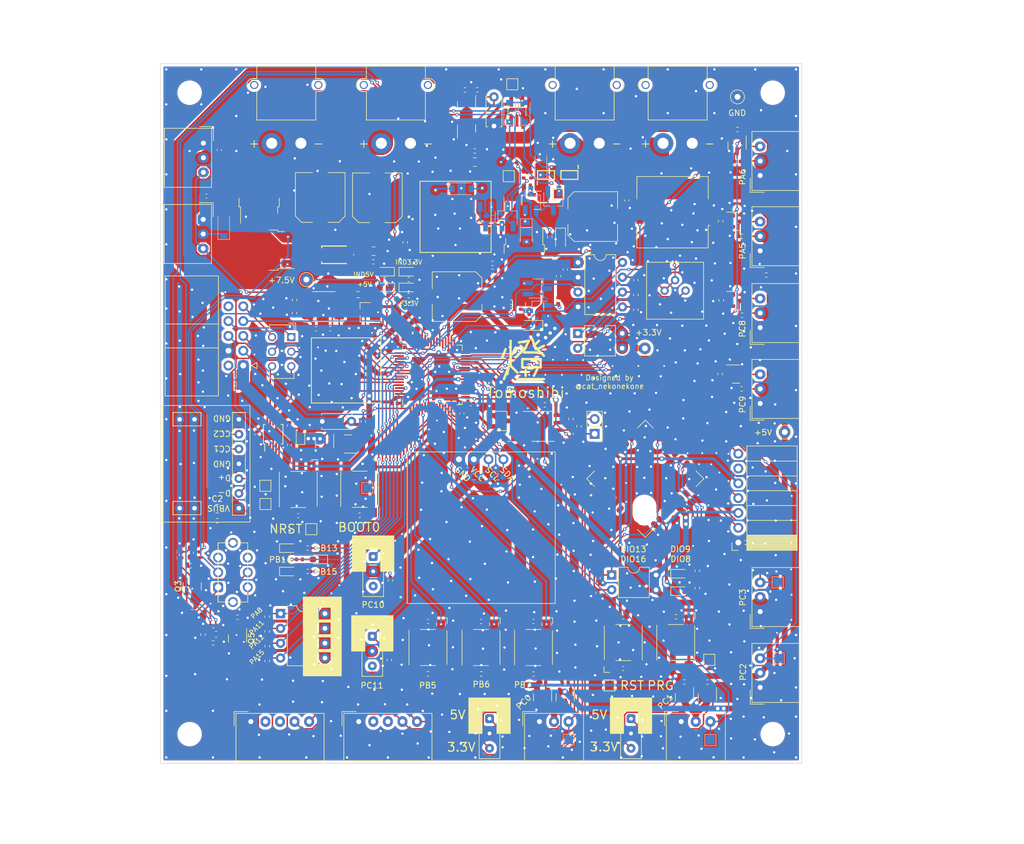
<source format=kicad_pcb>
(kicad_pcb (version 20211014) (generator pcbnew)
  (layers (0 "F.Cu" signal) (31 "B.Cu" signal) (34 "B.Paste" user) (35 "F.Paste" user) (36 "B.SilkS" user "B.Silkscreen") (37 "F.SilkS" user "F.Silkscreen") (38 "B.Mask" user) (39 "F.Mask" user) (44 "Edge.Cuts" user))
  (net 0 "")
  (net 1 "RST")
  (net 2 "GND")
  (net 3 "VBUS")
  (net 4 "Net-(C4-Pad1)")
  (net 5 "/3.3VBUS")
  (net 6 "/7.5V_S-S")
  (net 7 "Net-(C6-Pad2)")
  (net 8 "/5V_S-S")
  (net 9 "Net-(C7-Pad2)")
  (net 10 "+3.3V")
  (net 11 "/7.5VCC")
  (net 12 "/5VSYS_1")
  (net 13 "Tact_Switch1")
  (net 14 "Tact_Switch2")
  (net 15 "+5V")
  (net 16 "Net-(C14-Pad2)")
  (net 17 "Tact_Switch3")
  (net 18 "/3.3VSYS")
  (net 19 "NRST")
  (net 20 "Net-(C23-Pad2)")
  (net 21 "Net-(C24-Pad2)")
  (net 22 "+7.5V")
  (net 23 "Net-(D1-Pad2)")
  (net 24 "/5VSYS_2")
  (net 25 "Net-(D5-Pad2)")
  (net 26 "Net-(D6-Pad2)")
  (net 27 "/5VBUS_Switch")
  (net 28 "Net-(D12-Pad2)")
  (net 29 "Net-(D13-Pad2)")
  (net 30 "Net-(D14-Pad2)")
  (net 31 "Net-(D16-Pad2)")
  (net 32 "Net-(D17-Pad2)")
  (net 33 "Net-(D18-Pad2)")
  (net 34 "Net-(D19-Pad2)")
  (net 35 "Net-(H2-Pad1)")
  (net 36 "Net-(H3-Pad1)")
  (net 37 "PRG")
  (net 38 "BOOT0")
  (net 39 "Sensor2")
  (net 40 "Sensor3")
  (net 41 "Sensor4")
  (net 42 "TweWriteRX_TweTX0")
  (net 43 "TweWriteTX_TweRX0")
  (net 45 "SET")
  (net 46 "/7.5VBAT")
  (net 47 "/5VBAT")
  (net 48 "Net-(J6-PadA5)")
  (net 49 "Net-(J6-PadA6)")
  (net 50 "Net-(J6-PadA7)")
  (net 51 "Net-(J6-PadB5)")
  (net 52 "TCK")
  (net 53 "TMS")
  (net 54 "SWO")
  (net 55 "STLinkTX")
  (net 56 "STLinkRX")
  (net 58 "NeoPixel1_H")
  (net 59 "NeoPixel2_H")
  (net 60 "NeoPixel3_H")
  (net 61 "NeoPixel4_H")
  (net 62 "Sensor1_Pw")
  (net 63 "Sensor1")
  (net 64 "Sensor2_Pw")
  (net 65 "RS485_Arm")
  (net 68 "RS485_A")
  (net 69 "RS485_B")
  (net 72 "Net-(JP1-Pad2)")
  (net 73 "Net-(LS1-Pad1)")
  (net 74 "Net-(LS1-Pad2)")
  (net 75 "Net-(MD1-Pad6)")
  (net 78 "Net-(MD1-Pad10)")
  (net 81 "主電源スイッチ_7.4V")
  (net 82 "Net-(Q3-Pad3)")
  (net 83 "主電源スイッチ_5V")
  (net 84 "Net-(Q5-Pad3)")
  (net 85 "Net-(Q7-Pad1)")
  (net 86 "Net-(Q8-Pad1)")
  (net 87 "Net-(Q10-Pad1)")
  (net 88 "Net-(Q11-Pad1)")
  (net 89 "IND_5V")
  (net 90 "IND_3.3V")
  (net 91 "Net-(Q16-Pad1)")
  (net 92 "Net-(Q17-Pad1)")
  (net 93 "NeoPixel1_L")
  (net 94 "NeoPixel2_L")
  (net 95 "NeoPixel3_L")
  (net 96 "NeoPixel4_L")
  (net 97 "Net-(Q24-Pad1)")
  (net 98 "Net-(Q25-Pad1)")
  (net 99 "Net-(Q26-Pad1)")
  (net 100 "Net-(Q27-Pad1)")
  (net 101 "Net-(Q28-Pad1)")
  (net 102 "Net-(Q28-Pad3)")
  (net 103 "Net-(Q29-Pad1)")
  (net 104 "Net-(Q29-Pad3)")
  (net 105 "Net-(R7-Pad2)")
  (net 106 "Twe_SW1")
  (net 107 "Twe_SW2")
  (net 108 "V_Measure")
  (net 109 "Twe_LED1")
  (net 110 "Twe_LED2")
  (net 111 "Net-(R25-Pad2)")
  (net 112 "Net-(R26-Pad1)")
  (net 113 "Slide_Switch1")
  (net 114 "Slide_Switch2")
  (net 115 "DIP_SW1")
  (net 116 "LED1")
  (net 117 "LED2")
  (net 118 "LED3")
  (net 119 "DIP_SW2")
  (net 120 "DIP_SW3")
  (net 121 "DIP_SW4")
  (net 122 "Net-(R59-Pad2)")
  (net 123 "Net-(R60-Pad2)")
  (net 124 "I2C1_SCL")
  (net 125 "I2C1_SDA")
  (net 126 "Net-(R82-Pad2)")
  (net 127 "Net-(RV1-Pad3)")
  (net 130 "MainRX1_F446WriteTX")
  (net 131 "F446USBTX")
  (net 132 "MainTX1_F446WriteRX")
  (net 133 "F446USBRX")
  (net 154 "Speaker")
  (net 155 "MainTX4_TweRX1")
  (net 162 "MainRX4_TweTX1")
  (net 167 "MainTX6_ArmRX")
  (net 168 "MainRX6_ArmTX")
  (net 169 "MainTX5_RS485RX")
  (net 170 "MainRX5_RS485TX")
  (footprint "Capacitor_SMD:C_0402_1005Metric" (layer "F.Cu") (at 113.36 110.5925 180)
    (fp_text reference "C19" hide)
    (fp_text value "0.1uF")
  )
  (footprint "Capacitor_SMD:C_0402_1005Metric" (layer "F.Cu") (at 158.04 91.59)
    (fp_text reference "C32" hide)
    (fp_text value "0.1uF")
  )
  (footprint "Resistor_SMD:R_0402_1005Metric" (layer "F.Cu") (at 129.1625 121.689 -90)
    (fp_text reference "R35" hide)
    (fp_text value "10k")
  )
  (footprint "Package_SO:SOP-8_3.9x4.9mm_P1.27mm" (layer "F.Cu") (at 155.35 95.28)
    (fp_text reference "U8" hide)
    (fp_text value "MAX3485")
  )
  (footprint "Package_TO_SOT_SMD:SC-59_Handsoldering" (layer "F.Cu") (at 148.24 94.35)
    (fp_text reference "Q28" hide)
    (fp_text value "Q_PNP_BEC")
  )
  (footprint "TestPoint:TestPoint_Pad_1.5x1.5mm" (layer "F.Cu") (at 115.61 112.92)
    (fp_text reference "H5" hide)
    (fp_text value "MountingHole_Pad")
  )
  (footprint "TestPoint:TestPoint_Pad_1.5x1.5mm" (layer "F.Cu") (at 150.08 36.61)
    (fp_text reference "H9" hide)
    (fp_text value "MountingHole_Pad")
  )
  (footprint "Resistor_SMD:R_0402_1005Metric" (layer "F.Cu") (at 183.55 139.13 180)
    (fp_text reference "R74" hide)
    (fp_text value "10k")
  )
  (footprint "Resistor_SMD:R_0402_1005Metric" (layer "F.Cu") (at 132.3 72.85 180)
    (fp_text reference "R58" hide)
    (fp_text value "1k")
  )
  (footprint "Capacitor_SMD:C_0402_1005Metric" (layer "F.Cu") (at 116.44 78.540001)
    (fp_text reference "C33" hide)
    (fp_text value "0.1uF")
  )
  (footprint "Resistor_SMD:R_0402_1005Metric" (layer "F.Cu") (at 131.7 63.73 -90)
    (fp_text reference "R24" hide)
    (fp_text value "100k")
  )
  (footprint "TestPoint:TestPoint_THTPad_D2.0mm_Drill1.0mm" (layer "F.Cu") (at 196.8 96.26)
    (fp_text reference "TP3" hide)
    (fp_text value "TestPoint")
  )
  (footprint "Resistor_SMD:R_0402_1005Metric" (layer "F.Cu") (at 188.71 44.37)
    (fp_text reference "R64" hide)
    (fp_text value "10k")
  )
  (footprint "Resistor_SMD:R_0402_1005Metric" (layer "F.Cu") (at 156.51 62.82 90)
    (fp_text reference "R22" hide)
    (fp_text value "10k")
  )
  (footprint "Capacitor_SMD:C_0402_1005Metric" (layer "F.Cu") (at 102.52 87.3 180)
    (fp_text reference "C5" hide)
    (fp_text value "0.1uF")
  )
  (footprint "Resistor_SMD:R_0402_1005Metric" (layer "F.Cu") (at 108.04 127.91 90)
    (fp_text reference "R42" hide)
    (fp_text value "10k")
  )
  (footprint "Package_TO_SOT_SMD:SOT-23" (layer "F.Cu") (at 153.91 74.7 90)
    (fp_text reference "Q17" hide)
    (fp_text value "Q_PMOS_GSD")
  )
  (footprint "Capacitor_SMD:C_0402_1005Metric" (layer "F.Cu") (at 141.43 93.07 -90)
    (fp_text reference "C16" hide)
    (fp_text value "0.1uF")
  )
  (footprint "Button_Switch_SMD:SW_SPST_Omron_B3FS-100xP" (layer "F.Cu") (at 169.11 132.3625 90)
    (fp_text reference "SW2" hide)
    (fp_text value "SW_SPST")
  )
  (footprint "Package_TO_SOT_SMD:SOT-23" (layer "F.Cu") (at 117.89 98.32 -90)
    (fp_text reference "Q15" hide)
    (fp_text value "Q_PMOS_GSD")
  )
  (footprint "Resistor_SMD:R_0402_1005Metric" (layer "F.Cu") (at 189.4875 76.23)
    (fp_text reference "R70" hide)
    (fp_text value "10k")
  )
  (footprint "Resistor_SMD:R_0402_1005Metric" (layer "F.Cu") (at 161.53 95.28 -90)
    (fp_text reference "R84" hide)
    (fp_text value "120")
  )
  (footprint "TestPoint:TestPoint_Pad_1.5x1.5mm" (layer "F.Cu") (at 157.97 55.43 90)
    (fp_text reference "H8" hide)
    (fp_text value "MountingHole_Pad")
  )
  (footprint "Resistor_SMD:R_0402_1005Metric" (layer "F.Cu") (at 132.3 70.09 180)
    (fp_text reference "R57" hide)
    (fp_text value "1k")
  )
  (footprint "Resistor_SMD:R_0402_1005Metric" (layer "F.Cu") (at 153.29 52.18 90)
    (fp_text reference "R18" hide)
    (fp_text value "1k")
  )
  (footprint "Package_TO_SOT_SMD:SOT-23" (layer "F.Cu") (at 150.21 56.61 90)
    (fp_text reference "Q11" hide)
    (fp_text value "Q_PMOS_GSD")
  )
  (footprint "Resistor_SMD:R_0402_1005Metric" (layer "F.Cu") (at 155.65 91.59)
    (fp_text reference "R78" hide)
    (fp_text value "20k")
  )
  (footprint "Package_TO_SOT_SMD:TSOT-23-5_HandSoldering" (layer "F.Cu") (at 150.85 41.16 90)
    (fp_text reference "U3" hide)
    (fp_text value "74LVC1G32")
  )
  (footprint "Resistor_SMD:R_0402_1005Metric" (layer "F.Cu") (at 153.71 137.76)
    (fp_text reference "R38" hide)
    (fp_text value "10k")
  )
  (footprint "Capacitor_SMD:C_0402_1005Metric" (layer "F.Cu") (at 135.64 128.73)
    (fp_text reference "C11" hide)
    (fp_text value "0.1uF")
  )
  (footprint "Resistor_SMD:R_0603_1608Metric" (layer "F.Cu") (at 149.46 97.35)
    (fp_text reference "R76" hide)
    (fp_text value "7.5k")
  )
  (footprint "Connector_Molex:Molex_SPOX_5268-03A_1x03_P2.50mm_Horizontal" (layer "F.Cu") (at 97.1 46.72 -90)
    (fp_text reference "J20" hide)
    (fp_text value "Conn_01x03_Female")
  )
  (footprint "Package_TO_SOT_SMD:SOT-23" (layer "F.Cu") (at 102.95 131.63 -90)
    (fp_text reference "Q5")
    (fp_text value "Q_NMOS_GSD")
  )
  (footprint "Resistor_SMD:R_0402_1005Metric" (layer "F.Cu") (at 123.91 110.525 180)
    (fp_text reference "R41" hide)
    (fp_text value "10k")
  )
  (footprint "Resistor_SMD:R_0402_1005Metric" (layer "F.Cu") (at 128.9825 135.359 -90)
    (fp_text reference "R36" hide)
    (fp_text value "10k")
  )
  (footprint "Resistor_SMD:R_0402_1005Metric" (layer "F.Cu") (at 185.71 86.32 90)
    (fp_text reference "R67" hide)
    (fp_text value "10k")
  )
  (footprint "Resistor_SMD:R_0402_1005Metric" (layer "F.Cu") (at 112.719999 75.840001 90)
    (fp_text reference "R82" hide)
    (fp_text value "2.2k")
  )
  (footprint "Resistor_SMD:R_0402_1005Metric" (layer "F.Cu") (at 171.27 72.76 90)
    (fp_text reference "R59" hide)
    (fp_text value "10k")
  )
  (footprint "Display_akitsuki:128×64_OLED_White" (layer "F.Cu") (at 144.74 99.655)
    (fp_text reference "U7" hide)
    (fp_text value "OLED_akitsuki")
  )
  (footprint "Resistor_SMD:R_0402_1005Metric" (layer "F.Cu") (at 95.17 126.32)
    (fp_text reference "R3" hide)
    (fp_text value "10k")
  )
  (footprint "Connector_AMASS:AMASS_XT30PW-M_1x02_P2.50mm_Horizontal" (layer "F.Cu") (at 180.94 46.735)
    (fp_text reference "J5" hide)
    (fp_text value "Conn_01x02_Female")
  )
  (footprint "MountingHole:MountingHole_3.2mm_M3" (layer "F.Cu") (at 94.74 38.06)
    (fp_text reference "H16" hide)
    (fp_text value "MountingHole")
  )
  (footprint "Resistor_SMD:R_0402_1005Metric" (layer "F.Cu") (at 144.07 37.57)
    (fp_text reference "R34" hide)
    (fp_text value "10k")
  )
  (footprint "Resistor_SMD:R_0402_1005Metric" (layer "F.Cu") (at 171.27 75.29 90)
    (fp_text reference "R60" hide)
    (fp_text value "10k")
  )
  (footprint "TestPoint:TestPoint_Pad_1.5x1.5mm" (layer "F.Cu") (at 166.73 139.71)
    (fp_text reference "H1" hide)
    (fp_text value "MountingHole_Pad")
  )
  (footprint "Connector_Molex:Molex_SPOX_5268-03A_1x03_P2.50mm_Horizontal" (layer "F.Cu") (at 192.59 127.06 90)
    (fp_text reference "J19" hide)
    (fp_text value "Conn_01x03_Female")
  )
  (footprint "Package_TO_SOT_SMD:SOT-23" (layer "F.Cu") (at 121.94 98.31 180)
    (fp_text reference "Q18" hide)
    (fp_text value "Q_PMOS_GSD")
  )
  (footprint "Resistor_SMD:R_0402_1005Metric" (layer "F.Cu") (at 185.81 60.08 90)
    (fp_text reference "R65" hide)
    (fp_text value "10k")
  )
  (footprint "Capacitor_SMD:C_0402_1005Metric" (layer "F.Cu") (at 97.63 55.8 180)
    (fp_text reference "C35" hide)
    (fp_text value "0.1uF")
  )
  (footprint "Resistor_SMD:R_0402_1005Metric" (layer "F.Cu") (at 98.769999 132.42 180)
    (fp_text reference "R15" hide)
    (fp_text value "1k")
  )
  (footprint "TSOP6F:SSM6J808R" (layer "F.Cu") (at 155.86 52.18 90)
    (fp_text reference "Q6" hide)
    (fp_text value "SSM6J808R" hide)
  )
  (footprint "Resistor_SMD:R_0402_1005Metric" (layer "F.Cu") (at 114.99 116.16)
    (fp_text reference "R43" hide)
    (fp_text value "1k")
  )
  (footprint "Slide_Switch:3P_SPDT_SlideSwitch" (layer "F.Cu") (at 170.44 147.95)
    (fp_text reference "SW16" hide)
    (fp_text value "SW_SPDT")
  )
  (footprint "Button_Switch_SMD:SW_SPST_Omron_B3FS-100xP" (layer "F.Cu") (at 123.91 106.065 -90)
    (fp_text reference "SW11" hide)
    (fp_text value "SW_SPST")
  )
  (footprint "Resistor_SMD:R_0402_1005Metric" (layer "F.Cu") (at 100.73 96.16 -90)
    (fp_text reference "R5" hide)
    (fp_text value "5.1k")
  )
  (footprint "Capacitor_SMD:C_0402_1005Metric" (layer "F.Cu") (at 169.69 56.52 -90)
    (fp_text reference "C13" hide)
    (fp_text value "1uF")
  )
  (footprint "Capacitor_SMD:C_Elec_8x10.2" (layer "F.Cu") (at 117.14 56.03 90)
    (fp_text reference "C26" hide)
    (fp_text value "470uF")
  )
  (footprint "Resistor_SMD:R_0402_1005Metric" (layer "F.Cu") (at 155.29 139.2 180)
    (fp_text reference "R73" hide)
    (fp_text value "10k")
  )
  (footprint "Package_TO_SOT_SMD:SOT-23" (layer "F.Cu") (at 154.39 56.502499)
    (fp_text reference "Q8" hide)
    (fp_text value "Q_PMOS_GSD")
  )
  (footprint "Resistor_SMD:R_0402_1005Metric" (layer "F.Cu") (at 108.04 130.44 90)
    (fp_text reference "R46" hide)
    (fp_text value "10k")
  )
  (footprint "Diode_SMD:D_SOD-323_HandSoldering" (layer "F.Cu") (at 158.36 63.19 -90)
    (fp_text reference "D11" hide)
    (fp_text value "D_Zener")
  )
  (footprint "Connector_Molex:Molex_SPOX_5268-03A_1x03_P2.50mm_Horizontal" (layer "F.Cu") (at 179.05 145.91)
    (fp_text reference "J17" hide)
    (fp_text value "Conn_01x03_Female")
  )
  (footprint "Resistor_SMD:R_0402_1005Metric" (layer "F.Cu") (at 100.72 99.67 90)
    (fp_text reference "R6" hide)
    (fp_text value "5.1k")
  )
  (footprint "Capacitor_SMD:C_0402_1005Metric" (layer "F.Cu") (at 159.16 68.37 90)
    (fp_text reference "C30" hide)
    (fp_text value "1uF")
  )
  (footprint "Capacitor_SMD:C_0402_1005Metric" (layer "F.Cu") (at 139.65 78.9)
    (fp_text reference "C21" hide)
    (fp_text value "0.1uF")
  )
  (footprint "Button_Switch_SMD:SW_SPST_Omron_B3FS-100xP" (layer "F.Cu") (at 178.11 132.3625 -90)
    (fp_text reference "SW3" hide)
    (fp_text value "SW_SPST")
  )
  (footprint "Capacitor_SMD:C_Elec_8x10.2" (layer "F.Cu") (at 163.88 59.3)
    (fp_text reference "C28" hide)
    (fp_text value "470uF")
  )
  (footprint "Resistor_SMD:R_0402_1005Metric" (layer "F.Cu") (at 128.22 70.11)
    (fp_text reference "R55" hide)
    (fp_text value "1k")
  )
  (footprint "TSOP6F:SSM6J808R" (layer "F.Cu") (at 159.87 52.17 -90)
    (fp_text reference "Q2" hide)
    (fp_text value "SSM6J808R" hide)
  )
  (footprint "Connector_AMASS:AMASS_XT30PW-M_1x02_P2.50mm_Horizontal" (layer "F.Cu") (at 113.82 46.735)
    (fp_text reference "J2" hide)
    (fp_text value "Conn_01x02_Female")
  )
  (footprint "Slide_Switch:3P_SPDT_SlideSwitch" (layer "F.Cu") (at 126.22 120.15)
    (fp_text reference "SW7" hide)
    (fp_text value "SW_SPDT")
  )
  (footprint "Capacitor_SMD:C_0402_1005Metric" (layer "F.Cu") (at 153.71 128.73)
    (fp_text reference "C15" hide)
    (fp_text value "0.1uF")
  )
  (footprint "Resistor_SMD:R_0402_1005Metric" (layer "F.Cu") (at 149.96 75.17)
    (fp_text reference "R52" hide)
    (fp_text value "1k")
  )
  (footprint "Capacitor_THT:C_Disc_D5.0mm_W2.5mm_P5.00mm" (layer "F.Cu") (at 146.94 43.78 90)
    (fp_text reference "C14" hide)
    (fp_text value "ADJ_ST")
  )
  (footprint "Button_Switch_SMD:SW_SPST_Omron_B3FS-100xP" (layer "F.Cu") (at 153.71 133.21 -90)
    (fp_text reference "SW10" hide)
    (fp_text value "SW_SPST")
  )
  (footprint "Capacitor_SMD:C_0402_1005Metric" (layer "F.Cu") (at 143.94 84.84 -90)
    (fp_text reference "C18" hide)
    (fp_text value "0.1uF")
  )
  (footprint "Resistor_SMD:R_0402_1005Metric" (layer "F.Cu") (at 141.94 37.59)
    (fp_text reference "R37" hide)
    (fp_text value "1k")
  )
  (footprint "Capacitor_SMD:C_0402_1005Metric" (layer "F.Cu") (at 99.84 47.88 90)
    (fp_text reference "C34" hide)
    (fp_text value "0.1uF")
  )
  (footprint "Resistor_SMD:R_0402_1005Metric" (layer "F.Cu") (at 171.27 70.21 90)
    (fp_text reference "R63" hide)
    (fp_text value "1k")
  )
  (footprint "Resistor_SMD:R_0402_1005Metric" (layer "F.Cu") (at 178.12 127.9425)
    (fp_text reference "R2" hide)
    (fp_text value "10k")
  )
  (footprint "Button_Switch_SMD:SW_SPST_Omron_B3FS-100xP" (layer "F.Cu") (at 113.37 106.1025 -90)
    (fp_text reference "SW12" hide)
    (fp_text value "SW_SPST")
  )
  (footprint "Resistor_SMD:R_0402_1005Metric" (layer "F.Cu") (at 164.77 121.28 90)
    (fp_text reference "R12" hide)
    (fp_text value "10k")
  )
  (footprint "Resistor_SMD:R_0402_1005Metric" (layer "F.Cu") (at 114.98 120.16)
    (fp_text reference "R45" hide)
    (fp_text value "1k")
  )
  (footprint "Package_TO_SOT_SMD:SOT-23" (layer "F.Cu") (at 179.61 141.73 -90)
    (fp_text reference "Q27" hide)
    (fp_text value "Q_PMOS_GSD")
  )
  (footprint "LED_SMD:LED_0603_1608Metric_Pad1.05x0.95mm_HandSolder" (layer "F.Cu") (at 132.3125 71.46)
    (fp_text reference "D19" hide)
    (fp_text value "Green")
  )
  (footprint "Resistor_SMD:R_0402_1005Metric" (layer "F.Cu") (at 96.44 117.31 90)
    (fp_text reference "R10" hide)
    (fp_text value "10k")
  )
  (footprint "Capacitor_SMD:C_0603_1608Metric" (layer "F.Cu") (at 94.89 116.93 90)
    (fp_text reference "C6" hide)
    (fp_text value "4.7uF")
  )
  (footprint "Connector_PinHeader_2.54mm:PinHeader_1x02_P2.54mm_Vertical" (layer "F.Cu") (at 164.2 96.565 180)
    (fp_text reference "JP1" hide)
    (fp_text value "Jumper_2_Open")
  )
  (footprint "LED_SMD:LED_0603_1608Metric_Pad1.05x0.95mm_HandSolder" (layer "F.Cu") (at 116.755 118.1 180)
    (fp_text reference "D13" hide)
    (fp_text value "Red")
  )
  (footprint "Capacitor_SMD:C_0402_1005Metric" (layer "F.Cu") (at 129.87 91.36)
    (fp_text reference "C20" hide)
    (fp_text value "0.1uF")
  )
  (footprint "TestPoint:TestPoint_Pad_1.5x1.5mm" (layer "F.Cu") (at 107.73 105.47 90)
    (fp_text reference "H3" hide)
    (fp_text value "MountingHole_Pad")
  )
  (footprint "Button_Switch_SMD:SW_SPST_Omron_B3FS-100xP" (layer "F.Cu") (at 135.61 133.21 -90)
    (fp_text reference "SW6" hide)
    (fp_text value "SW_SPST")
  )
  (footprint "Resistor_SMD:R_0402_1005Metric" (layer "F.Cu") (at 188.68 49.85)
    (fp_text reference "R68" hide)
    (fp_text value "10k")
  )
  (footprint "Package_SO:MSOP-10_3x3mm_P0.5mm" (layer "F.Cu") (at 109.07 96.64 90)
    (fp_text reference "U1" hide)
    (fp_text value "CH340E")
  )
  (footprint "Resistor_SMD:R_0603_1608Metric" (layer "F.Cu") (at 123.64 72.690001 180)
    (fp_text reference "R77" hide)
    (fp_text value "7.5k")
  )
  (footprint "Capacitor_SMD:C_Elec_8x10.2" (layer "F.Cu") (at 126.94 56.08 90)
    (fp_text reference "C27" hide)
    (fp_text value "470uF")
  )
  (footprint "Package_TO_SOT_SMD:SOT-23" (layer "F.Cu") (at 188.63 47.13 -90)
    (fp_text reference "Q20" hide)
    (fp_text value "Q_NMOS_GSD")
  )
  (footprint "TestPoint:TestPoint_THTPad_D2.0mm_Drill1.0mm" (layer "F.Cu") (at 114.76 70.1)
    (fp_text reference "TP1" hide)
    (fp_text value "TestPoint")
  )
  (footprint "Connector_Molex:Molex_SPOX_5268-03A_1x03_P2.50mm_Horizontal" (layer "F.Cu") (at 192.59 65.17 90)
    (fp_text reference "J9" hide)
    (fp_text value "Conn_01x03_Female")
  )
  (footprint "Connector_Molex:Molex_SPOX_5268-05A_1x05_P2.50mm_Horizontal" (layer "F.Cu") (at 105.24 145.91)
    (fp_text reference "J22" hide)
    (fp_text value "Conn_01x05_Female")
  )
  (footprint "Resistor_SMD:R_0402_1005Metric" (layer "F.Cu") (at 189.44 62.7)
    (fp_text reference "R69" hide)
    (fp_text value "10k")
  )
  (footprint "Package_TO_SOT_SMD:SOT-23" (layer "F.Cu") (at 188.4975 60.11)
    (fp_text reference "Q21" hide)
    (fp_text value "Q_NMOS_GSD")
  )
  (footprint "Toggle_Switch:6P_DPDT_ToggleSwitch" (layer "F.Cu") (at 102.17 120.33 180)
    (fp_text reference "SW1" hide)
    (fp_text value "SW_DPDT_x2")
  )
  (footprint "Connector_Molex:Molex_SPOX_5268-03A_1x03_P2.50mm_Horizontal" (layer "F.Cu") (at 192.59 78.35 90)
    (fp_text reference "J10" hide)
    (fp_text value "Conn_01x03_Female")
  )
  (footprint "Capacitor_SMD:C_0805_2012Metric" (layer "F.Cu") (at 99.48 109.4)
    (fp_text reference "C2")
    (fp_text value "10uF")
  )
  (footprint "Resistor_SMD:R_0402_1005Metric" (layer "F.Cu") (at 118.86 78.520001 180)
    (fp_text reference "R79" hide)
    (fp_text value "20k")
  )
  (footprint "DCDC_Regulator:MURATA_OKL-T-6-W12N-C" (layer "F.Cu") (at 140.345 59.35)
    (fp_text reference "MD1" hide)
    (fp_text value "OKL-T/6-W12N-C")
  )
  (footprint "Package_TO_SOT_SMD:SOT-23" (layer "F.Cu") (at 159.15 141.75 -90)
    (fp_text reference "Q24" hide)
    (fp_text value "Q_PMOS_GSD")
  )
  (footprint "Button_Switch_THT:SW_CuK_JS202011CQN_DPDT_Straight" (layer "F.Cu") (at 112.18 79.9725 -90)
    (fp_text reference "SW5" hide)
    (fp_text value "SW_DPDT_x2")
  )
  (footprint "Package_TO_SOT_SMD:TO-252-3_TabPin2" (layer "F.Cu") (at 106.66 55.16 90)
    (fp_text reference "Q1" hide)
    (fp_text value "Q_PMOS_GDS")
  )
  (footprint "LED_SMD:LED_0603_1608Metric_Pad1.05x0.95mm_HandSolder" (layer "F.Cu") (at 178.917428 120.5477)
    (fp_text reference "D5" hide)
    (fp_text value "Red")
  )
  (footprint "LED_SMD:LED_0603_1608Metric_Pad1.05x0.95mm_HandSolder" (layer "F.Cu") (at 113.76 96.7475 90)
    (fp_text reference "D1" hide)
    (fp_text value "Yellow")
  )
  (footprint "Connector_Molex:Molex_SPOX_5268-03A_1x03_P2.50mm_Horizontal" (layer "F.Cu") (at 192.59 140.06 90)
    (fp_text reference "J18" hide)
    (fp_text value "Conn_01x03_Female")
  )
  (footprint "Connector_IDC:IDC-Header_2x05_P2.54mm_Horizontal" (layer "F.Cu") (at 103.9375 84.85 180)
    (fp_text reference "J7" hide)
    (fp_text value "Conn_01x10_Female")
  )
  (footprint "Capacitor_SMD:C_0603_1608Metric" (layer "F.Cu") (at 99.279999 130.94)
    (fp_text reference "C7" hide)
    (fp_text value "4.7uF")
  )
  (footprint "Package_TO_SOT_SMD:SOT-23" (layer "F.Cu") (at 188.45 86.31)
    (fp_text reference "Q23" hide)
    (fp_text value "Q_NMOS_GSD")
  )
  (footprint "Capacitor_SMD:C_0402_1005Metric" (layer "F.Cu") (at 106.3 96.71 -90)
    (fp_text reference "C4" hide)
    (fp_text value "0.1uF")
  )
  (footprint "RF_Module:MonoWireless_TWE-L-WX" (layer "F.Cu") (at 172.887428 104.2627 135)
    (fp_text reference "U2" hide)
    (fp_text value "TWE-L-WX")
  )
  (footprint "Connector_PinSocket_2.54mm:PinSocket_1x07_P2.54mm_Horizontal" (layer "F.Cu") (at 188.84 115.21 180)
    (fp_text reference "J1" hide)
    (fp_text value "Conn_01x07_Female")
  )
  (footprint "Package_DIP:DIP-8_W7.62mm" (layer "F.Cu") (at 161.35 67.17)
    (fp_text reference "U6" hide)
    (fp_text value "NJU72501_Module")
  )
  (footprint "Capacitor_SMD:C_0402_1005Metric" (layer "F.Cu") (at 111.85 98.49 -90)
    (fp_text reference "C3" hide)
    (fp_text value "0.1uF")
  )
  (footprint "Slide_Switch:3P_SPDT_SlideSwitch" (layer "F.Cu") (at 146.17 147.95)
    (fp_text reference "SW15" hide)
    (fp_text value "SW_SPDT")
  )
  (footprint "Capacitor_SMD:C_0603_1608Metric" (layer "F.Cu") (at 133.01 78.6)
    (fp_text reference "C24" hide)
    (fp_text value "4.7uF")
  )
  (footprint "Package_TO_SOT_SMD:SOT-23" (layer "F.Cu") (at 183.54 141.73 -90)
    (fp_text reference "Q26" hide)
    (fp_text value "Q_PMOS_GSD")
  )
  (footprint "Resistor_SMD:R_0402_1005Metric" (layer "F.Cu") (at 179.6 139.12 180)
    (fp_text reference "R75" hide)
    (fp_text value "10k")
  )
  (footprint "Package_TO_SOT_SMD:TO-252-3_TabPin2" (layer "F.Cu") (at 107.41 65.06 180)
    (fp_text reference "Q4" hide)
    (fp_text value "Q_PMOS_GDS")
  )
  (footprint "Resistor_SMD:R_0402_1005Metric" (layer "F.Cu") (at 181.807428 123.0327 90)
    (fp_text reference "R21" hide)
    (fp_text value "1k")
  )
  (footprint "Connector_Molex:Molex_SPOX_5268-03A_1x03_P2.50mm_Horizontal" (layer "F.Cu") (at 192.59 91.36 90)
    (fp_text reference "J11" hide)
    (fp_text value "Conn_01x03_Female")
  )
  (footprint "Package_SO:SOP-8_3.9x4.9mm_P1.27mm" (layer "F.Cu") (at 117.76 74.740001 180)
    (fp_text reference "U9" hide)
    (fp_text value "MAX3485")
  )
  (footprint "Resistor_SMD:R_0402_1005Metric" (layer "F.Cu") (at 159.15 139.21 180)
    (fp_text reference "R72" hide)
    (fp_text value "10k")
  )
  (footprint "Resistor_SMD:R_0402_1005Metric" (layer "F.Cu") (at 94.91 119.18 180)
    (fp_text reference "R8" hide)
    (fp_text value "10k")
  )
  (footprint "Package_TO_SOT_SMD:SOT-23" (layer "F.Cu") (at 155.27 141.75 -90)
    (fp_text reference "Q25" hide)
    (fp_text value "Q_PMOS_GSD")
  )
  (footprint "Capacitor_SMD:C_0402_1005Metric" (layer "F.Cu") (at 144.72 128.74)
    (fp_text reference "C12" hide)
    (fp_text value "0.1uF")
  )
  (footprint "Connector_Molex:Molex_SPOX_5268-03A_1x03_P2.50mm_Horizontal" (layer "F.Cu") (at 154.74 145.91)
    (fp_text reference "J16" hide)
    (fp_text value "Conn_01x03_Female")
  )
  (footprint "LED_SMD:LED_0603_1608Metric_Pad1.05x0.95mm_HandSolder" (layer "F.Cu") (at 178.917428 123.5477)
    (fp_text reference "D6" hide)
    (fp_text value "Red")
  )
  (footprint "Resistor_SMD:R_0402_1005Metric" (layer "F.Cu") (at 151.54 75.7 90)
    (fp_text reference "R53" hide)
    (fp_text value "10k")
  )
  (footprint "Capacitor_SMD:C_0805_2012Metric" (layer "F.Cu") (at 143.65 49.95 180)
    (fp_text reference "C10" hide)
    (fp_text value "10uF")
  )
  (footprint "Resistor_SMD:R_0402_1005Metric" (layer "F.Cu") (at 126.250001 67.06)
    (fp_text reference "R19" hide)
    (fp_text value "10k")
  )
  (footprint "Package_DIP:DIP-4_W7.62mm" (layer "F.Cu") (at 167.117428 120.7727)
    (fp_text reference "SW4" hide)
    (fp_text value "SW_DIP_x02")
  )
  (footprint "Capacitor_SMD:C_Elec_8x10.2" (layer "F.Cu") (at 140.61 73.03 180)
    (fp_text reference "C29" hide)
    (fp_text value "470uF")
  )
  (footprint "Resistor_SMD:R_0402_1005Metric" (layer "F.Cu") (at 160.15 96.57 90)
    (fp_text reference "R80" hide)
    (fp_text value "2.2k")
  )
  (footprint "TestPoint:TestPoint_THTPad_D2.0mm_Drill1.0mm" (layer "F.Cu") (at 188.7 38.78)
    (fp_text reference "TP5" hide)
    (fp_text value "TestPoint")
  )
  (footprint "Package_DIP:DIP-4_W7.62mm" (layer "F.Cu") (at 161.31 79.335)
    (fp_text reference "SW14" hide)
    (fp_text value "SW_DIP_x02")
  )
  (footprint "Resistor_SMD:R_0402_1005Metric" (layer "F.Cu") (at 111.87 95.14 90)
    (fp_text reference "R7" hide)
    (fp_text value "1k")
  )
  (footprint "Connector_AMASS:AMASS_XT30PW-M_1x02_P2.50mm_Horizontal" (layer "F.Cu") (at 164.99 46.735)
    (fp_text reference "J4" hide)
    (fp_text value "Conn_01x02_Female")
  )
  (footprint "Buzzer_Beeper:Buzzer_Murata_PKLCS1212E" (layer "F.Cu") (at 177.56 58.55 180)
    (fp_text reference "LS1" hide)
    (fp_text value "Speaker")
  )
  (footprint "Resistor_SMD:R_0402_1005Metric" (layer "F.Cu") (at 149.95 73.97)
    (fp_text reference "R40" hide)
    (fp_text value "10k")
  )
  (footprint "Resistor_SMD:R_0402_1005Metric" (layer "F.Cu") (at 157.94 73.71 -90)
    (fp_text reference "R50" hide)
    (fp_text value "10k")
  )
  (footprint "Resistor_SMD:R_0402_1005Metric" (layer "F.Cu") (at 189.41 88.84)
    (fp_text reference "R71" hide)
    (fp_text value "10k")
  )
  (footprint "Package_QFP:LQFP-64_10x10mm_P0.5mm" (layer "F.Cu") (at 136.39 86.46 180)
    (fp_text reference "U5" hide)
    (fp_text value "STM32F446RETx")
  )
  (footprint "Connector_AMASS:AMASS_XT30PW-M_1x02_P2.50mm_Horizontal" (layer "F.Cu") (at 132.61 46.735)
    (fp_text reference "J3" hide)
    (fp_text value "Conn_01x02_Female")
  )
  (footprint "Connector_Molex:Molex_SPOX_5268-03A_1x03_P2.50mm_Horizontal" (layer "F.Cu") (at 97.07 59.79 -90)
    (fp_text reference "J21" hide)
    (fp_text value "Conn_01x03_Female")
  )
  (footprint "Resistor_SMD:R_0402_1005Metric" (layer "F.Cu") (at 146.67 68.69)
    (fp_text reference "R26" hide)
    (fp_text value "330")
  )
  (footprint "Diode_SMD:D_SOD-323_HandSoldering" (layer "F.Cu") (at 153.41 77.96 180)
    (fp_text reference "D15" hide)
    (fp_text value "D_Zener")
  )
  (footprint "Resistor_SMD:R_0402_1005Metric" (layer "F.Cu") (at 160.14 94 90)
    (fp_text reference "R81" hide)
    (fp_text value "2.2k")
  )
  (footprint "LED_SMD:LED_0603_1608Metric_Pad1.05x0.95mm_HandSolder" (layer "F.Cu") (at 111.8225 116.17)
    (fp_text reference "D12" hide)
    (fp_text value "Red")
  )
  (footprint "Resistor_SMD:R_0402_1005Metric" (layer "F.Cu") (at 152.01 52.17 -90)
    (fp_text reference "R29" hide)
    (fp_text value "10k")
  )
  (footprint "Package_TO_SOT_SMD:TO-252-3_TabPin2" (layer "F.Cu") (at 152.13 66.61 -90)
    (fp_text reference "U4" hide)
    (fp_text value "AZ1084CD-3.3")
  )
  (footprint "Resistor_SMD:R_0402_1005Metric" (layer "F.Cu") (at 135.61 137.73)
    (fp_text reference "R31" hide)
    (fp_text value "10k")
  )
  (footprint "Connector_Molex:Molex_SPOX_5268-03A_1x03_P2.50mm_Horizontal" (layer "F.Cu") (at 192.59 52.27 90)
    (fp_text reference "J8" hide)
    (fp_text value "Conn_01x03_Female")
  )
  (footprint "Resistor_SMD:R_0402_1005Metric" (layer "F.Cu") (at 124.53 94.44 -90)
    (fp_text reference "R51" hide)
    (fp_text value "10k")
  )
  (footprint "Capacitor_SMD:C_0402_1005Metric" (layer "F.Cu") (at 142.95 91.38)
    (fp_text reference "C25" hide)
    (fp_text value "1uF")
  )
  (footprint "Resistor_SMD:R_0402_1005Metric" (layer "F.Cu") (at 164.78 123.83 90)
    (fp_text reference "R14" hide)
    (fp_text value "10k")
  )
  (footprint "Resistor_SMD:R_0402_1005Metric" (layer "F.Cu") (at 99.48 111.47)
    (fp_text reference "R32" hide)
    (fp_text value "10k")
  )
  (footprint "Button_Switch_SMD:SW_SPST_Omron_B3FS-100xP" (layer "F.Cu") (at 144.71 133.21 -90)
    (fp_text reference "SW9" hide)
    (fp_text value "SW_SPST")
  )
  (footprint "Resistor_SMD:R_0402_1005Metric" (layer "F.Cu") (at 143.63 48.05)
    (fp_text reference "R28" hide)
    (fp_text value "1.2k")
  )
  (footprint "Resistor_SMD:R_0402_1005Metric" (layer "F.Cu") (at 112.74 73.63 90)
    (fp_text reference "R83" hide)
    (fp_text value "2.2k")
  )
  (footprint "Package_TO_SOT_SMD:SOT-23" (layer "F.Cu") (at 95.18 122.7 90)
    (fp_text reference "Q3")
    (fp_text value "Q_NMOS_GSD")
  )
  (footprint "Resistor_SMD:R_0402_1005Metric" (layer "F.Cu") (at 113.57 118.1 180)
    (fp_text reference "R44" hide)
    (fp_text value "1k")
  )
  (footprint "Package_TO_SOT_SMD:SOT-23" (layer "F.Cu") (at 188.5175 73.71)
    (fp_text reference "Q22" hide)
    (fp_text value "Q_NMOS_GSD")
  )
  (footprint "Capacitor_SMD:C_0402_1005Metric" (layer "F.Cu") (at 156.6 66.3 90)
    (fp_text reference "C17" hide)
    (fp_text value "1uF")
  )
  (footprint "TestPoint:TestPoint_Pad_1.5x1.5mm" (layer "F.Cu") (at 149.47 52.38 90)
    (fp_text reference "H7" hide)
    (fp_text value "MountingHole_Pad")
  )
  (footprint "Resistor_SMD:R_0402_1005Metric" (layer "F.Cu") (at 146.67 67.34)
    (fp_text reference "R25" hide)
    (fp_text value "1k")
  )
  (footprint "Package_DIP:DIP-8_W7.62mm" (layer "F.Cu") (at 110.33 127.39)
    (fp_text reference "SW13" hide)
    (fp_text value "SW_DIP_x04")
  )
  (footprint "Resistor_SMD:R_0402_1005Metric" (layer "F.Cu") (at 108.05 132.98 90)
    (fp_text reference "R48" hide)
    (fp_text value "10k")
  )
  (footprint "USB_DIP:USB_C(simple)" (layer "F.Cu") (at 90.095 111.705 90)
    (fp_text reference "J6" hide)
    (fp_text value "USB_C_Receptacle_USB2.0")
  )
  (footprint "Resistor_SMD:R_0402_1005Metric" (layer "F.Cu") (at 146.65 70.01)
    (fp_text reference "R27" hide)
    (fp_text value "10")
  )
  (footprint "Potentiometer:TSR-3386K" (layer "F.Cu") (at 178 72.005 90)
    (fp_text reference "RV1" hide)
    (fp_text value "R_Potentiometer")
  )
  (footprint "Resistor_SMD:R_0402_1005Metric" (layer "F.Cu") (at 102.95 128.02 180)
    (fp_text reference "R4" hide)
    (fp_text value "10k")
  )
  (footprint "MountingHole:MountingHole_3.2mm_M3" (layer "F.Cu") (at 194.74 148.06)
    (fp_text reference "H17" hide)
    (fp_text value "MountingHole")
  )
  (footprint "Package_TO_SOT_SMD:SOT-23" (layer "F.Cu") (at 142.24 44.19 90)
    (fp_text reference "Q14" hide)
    (fp_text value "Q_PMOS_GSD")
  )
  (footprint "Resistor_SMD:R_0402_1005Metric" (layer "F.Cu") (at 102.52 88.7)
    (fp_text reference "R47" hide)
    (fp_text value "10k")
  )
  (footprint "Resistor_SMD:R_0402_1005Metric" (layer "F.Cu") (at 144.75 137.73)
    (fp_text reference "R33" hide)
    (fp_text value "10k")
  )
  (footprint "Resistor_SMD:R_0402_1005Metric" (layer "F.Cu") (at 150.41 49.66 -45)
    (fp_text reference "R30" hide)
    (fp_text value "10k")
  )
  (footprint "MountingHole:MountingHole_3.2mm_M3" (layer "F.Cu") (at 94.74 148.06)
    (fp_text reference "H15" hide)
    (fp_text value "MountingHole")
  )
  (footprint "Resistor_SMD:R_0402_1005Metric" (layer "F.Cu") (at 181.827428 120.0527 90)
    (fp_text reference "R20" hide)
    (fp_text value "1k")
  )
  (footprint "Resistor_SMD:R_0402_1005Metric" (layer "F.Cu") (at 93.36 117.31 -90)
    (fp_text reference "R13" hide)
    (fp_text value "1k")
  )
  (footprint "Resistor_SMD:R_0402_1005Metric" (layer "F.Cu") (at 97.04 131 -90)
    (fp_text reference "R9" hide)
    (fp_text value "10k")
  )
  (footprint "LED_SMD:LED_0603_1608Metric_Pad1.05x0.95mm_HandSolder" (layer "F.Cu") (at 128.232438 71.45 180)
    (fp_text reference "D17" hide)
    (fp_text value "Green")
  )
  (footprint "Resistor_SMD:R_0402_1005Metric" (layer "F.Cu") (at 152.66 53.95)
    (fp_text reference "R23" hide)
    (fp_text value "10k")
  )
  (footprint "Resistor_SMD:R_0402_1005Metric" (layer "F.Cu") (at 98.799999 129.45)
    (fp_text reference "R11" hide)
    (fp_text value "10k")
  )
  (footprint "Package_TO_SOT_SMD:SC-59_Handsoldering" (layer "F.Cu") (at 124.92 75.700001 180)
    (fp_text reference "Q29" hide)
    (fp_text value "Q_PNP_BEC")
  )
  (footprint "Connector_Molex:Molex_SPOX_5268-05A_1x05_P2.50mm_Horizontal" (layer "F.Cu") (at 123.74 145.91)
    (fp_text reference "J23" hide)
    (fp_text value "Conn_01x05_Female")
  )
  (footprint "Resistor_SMD:R_0402_1005Metric" (layer "F.Cu") (at 169.1 127.9525 180)
    (fp_text reference "R1" hide)
    (fp_text value "10k")
  )
  (footprint "Slide_Switch:3P_SPDT_SlideSwitch" (layer "F.Cu") (at 126.07 133.828)
    (fp_text reference "SW8" hide)
    (fp_text value "SW_SPDT")
  )
  (footprint "Diode_Schottky:DO-221BC" (layer "F.Cu") (at 119.52 65.86 180)
    (fp_text reference "D4" hide)
    (fp_text value "MA10EB045" hide)
  )
  (footprint "TestPoint:TestPoint_THTPad_D2.0mm_Drill1.0mm" (layer "F.Cu") (at 172.82 81.9)
    (fp_text reference "TP4" hide)
    (fp_text value "TestPoint")
  )
  (footprint "LED_SMD:LED_0603_1608Metric_Pad1.05x0.95mm_HandSolder" (layer "F.Cu") (at 128.195 68.75 180)
    (fp_text reference "D16" hide)
    (fp_text value "Green")
  )
  (footprint "MountingHole:MountingHole_3.2mm_M3" (layer "F.Cu") (at 194.74 38.06)
    (fp_text reference "H14" hide)
    (fp_text value "MountingHole")
  )
  (footprint "Resistor_SMD:R_0402_1005Metric" (layer "F.Cu") (at 158.01 69.53 90)
    (fp_text reference "R54" hide)
    (fp_text value "10k")
  )
  (footprint "Capacitor_SMD:C_0805_2012Metric" (layer "F.Cu") (at 126.3 65.24)
    (fp_text reference "C9" hide)
    (fp_text value "22uF")
  )
  (footprint "Capacitor_SMD:C_0402_1005Metric" (layer "F.Cu") (at 130.9 80.32 180)
    (fp_text reference "C22" hide)
    (fp_text value "0.1uF")
  )
  (footprint "Capacitor_SMD:C_0402_1005Metric" (layer "F.Cu") (at 169.1 136.8025)
    (fp_text reference "C1" hide)
    (fp_text value "0.1uF")
  )
  (footprint "TestPoint:TestPoint_Pad_1.5x1.5mm" (layer "F.Cu") (at 107.74 108.61)
    (fp_text reference "H2" hide)
    (fp_text value "MountingHole_Pad")
  )
  (footprint "Capacitor_SMD:C_0402_1005Metric" (layer "F.Cu") (at 142.38 102.71 180)
    (fp_text reference "C31" hide)
    (fp_text value "0.1uF")
  )
  (footprint "Capacitor_THT:C_Disc_D5.0mm_W2.5mm_P5.00mm" (layer "F.Cu") (at 117.49 94.43)
    (fp_text reference "C23" hide)
    (fp_text value "ADJ_ST")
  )
  (footprint "Resistor_SMD:R_0402_1005Metric" (layer "F.Cu") (at 128.23 72.85)
    (fp_text reference "R56" hide)
    (fp_text value "1k")
  )
  (footprint "Resistor_SMD:R_0402_1005Metric" (layer "F.Cu") (at 185.91 73.67 90)
    (fp_text reference "R66" hide)
    (fp_text value "10k")
  )
  (footprint "Resistor_SMD:R_0402_1005Metric" (layer "F.Cu") (at 193.63 69.32)
    (fp_text reference "R39" hide)
    (fp_text value "10k")
  )
  (footprint "LED_SMD:LED_0603_1608Metric_Pad1.05x0.95mm_HandSolder" (layer "F.Cu") (at 111.8225 120.17)
    (fp_text reference "D14" hide)
    (fp_text value "Red")
  )
  (footprint "Resistor_SMD:R_0402_1005Metric" (layer "F.Cu") (at 108.05 135.51 90)
    (fp_text reference "R49" hide)
    (fp_text value "10k")
  )
  (footprint "Capacitor_SMD:C_0402_1005Metric" (layer "F.Cu") (at 179.727428 109.5927 -135)
    (fp_text reference "C8" hide)
    (fp_text value "1uF")
  )
  (footprint "TestPoint:TestPoint_Pad_1.5x1.5mm" (layer "F.Cu") (at 183.86 135.32)
    (fp_text reference "H4" hide)
    (fp_text value "MountingHole_Pad")
  )
  (footprint "LED_SMD:LED_0603_1608Metric_Pad1.05x0.95mm_HandSolder" (layer "F.Cu") (at 132.31 68.75)
    (fp_text reference "D18" hide)
    (fp_text value "Green")
  )
  (footprint "Package_TO_SOT_SMD:SOT-23" (layer "F.Cu") (at 142.24 40.21 -90)
    (fp_text reference "Q13" hide)
    (fp_text value "Q_PMOS_GSD")
  )
  (footprint "Resistor_SMD:R_0603_1608Metric_Pad0.98x0.95mm_HandSolder" (layer "B.Cu") (at 147.56 103.94)
    (fp_text reference "R62" hide)
    (fp_text value "R")
  )
  (footprint "Diode_SMD:D_SOD-123" (layer "B.Cu") (at 141.37 54.52)
    (fp_text reference "D7" hide)
    (fp_text value "D")
  )
  (footprint "TestPoint:TestPoint_Pad_1.5x1.5mm" (layer "B.Cu") (at 159.75 149.03 180)
    (fp_text reference "H10" hide)
    (fp_text value "MountingHole_Pad")
  )
  (footprint "Package_TO_SOT_SMD:SC-59_Handsoldering" (layer "B.Cu") (at 145.49 59.29 -90)
    (fp_text reference "Q10" hide)
    (fp_text value "Q_PNP_BEC")
  )
  (footprint "Package_TO_SOT_SMD:SC-59_Handsoldering" (layer "B.Cu") (at 154.39 75.47 180)
    (fp_text reference "Q19" hide)
    (fp_text value "Q_PNP_BEC")
  )
  (footprint "Resistor_SMD:R_0603_1608Metric_Pad0.98x0.95mm_HandSolder" (layer "B.Cu") (at 130.94 74.15 -45)
    (fp_text reference "R17" hide)
    (fp_text value "V_Divider")
  )
  (footprint "TestPoint:TestPoint_Pad_1.5x1.5mm" (layer "B.Cu") (at 195.6 122.02 180)
    (fp_text reference "H13" hide)
    (fp_text value "MountingHole_Pad")
  )
  (footprint "Package_TO_SOT_SMD:SC-59_Handsoldering" (layer "B.Cu") (at 149.26 59.29 90)
    (fp_text reference "Q12" hide)
    (fp_text value "Q_PNP_BEC")
  )
  (footprint "Package_TO_SOT_SMD:SC-59_Handsoldering" (layer "B.Cu") (at 157.13 56.56 -90)
    (fp_text reference "Q7" hide)
    (fp_text value "Q_PNP_BEC")
  )
  (footprint "Diode_SMD:D_SOD-123" (layer "B.Cu") (at 152.12 41.39 90)
    (fp_text reference "D9" hide)
    (fp_text value "D")
  )
  (footprint "Diode_SMD:D_SOD-123" (layer "B.Cu") (at 149.62 41.39 90)
    (fp_text reference "D8" hide)
    (fp_text value "D")
  )
  (footprint "TestPoint:TestPoint_Pad_1.5x1.5mm" (layer "B.Cu") (at 195.76 135.07 180)
    (fp_text reference "H12" hide)
    (fp_text value "MountingHole_Pad")
  )
  (footprint "Package_TO_SOT_SMD:SC-59_Handsoldering" (layer "B.Cu") (at 153.25 56.58 90)
    (fp_text reference "Q9" hide)
    (fp_text value "Q_PNP_BEC")
  )
  (footprint "Resistor_SMD:R_0603_1608Metric_Pad0.98x0.95mm_HandSolder" (layer "B.Cu") (at 128.3 71.49 -45)
    (fp_text reference "R16" hide)
    (fp_text value "V_Divider")
  )
  (footprint "Diode_SMD:D_SOD-123" (layer "B.Cu") (at 152.48 61.93 -90)
    (fp_text reference "D10" hide)
    (fp_text value "D")
  )
  (footprint "Diode_SMD:D_SOD-123" (layer "B.Cu") (at 154.99 50.48 90)
    (fp_text reference "D3" hide)
    (fp_text value "D")
  )
  (footprint "Diode_SMD:D_SOD-123" (layer "B.Cu") (at 100.59 60.97 90)
    (fp_text reference "D2" hide)
    (fp_text value "D")
  )
  (footprint "TestPoint:TestPoint_Pad_1.5x1.5mm" (layer "B.Cu") (at 125.2 105.85 90)
    (fp_text reference "H6" hide)
    (fp_text value "MountingHole_Pad")
  )
  (footprint "TestPoint:TestPoint_Pad_1.5x1.5mm" (layer "B.Cu") (at 184.05 149.08 90)
    (fp_text reference "H11" hide)
    (fp_text value "MountingHole_Pad")
  )
  (footprint "Resistor_SMD:R_0603_1608Metric_Pad0.98x0.95mm_HandSolder" (layer "B.Cu") (at 143.56 103.94)
    (fp_text reference "R61" hide)
    (fp_text value "R")
  )
  (footprint "Package_TO_SOT_SMD:SC-59_Handsoldering" (layer "B.Cu") (at 154.38 71.63)
    (fp_text reference "Q16" hide)
    (fp_text value "Q_PNP_BEC")
  )
  (gr_poly (pts (xy 118.94 133.94) (xy 116.84 133.94) (xy 116.84 133.54) (xy 118.94 133.54)) (layer "F.SilkS") (width 0.15) (fill solid))
  (gr_poly (pts (xy 118.95 131.4) (xy 116.85 131.4) (xy 116.85 131) (xy 118.95 131)) (layer "F.SilkS") (width 0.15) (fill solid))
  (gr_poly (pts (xy 118.94 128.86) (xy 116.84 128.86) (xy 116.84 128.46) (xy 118.94 128.46)) (layer "F.SilkS") (width 0.15) (fill solid))
  (gr_poly (pts (xy 120.74 138.06) (xy 114.24 138.06) (xy 114.24 136.06) (xy 118.99 136.06) (xy 118.99 126.31) (xy 114.24 126.31) (xy 114.24 124.56) (xy 120.74 124.56)) (layer "F.SilkS") (width 0.15) (fill solid))
  (gr_rect (start 115.62 80.105) (end 127.55 91.275) (layer "F.SilkS") (width 0.15) (fill none))
  (gr_poly (pts (xy 116.74 136.06) (xy 114.24 136.06) (xy 114.24 126.31) (xy 116.74 126.31)) (layer "F.SilkS") (width 0.15) (fill solid))
  (gr_rect (start 89.74 33.06) (end 199.74 153.06) (layer "Edge.Cuts") (width 0.1) (fill none))
  (gr_text "PC0" (at 152.05 142.58 45) (layer "F.SilkS") (effects (font (size 1 1))))
  (gr_text "PC3" (at 189.6 124.62 90) (layer "F.SilkS") (effects (font (size 1 1))))
  (gr_text "DIO13" (at 170.84 116.36) (layer "F.SilkS") (effects (font (size 1 1))))
  (gr_text "PA5" (at 189.57 65.23 90) (layer "F.SilkS") (effects (font (size 1 1))))
  (gr_text "IND5V" (at 124.57 69.25) (layer "F.SilkS") (effects (font (size 0.8 0.8) (thickness 0.13))))
  (gr_text "+5V" (at 193.1 96.33) (layer "F.SilkS") (effects (font (size 1 1))))
  (gr_text "PB13" (at 118.14 116.17) (layer "F.SilkS") (effects (font (size 1 1))))
  (gr_text "NRST" (at 111.24 112.89) (layer "F.SilkS") (effects (font (size 1.5 1.5) (thickness 0.2))))
  (gr_text "RST" (at 170.62 139.73) (layer "F.SilkS") (effects (font (size 1.5 1.5) (thickness 0.2))))
  (gr_text "PB14" (at 110.33 118.13) (layer "F.SilkS") (effects (font (size 1 1))))
  (gr_text "PA15" (at 106.28 134.87 45) (layer "F.SilkS") (effects (font (size 0.8 0.8) (thickness 0.13))))
  (gr_text "3.3V" (at 141.34 150.3) (layer "F.SilkS") (effects (font (size 1.5 1.5) (thickness 0.2))))
  (gr_text "DIO16" (at 170.84 118.05) (layer "F.SilkS") (effects (font (size 1 1))))
  (gr_text "5V" (at 165 144.74) (layer "F.SilkS") (effects (font (size 1.5 1.5) (thickness 0.2))))
  (gr_text "BOOT0" (at 123.81 112.58) (layer "F.SilkS") (effects (font (size 1.5 1.5) (thickness 0.2))))
  (gr_text "PA8" (at 106.25 127.31 45) (layer "F.SilkS") (effects (font (size 0.8 0.8) (thickness 0.13))))
  (gr_text "PB5" (at 135.58 139.71) (layer "F.SilkS") (effects (font (size 1 1))))
  (gr_text "PB6" (at 144.77 139.53) (layer "F.SilkS") (effects (font (size 1 1))))
  (gr_text "PC11" (at 126.01 139.72) (layer "F.SilkS") (effects (font (size 1 1))))
  (gr_text "+3.3V" (at 132.18 74.19) (layer "F.SilkS") (effects (font (size 0.8 0.8) (thickness 0.13))))
  (gr_text "+7.5V" (at 110.51 70.22) (layer "F.SilkS") (effects (font (size 1 1))))
  (gr_text "PA12" (at 106.25 132.23 45) (layer "F.SilkS") (effects (font (size 0.8 0.8) (thickness 0.13))))
  (gr_text "PRG" (at 175.5 139.73) (layer "F.SilkS") (effects (font (size 1.5 1.5) (thickness 0.2))))
  (gr_text "PC8" (at 189.53 78.55 90) (layer "F.SilkS") (effects (font (size 1 1))))
  (gr_text "PA6" (at 189.57 52.5 90) (layer "F.SilkS") (effects (font (size 1 1))))
  (gr_text "IND3.3V" (at 132.32 67.13) (layer "F.SilkS") (effects (font (size 0.8 0.8) (thickness 0.13))))
  (gr_text "PC9" (at 189.56 91.54 90) (layer "F.SilkS") (effects (font (size 1 1))))
  (gr_text "PB15" (at 118.11 120.2) (layer "F.SilkS") (effects (font (size 1 1))))
  (gr_text "PC2" (at 189.66 137.42 90) (layer "F.SilkS") (effects (font (size 1 1))))
  (gr_text "GND" (at 188.65 41.53) (layer "F.SilkS") (effects (font (size 1 1))))
  (gr_text "PB7" (at 151.86 139.61) (layer "F.SilkS") (effects (font (size 1 1))))
  (gr_text "燈" (at 152.22 84.42) (layer "F.SilkS") (effects (font (size 6 6) (thickness 0.42))))
  (gr_text "PC1" (at 176.33 142.52 45) (layer "F.SilkS") (effects (font (size 1 1))))
  (gr_text "+3.3V" (at 173.44 79.19) (layer "F.SilkS") (effects (font (size 1 1))))
  (gr_text "PA11" (at 106.23 129.8 45) (layer "F.SilkS") (effects (font (size 0.8 0.8) (thickness 0.13))))
  (gr_text "Designed by\n@cat_nekonekone" (at 166.75 87.67) (layer "F.SilkS") (effects (font (size 0.9 0.9) (thickness 0.13))))
  (gr_text "Tomoshibi" (at 152.34 89.5) (layer "F.SilkS") (effects (font (size 1.8 1.8) (thickness 0.21))))
  (gr_text "+5V" (at 124.73 70.92) (layer "F.SilkS") (effects (font (size 0.8 0.8) (thickness 0.13))))
  (gr_text "DIO9" (at 178.92 116.34) (layer "F.SilkS") (effects (font (size 1 1))))
  (gr_text "PC10" (at 126.21 125.89) (layer "F.SilkS") (effects (font (size 1 1))))
  (gr_text "DIO8" (at 178.95 118.04) (layer "F.SilkS") (effects (font (size 1 1))))
  (gr_text "5V" (at 140.69 144.75) (layer "F.SilkS") (effects (font (size 1.5 1.5) (thickness 0.2))))
  (gr_text "3.3V" (at 165.81 150.25) (layer "F.SilkS") (effects (font (size 1.5 1.5) (thickness 0.2))))
  (segment (start 168.303351 100.576649) (end 167.676051 99.949349) (width 0.5) (layer "F.Cu") (net 1))
  (segment (start 168.556702 100.83) (end 168.303351 100.576649) (width 0.5) (layer "F.Cu") (net 1))
  (segment (start 167.277428 128.3627) (end 166.867428 128.7727) (width 0.5) (layer "F.Cu") (net 1))
  (segment (start 167.307428 137.2127) (end 166.867428 136.7727) (width 0.5) (layer "F.Cu") (net 1))
  (segment (start 168.6 100.85) (end 168.576702 100.85) (width 0.5) (layer "F.Cu") (net 1))
  (segment (start 168.576702 100.85) (end 168.303351 100.576649) (width 0.5) (layer "F.Cu") (net 1))
  (segment (start 168.62 136.8025) (end 167.3 136.8025) (width 0.5) (layer "F.Cu") (net 1))
  (segment (start 168.59 127.9525) (end 167.27 127.9525) (width 0.5) (layer "F.Cu") (net 1))
  (segment (start 166.86 136.3625) (end 166.86 128.3625) (width 0.5) (layer "F.Cu") (net 1))
  (segment (start 175.7145 100.83) (end 168.556702 100.83) (width 0.5) (layer "F.Cu") (net 1))
  (segment (start 168.59 127.9525) (end 168.59 115.63) (width 0.5) (layer "F.Cu") (net 1))
  (segment (start 168.59 115.63) (end 168.599828 115.620172) (width 0.5) (layer "F.Cu") (net 1))
  (segment (start 166.86 136.3625) (end 166.86 139.58) (width 0.25) (layer "F.Cu") (net 1))
  (segment (start 166.86 139.58) (end 166.73 139.71) (width 0.25) (layer "F.Cu") (net 1))
  (via (at 168.6 100.85) (size 0.8) (drill 0.4) (layers "F.Cu" "B.Cu") (net 1))
  (via (at 175.7145 100.83) (size 0.8) (drill 0.4) (layers "F.Cu" "B.Cu") (net 1))
  (via (at 168.599828 115.620172) (size 0.8) (drill 0.4) (layers "F.Cu" "B.Cu") (net 1))
  (segment (start 168.6 115.62) (end 168.6 100.85) (width 0.5) (layer "B.Cu") (net 1))
  (segment (start 188.84 105.05) (end 184.62 100.83) (width 0.5) (layer "B.Cu") (net 1))
  (segment (start 168.599828 115.620172) (end 168.6 115.62) (width 0.5) (layer "B.Cu") (net 1))
  (segment (start 184.62 100.83) (end 175.7145 100.83) (width 0.5) (layer "B.Cu") (net 1))
  (segment (start 112.08 131.1) (end 111.59 131.59) (width 0.5) (layer "F.Cu") (net 2))
  (segment (start 101.3975 82.3375) (end 102.69 83.63) (width 0.25) (layer "F.Cu") (net 2))
  (segment (start 134.48 87.22) (end 134.6 87.22) (width 0.25) (layer "F.Cu") (net 2))
  (segment (start 101.35 131.48) (end 101.35 130.83) (width 0.5) (layer "F.Cu") (net 2))
  (segment (start 172.38 74.38) (end 171.845 73.845) (width 0.5) (layer "F.Cu") (net 2))
  (segment (start 110.57 79.74) (end 109.24 81.07) (width 0.25) (layer "F.Cu") (net 2))
  (segment (start 170.972807 76.097193) (end 171.27 75.8) (width 0.5) (layer "F.Cu") (net 2))
  (segment (start 96.13 125.56) (end 97.4 124.29) (width 0.5) (layer "F.Cu") (net 2))
  (segment (start 135.88 85.94) (end 136.87 85.94) (width 0.25) (layer "F.Cu") (net 2))
  (segment (start 95.2 123.09) (end 95.261751 123.09) (width 0.25) (layer "F.Cu") (net 2))
  (segment (start 117.63 118.1) (end 117.63 118.05) (width 0.5) (layer "F.Cu") (net 2))
  (segment (start 94.56 94.34) (end 94.305 94.085) (width 0.5) (layer "F.Cu") (net 2))
  (segment (start 94.305 94.085) (end 94.315 94.085) (width 0.5) (layer "F.Cu") (net 2))
  (segment (start 134.64 80.785) (end 134.64 79.04) (width 0.25) (layer "F.Cu") (net 2))
  (segment (start 106.34 135) (end 106.675 135.335) (width 0.5) (layer "F.Cu") (net 2))
  (segment (start 100.74 119.01) (end 101.38 119.65) (width 0.25) (layer "F.Cu") (net 2))
  (segment (start 105.91 105.64) (end 105.91 105.14) (width 0.25) (layer "F.Cu") (net 2))
  (segment (start 151.94 76.21) (end 152.315 76.585) (width 0.5) (layer "F.Cu") (net 2))
  (segment (start 100.72 100.76) (end 101.665 101.705) (width 0.5) (layer "F.Cu") (net 2))
  (segment (start 101.26 86.65) (end 101.02 86.65) (width 0.25) (layer "F.Cu") (net 2))
  (segment (start 158.36 73.2) (end 160.235 71.325) (width 0.5) (layer "F.Cu") (net 2))
  (segment (start 102.17 127.26) (end 102.17 128.19) (width 0.5) (layer "F.Cu") (net 2))
  (segment (start 92 122.8) (end 92.225 122.575) (width 0.25) (layer "F.Cu") (net 2))
  (segment (start 107.31 133.69) (end 106.34 134.66) (width 0.5) (layer "F.Cu") (net 2))
  (segment (start 139.665 80.81) (end 139.64 80.785) (width 0.25) (layer "F.Cu") (net 2))
  (segment (start 171.63 73.63) (end 171.27 73.27) (width 0.5) (layer "F.Cu") (net 2))
  (segment (start 143.86 95.28) (end 147.94 99.36) (width 0.25) (layer "F.Cu") (net 2))
  (segment (start 128.1 67.78) (end 129.07 68.75) (width 0.25) (layer "F.Cu") (net 2))
  (segment (start 101.35 131.95) (end 101.89 131.95) (width 0.5) (layer "F.Cu") (net 2))
  (segment (start 101.27 129.27) (end 101.27 128.16) (width 0.5) (layer "F.Cu") (net 2))
  (segment (start 134.36 84.35) (end 135.74 82.97) (width 0.5) (layer "F.Cu") (net 2))
  (segment (start 190.23 103.74) (end 190.41 103.92) (width 0.25) (layer "F.Cu") (net 2))
  (segment (start 102 130.13) (end 102 130.29) (width 0.5) (layer "F.Cu") (net 2))
  (segment (start 171.27 73.27) (end 171 73.54) (width 0.5) (layer "F.Cu") (net 2))
  (segment (start 107.721343 135.818657) (end 107.22 135.317315) (width 0.5) (layer "F.Cu") (net 2))
  (segment (start 104.25 95.145) (end 103.19 94.085) (width 0.5) (layer "F.Cu") (net 2))
  (segment (start 107.97 128.67) (end 111.55 128.67) (width 0.5) (layer "F.Cu") (net 2))
  (segment (start 168.087193 76.097193) (end 170.672807 76.097193) (width 0.5) (layer "F.Cu") (net 2))
  (segment (start 140.5 36.28) (end 140.52 36.26) (width 0.5) (layer "F.Cu") (net 2))
  (segment (start 101.35 131.95) (end 101.35 131.64) (width 0.5) (layer "F.Cu") (net 2))
  (segment (start 190.51 123.49) (end 192.03 123.49) (width 0.25) (layer "F.Cu") (net 2))
  (segment (start 167.24 72.96) (end 167.24 74.97) (width 0.5) (layer "F.Cu") (net 2))
  (segment (start 102.69 83.63) (end 104.81 83.63) (width 0.25) (layer "F.Cu") (net 2))
  (segment (start 145.74 47.76) (end 145.74 47.75) (width 0.25) (layer "F.Cu") (net 2))
  (segment (start 158.01 70.04) (end 158.137315 70.04) (width 0.5) (layer "F.Cu") (net 2))
  (segment (start 108.79 131.34) (end 108.43 131.34) (width 0.5) (layer "F.Cu") (net 2))
  (segment (start 141.35 36.54) (end 141.63 36.26) (width 0.5) (layer "F.Cu") (net 2))
  (segment (start 110.02 148.06) (end 110.66 148.06) (width 0.25) (layer "F.Cu") (net 2))
  (segment (start 102 130.13) (end 101.18 130.13) (width 0.5) (layer "F.Cu") (net 2))
  (segment (start 154.362018 83.642018) (end 154.63 83.91) (width 0.25) (layer "F.Cu") (net 2))
  (segment (start 101.39 129.15) (end 101.27 129.27) (width 0.5) (layer "F.Cu") (net 2))
  (segment (start 106.87 76.04) (end 110.57 79.74) (width 0.25) (layer "F.Cu") (net 2))
  (segment (start 149.94 77.1) (end 150.65 77.1) (width 0.5) (layer "F.Cu") (net 2))
  (segment (start 94.04 122.07) (end 94.04 122.27) (width 0.25) (layer "F.Cu") (net 2))
  (segment (start 151.2 77.67) (end 151.135 77.605) (width 0.5) (layer "F.Cu") (net 2))
  (segment (start 187.87 103.94) (end 187.87 103.74) (width 0.25) (layer "F.Cu") (net 2))
  (segment (start 107.23 129.41) (end 107.97 128.67) (width 0.5) (layer "F.Cu") (net 2))
  (segment (start 140.076396 93.55) (end 141.43 93.55) (width 0.25) (layer "F.Cu") (net 2))
  (segment (start 175.91 99.69) (end 176.87 100.65) (width 0.5) (layer "F.Cu") (net 2))
  (segment (start 149.213484 83.642018) (end 154.362018 83.642018) (width 0.25) (layer "F.Cu") (net 2))
  (segment (start 192.03 123.49) (end 192.26 123.26) (width 0.25) (layer "F.Cu") (net 2))
  (segment (start 96.111751 122.24) (end 97.18 122.24) (width 0.25) (layer "F.Cu") (net 2))
  (segment (start 97.07 59.79) (end 97.13 59.73) (width 1) (layer "F.Cu") (net 2))
  (segment (start 152.86 77.63) (end 152.53 77.96) (width 0.5) (layer "F.Cu") (net 2))
  (segment (start 151.54 76.21) (end 151.54 76.84) (width 0.5) (layer "F.Cu") (net 2))
  (segment (start 102.6875 81.02) (end 101.3975 82.31) (width 0.25) (layer "F.Cu") (net 2))
  (segment (start 146.09 89.92) (end 146.16 89.85) (width 0.25) (layer "F.Cu") (net 2))
  (segment (start 95.099462 119.83) (end 95.14 119.83) (width 0.25) (layer "F.Cu") (net 2))
  (segment (start 140.74 102.67) (end 140.74 102.09) (width 0.5) (layer "F.Cu") (net 2))
  (segment (start 107.47 81.07) (end 106.095 79.695) (width 0.25) (layer "F.Cu") (net 2))
  (segment (start 179.23 68.86) (end 177.53 68.86) (width 0.25) (layer "F.Cu") (net 2))
  (segment (start 104.81 83.63) (end 105.43 83.01) (width 0.25) (layer "F.Cu") (net 2))
  (segment (start 133.66 82.1) (end 133.35 82.1) (width 0.25) (layer "F.Cu") (net 2))
  (segment (start 94.38 110.89) (end 93.03 109.54) (width 0.5) (layer "F.Cu") (net 2))
  (segment (start 103.55 119.09) (end 105.93 119.09) (width 0.25) (layer "F.Cu") (net 2))
  (segment (start 158.612 50.782) (end 157.3 49.47) (width 0.5) (layer "F.Cu") (net 2))
  (segment (start 167.24 75.25) (end 167.84 75.85) (width 0.5) (layer "F.Cu") (net 2))
  (segment (start 92 122.8) (end 90.74 124.06) (width 0.5) (layer "F.Cu") (net 2))
  (segment (start 105.99 86.03) (end 105.99 86.29) (width 0.25) (layer "F.Cu") (net 2))
  (segment (start 93.03 94.085) (end 93.03 94.11) (width 0.5) (layer "F.Cu") (net 2))
  (segment (start 130.715 89.71) (end 131.99 89.71) (width 0.25) (layer "F.Cu") (net 2))
  (segment (start 104.55 100.48) (end 104.59 100.52) (width 0.5) (layer "F.Cu") (net 2))
  (segment (start 101.7 130.61) (end 101.16 130.61) (width 0.5) (layer "F.Cu") (net 2))
  (segment (start 140.6 82.2) (end 140.12 82.2) (width 0.25) (layer "F.Cu") (net 2))
  (segment (start 107.23 130.46) (end 107.23 129.41) (width 0.5) (layer "F.Cu") (net 2))
  (segment (start 106.51 145.383299) (end 106.51 143.85) (width 0.25) (layer "F.Cu") (net 2))
  (segment (start 96.31 127.71) (end 98.33 125.69) (width 0.25) (layer "F.Cu") (net 2))
  (segment (start 140.12 82.2) (end 139.705 81.785) (width 0.25) (layer "F.Cu") (net 2))
  (segment (start 117.76 95.94) (end 118.355 95.345) (width 0.5) (layer "F.Cu") (net 2))
  (segment (start 139.665 81.650685) (end 139.665 80.81) (width 0.25) (layer "F.Cu") (net 2))
  (segment (start 145.23 47.24) (end 143.93 47.24) (width 0.25) (layer "F.Cu") (net 2))
  (segment (start 106.675 135.335) (end 107.11 135.77) (width 0.5) (layer "F.Cu") (net 2))
  (segment (start 152.97 81.67) (end 152.12 80.82) (width 0.5) (layer "F.Cu") (net 2))
  (segment (start 153.11 77.38) (end 152.86 77.63) (width 0.5) (layer "F.Cu") (net 2))
  (segment (start 95.64 119.83) (end 96.13 120.32) (width 0.25) (layer "F.Cu") (net 2))
  (segment (start 106.22 145.89) (end 106.52 145.89) (width 0.25) (layer "F.Cu") (net 2))
  (segment (start 127.44 75.71) (end 127.9 76.17) (width 0.25) (layer "F.Cu") (net 2))
  (segment (start 110.67 97.974386) (end 110.67 97.81995) (width 0.5) (layer "F.Cu") (net 2))
  (segment (start 108.92 143.85) (end 109.13 144.06) (width 0.25) (layer "F.Cu") (net 2))
  (segment (start 106.52 145.393299) (end 106.51 145.383299) (width 0.25) (layer "F.Cu") (net 2))
  (segment (start 172.04 76.15) (end 170.725614 76.15) (width 0.5) (layer "F.Cu") (net 2))
  (segment (start 101.16 131.76) (end 101.35 131.95) (width 0.5) (layer "F.Cu") (net 2))
  (segment (start 101.39 129.15) (end 101.39 128.97) (width 0.5) (layer "F.Cu") (net 2))
  (segment (start 95.68 120.37) (end 95.68 120.19) (width 0.25) (layer "F.Cu") (net 2))
  (segment (start 108.86 144.08) (end 108.63 143.85) (width 0.25) (layer "F.Cu") (net 2))
  (segment (start 94.325 122.355) (end 94.04 122.07) (width 0.25) (layer "F.Cu") (net 2))
  (segment (start 111.26 144.01) (end 113.86 144.01) (width 0.25) (layer "F.Cu") (net 2))
  (segment (start 96.13 125.87) (end 95.68 126.32) (width 0.5) (layer "F.Cu") (net 2))
  (segment (start 107.11 135.77) (end 107.672686 135.77) (width 0.5) (layer "F.Cu") (net 2))
  (segment (start 140.74 102.09) (end 138.48 99.83) (width 0.5) (layer "F.Cu") (net 2))
  (segment (start 101.64 129.15) (end 101.39 129.15) (width 0.5) (layer "F.Cu") (net 2))
  (segment (start 107.65 131.34) (end 107.23 131.76) (width 0.5) (layer "F.Cu") (net 2))
  (segment (start 176.12 84.92) (end 167.3 84.92) (width 0.25) (layer "F.Cu") (net 2))
  (segment (start 172.28 73.41) (end 171.845 73.845) (width 0.5) (layer "F.Cu") (net 2))
  (segment (start 113.55 81.79) (end 113.2075 81.4475) (width 0.25) (layer "F.Cu") (net 2))
  (segment (start 178.842428 124.3477) (end 182.8723 124.3477) (width 0.25) (layer "F.Cu") (net 2))
  (segment (start 116.91 81.9) (end 116.75 81.74) (width 0.5) (layer "F.Cu") (net 2))
  (segment (start 127.9 76.17) (end 127.9 77.62) (width 0.25) (layer "F.Cu") (net 2))
  (segment (start 127.06 75.71) (end 127.44 75.71) (width 0.25) (layer "F.Cu") (net 2))
  (segment (start 102.8 78.55) (end 102.6875 78.6625) (width 0.25) (layer "F.Cu") (net 2))
  (segment (start 109.24 147.42) (end 109.31 147.35) (width 0.25) (layer "F.Cu") (net 2))
  (segment (start 94.19 122.42) (end 93.88 122.42) (width 0.25) (layer "F.Cu") (net 2))
  (segment (start 107.672686 135.77) (end 107.721343 135.818657) (width 0.5) (layer "F.Cu") (net 2))
  (segment (start 139.705 81.690685) (end 139.665 81.650685) (width 0.25) (layer "F.Cu") (net 2))
  (segment (start 102.6875 81.02) (end 102.6875 78.6625) (width 0.25) (layer "F.Cu") (net 2))
  (segment (start 109.24 81.07) (end 107.47 81.07) (width 0.25) (layer "F.Cu") (net 2))
  (segment (start 100.73 94.8) (end 101.18 94.35) (width 0.5) (layer "F.Cu") (net 2))
  (segment (start 193.52 102.351903) (end 176.12 84.951903) (width 0.25) (layer "F.Cu") (net 2))
  (segment (start 101.35 130.78) (end 102 130.13) (width 0.5) (layer "F.Cu") (net 2))
  (segment (start 97.4 124.29) (end 97.31 124.2) (width 0.5) (layer "F.Cu") (net 2))
  (segment (start 160.9 136.63) (end 161.33 137.06) (width 0.25) (layer "F.Cu") (net 2))
  (segment (start 157.41 81.67) (end 152.97 81.67) (width 0.5) (layer "F.Cu") (net 2))
  (segment (start 135.74 82.97) (end 137.14 82.97) (width 0.5) (layer "F.Cu") (net 2))
  (segment (start 132.41 74.02) (end 132.86 74.02) (width 0.5) (layer "F.Cu") (net 2))
  (segment (start 148.835 73.365) (end 149.44 73.97) (width 0.5) (layer "F.Cu") (net 2))
  (segment (start 133.35 82.1) (end 133.14 81.89) (width 0.25) (layer "F.Cu") (net 2))
  (segment (start 112.88 110.5925) (end 112.88 110.13) (width 0.5) (layer "F.Cu") (net 2))
  (segment (start 158.16 73.2) (end 159.89 74.93) (width 0.5) (layer "F.Cu") (net 2))
  (segment (start 171.27 73.27) (end 171.397315 73.27) (width 0.5) (layer "F.Cu") (net 2))
  (segment (start 151.54 76.21) (end 151.94 76.21) (width 0.5) (layer "F.Cu") (net 2))
  (segment (start 117.63 118.32) (end 117.63 118.1) (width 0.5) (layer "F.Cu") (net 2))
  (segment (start 170.725614 76.15) (end 170.672807 76.097193) (width 0.5) (layer "F.Cu") (net 2))
  (segment (start 162.64 73.51) (end 163.16 74.03) (width 0.5) (layer "F.Cu") (net 2))
  (segment (start 115.36 95.943273) (end 115.36 95.94) (width 0.25) (layer "F.Cu") (net 2))
  (segment (start 131.68 81.66) (end 132.01 81.99) (width 0.25) (layer "F.Cu") (net 2))
  (segment (start 178.042428 123.5477) (end 178.842428 124.3477) (width 0.25) (layer "F.Cu") (net 2))
  (segment (start 94.2 92.83) (end 93.03 94) (width 0.5) (layer "F.Cu") (net 2))
  (segment (start 93.03 94.11) (end 94.56 95.64) (width 0.5) (layer "F.Cu") (net 2))
  (segment (start 107.62 134.28) (end 107.85 134.05) (width 0.5) (layer "F.Cu") (net 2))
  (segment (start 95.37 119.83) (end 95.64 119.83) (width 0.25) (layer "F.Cu") (net 2))
  (segment (start 105.93 119.09) (end 106.17 119.33) (width 0.25) (layer "F.Cu") (net 2))
  (segment (start 111.85 101.3725) (end 111.12 102.1025) (width 0.5) (layer "F.Cu") (net 2))
  (segment (start 179.53 69.16) (end 179.23 68.86) (width 0.25) (layer "F.Cu") (net 2))
  (segment (start 171 73.54) (end 171.54 73.54) (width 0.5) (layer "F.Cu") (net 2))
  (segment (start 104.25 95.25) (end 104.25 95.145) (width 0.5) (layer "F.Cu") (net 2))
  (segment (start 155.081062 40.901062) (end 149.808938 40.901062) (width 0.5) (layer "F.Cu") (net 2))
  (segment (start 147.57 85.285502) (end 149.213484 83.642018) (width 0.25) (layer "F.Cu") (net 2))
  (segment (start 171.873657 75.323657) (end 172.38 74.817315) (width 0.5) (layer "F.Cu") (net 2))
  (segment (start 109.07 102.25) (end 109.07 98.84) (width 0.25) (layer "F.Cu") (net 2))
  (segment (start 152.16 77.46) (end 151.54 76.84) (width 0.5) (layer "F.Cu") (net 2))
  (segment (start 188.458299 111.41) (end 187.25 110.201701) (width 0.25) (layer "F.Cu") (net 2))
  (segment (start 132.8 67.22) (end 133.23 67.22) (width 0.5) (layer "F.Cu") (net 2))
  (segment (start 161.26 74.7) (end 161.35 74.79) (width 0.5) (layer "F.Cu") (net 2))
  (segment (start 167.24 74.97) (end 167.24 75.25) (width 0.5) (layer "F.Cu") (net 2))
  (segment (start 107.22 134.32) (end 107.26 134.28) (width 0.5) (layer "F.Cu") (net 2))
  (segment (start 160.08 147.57) (end 158.65 147.57) (width 0.25) (layer "F.Cu") (net 2))
  (segment (start 151.54 76.84) (end 151.54 77.34) (width 0.5) (layer "F.Cu") (net 2))
  (segment (start 131.4375 71.46) (end 131.629735 71.46) (width 0.25) (layer "F.Cu") (net 2))
  (segment (start 161.45 69.18) (end 161.12 68.85) (width 0.5) (layer "F.Cu") (net 2))
  (segment (start 106.94 131.23) (end 106.94 129.2) (width 0.5) (layer "F.Cu") (net 2))
  (segment (start 149.808938 40.901062) (end 149.3 41.41) (width 0.5) (layer "F.Cu") (net 2))
  (segment (start 111.59 131.59) (end 111.22 131.22) (width 0.5) (layer "F.Cu") (net 2))
  (segment (start 144.57 89.92) (end 146.09 89.92) (width 0.25) (layer "F.Cu") (net 2))
  (segment (start 190.41 111.41) (end 188.458299 111.41) (width 0.25) (layer "F.Cu") (net 2))
  (segment (start 131.629735 71.46) (end 132.313374 72.143639) (width 0.25) (layer "F.Cu") (net 2))
  (segment (start 105.24 145.91) (end 106.2 145.91) (width 0.25) (layer "F.Cu") (net 2))
  (segment (start 133.8 72.36) (end 134.67 71.49) (width 0.5) (layer "F.Cu") (net 2))
  (segment (start 106.74 132.25) (end 107.23 131.76) (width 0.25) (layer "F.Cu") (net 2))
  (segment (start 101.38 122.12) (end 101.38 121.26) (width 0.25) (layer "F.Cu") (net 2))
  (segment (start 108.76 102.56) (end 109.07 102.25) (width 0.25) (layer "F.Cu") (net 2))
  (segment (start 159.16 69.017315) (end 159.16 68.85) (width 0.5) (layer "F.Cu") (net 2))
  (segment (start 101.89 131.95) (end 101.66 131.95) (width 0.5) (layer "F.Cu") (net 2))
  (segment (start 102.873249 131.075) (end 104.048249 132.25) (width 0.25) (layer "F.Cu") (net 2))
  (segment (start 141.811343 37.001343) (end 141.35 36.54) (width 0.5) (layer "F.Cu") (net 2))
  (segment (start 111.665614 98.97) (end 110.67 97.974386) (width 0.5) (layer "F.Cu") (net 2))
  (segment (start 107.65 131.34) (end 107.05 131.34) (width 0.5) (layer "F.Cu") (net 2))
  (segment (start 128.1 67.38) (end 127.3 67.38) (width 0.25) (layer "F.Cu") (net 2))
  (segment (start 191.41 108.58) (end 191.225 108.765) (width 0.25) (layer "F.Cu") (net 2))
  (segment (start 108.43 131.34) (end 108.04 130.95) (width 0.5) (layer "F.Cu") (net 2))
  (segment (start 137.01 73.38) (end 137.29 73.1) (width 0.5) (layer "F.Cu") (net 2))
  (segment (start 98.53 121.4) (end 98.65 121.52) (width 0.25) (layer "F.Cu") (net 2))
  (segment (start 93.03 109.54) (end 93.03 109.325) (width 0.5) (layer "F.Cu") (net 2))
  (segment (start 118.08 82.29) (end 117.69 81.9) (width 0.5) (layer "F.Cu") (net 2))
  (segment (start 106.2 145.91) (end 106.22 145.89) (width 0.25) (layer "F.Cu") (net 2))
  (segment (start 117.63 118.05) (end 116.64 117.06) (width 0.5) (layer "F.Cu") (net 2))
  (segment (start 191.225 108.765) (end 187.365 108.765) (width 0.25) (layer "F.Cu") (net 2))
  (segment (start 171.54 73.54) (end 171.63 73.63) (width 0.5) (layer "F.Cu") (net 2))
  (segment (start 152.78 86.27) (end 148.06 86.27) (width 0.25) (layer "F.Cu") (net 2))
  (segment (start 106.095 79.695) (end 104.95 78.55) (width 0.25) (layer "F.Cu") (net 2))
  (segment (start 106.52 145.89) (end 106.52 147.14) (width 0.25) (layer "F.Cu") (net 2))
  (segment (start 102.41 100.48) (end 104.55 100.48) (width 0.5) (layer "F.Cu") (net 2))
  (segment (start 134.67 71.49) (end 134.67 70.67) (width 0.5) (layer "F.Cu") (net 2))
  (segment (start 109.11 134.05) (end 109.16 134.1) (width 0.5) (layer "F.Cu") (net 2))
  (segment (start 98.02 121.4) (end 98.53 121.4) (width 0.25) (layer "F.Cu") (net 2))
  (segment (start 148.956727 88.07) (end 151.21 88.07) (width 0.25) (layer "F.Cu") (net 2))
  (segment (start 129.54 70.53) (end 129.54 71.017438) (width 0.5) (layer "F.Cu") (net 2))
  (segment (start 98.65 107.58) (end 98.16 107.58) (width 0.5) (layer "F.Cu") (net 2))
  (segment (start 140.52 36.26) (end 143.03 36.26) (width 0.5) (layer "F.Cu") (net 2))
  (segment (start 151.8 41.37) (end 151.331062 40.901062) (width 0.5) (layer "F.Cu") (net 2))
  (segment (start 97.93 117.06) (end 97.93 117.941701) (width 0.25) (layer "F.Cu") (net 2))
  (segment (start 133.14 80.785) (end 133.14 79.51) (width 0.25) (layer "F.Cu") (net 2))
  (segment (start 147.57 85.78) (end 147.57 85.285502) (width 0.25) (layer "F.Cu") (net 2))
  (segment (start 171.397315 73.27) (end 172.107315 72.56) (width 0.5) (layer "F.Cu") (net 2))
  (segment (start 146.2 89.81) (end 146.16 89.85) (width 0.5) (layer "F.Cu") (net 2))
  (segment (start 151.54 76.31) (end 152.86 77.63) (width 0.5) (layer "F.Cu") (net 2))
  (segment (start 157.94 73.2) (end 158.16 73.2) (width 0.5) (layer "F.Cu") (net 2))
  (segment (start 101.18 130.06) (end 102.44 128.8) (width 0.5) (layer "F.Cu") (net 2))
  (segment (start 103.02 73.1) (end 104.6 73.1) (width 0.25) (layer "F.Cu") (net 2))
  (segment (start 143.93 47.24) (end 143.12 48.05) (width 0.25) (layer "F.Cu") (net 2))
  (segment (start 97.93 117.941701) (end 98.998299 119.01) (width 0.25) (layer "F.Cu") (net 2))
  (segment (start 108.94 144.25) (end 108.94 146.98) (width 0.25) (layer "F.Cu") (net 2))
  (segment (start 111.49 147.23) (end 111.49 144.24) (width 0.25) (layer "F.Cu") (net 2))
  (segment (start 158.137315 70.04) (end 159.16 69.017315) (width 0.5) (layer "F.Cu") (net 2))
  (segment (start 101.18 130.06) (end 101.27 129.97) (width 0.5) (layer "F.Cu") (net 2))
  (segment (start 133.5 73.38) (end 133.8 73.38) (width 0.5) (layer "F.Cu") (net 2))
  (segment (start 102.69 83.63) (end 102.69 85.22) (width 0.25) (layer "F.Cu") (net 2))
  (segment (start 176.12 84.951903) (end 176.12 84.92) (width 0.25) (layer "F.Cu") (net 2))
  (segment (start 109.16 134.1) (end 109.35 134.1) (width 0.5) (layer "F.Cu") (net 2))
  (segment (start 149.44 73.97) (end 149.19 74.22) (width 0.5) (layer "F.Cu") (net 2))
  (segment (start 102.44 129.69) (end 102 130.13) (width 0.5) (layer "F.Cu") (net 2))
  (segment (start 97.18 122.24) (end 98.02 121.4) (width 0.25) (layer "F.Cu") (net 2))
  (segment (start 96.13 124.2) (end 96.13 123.42) (width 0.5) (layer "F.Cu") (net 2))
  (segment (start 112.08 129.2) (end 112.08 131.1) (width 0.5) (layer "F.Cu") (net 2))
  (segment (start 159.73 70.82) (end 160.235 71.325) (width 0.5) (layer "F.Cu") (net 2))
  (segment (start 131.09 91.36) (end 132.2 90.25) (width 0.25) (layer "F.Cu") (net 2))
  (segment (start 109.7575 83.9475) (end 108.0725 83.9475) (width 0.25) (layer "F.Cu") (net 2))
  (segment (start 172.16 76.03) (end 172.04 76.15) (width 0.5) (layer "F.Cu") (net 2))
  (segment (start 113.86 144.01) (end 113.93 144.08) (width 0.25) (layer "F.Cu") (net 2))
  (segment (start 110.55 84.74) (end 109.7575 83.9475) (width 0.25) (layer "F.Cu") (net 2))
  (segment (start 150.31 89.81) (end 146.2 89.81) (width 0.5) (layer "F.Cu") (net 2))
  (segment (start 109.07 98.84) (end 109.07 97.41) (width 0.25) (layer "F.Cu") (net 2))
  (segment (start 102.765 131.075) (end 102.785 131.075) (width 0.25) (layer "F.Cu") (net 2))
  (segment (start 94.04 122.27) (end 94.19 122.42) (width 0.25) (layer "F.Cu") (net 2))
  (segment (start 143.86 94.66) (end 143.86 95.28) (width 0.25) (layer "F.Cu") (net 2))
  (segment (start 151.87 77.67) (end 151.2 77.67) (width 0.5) (layer "F.Cu") (net 2))
  (segment (start 111.4525 81.4475) (end 110.56 82.34) (width 0.25) (layer "F.Cu") (net 2))
  (segment (start 94.576751 122.575) (end 95.091751 123.09) (width 0.25) (layer "F.Cu") (net 2))
  (segment (start 106.48 97.37) (end 106.3 97.19) (width 0.5) (layer "F.Cu") (net 2))
  (segment (start 101.35 131.64) (end 101.35 131.48) (width 0.5) (layer "F.Cu") (net 2))
  (segment (start 100.87 72.26) (end 103.52 72.26) (width 0.25) (layer "F.Cu") (net 2))
  (segment (start 167.84 75.85) (end 168.087193 76.097193) (width 0.5) (layer "F.Cu") (net 2))
  (segment (start 169.49 65.78) (end 169.86 65.41) (width 0.5) (layer "F.Cu") (net 2))
  (segment (start 93.03 109.19) (end 94.28 107.94) (width 0.5) (layer "F.Cu") (net 2))
  (segment (start 150.65 77.1) (end 151.135 76.615) (width 0.5) (layer "F.Cu") (net 2))
  (segment (start 142.632685 36.26) (end 143.03 36.26) (width 0.5) (layer "F.Cu") (net 2))
  (segment (start 172.28 72.56) (end 172.28 73.41) (width 0.5) (layer "F.Cu") (net 2))
  (segment (start 101.3975 82.31) (end 101.3975 82.3375) (width 0.25) (layer "F.Cu") (net 2))
  (segment (start 132.86 74.02) (end 133.5 73.38) (width 0.5) (layer "F.Cu") (net 2))
  (segment (start 142.905685 84.71) (end 143.515685 85.32) (width 0.25) (layer "F.Cu") (net 2))
  (segment (start 157.94 73.2) (end 158.36 73.2) (width 0.5) (layer "F.Cu") (net 2))
  (segment (start 93.03 109.325) (end 95.57 109.325) (width 0.5) (layer "F.Cu") (net 2))
  (segment (start 102.17 128.62) (end 101.64 129.15) (width 0.5) (layer "F.Cu") (net 2))
  (segment (start 115.36 95.94) (end 115.63 95.67) (width 0.25) (layer "F.Cu") (net 2))
  (segment (start 108.94 146.98) (end 109.31 147.35) (width 0.25) (layer "F.Cu") (net 2))
  (segment (start 107.05 131.34) (end 106.94 131.23) (width 0.5) (layer "F.Cu") (net 2))
  (segment (start 159.16 68.85) (end 160.37 68.85) (width 0.5) (layer "F.Cu") (net 2))
  (segment (start 93.39 122.32) (end 93.12 122.05) (width 0.25) (layer "F.Cu") (net 2))
  (segment (start 136.25 78.61) (end 136.42 78.78) (width 0.25) (layer "F.Cu") (net 2))
  (segment (start 104.048249 132.25) (end 104.05 132.25) (width 0.25) (layer "F.Cu") (net 2))
  (segment (start 151.54 76.21) (end 151.54 76.31) (width 0.5) (layer "F.Cu") (net 2))
  (segment (start 113.55 81.79) (end 116.7 81.79) (width 0.5) (layer "F.Cu") (net 2))
  (segment (start 129.54 71.017438) (end 129.107438 71.45) (width 0.5) (layer "F.Cu") (net 2))
  (segment (start 94.315 94.085) (end 95.57 94.085) (width 0.5) (layer "F.Cu") (net 2))
  (segment (start 102.605486 103.115487) (end 102.605486 102.289514) (width 0.5) (layer "F.Cu") (net 2))
  (segment (start 162.13 71) (end 163.18 72.05) (width 0.5) (layer "F.Cu") (net 2))
  (segment (start 147.94 99.36) (end 151.29 99.36) (width 0.25) (layer "F.Cu") (net 2))
  (segment (start 193.99 123.26) (end 194.35 123.62) (width 0.25) (layer "F.Cu") (net 2))
  (segment (start 160.38 73.51) (end 161.26 73.51) (width 0.5) (layer "F.Cu") (net 2))
  (segment (start 193.52 103.02) (end 193.52 102.351903) (width 0.25) (layer "F.Cu") (net 2))
  (segment (start 97.315 107.58) (end 95.57 109.325) (width 0.5) (layer "F.Cu") (net 2))
  (segment (start 98.4425 108.7875) (end 99.15 108.08) (width 0.5) (layer "F.Cu") (net 2))
  (segment (start 139.64 80.785) (end 139.64 79.81) (width 0.25) (layer "F.Cu") (net 2))
  (segment (start 106.94 129.2) (end 107.72 128.42) (width 0.5) (layer "F.Cu") (net 2))
  (segment (start 102.6875 78.6625) (end 102.6875 73.4325) (width 0.25) (layer "F.Cu") (net 2))
  (segment (start 118.63 93.29) (end 117.49 94.43) (width 0.5) (layer "F.Cu") (net 2))
  (segment (start 115.63 95.67) (end 116.25 95.67) (width 0.25) (layer "F.Cu") (net 2))
  (segment (start 116.7 81.79) (end 116.75 81.74) (width 0.5) (layer "F.Cu") (net 2))
  (segment (start 101.89 131.95) (end 102.765 131.075) (width 0.25) (layer "F.Cu") (net 2))
  (segment (start 152.15 55.36) (end 151.78 55.73) (width 0.25) (layer "F.Cu") (net 2))
  (segment (start 167.4 66.35) (end 168.022233 66.35) (width 0.5) (layer "F.Cu") (net 2))
  (segment (start 151.29 99.36) (end 152.11 98.54) (width 0.25) (layer "F.Cu") (net 2))
  (segment (start 108.05 136.02) (end 107.922685 136.02) (width 0.5) (layer "F.Cu") (net 2))
  (segment (start 97.13 59.73) (end 97.13 55.8) (width 1) (layer "F.Cu") (net 2))
  (segment (start 102.69 85.22) (end 101.26 86.65) (width 0.25) (layer "F.Cu") (net 2))
  (segment (start 101.16 130.11) (end 101.16 130.61) (width 0.5) (layer "F.Cu") (net 2))
  (segment (start 102.31 95.37) (end 104.13 95.37) (width 0.5) (layer "F.Cu") (net 2))
  (segment (start 109.812233 131.22) (end 109.79 131.242233) (width 0.5) (layer "F.Cu") (net 2))
  (segment (start 107.23 131.76) (end 108.04 130.95) (width 0.5) (layer "F.Cu") (net 2))
  (segment (start 98.4425 109.4) (end 98.4425 108.7875) (width 0.5) (layer "F.Cu") (net 2))
  (segment (start 111.12 110.1025) (end 112.39 110.1025) (width 0.5) (layer "F.Cu") (net 2))
  (segment (start 161.33 146.32) (end 160.08 147.57) (width 0.25) (layer "F.Cu") (net 2))
  (segment (start 177.53 68.86) (end 177.04 69.35) (width 0.25) (layer "F.Cu") (net 2))
  (segment (start 101.35 130.83) (end 101.35 130.78) (width 0.5) (layer "F.Cu") (net 2))
  (segment (start 96.13 125.87) (end 96.13 125.56) (width 0.5) (layer "F.Cu") (net 2))
  (segment (start 101.18 130.13) (end 101.16 130.11) (width 0.5) (layer "F.Cu") (net 2))
  (segment (start 171.27 75.8) (end 171.397315 75.8) (width 0.5) (layer "F.Cu") (net 2))
  (segment (start 95.099462 119.83) (end 95.37 119.83) (width 0.25) (layer "F.Cu") (net 2))
  (segment (start 148.06 86.27) (end 147.57 85.78) (width 0.25) (layer "F.Cu") (net 2))
  (segment (start 168.592233 65.78) (end 169.49 65.78) (width 0.5) (layer "F.Cu") (net 2))
  (segment (start 143.94 89.29) (end 144.57 89.92) (width 0.25) (layer "F.Cu") (net 2))
  (segment (start 176.97 100.65) (end 177.28 100.96) (width 0.5) (layer "F.Cu") (net 2))
  (segment (start 116.81 119.14) (end 117.63 118.32) (width 0.5) (layer "F.Cu") (net 2))
  (segment (start 97.31 124.2) (end 96.13 124.2) (width 0.5) (layer "F.Cu") (net 2))
  (segment (start 168.022233 66.35) (end 168.592233 65.78) (width 0.5) (layer "F.Cu") (net 2))
  (segment (start 106.17 119.33) (end 106.17 121.6) (width 0.25) (layer "F.Cu") (net 2))
  (segment (start 95.261751 123.09) (end 96.111751 122.24) (width 0.25) (layer "F.Cu") (net 2))
  (segment (start 171.397315 75.8) (end 171.873657 75.323657) (width 0.5) (layer "F.Cu") (net 2))
  (segment (start 107.17 103.88) (end 107.44 103.88) (width 0.25) (layer "F.Cu") (net 2))
  (segment (start 157.3 49.47) (end 157.09 49.47) (width 0.5) (layer "F.Cu") (net 2))
  (segment (start 105.77 74.27) (end 105.77 74.39) (width 0.25) (layer "F.Cu") (net 2))
  (segment (start 160.56 71) (end 161.45 71) (width 0.5) (layer "F.Cu") (net 2))
  (segment (start 109.13 144.06) (end 108.94 144.25) (width 0.25) (layer "F.Cu") (net 2))
  (segment (start 106.52 145.89) (end 106.52 145.393299) (width 0.25) (layer "F.Cu") (net 2))
  (segment (start 93.12 122.05) (end 93.12 121.27) (width 0.25) (layer "F.Cu") (net 2))
  (segment (start 160.37 69.09) (end 159.73 69.73) (width 0.5) (layer "F.Cu") (net 2))
  (segment (start 104.309201 81.02) (end 102.6875 81.02) (width 0.25) (layer "F.Cu") (net 2))
  (segment (start 113.76 97.6225) (end 113.76 97.543273) (width 0.25) (layer "F.Cu") (net 2))
  (segment (start 111.49 144.24) (end 111.26 144.01) (width 0.25) (layer "F.Cu") (net 2))
  (segment (start 116.77 119.1) (end 116.81 119.14) (width 0.5) (layer "F.Cu") (net 2))
  (segment (start 116.8 73.64) (end 115.96 72.8) (width 0.5) (layer "F.Cu") (net 2))
  (segment (start 160.37 68.85) (end 161.12 68.85) (width 0.5) (layer "F.Cu") (net 2))
  (segment (start 160.07 73.2) (end 160.38 73.51) (width 0.5) (layer "F.Cu") (net 2))
  (segment (start 101.665 101.705) (end 103.19 101.705) (width 0.5) (layer "F.Cu") (net 2))
  (segment (start 149.19 76.35) (end 149.94 77.1) (width 0.5) (layer "F.Cu") (net 2))
  (segment (start 152.16 77.96) (end 152.16 77.46) (width 0.5) (layer "F.Cu") (net 2))
  (segment (start 94.449462 119.18) (end 95.099462 119.83) (width 0.25) (layer "F.Cu") (net 2))
  (segment (start 158.92 50.782) (end 158.612 50.782) (width 0.5) (layer "F.Cu") (net 2))
  (segment (start 113.93 144.08) (end 108.86 144.08) (width 0.25) (layer "F.Cu") (net 2))
  (segment (start 139.705 81.785) (end 139.705 81.690685) (width 0.25) (layer "F.Cu") (net 2))
  (segment (start 93.03 109.325) (end 93.03 109.19) (width 0.5) (layer "F.Cu") (net 2))
  (segment (start 152.16 77.96) (end 152.16 76.74) (width 0.5) (layer "F.Cu") (net 2))
  (segment (start 108.04 130.95) (end 107.72 130.95) (width 0.5) (layer "F.Cu") (net 2))
  (segment (start 131.435 68.75) (end 131.435 68.585) (width 0.5) (layer "F.Cu") (net 2))
  (segment (start 151.21 88.07) (end 152.48 89.34) (width 0.25) (layer "F.Cu") (net 2))
  (segment (start 105.91 105.14) (end 107.17 103.88) (width 0.25) (layer "F.Cu") (net 2))
  (segment (start 152.315 76.585) (end 153.11 77.38) (width 0.5) (layer "F.Cu") (net 2))
  (segment (start 100.72 100.18) (end 102.11 100.18) (width 0.5) (layer "F.Cu") (net 2))
  (segment (start 182.8723 124.3477) (end 183.21 124.01) (width 0.25) (layer "F.Cu") (net 2))
  (segment (start 101.29 94.35) (end 102.31 95.37) (width 0.5) (layer "F.Cu") (net 2))
  (segment (start 107.922685 136.02) (end 107.721343 135.818657) (width 0.5) (layer "F.Cu") (net 2))
  (segment (start 149.175 41.545) (end 149.175 41.535) (width 0.25) (layer "F.Cu") (net 2))
  (segment (start 107.22 135.317315) (end 107.22 134.32) (width 0.5) (layer "F.Cu") (net 2))
  (segment (start 110.67 97.81995) (end 110.22005 97.37) (width 0.5) (layer "F.Cu") (net 2))
  (segment (start 149.19 74.22) (end 149.19 75.84) (width 0.5) (layer "F.Cu") (net 2))
  (segment (start 94.28 107.94) (end 94.38 108.04) (width 0.5) (layer "F.Cu") (net 2))
  (segment (start 101.38 119.65) (end 101.38 122.12) (width 0.25) (layer "F.Cu") (net 2))
  (segment (start 104.59 100.52) (end 104.59 102.84) (width 0.5) (layer "F.Cu") (net 2))
  (segment (start 167.3 84.92) (end 167.29 84.93) (width 0.25) (layer "F.Cu") (net 2))
  (segment (start 101.66 131.95) (end 101.35 131.64) (width 0.5) (layer "F.Cu") (net 2))
  (segment (start 94.315 94.085) (end 94.315 92.945) (width 0.5) (layer "F.Cu") (net 2))
  (segment (start 110.22005 97.37) (end 109.03 97.37) (width 0.5) (layer "F.Cu") (net 2))
  (segment (start 112.39 110.1025) (end 112.39 109.64) (width 0.5) (layer "F.Cu") (net 2))
  (segment (start 159.91 75.58) (end 162.79 75.58) (width 0.5) (layer "F.Cu") (net 2))
  (segment (start 93.03 94.085) (end 94.305 94.085) (width 0.5) (layer "F.Cu") (net 2))
  (segment (start 148.835 73.365) (end 148.835 75.485) (width 0.5) (layer "F.Cu") (net 2))
  (segment (start 111 133.72) (end 111.59 133.13) (width 0.5) (layer "F.Cu") (net 2))
  (segment (start 178 71.92) (end 179.33 70.59) (width 0.25) (layer "F.Cu") (net 2))
  (segment (start 100.73 95.65) (end 100.73 94.8) (width 0.5) (layer "F.Cu") (net 2))
  (segment (start 103.415 119.225) (end 103.55 119.09) (width 0.25) (layer "F.Cu") (net 2))
  (segment (start 135.07 78.61) (end 136.25 78.61) (width 0.25) (layer "F.Cu") (net 2))
  (segment (start 101.39 128.97) (end 102.17 128.19) (width 0.5) (layer "F.Cu") (net 2))
  (segment (start 159.89 75.56) (end 159.91 75.58) (width 0.5) (layer "F.Cu") (net 2))
  (segment (start 125.87 68.81) (end 125.87 71.14) (width 0.25) (layer "F.Cu") (net 2))
  (segment (start 106.8 147.42) (end 109.24 147.42) (width 0.25) (layer "F.Cu") (net 2))
  (segment (start 96.31 128.04) (end 96.31 127.71) (width 0.25) (layer "F.Cu") (net 2))
  (segment (start 172.16 75.7) (end 172.16 76.03) (width 0.5) (layer "F.Cu") (net 2))
  (segment (start 101.18 94.35) (end 101.29 94.35) (width 0.5) (layer "F.Cu") (net 2))
  (segment (start 187.25 108.65) (end 187.11 108.51) (width 0.25) (layer "F.Cu") (net 2))
  (segment (start 151.8 42.87) (end 151.8 41.37) (width 0.5) (layer "F.Cu") (net 2))
  (segment (start 143.84 89.29) (end 143.94 89.29) (width 0.25) (layer "F.Cu") (net 2))
  (segment (start 179.33 70.59) (end 179.53 70.59) (width 0.25) (layer "F.Cu") (net 2))
  (segment (start 96.13 124.2) (end 96.13 125.87) (width 0.5) (layer "F.Cu") (net 2))
  (segment (start 129.07 68.35) (end 128.1 67.38) (width 0.5) (layer "F.Cu") (net 2))
  (segment (start 151.135 77.605) (end 151.135 76.615) (width 0.5) (layer "F.Cu") (net 2))
  (segment (start 129.07 68.75) (end 129.07 68.35) (width 0.5) (layer "F.Cu") (net 2))
  (segment (start 110.9475 120.17) (end 110.9475 120.1125) (width 0.5) (layer "F.Cu") (net 2))
  (segment (start 171.873657 75.323657) (end 171.873657 75.413657) (width 0.5) (layer "F.Cu") (net 2))
  (segment (start 141.43 37.59) (end 141.43 37.462685) (width 0.5) (layer "F.Cu") (net 2))
  (segment (start 102.785 131.075) (end 102.873249 131.075) (width 0.25) (layer "F.Cu") (net 2))
  (segment (start 176.87 100.65) (end 176.97 100.65) (width 0.5) (layer "F.Cu") (net 2))
  (segment (start 117.69 81.9) (end 116.91 81.9) (width 0.5) (layer "F.Cu") (net 2))
  (segment (start 107.85 134.05) (end 109.11 134.05) (width 0.5) (layer "F.Cu") (net 2))
  (segment (start 112.88 110.13) (end 112.39 109.64) (width 0.5) (layer "F.Cu") (net 2))
  (segment (start 152.15 53.95) (end 152.15 55.36) (width 0.25) (layer "F.Cu") (net 2))
  (segment (start 152.96 86.45) (end 152.78 86.27) (width 0.25) (layer "F.Cu") (net 2))
  (segment (start 106.51 143.85) (end 108.63 143.85) (width 0.25) (layer "F.Cu") (net 2))
  (segment (start 109.73 133.72) (end 111 133.72) (width 0.5) (layer "F.Cu") (net 2))
  (segment (start 111.96 119.1) (end 116.77 119.1) (width 0.5) (layer "F.Cu") (net 2))
  (segment (start 102.6875 73.4325) (end 103.02 73.1) (width 0.25) (layer "F.Cu") (net 2))
  (segment (start 138.48 99.83) (end 138.33 99.83) (width 0.5) (layer "F.Cu") (net 2))
  (segment (start 143.515685 85.32) (end 143.94 85.32) (width 0.25) (layer "F.Cu") (net 2))
  (segment (start 94.56 95.64) (end 94.56 94.34) (width 0.5) (layer "F.Cu") (net 2))
  (segment (start 148.496727 88.53) (end 148.956727 88.07) (width 0.25) (layer "F.Cu") (net 2))
  (segment (start 149.175 41.535) (end 149.69 41.02) (width 0.25) (layer "F.Cu") (net 2))
  (segment (start 102.44 128.02) (end 102.44 128.8) (width 0.5) (layer "F.Cu") (net 2))
  (segment (start 187.365 108.765) (end 187.11 108.51) (width 0.25) (layer "F.Cu") (net 2))
  (segment (start 134.6 87.22) (end 135.88 85.94) (width 0.25) (layer "F.Cu") (net 2))
  (segment (start 115.36 95.94) (end 117.76 95.94) (width 0.5) (layer "F.Cu") (net 2))
  (segment (start 105.43 83.01) (end 105.43 82.140799) (width 0.25) (layer "F.Cu") (net 2))
  (segment (start 187.11 101.22) (end 187.05 101.16) (width 0.25) (layer "F.Cu") (net 2))
  (segment (start 116.64 117.06) (end 116.35 117.06) (width 0.5) (layer "F.Cu") (net 2))
  (segment (start 107.44 103.88) (end 108.76 102.56) (width 0.25) (layer "F.Cu") (net 2))
  (segment (start 163.16 75.21) (end 163.16 74.87) (width 0.5) (layer "F.Cu") (net 2))
  (segment (start 167.24 72.96) (end 167.24 71.64) (width 0.5) (layer "F.Cu") (net 2))
  (segment (start 171.845 73.845) (end 171.63 73.63) (width 0.5) (layer "F.Cu") (net 2))
  (segment (start 118.97 94.73) (end 118.97 93.4) (width 0.5) (layer "F.Cu") (net 2))
  (segment (start 93.78 122.32) (end 93.39 122.32) (width 0.25) (layer "F.Cu") (net 2))
  (segment (start 101.27 129.97) (end 101.27 129.27) (width 0.5) (layer "F.Cu") (net 2))
  (segment (start 152.53 77.96) (end 152.16 77.96) (width 0.5) (layer "F.Cu") (net 2))
  (segment (start 95.091751 123.09) (end 95.2 123.09) (width 0.25) (layer "F.Cu") (net 2))
  (segment (start 131.66 89.71) (end 130.715 89.71) (width 0.25) (layer "F.Cu") (net 2))
  (segment (start 118.355 95.345) (end 118.97 94.73) (width 0.5) (layer "F.Cu") (net 2))
  (segment (start 157.94 73.2) (end 160.07 73.2) (width 0.5) (layer "F.Cu") (net 2))
  (segment (start 111.8725 117.095) (end 110.9475 116.17) (width 0.5) (layer "F.Cu") (net 2))
  (segment (start 108.63 143.85) (end 108.92 143.85) (width 0.25) (layer "F.Cu") (net 2))
  (segment (start 98.16 107.58) (end 97.315 107.58) (width 0.5) (layer "F.Cu") (net 2))
  (segment (start 148.835 75.485) (end 149.19 75.84) (width 0.5) (layer "F.Cu") (net 2))
  (segment (start 151.54 77.34) (end 152.16 77.96) (width 0.5) (layer "F.Cu") (net 2))
  (segment (start 139.64 92.135) (end 139.64 93.113604) (width 0.25) (layer "F.Cu") (net 2))
  (segment (start 93.03 94) (end 93.03 94.085) (width 0.5) (layer "F.Cu") (net 2))
  (segment (start 132.2 90.25) (end 131.66 89.71) (width 0.25) (layer "F.Cu") (net 2))
  (segment (start 141.63 36.26) (end 143.03 36.26) (width 0.5) (layer "F.Cu") (net 2))
  (segment (start 111.22 131.22) (end 109.812233 131.22) (width 0.5) (layer "F.Cu") (net 2))
  (segment (start 171 73.54) (end 167.82 73.54) (width 0.5) (layer "F.Cu") (net 2))
  (segment (start 141.43 37.21) (end 140.5 36.28) (width 0.5) (layer "F.Cu") (net 2))
  (segment (start 102.44 128.8) (end 102.44 129.69) (width 0.5) (layer "F.Cu") (net 2))
  (segment (start 152.16 76.74) (end 152.315 76.585) (width 0.5) (layer "F.Cu") (net 2))
  (segment (start 113.2075 81.4475) (end 111.4525 81.4475) (width 0.25) (layer "F.Cu") (net 2))
  (segment (start 110.66 148.06) (end 111.49 147.23) (width 0.25) (layer "F.Cu") (net 2))
  (segment (start 133.14 81.89) (end 133.14 80.785) (width 0.25) (layer "F.Cu") (net 2))
  (segment (start 167.82 73.54) (end 167.24 72.96) (width 0.5) (layer "F.Cu") (net 2))
  (segment (start 116.25 95.67) (end 117.49 94.43) (width 0.25) (layer "F.Cu") (net 2))
  (segment (start 172.107315 72.56) (end 172.28 72.56) (width 0.5) (layer "F.Cu") (net 2))
  (segment (start 100.72 100.18) (end 100.72 100.76) (width 0.5) (layer "F.Cu") (net 2))
  (segment (start 95.14 119.83) (end 95.68 120.37) (width 0.25) (layer "F.Cu") (net 2))
  (segment (start 142.065 84.71) (end 142.905685 84.71) (width 0.25) (layer "F.Cu") (net 2))
  (segment (start 187.25 110.201701) (end 187.25 108.65) (width 0.25) (layer "F.Cu") (net 2))
  (segment (start 107.72 130.95) (end 107.23 130.46) (width 0.5) (layer "F.Cu") (net 2))
  (segment (start 133.14 79.51) (end 132.99 79.36) (width 0.25) (layer "F.Cu") (net 2))
  (segment (start 107.26 134.28) (end 107.62 134.28) (width 0.5) (layer "F.Cu") (net 2))
  (segment (start 109.07 97.41) (end 109.03 97.37) (width 0.25) (layer "F.Cu") (net 2))
  (segment (start 127.3 67.38) (end 125.87 68.81) (width 0.25) (layer "F.Cu") (net 2))
  (segment (start 140.13 79.32) (end 140.13 78.9) (width 0.25) (layer "F.Cu") (net 2))
  (segment (start 161.45 71) (end 162.13 71) (width 0.5) (layer "F.Cu") (net 2))
  (segment (start 152.16 77.96) (end 151.87 77.67) (width 0.5) (layer "F.Cu") (net 2))
  (segment (start 149.19 75.84) (end 149.19 76.35) (width 0.5) (layer "F.Cu") (net 2))
  (segment (start 139.64 93.113604) (end 140.076396 93.55) (width 0.25) (layer "F.Cu") (net 2))
  (segment (start 159.89 74.93) (end 159.89 75.56) (width 0.5) (layer "F.Cu") (net 2))
  (segment (start 107.22 134.32) (end 108.05 133.49) (width 0.5) (layer "F.Cu") (net 2))
  (segment (start 160.235 71.325) (end 160.56 71) (width 0.5) (layer "F.Cu") (net 2))
  (segment (start 98.4425 110.9425) (end 98.97 111.47) (width 0.5) (layer "F.Cu") (net 2))
  (segment (start 112.39 109.64) (end 113.11 108.92) (width 0.5) (layer "F.Cu") (net 2))
  (segment (start 108.79 131.34) (end 107.65 131.34) (width 0.5) (layer "F.Cu") (net 2))
  (segment (start 108.28 133.72) (end 109.73 133.72) (width 0.5) (layer "F.Cu") (net 2))
  (segment (start 105.43 82.140799) (end 104.309201 81.02) (width 0.25) (layer "F.Cu") (net 2))
  (segment (start 161.26 73.51) (end 162.64 73.51) (width 0.5) (layer "F.Cu") (net 2))
  (segment (start 104.05 132.25) (end 106.74 132.25) (width 0.25) (layer "F.Cu") (net 2))
  (segment (start 132.01 81.99) (end 133.04 81.99) (width 0.25) (layer "F.Cu") (net 2))
  (segment (start 101.38 121.26) (end 103.415 119.225) (width 0.25) (layer "F.Cu") (net 2))
  (segment (start 116.35 117.06) (end 116.315 117.095) (width 0.5) (layer "F.Cu") (net 2))
  (segment (start 187.15 104.66) (end 187.87 103.94) (width 0.25) (layer "F.Cu") (net 2))
  (segment (start 118.86 93.29) (end 118.63 93.29) (width 0.5) (layer "F.Cu") (net 2))
  (segment (start 106.87 75.96) (end 106.87 76.04) (width 0.25) (layer "F.Cu") (net 2))
  (segment (start 146.8 88.53) (end 148.496727 88.53) (width 0.25) (layer "F.Cu") (net 2))
  (segment (start 101.58 131.71) (end 101.35 131.48) (width 0.5) (layer "F.Cu") (net 2))
  (segment (start 109.35 134.1) (end 109.73 133.72) (width 0.5) (layer "F.Cu") (net 2))
  (segment (start 145.74 47.75) (end 145.23 47.24) (width 0.25) (layer "F.Cu") (net 2))
  (segment (start 177.28 100.96) (end 177.28 101.97) (width 0.5) (layer "F.Cu") (net 2))
  (segment (start 148.6 73.13) (end 148.835 73.365) (width 0.5) (layer "F.Cu") (net 2))
  (segment (start 95.37 119.88) (end 95.37 119.83) (width 0.25) (layer "F.Cu") (net 2))
  (segment (start 113.76 97.543273) (end 115.36 95.943273) (width 0.25) (layer "F.Cu") (net 2))
  (segment (start 134.64 79.04) (end 135.07 78.61) (width 0.25) (layer "F.Cu") (net 2))
  (segment (start 102.11 100.18) (end 102.41 100.48) (width 0.5) (layer "F.Cu") (net 2))
  (segment (start 104.59 102.84) (end 102.880973 102.84) (width 0.5) (layer "F.Cu") (net 2))
  (segment (start 146.94 43.78) (end 149.175 41.545) (width 0.25) (layer "F.Cu") (net 2))
  (segment (start 155.2 41.02) (end 155.74 41.56) (width 0.25) (layer "F.Cu") (net 2))
  (segment (start 95.68 120.19) (end 95.37 119.88) (width 0.25) (layer "F.Cu") (net 2))
  (segment (start 177.04 69.35) (end 172.7 69.35) (width 0.25) (layer "F.Cu") (net 2))
  (segment (start 109.31 147.35) (end 110.02 148.06) (width 0.25) (layer "F.Cu") (net 2))
  (segment (start 102.17 128.19) (end 102.17 128.62) (width 0.5) (layer "F.Cu") (net 2))
  (segment (start 139.64 92.135) (end 139.64 93.11) (width 0.25) (layer "F.Cu") (net 2))
  (segment (start 151.135 76.615) (end 151.54 76.21) (width 0.5) (layer "F.Cu") (net 2))
  (segment (start 116.8 73.78) (end 116.8 73.64) (width 0.5) (layer "F.Cu") (net 2))
  (segment (start 109.79 131.34) (end 108.79 131.34) (width 0.5) (layer "F.Cu") (net 2))
  (segment (start 170.672807 76.097193) (end 170.972807 76.097193) (width 0.5) (layer "F.Cu") (net 2))
  (segment (start 101.18 130.13) (end 101.18 130.06) (width 0.5) (layer "F.Cu") (net 2))
  (segment (start 131.435 68.585) (end 132.8 67.22) (width 0.5) (layer "F.Cu") (net 2))
  (segment (start 133.8 73.38) (end 133.8 72.36) (width 0.5) (layer "F.Cu") (net 2))
  (segment (start 104.13 95.37) (end 104.25 95.25) (width 0.5) (layer "F.Cu") (net 2))
  (segment (start 101.27 128.16) (end 102.17 127.26) (width 0.5) (layer "F.Cu") (net 2))
  (segment (start 155.74 41.56) (end 155.081062 40.901062) (width 0.5) (layer "F.Cu") (net 2))
  (segment (start 94.325 122.575) (end 94.576751 122.575) (width 0.25) (layer "F.Cu") (net 2))
  (segment (start 109.79 131.242233) (end 109.79 131.34) (width 0.5) (layer "F.Cu") (net 2))
  (segment (start 104.6 73.1) (end 105.77 74.27) (width 0.25) (layer "F.Cu") (net 2))
  (segment (start 162.79 75.58) (end 163.16 75.21) (width 0.5) (layer "F.Cu") (net 2))
  (segment (start 104.95 78.55) (end 102.8 78.55) (width 0.25) (layer "F.Cu") (net 2))
  (segment (start 94.325 122.575) (end 94.325 122.355) (width 0.25) (layer "F.Cu") (net 2))
  (segment (start 93.88 122.42) (end 93.78 122.32) (width 0.25) (layer "F.Cu") (net 2))
  (segment (start 162.31 68.85) (end 162.58 68.58) (width 0.5) (layer "F.Cu") (net 2))
  (segment (start 141.43 37.59) (end 141.43 37.21) (width 0.5) (layer "F.Cu") (net 2))
  (segment (start 141.891343 37.001343) (end 141.811343 37.001343) (width 0.5) (layer "F.Cu") (net 2))
  (segment (start 171.873657 75.413657) (end 172.16 75.7) (width 0.5) (layer "F.Cu") (net 2))
  (segment (start 192.26 123.26) (end 193.99 123.26) (width 0.25) (layer "F.Cu") (net 2))
  (segment (start 118.355 95.295) (end 118.355 95.345) (width 0.5) (layer "F.Cu") (net 2))
  (segment (start 159.73 69.73) (end 159.73 70.82) (width 0.5) (layer "F.Cu") (net 2))
  (segment (start 111.85 98.97) (end 111.665614 98.97) (width 0.5) (layer "F.Cu") (net 2))
  (segment (start 137.14 82.97) (end 137.45 82.66) (width 0.5) (layer "F.Cu") (net 2))
  (segment (start 107.26 134.28) (end 107.31 134.23) (width 0.5) (layer "F.Cu") (net 2))
  (segment (start 102.785 131.075) (end 102.82 131.11) (width 0.5) (layer "F.Cu") (net 2))
  (segment (start 133.02 84.35) (end 134.36 84.35) (width 0.5) (layer "F.Cu") (net 2))
  (segment (start 106.34 134.66) (end 106.34 135) (width 0.5) (layer "F.Cu") (net 2))
  (segment (start 131.99 89.71) (end 134.48 87.22) (width 0.25) (layer "F.Cu") (net 2))
  (segment (start 128.1 67.38) (end 128.1 67.78) (width 0.25) (layer "F.Cu") (net 2))
  (segment (start 187.87 103.74) (end 190.23 103.74) (width 0.25) (layer "F.Cu") (net 2))
  (segment (start 190.2 101.22) (end 187.11 101.22) (width 0.25) (layer "F.Cu") (net 2))
  (segment (start 117.49 94.43) (end 118.355 95.295) (width 0.5) (layer "F.Cu") (net 2))
  (segment (start 160.37 68.85) (end 160.37 69.09) (width 0.5) (layer "F.Cu") (net 2))
  (segment (start 162.58 68.58) (end 166.73 68.58) (width 0.5) (layer "F.Cu") (net 2))
  (segment (start 127.9 77.62) (end 127.07 78.45) (width 0.25) (layer "F.Cu") (net 2))
  (segment (start 161.26 73.51) (end 161.26 74.7) (width 0.5) (layer "F.Cu") (net 2))
  (segment (start 98.998299 119.01) (end 100.74 119.01) (width 0.25) (layer "F.Cu") (net 2))
  (segment (start 161.12 68.85) (end 162.31 68.85) (width 0.5) (layer "F.Cu") (net 2))
  (segment (start 111.55 128.67) (end 112.08 129.2) (width 0.5) (layer "F.Cu") (net 2))
  (segment (start 172.38 74.817315) (end 172.38 74.38) (width 0.5) (layer "F.Cu") (net 2))
  (segment (start 94.38 108.04) (end 94.38 110.89) (width 0.5) (layer "F.Cu") (net 2))
  (segment (start 100.85 121.52) (end 101.38 122.05) (width 0.25) (layer "F.Cu") (net 2))
  (segment (start 106.52 147.14) (end 106.8 147.42) (width 0.25) (layer "F.Cu") (net 2))
  (segment (start 108.0725 83.9475) (end 105.99 86.03) (width 0.25) (layer "F.Cu") (net 2))
  (segment (start 134.67 70.67) (end 134.15 70.15) (width 0.5) (layer "F.Cu") (net 2))
  (segment (start 107.72 128.42) (end 108.04 128.42) (width 0.5) (layer "F.Cu") (net 2))
  (segment (start 94.315 92.945) (end 94.2 92.83) (width 0.5) (layer "F.Cu") (net 2))
  (segment (start 111.85 98.97) (end 111.85 101.3725) (width 0.5) (layer "F.Cu") (net 2))
  (segment (start 161.33 137.06) (end 161.33 146.32) (width 0.25) (layer "F.Cu") (net 2))
  (segment (start 130.45 81.66) (end 131.68 81.66) (width 0.25) (layer "F.Cu") (net 2))
  (segment (start 149.69 41.02) (end 155.2 41.02) (width 0.25) (layer "F.Cu") (net 2))
  (segment (start 179.53 70.59) (end 179.53 69.16) (width 0.25) (layer "F.Cu") (net 2))
  (segment (start 127.07 78.45) (end 126.57 78.45) (width 0.25) (layer "F.Cu") (net 2))
  (segment (start 146.09 87.82) (end 146.8 88.53) (width 0.25) (layer "F.Cu") (net 2))
  (segment (start 139.64 79.81) (end 140.13 79.32) (width 0.25) (layer "F.Cu") (net 2))
  (segment (start 101.38 122.05) (end 101.38 122.12) (width 0.25) (layer "F.Cu") (net 2))
  (segment (start 101.89 131.37) (end 101.35 130.83) (width 0.5) (layer "F.Cu") (net 2))
  (segment (start 102 130.29) (end 102.785 131.075) (width 0.5) (layer "F.Cu") (net 2))
  (segment (start 92.225 122.575) (end 94.325 122.575) (width 0.25) (layer "F.Cu") (net 2))
  (segment (start 133.8 73.38) (end 137.01 73.38) (width 0.5) (layer "F.Cu") (net 2))
  (segment (start 116.01 71.960001) (end 115.135 72.835001) (width 0.5) (layer "F.Cu") (net 2))
  (segment (start 102.13 131.71) (end 101.58 131.71) (width 0.5) (layer "F.Cu") (net 2))
  (segment (start 110.9475 120.1125) (end 111.96 119.1) (width 0.5) (layer "F.Cu") (net 2))
  (segment (start 102.880973 102.84) (end 102.605486 103.115487) (width 0.5) (layer "F.Cu") (net 2))
  (segment (start 133.04 81.99) (end 133.14 81.89) (width 0.25) (layer "F.Cu") (net 2))
  (segment (start 98.4425 109.4) (end 98.4425 110.9425) (width 0.5) (layer "F.Cu") (net 2))
  (segment (start 163.16 74.03) (end 163.16 74.87) (width 0.5) (layer "F.Cu") (net 2))
  (segment (start 101.16 130.61) (end 101.16 131.76) (width 0.5) (layer "F.Cu") (net 2))
  (segment (start 98.65 121.52) (end 100.85 121.52) (width 0.25) (layer "F.Cu") (net 2))
  (segment (start 130.35 91.36) (end 131.09 91.36) (width 0.25) (layer "F.Cu") (net 2))
  (segment (start 148.37 73.13) (end 148.6 73.13) (width 0.5) (layer "F.Cu") (net 2))
  (segment (start 116.01 71.6) (end 116.01 71.960001) (width 0.5) (layer "F.Cu") (net 2))
  (segment (start 99.15 108.08) (end 98.65 107.58) (width 0.5) (layer "F.Cu") (net 2))
  (segment (start 116.315 117.095) (end 111.8725 117.095) (width 0.5) (layer "F.Cu") (net 2))
  (segment (start 132.235 78.6) (end 132.39 78.6) (width 0.25) (layer "F.Cu") (net 2))
  (segment (start 107.31 134.23) (end 107.31 133.69) (width 0.5) (layer "F.Cu") (net 2))
  (segment (start 161.45 71) (end 161.45 69.18) (width 0.5) (layer "F.Cu") (net 2))
  (segment (start 112.39 110.1025) (end 112.88 110.5925) (width 0.5) (layer "F.Cu") (net 2))
  (segment (start 94.4 119.18) (end 94.449462 119.18) (width 0.25) (layer "F.Cu") (net 2))
  (segment (start 111.59 133.13) (end 111.59 131.59) (width 0.5) (layer "F.Cu") (net 2))
  (segment (start 102.605486 102.289514) (end 103.19 101.705) (width 0.5) (layer "F.Cu") (net 2))
  (segment (start 141.43 37.462685) (end 141.891343 37.001343) (width 0.5) (layer "F.Cu") (net 2))
  (segment (start 109.03 97.37) (end 106.48 97.37) (width 0.5) (layer "F.Cu") (net 2))
  (segment (start 141.891343 37.001343) (end 142.632685 36.26) (width 0.5) (layer "F.Cu") (net 2))
  (segment (start 118.97 93.4) (end 118.86 93.29) (width 0.5) (layer "F.Cu") (net 2))
  (segment (start 108.05 133.49) (end 108.28 133.72) (width 0.5) (layer "F.Cu") (net 2))
  (via (at 187.5 51.72) (size 0.8) (drill 0.4) (layers "F.Cu" "B.Cu") (net 2))
  (via (at 172.33 148.45) (size 0.8) (drill 0.4) (layers "F.Cu" "B.Cu") (net 2))
  (via (at 165.62 122.08) (size 0.8) (drill 0.4) (layers "F.Cu" "B.Cu") (net 2))
  (via (at 157.76 134.14) (size 0.8) (drill 0.4) (layers "F.Cu" "B.Cu") (net 2))
  (via (at 145.38 118.85) (size 0.8) (drill 0.4) (layers "F.Cu" "B.Cu") (net 2))
  (via (at 157.56 121.38) (size 0.8) (drill 0.4) (layers "F.Cu" "B.Cu") (net 2))
  (via (at 192.73 71.42) (size 0.8) (drill 0.4) (layers "F.Cu" "B.Cu") (net 2))
  (via (at 162.9 61.66) (size 0.8) (drill 0.4) (layers "F.Cu" "B.Cu") (net 2))
  (via (at 108.41 96.1) (size 0.8) (drill 0.4) (layers "F.Cu" "B.Cu") (net 2))
  (via (at 187.31 122.4) (size 0.8) (drill 0.4) (layers "F.Cu" "B.Cu") (net 2))
  (via (at 143.81 147.94) (size 0.8) (drill 0.4) (layers "F.Cu" "B.Cu") (net 2))
  (via (at 118.49 119.14) (size 0.8) (drill 0.4) (layers "F.Cu" "B.Cu") (net 2))
  (via (at 143.02 59.53) (size 0.8) (drill 0.4) (layers "F.Cu" "B.Cu") (net 2))
  (via (at 170.59 61.38) (size 0.8) (drill 0.4) (layers "F.Cu" "B.Cu") (net 2))
  (via (at 178 71.92) (size 0.8) (drill 0.4) (layers "F.Cu" "B.Cu") (net 2))
  (via (at 138.04 144.71) (size 0.8) (drill 0.4) (layers "F.Cu" "B.Cu") (net 2))
  (via (at 109.07 111.11) (size 0.8) (drill 0.4) (layers "F.Cu" "B.Cu") (net 2))
  (via (at 107.15 138.71) (size 0.8) (drill 0.4) (layers "F.Cu" "B.Cu") (net 2))
  (via (at 159.51 83.84) (size 0.6) (drill 0.3) (layers "F.Cu" "B.Cu") (net 2))
  (via (at 123.18 108.64) (size 0.8) (drill 0.4) (layers "F.Cu" "B.Cu") (net 2))
  (via (at 132.41 74.02) (size 0.8) (drill 0.4) (layers "F.Cu" "B.Cu") (net 2))
  (via (at 132.84 87.71) (size 0.8) (drill 0.4) (layers "F.Cu" "B.Cu") (net 2))
  (via (at 125.87 71.14) (size 0.8) (drill 0.4) (layers "F.Cu" "B.Cu") (net 2))
  (via (at 110.55 84.74) (size 0.8) (drill 0.4) (layers "F.Cu" "B.Cu") (net 2))
  (via (at 171.07 89.61) (size 0.8) (drill 0.4) (layers "F.Cu" "B.Cu") (net 2))
  (via (at 97.02 85.71) (size 0.8) (drill 0.4) (layers "F.Cu" "B.Cu") (net 2))
  (via (at 127.78 125.34) (size 0.8) (drill 0.4) (layers "F.Cu" "B.Cu") (net 2))
  (via (at 183.89 132.01) (size 0.8) (drill 0.4) (layers "F.Cu" "B.Cu") (net 2))
  (via (at 114.74 152.06) (size 0.8) (drill 0.4) (layers "F.Cu" "B.Cu") (net 2))
  (via (at 113.47 89.84) (size 0.8) (drill 0.4) (layers "F.Cu" "B.Cu") (net 2))
  (via (at 112.1 125.83) (size 0.8) (drill 0.4) (layers "F.Cu" "B.Cu") (net 2))
  (via (at 168.31 132.34) (size 0.8) (drill 0.4) (layers "F.Cu" "B.Cu") (net 2))
  (via (at 190.41 103.92) (size 0.8) (drill 0.4) (layers "F.Cu" "B.Cu") (net 2))
  (via (at 175.07 113.87) (size 0.8) (drill 0.4) (layers "F.Cu" "B.Cu") (net 2))
  (via (at 187.35 56.97) (size 0.8) (drill 0.4) (layers "F.Cu" "B.Cu") (net 2))
  (via (at 97.55 123.37) (size 0.8) (drill 0.4) (layers "F.Cu" "B.Cu") (net 2))
  (via (at 182.51 150.57) (size 0.8) (drill 0.4) (layers "F.Cu" "B.Cu") (net 2))
  (via (at 96.25 83.84) (size 0.8) (drill 0.4) (layers "F.Cu" "B.Cu") (net 2))
  (via (at 103.29 126.67) (size 0.8) (drill 0.4) (layers "F.Cu" "B.Cu") (net 2))
  (via (at 136 136.21) (size 0.8) (drill 0.4) (layers "F.Cu" "B.Cu") (net 2))
  (via (at 182.04 148.3) (size 0.8) (drill 0.4) (layers "F.Cu" "B.Cu") (net 2))
  (via (at 118.52 69.08) (size 0.8) (drill 0.4) (layers "F.Cu" "B.Cu") (net 2))
  (via (at 148.54 47.82) (size 0.8) (drill 0.4) (layers "F.Cu" "B.Cu") (net 2))
  (via (at 101.87 113.48) (size 0.8) (drill 0.4) (layers "F.Cu" "B.Cu") (net 2))
  (via (at 146.15 91.8) (size 0.8) (drill 0.4) (layers "F.Cu" "B.Cu") (net 2))
  (via (at 126.43 140.45) (size 0.8) (drill 0.4) (layers "F.Cu" "B.Cu") (net 2))
  (via (at 158.15 137.33) (size 0.8) (drill 0.4) (layers "F.Cu" "B.Cu") (net 2))
  (via (at 168.33 149.55) (size 0.8) (drill 0.4) (layers "F.Cu" "B.Cu") (net 2))
  (via (at 116.08 136.09) (size 0.8) (drill 0.4) (layers "F.Cu" "B.Cu") (net 2))
  (via (at 128.83 86.35) (size 0.6) (drill 0.3) (layers "F.Cu" "B.Cu") (net 2))
  (via (at 155.43 102.33) (size 0.6) (drill 0.3) (layers "F.Cu" "B.Cu") (net 2))
  (via (at 160.9 132.72) (size 0.8) (drill 0.4) (layers "F.Cu" "B.Cu") (net 2))
  (via (at 163.45 64.16) (size 0.8) (drill 0.4) (layers "F.Cu" "B.Cu") (net 2))
  (via (at 145.06 133.41) (size 0.8) (drill 0.4) (layers "F.Cu" "B.Cu") (net 2))
  (via (at 157.16 88.38) (size 0.8) (drill 0.4) (layers "F.Cu" "B.Cu") (net 2))
  (via (at 97.06 129.15) (size 0.8) (drill 0.4) (layers "F.Cu" "B.Cu") (net 2))
  (via (at 197.93 111.38) (size 0.6) (drill 0.3) (layers "F.Cu" "B.Cu") (net 2))
  (via (at 165.27 73.41) (size 0.8) (drill 0.4) (layers "F.Cu" "B.Cu") (net 2))
  (via (at 135.7 130.12) (size 0.8) (drill 0.4) (layers "F.Cu" "B.Cu") (net 2))
  (via (at 171.92 122.65) (size 0.8) (drill 0.4) (layers "F.Cu" "B.Cu") (net 2))
  (via (at 137.16 94.28) (size 0.6) (drill 0.3) (layers "F.Cu" "B.Cu") (net 2))
  (via (at 101.89 105.47) (size 0.8) (drill 0.4) (layers "F.Cu" "B.Cu") (net 2))
  (via (at 186.02 45.91) (size 0.8) (drill 0.4) (layers "F.Cu" "B.Cu") (net 2))
  (via (at 144.54 65.63) (size 0.8) (drill 0.4) (layers "F.Cu" "B.Cu") (net 2))
  (via (at 93.43 127.27) (size 0.8) (drill 0.4) (layers "F.Cu" "B.Cu") (net 2))
  (via (at 172.16 75.7) (size 0.8) (drill 0.4) (layers "F.Cu" "B.Cu") (net 2))
  (via (at 183.71 108.8) (size 0.6) (drill 0.3) (layers "F.Cu" "B.Cu") (net 2))
  (via (at 168.56 135.26) (size 0.8) (drill 0.4) (layers "F.Cu" "B.Cu") (net 2))
  (via (at 153.64 117.7) (size 0.8) (drill 0.4) (layers "F.Cu" "B.Cu") (net 2))
  (via (at 114.95 36.7) (size 0.8) (drill 0.4) (layers "F.Cu" "B.Cu") (net 2))
  (via (at 176.72 95.48) (size 0.8) (drill 0.4) (layers "F.Cu" "B.Cu") (net 2))
  (via (at 136.43 66.03) (size 0.8) (drill 0.4) (layers "F.Cu" "B.Cu") (net 2))
  (via (at 156.26 150.16) (size 0.8) (drill 0.4) (layers "F.Cu" "B.Cu") (net 2))
  (via (at 111.42 76.14) (size 0.8) (drill 0.4) (layers "F.Cu" "B.Cu") (net 2))
  (via (at 163.59 124.39) (size 0.8) (drill 0.4) (layers "F.Cu" "B.Cu") (net 2))
  (via (at 127.86 136.35) (size 0.8) (drill 0.4) (layers "F.Cu" "B.Cu") (net 2))
  (via (at 110.87 118.13) (size 0.8) (drill 0.4) (layers "F.Cu" "B.Cu") (net 2))
  (via (at 152.12 80.82) (size 0.8) (drill 0.4) (layers "F.Cu" "B.Cu") (net 2))
  (via (at 124.48 109.06) (size 0.8) (drill 0.4) (layers "F.Cu" "B.Cu") (net 2))
  (via (at 156.69 148.33) (size 0.8) (drill 0.4) (layers "F.Cu" "B.Cu") (net 2))
  (via (at 113.26 94.08) (size 0.8) (drill 0.4) (layers "F.Cu" "B.Cu") (net 2))
  (via (at 181.61 126.85) (size 0.8) (drill 0.4) (layers "F.Cu" "B.Cu") (net 2))
  (via (at 92.94 71.3) (size 0.8) (drill 0.4) (layers "F.Cu" "B.Cu") (net 2))
  (via (at 185.07 99.85) (size 0.6) (drill 0.3) (layers "F.Cu" "B.Cu") (net 2))
  (via (at 95.48 96) (size 0.8) (drill 0.4) (layers "F.Cu" "B.Cu") (net 2))
  (via (at 90.74 116.06) (size 0.8) (drill 0.4) (layers "F.Cu" "B.Cu") (net 2))
  (via (at 189.74 145.06) (size 0.8) (drill 0.4) (layers "F.Cu" "B.Cu") (net 2))
  (via (at 167.12 57.41) (size 0.8) (drill 0.4) (layers "F.Cu" "B.Cu") (net 2))
  (via (at 155.74 34.06) (size 0.8) (drill 0.4) (layers "F.Cu" "B.Cu") (net 2))
  (via (at 118.63 75.07) (size 0.8) (drill 0.4) (layers "F.Cu" "B.Cu") (net 2))
  (via (at 95.16 71.84) (size 0.8) (drill 0.4) (layers "F.Cu" "B.Cu") (net 2))
  (via (at 171.62 99.39) (size 0.8) (drill 0.4) (layers "F.Cu" "B.Cu") (net 2))
  (via (at 175.66 51.89) (size 0.8) (drill 0.4) (layers "F.Cu" "B.Cu") (net 2))
  (via (at 90.74 58.06) (size 0.8) (drill 0.4) (layers "F.Cu" "B.Cu") (net 2))
  (via (at 170.24 57.83) (size 0.8) (drill 0.4) (layers "F.Cu" "B.Cu") (net 2))
  (via (at 117.47 100.86) (size 0.8) (drill 0.4) (layers "F.Cu" "B.Cu") (net 2))
  (via (at 169.86 65.41) (size 0.8) (drill 0.4) (layers "F.Cu" "B.Cu") (net 2))
  (via (at 130.85 66.56) (size 0.8) (drill 0.4) (layers "F.Cu" "B.Cu") (net 2))
  (via (at 149.35 64.41) (size 0.8) (drill 0.4) (layers "F.Cu" "B.Cu") (net 2))
  (via (at 135.98 114.6) (size 0.8) (drill 0.4) (layers "F.Cu" "B.Cu") (net 2))
  (via (at 157.94 108.84) (size 0.8) (drill 0.4) (layers "F.Cu" "B.Cu") (net 2))
  (via (at 156.26 112.08) (size 0.8) (drill 0.4) (layers "F.Cu" "B.Cu") (net 2))
  (via (at 172.7 69.35) (size 0.8) (drill 0.4) (layers "F.Cu" "B.Cu") (net 2))
  (via (at 191.3 102.33) (size 0.8) (drill 0.4) (layers "F.Cu" "B.Cu") (net 2))
  (via (at 195.48 130.69) (size 0.6) (drill 0.3) (layers "F.Cu" "B.Cu") (net 2))
  (via (at 147.23 102.38) (size 0.8) (drill 0.4) (layers "F.Cu" "B.Cu") (net 2))
  (via (at 188.67 142.03) (size 0.8) (drill 0.4) (layers "F.Cu" "B.Cu") (net 2))
  (via (at 175.68 145.8) (size 0.8) (drill 0.4) (layers "F.Cu" "B.Cu") (net 2))
  (via (at 90.74 75.06) (size 0.8) (drill 0.4) (layers "F.Cu" "B.Cu") (net 2))
  (via (at 174.98 82.25) (size 0.8) (drill 0.4) (layers "F.Cu" "B.Cu") (net 2))
  (via (at 109.07 74.91) (size 0.8) (drill 0.4) (layers "F.Cu" "B.Cu") (net 2))
  (via (at 103.52 72.26) (size 0.6) (drill 0.3) (layers "F.Cu" "B.Cu") (net 2))
  (via (at 189.76 126.9) (size 0.8) (drill 0.4) (layers "F.Cu" "B.Cu") (net 2))
  (via (at 101.32 102.47) (size 0.8) (drill 0.4) (layers "F.Cu" "B.Cu") (net 2))
  (via (at 145.73 80.56) (size 0.8) (drill 0.4) (layers "F.Cu" "B.Cu") (net 2))
  (via (at 121.74 152.06) (size 0.8) (drill 0.4) (layers "F.Cu" "B.Cu") (net 2))
  (via (at 136.41 51.62) (size 0.8) (drill 0.4) (layers "F.Cu" "B.Cu") (net 2))
  (via (at 126.9 83.15) (size 0.6) (drill 0.3) (layers "F.Cu" "B.Cu") (net 2))
  (via (at 148.95 130.16) (size 0.8) (drill 0.4) (layers "F.Cu" "B.Cu") (net 2))
  (via (at 164.09 87.06) (size 0.8) (drill 0.4) (layers "F.Cu" "B.Cu") (net 2))
  (via (at 133.98 116.44) (size 0.8) (drill 0.4) (layers "F.Cu" "B.Cu") (net 2))
  (via (at 181.33 70.66) (size 0.8) (drill 0.4) (layers "F.Cu" "B.Cu") (net 2))
  (via (at 188.66 81.16) (size 0.8) (drill 0.4) (layers "F.Cu" "B.Cu") (net 2))
  (via (at 147.01 74.72) (size 0.8) (drill 0.4) (layers "F.Cu" "B.Cu") (net 2))
  (via (at 175.57 148.43) (size 0.8) (drill 0.4) (layers "F.Cu" "B.Cu") (net 2))
  (via (at 134.89 100.23) (size 0.8) (drill 0.4) (layers "F.Cu" "B.Cu") (net 2))
  (via (at 166.73 68.58) (size 0.8) (drill 0.4) (layers "F.Cu" "B.Cu") (net 2))
  (via (at 153.3 78.06) (size 0.6) (drill 0.3) (layers "F.Cu" "B.Cu") (net 2))
  (via (at 102.785 131.075) (size 0.6) (drill 0.3) (layers "F.Cu" "B.Cu") (net 2))
  (via (at 171.7 84.93) (size 0.6) (drill 0.3) (layers "F.Cu" "B.Cu") (net 2))
  (via (at 164.62 132.99) (size 0.8) (drill 0.4) (layers "F.Cu" "B.Cu") (net 2))
  (via (at 190.2 101.22) (size 0.8) (drill 0.4) (layers "F.Cu" "B.Cu") (net 2))
  (via (at 154.4 100.84) (size 0.6) (drill 0.3) (layers "F.Cu" "B.Cu") (net 2))
  (via (at 117.22 111.55) (size 0.8) (drill 0.4) (layers "F.Cu" "B.Cu") (net 2))
  (via (at 168.65 138.29) (size 0.8) (drill 0.4) (layers "F.Cu" "B.Cu") (net 2))
  (via (at 130.45 81.66) (size 0.6) (drill 0.3) (layers "F.Cu" "B.Cu") (net 2))
  (via (at 147.61 105.14) (size 0.8) (drill 0.4) (layers "F.Cu" "B.Cu") (net 2))
  (via (at 133.23 67.22) (size 0.8) (drill 0.4) (layers "F.Cu" "B.Cu") (net 2))
  (via (at 131.43 128.17) (size 0.8) (drill 0.4) (layers "F.Cu" "B.Cu") (net 2))
  (via (at 113.73 114.96) (size 0.8) (drill 0.4) (layers "F.Cu" "B.Cu") (net 2))
  (via (at 148.35 69.87) (size 0.8) (drill 0.4) (layers "F.Cu" "B.Cu") (net 2))
  (via (at 166.08 99.14) (size 0.8) (drill 0.4) (layers "F.Cu" "B.Cu") (net 2))
  (via (at 163.16 74.87) (size 0.8) (drill 0.4) (layers "F.Cu" "B.Cu") (net 2))
  (via (at 161.65 149.38) (size 0.8) (drill 0.4) (layers "F.Cu" "B.Cu") (net 2))
  (via (at 152.11 98.54) (size 0.8) (drill 0.4) (layers "F.Cu" "B.Cu") (net 2))
  (via (at 178.94 148.5) (size 0.8) (drill 0.4) (layers "F.Cu" "B.Cu") (net 2))
  (via (at 172.89 62.58) (size 0.8) (drill 0.4) (layers "F.Cu" "B.Cu") (net 2))
  (via (at 151.78 55.73) (size 0.6) (drill 0.3) (layers "F.Cu" "B.Cu") (net 2))
  (via (at 186.77 97.85) (size 0.8) (drill 0.4) (layers "F.Cu" "B.Cu") (net 2))
  (via (at 125.9 96.86) (size 0.6) (drill 0.3) (layers "F.Cu" "B.Cu") (net 2))
  (via (at 181.15 58.77) (size 0.8) (drill 0.4) (layers "F.Cu" "B.Cu") (net 2))
  (via (at 198.74 89.06) (size 0.8) (drill 0.4) (layers "F.Cu" "B.Cu") (net 2))
  (via (at 167.6 60.37) (size 0.8) (drill 0.4) (layers "F.Cu" "B.Cu") (net 2))
  (via (at 96.25 87.74) (size 0.8) (drill 0.4) (layers "F.Cu" "B.Cu") (net 2))
  (via (at 183.36 77.99) (size 0.8) (drill 0.4) (layers "F.Cu" "B.Cu") (net 2))
  (via (at 100.48 126.07) (size 0.8) (drill 0.4) (layers "F.Cu" "B.Cu") (net 2))
  (via (at 120.8 88.04) (size 0.8) (drill 0.4) (layers "F.Cu" "B.Cu") (net 2))
  (via (at 120.41 122.53) (size 0.6) (drill 0.3) (layers "F.Cu" "B.Cu") (net 2))
  (via (at 148.42 150.32) (size 0.8) (drill 0.4) (layers "F.Cu" "B.Cu") (net 2))
  (via (at 176.74 41.56) (size 0.8) (drill 0.4) (layers "F.Cu" "B.Cu") (net 2))
  (via (at 138.8 111.69) (size 0.8) (drill 0.4) (layers "F.Cu" "B.Cu") (net 2))
  (via (at 98.74 44.06) (size 0.8) (drill 0.4) (layers "F.Cu" "B.Cu") (net 2))
  (via (at 167.29 84.93) (size 0.6) (drill 0.3) (layers "F.Cu" "B.Cu") (net 2))
  (via (at 166.86 82.14) (size 0.8) (drill 0.4) (layers "F.Cu" "B.Cu") (net 2))
  (via (at 133.85 149.67) (size 0.8) (drill 0.4) (layers "F.Cu" "B.Cu") (net 2))
  (via (at 152.18 150.47) (size 0.8) (drill 0.4) (layers "F.Cu" "B.Cu") (net 2))
  (via (at 121.28 84.24) (size 0.8) (drill 0.4) (layers "F.Cu" "B.Cu") (net 2))
  (via (at 129.49 80.78) (size 0.8) (drill 0.4) (layers "F.Cu" "B.Cu") (net 2))
  (via (at 106.3 116.55) (size 0.8) (drill 0.4) (layers "F.Cu" "B.Cu") (net 2))
  (via (at 175.58 138.18) (size 0.8) (drill 0.4) (layers "F.Cu" "B.Cu") (net 2))
  (via (at 136.47 123.22) (size 0.8) (drill 0.4) (layers "F.Cu" "B.Cu") (net 2))
  (via (at 195.12 101.18) (size 0.8) (drill 0.4) (layers "F.Cu" "B.Cu") (net 2))
  (via (at 116.01 71.6) (size 0.8) (drill 0.4) (layers "F.Cu" "B.Cu") (net 2))
  (via (at 168.12 145.23) (size 0.8) (drill 0.4) (layers "F.Cu" "B.Cu") (net 2))
  (via (at 117.39 107.36) (size 0.8) (drill 0.4) (layers "F.Cu" "B.Cu") (net 2))
  (via (at 164.36 79.94) (size 0.6) (drill 0.3) (layers "F.Cu" "B.Cu") (net 2))
  (via (at 123.25 86.31) (size 0.8) (drill 0.4) (layers "F.Cu" "B.Cu") (net 2))
  (via (at 161.5 64.9) (size 0.8) (drill 0.4) (layers "F.Cu" "B.Cu") (net 2))
  (via (at 185.6 103.2) (size 0.6) (drill 0.3) (layers "F.Cu" "B.Cu") (net 2))
  (via (at 136.86 59.01) (size 0.8) (drill 0.4) (layers "F.Cu" "B.Cu") (net 2))
  (via (at 160.9 136.63) (size 0.8) (drill 0.4) (layers "F.Cu" "B.Cu") (net 2))
  (via (at 176.22 108.07) (size 0.8) (drill 0.4) (layers "F.Cu" "B.Cu") (net 2))
  (via (at 103.36 116.54) (size 0.8) (drill 0.4) (layers "F.Cu" "B.Cu") (net 2))
  (via (at 189.83 58.78) (size 0.8) (drill 0.4) (layers "F.Cu" "B.Cu") (net 2))
  (via (at 112.78 49.32) (size 0.8) (drill 0.4) (layers "F.Cu" "B.Cu") (net 2))
  (via (at 117.67 76.2) (size 0.8) (drill 0.4) (layers "F.Cu" "B.Cu") (net 2))
  (via (at 122.12 78.47) (size 0.8) (drill 0.4) (layers "F.Cu" "B.Cu") (net 2))
  (via (at 158.59 86.46) (size 0.6) (drill 0.3) (layers "F.Cu" "B.Cu") (net 2))
  (via (at 114.05 106.58) (size 0.8) (drill 0.4) (layers "F.Cu" "B.Cu") (net 2))
  (via (at 166.86 80.43) (size 0.8) (drill 0.4) (layers "F.Cu" "B.Cu") (net 2))
  (via (at 149.46 141.18) (size 0.8) (drill 0.4) (layers "F.Cu" "B.Cu") (net 2))
  (via (at 158.13 113.85) (size 0.8) (drill 0.4) (layers "F.Cu" "B.Cu") (net 2))
  (via (at 172.77 132.32) (size 0.8) (drill 0.4) (layers "F.Cu" "B.Cu") (net 2))
  (via (at 101.38 122.12) (size 0.8) (drill 0.4) (layers "F.Cu" "B.Cu") (net 2))
  (via (at 132.14 51.91) (size 0.8) (drill 0.4) (layers "F.Cu" "B.Cu") (net 2))
  (via (at 198.74 61.06) (size 0.8) (drill 0.4) (layers "F.Cu" "B.Cu") (net 2))
  (via (at 139.5 51.44) (size 0.8) (drill 0.4) (layers "F.Cu" "B.Cu") (net 2))
  (via (at 173.88 102.18) (size 0.8) (drill 0.4) (layers "F.Cu" "B.Cu") (net 2))
  (via (at 95.68 137.78) (size 0.8) (drill 0.4) (layers "F.Cu" "B.Cu") (net 2))
  (via (at 177.28 101.97) (size 0.8) (drill 0.4) (layers "F.Cu" "B.Cu") (net 2))
  (via (at 106.53 93.94) (size 0.8) (drill 0.4) (layers "F.Cu" "B.Cu") (net 2))
  (via (at 175.72 60.46) (size 0.8) (drill 0.4) (layers "F.Cu" "B.Cu") (net 2))
  (via (at 141.96 95.54) (size 0.8) (drill 0.4) (layers "F.Cu" "B.Cu") (net 2))
  (via (at 118.08 82.29) (size 0.8) (drill 0.4) (layers "F.Cu" "B.Cu") (net 2))
  (via (at 156.84 99.96) (size 0.8) (drill 0.4) (layers "F.Cu" "B.Cu") (net 2))
  (via (at 172.99 95.22) (size 0.8) (drill 0.4) (layers "F.Cu" "B.Cu") (net 2))
  (via (at 114.03 79.82) (size 0.8) (drill 0.4) (layers "F.Cu" "B.Cu") (net 2))
  (via (at 192.71 129.55) (size 0.8) (drill 0.4) (layers "F.Cu" "B.Cu") (net 2))
  (via (at 144.15 91.69) (size 0.8) (drill 0.4) (layers "F.Cu" "B.Cu") (net 2))
  (via (at 127.06 75.71) (size 0.6) (drill 0.3) (layers "F.Cu" "B.Cu") (net 2))
  (via (at 149.08 116.73) (size 0.8) (drill 0.4) (layers "F.Cu" "B.Cu") (net 2))
  (via (at 149.11 107.08) (size 0.8) (drill 0.4) (layers "F.Cu" "B.Cu") (net 2))
  (via (at 184.6 152.04) (size 0.8) (drill 0.4) (layers "F.Cu" "B.Cu") (net 2))
  (via (at 134.1 121.26) (size 0.8) (drill 0.4) (layers "F.Cu" "B.Cu") (net 2))
  (via (at 187.26 48.05) (size 0.8) (drill 0.4) (layers "F.Cu" "B.Cu") (net 2))
  (via (at 133.65 88.84) (size 0.8) (drill 0.4) (layers "F.Cu" "B.Cu") (net 2))
  (via (at 131.24 147.98) (size 0.8) (drill 0.4) (layers "F.Cu" "B.Cu") (net 2))
  (via (at 160.29 150.75) (size 0.8) (drill 0.4) (layers "F.Cu" "B.Cu") (net 2))
  (via (at 189.93 72.27) (size 0.8) (drill 0.4) (layers "F.Cu" "B.Cu") (net 2))
  (via (at 198.5 135.05) (size 0.8) (drill 0.4) (layers "F.Cu" "B.Cu") (net 2))
  (via (at 181.34 57.16) (size 0.8) (drill 0.4) (layers "F.Cu" "B.Cu") (net 2))
  (via (at 136.9 49.2) (size 0.8) (drill 0.4) (layers "F.Cu" "B.Cu") (net 2))
  (via (at 100.5 129.35) (size 0.8) (drill 0.4) (layers "F.Cu" "B.Cu") (net 2))
  (via (at 143.84 89.29) (size 0.8) (drill 0.4) (layers "F.Cu" "B.Cu") (net 2))
  (via (at 183.21 124.01) (size 0.8) (drill 0.4) (layers "F.Cu" "B.Cu") (net 2))
  (via (at 128.48 81.77) (size 0.8) (drill 0.4) (layers "F.Cu" "B.Cu") (net 2))
  (via (at 105.84 113.37) (size 0.8) (drill 0.4) (layers "F.Cu" "B.Cu") (net 2))
  (via (at 113.86 99.38) (size 0.8) (drill 0.4) (layers "F.Cu" "B.Cu") (net 2))
  (via (at 147.74 34.06) (size 0.8) (drill 0.4) (layers "F.Cu" "B.Cu") (net 2))
  (via (at 135.42 47.16) (size 0.8) (drill 0.4) (layers "F.Cu" "B.Cu") (net 2))
  (via (at 192.41 133.26) (size 0.8) (drill 0.4) (layers "F.Cu" "B.Cu") (net 2))
  (via (at 191.21 58.32) (size 0.8) (drill 0.4) (layers "F.Cu" "B.Cu") (net 2))
  (via (at 109.8 90.45) (size 0.8) (drill 0.4) (layers "F.Cu" "B.Cu") (net 2))
  (via (at 98.31 112.74) (size 0.8) (drill 0.4) (layers "F.Cu" "B.Cu") (net 2))
  (via (at 117.33 85.71) (size 0.8) (drill 0.4) (layers "F.Cu" "B.Cu") (net 2))
  (via (at 93.19 101.75) (size 0.8) (drill 0.4) (layers "F.Cu" "B.Cu") (net 2))
  (via (at 186.09 58) (size 0.8) (drill 0.4) (layers "F.Cu" "B.Cu") (net 2))
  (via (at 110.56 82.34) (size 0.8) (drill 0.4) (layers "F.Cu" "B.Cu") (net 2))
  (via (at 144.2 70.74) (size 0.8) (drill 0.4) (layers "F.Cu" "B.Cu") (net 2))
  (via (at 133.66 82.1) (size 0.6) (drill 0.3) (layers "F.Cu" "B.Cu") (net 2))
  (via (at 163.33 66.49) (size 0.8) (drill 0.4) (layers "F.Cu" "B.Cu") (net 2))
  (via (at 165.55 124.82) (size 0.8) (drill 0.4) (layers "F.Cu" "B.Cu") (net 2))
  (via (at 116.08 131.34) (size 0.8) (drill 0.4) (layers "F.Cu" "B.Cu") (net 2))
  (via (at 172.45 45.7) (size 0.8) (drill 0.4) (layers "F.Cu" "B.Cu") (net 2))
  (via (at 185.51 127.05) (size 0.8) (drill 0.4) (layers "F.Cu" "B.Cu") (net 2))
  (via (at 172.78 97.16) (size 0.8) (drill 0.4) (layers "F.Cu" "B.Cu") (net 2))
  (via (at 192.16 98.17) (size 0.8) (drill 0.4) (layers "F.Cu" "B.Cu") (net 2))
  (via (at 197.96 124.17) (size 0.6) (drill 0.3) (layers "F.Cu" "B.Cu") (net 2))
  (via (at 166.15 95.29) (size 0.8) (drill 0.4) (layers "F.Cu" "B.Cu") (net 2))
  (via (at 186.5 79.39) (size 0.8) (drill 0.4) (layers "F.Cu" "B.Cu") (net 2))
  (via (at 143.03 36.26) (size 0.8) (drill 0.4) (layers "F.Cu" "B.Cu") (net 2))
  (via (at 148.23 145.72) (size 0.8) (drill 0.4) (layers "F.Cu" "B.Cu") (net 2))
  (via (at 106.97 98.37) (size 0.8) (drill 0.4) (layers "F.Cu" "B.Cu") (net 2))
  (via (at 133.02 84.35) (size 0.6) (drill 0.3) (layers "F.Cu" "B.Cu") (net 2))
  (via (at 146.09 87.82) (size 0.6) (drill 0.3) (layers "F.Cu" "B.Cu") (net 2))
  (via (at 187.98 77.57) (size 0.8) (drill 0.4) (layers "F.Cu" "B.Cu") (net 2))
  (via (at 117.44 142.59) (size 0.8) (drill 0.4) (layers "F.Cu" "B.Cu") (net 2))
  (via (at 195.26 117.37) (size 0.8) (drill 0.4) (layers "F.Cu" "B.Cu") (net 2))
  (via (at 173.62 129.63) (size 0.8) (drill 0.4) (layers "F.Cu" "B.Cu") (net 2))
  (via (at 116.69 51.48) (size 0.8) (drill 0.4) (layers "F.Cu" "B.Cu") (net 2))
  (via (at 178.84 66) (size 0.8) (drill 0.4) (layers "F.Cu" "B.Cu") (net 2))
  (via (at 100.61 132.22) (size 0.8) (drill 0.4) (layers "F.Cu" "B.Cu") (net 2))
  (via (at 164.27 137.97) (size 0.8) (drill 0.4) (layers "F.Cu" "B.Cu") (net 2))
  (via (at 141.96 98.89) (size 0.8) (drill 0.4) (layers "F.Cu" "B.Cu") (net 2))
  (via (at 115.35 91.98) (size 0.8) (drill 0.4) (layers "F.Cu" "B.Cu") (net 2))
  (via (at 153 148.38) (size 0.8) (drill 0.4) (layers "F.Cu" "B.Cu") (net 2))
  (via (at 152.75 92.18) (size 0.6) (drill 0.3) (layers "F.Cu" "B.Cu") (net 2))
  (via (at 159.43 92.04) (size 0.8) (drill 0.4) (layers "F.Cu" "B.Cu") (net 2))
  (via (at 162.8 91.21) (size 0.8) (drill 0.4) (layers "F.Cu" "B.Cu") (net 2))
  (via (at 174.66 118.25) (size 0.8) (drill 0.4) (layers "F.Cu" "B.Cu") (net 2))
  (via (at 101.47 134.22) (size 0.8) (drill 0.4) (layers "F.Cu" "B.Cu") (net 2))
  (via (at 131.29 131.91) (size 0.8) (drill 0.4) (layers "F.Cu" "B.Cu") (net 2))
  (via (at 147.52 143.16) (size 0.8) (drill 0.4) (layers "F.Cu" "B.Cu") (net 2))
  (via (at 189.88 51.41) (size 0.8) (drill 0.4) (layers "F.Cu" "B.Cu") (net 2))
  (via (at 123.28 111.76) (size 0.8) (drill 0.4) (layers "F.Cu" "B.Cu") (net 2))
  (via (at 173.18 115.55) (size 0.8) (drill 0.4) (layers "F.Cu" "B.Cu") (net 2))
  (via (at 128.71 65.21) (size 0.8) (drill 0.4) (layers "F.Cu" "B.Cu") (net 2))
  (via (at 195.26 111.44) (size 0.8) (drill 0.4) (layers "F.Cu" "B.Cu") (net 2))
  (via (at 142.84 51.58) (size 0.8) (drill 0.4) (layers "F.Cu" "B.Cu") (net 2))
  (via (at 187.11 108.51) (size 0.8) (drill 0.4) (layers "F.Cu" "B.Cu") (net 2))
  (via (at 155.74 41.56) (size 0.8) (drill 0.4) (layers "F.Cu" "B.Cu") (net 2))
  (via (at 154.44 97.89) (size 0.6) (drill 0.3) (layers "F.Cu" "B.Cu") (net 2))
  (via (at 183.83 51.77) (size 0.8) (drill 0.4) (layers "F.Cu" "B.Cu") (net 2))
  (via (at 198.74 97.06) (size 0.8) (drill 0.4) (layers "F.Cu" "B.Cu") (net 2))
  (via (at 192.74 41.06) (size 0.8) (drill 0.4) (layers "F.Cu" "B.Cu") (net 2))
  (via (at 191.35 115.32) (size 0.8) (drill 0.4) (layers "F.Cu" "B.Cu") (net 2))
  (via (at 186.76 92.82) (size 0.8) (drill 0.4) (layers "F.Cu" "B.Cu") (net 2))
  (via (at 136.42 78.78) (size 0.8) (drill 0.4) (layers "F.Cu" "B.Cu") (net 2))
  (via (at 95.2 123.09) (size 0.6) (drill 0.3) (layers "F.Cu" "B.Cu") (net 2))
  (via (at 163.59 107.09) (size 0.8) (drill 0.4) (layers "F.Cu" "B.Cu") (net 2))
  (via (at 180.42 104.33) (size 0.8) (drill 0.4) (layers "F.Cu" "B.Cu") (net 2))
  (via (at 154.81 48.62) (size 0.8) (drill 0.4) (layers "F.Cu" "B.Cu") (net 2))
  (via (at 109.72 115.01) (size 0.8) (drill 0.4) (layers "F.Cu" "B.Cu") (net 2))
  (via (at 175.24 134.96) (size 0.8) (drill 0.4) (layers "F.Cu" "B.Cu") (net 2))
  (via (at 187.6 134.02) (size 0.8) (drill 0.4) (layers "F.Cu" "B.Cu") (net 2))
  (via (at 106.62 148.17) (size 0.8) (drill 0.4) (layers "F.Cu" "B.Cu") (net 2))
  (via (at 90.74 152.06) (size 0.8) (drill 0.4) (layers "F.Cu" "B.Cu") (net 2))
  (via (at 155.07 106) (size 0.8) (drill 0.4) (layers "F.Cu" "B.Cu") (net 2))
  (via (at 158.65 147.57) (size 0.8) (drill 0.4) (layers "F.Cu" "B.Cu") (net 2))
  (via (at 178.77 122.03) (size 0.8) (drill 0.4) (layers "F.Cu" "B.Cu") (net 2))
  (via (at 135.12 42.95) (size 0.8) (drill 0.4) (layers "F.Cu" "B.Cu") (net 2))
  (via (at 142.97 79.11) (size 0.8) (drill 0.4) (layers "F.Cu" "B.Cu") (net 2))
  (via (at 153.97 130.15) (size 0.8) (drill 0.4) (layers "F.Cu" "B.Cu") (net 2))
  (via (at 93.13 86.32) (size 0.8) (drill 0.4) (layers "F.Cu" "B.Cu") (net 2))
  (via (at 102.74 34.06) (size 0.8) (drill 0.4) (layers "F.Cu" "B.Cu") (net 2))
  (via (at 138.33 99.83) (size 0.8) (drill 0.4) (layers "F.Cu" "B.Cu") (net 2))
  (via (at 101.35 90) (size 0.8) (drill 0.4) (layers "F.Cu" "B.Cu") (net 2))
  (via (at 136.42 77.08) (size 0.8) (drill 0.4) (layers "F.Cu" "B.Cu") (net 2))
  (via (at 100.99 116.54) (size 0.8) (drill 0.4) (layers "F.Cu" "B.Cu") (net 2))
  (via (at 187.38 83.82) (size 0.8) (drill 0.4) (layers "F.Cu" "B.Cu") (net 2))
  (via (at 107.78 106.93) (size 0.8) (drill 0.4) (layers "F.Cu" "B.Cu") (net 2))
  (via (at 146.16 89.85) (size 0.6) (drill 0.3) (layers "F.Cu" "B.Cu") (net 2))
  (via (at 139.89 133.16) (size 0.8) (drill 0.4) (layers "F.Cu" "B.Cu") (net 2))
  (via (at 134.6 87.22) (size 0.6) (drill 0.3) (layers "F.Cu" "B.Cu") (net 2))
  (via (at 145.21 127.38) (size 0.8) (drill 0.4) (layers "F.Cu" "B.Cu") (net 2))
  (via (at 124.35 80.65) (size 0.8) (drill 0.4) (layers "F.Cu" "B.Cu") (net 2))
  (via (at 93.01 96.07) (size 0.8) (drill 0.4) (layers "F.Cu" "B.Cu") (net 2))
  (via (at 166.68 109.4) (size 0.8) (drill 0.4) (layers "F.Cu" "B.Cu") (net 2))
  (via (at 106.92 100.55) (size 0.8) (drill 0.4) (layers "F.Cu" "B.Cu") (net 2))
  (via (at 132.2 90.25) (size 0.8) (drill 0.4) (layers "F.Cu" "B.Cu") (net 2))
  (via (at 187.55 145.44) (size 0.8) (drill 0.4) (layers "F.Cu" "B.Cu") (net 2))
  (via (at 187.49 67.27) (size 0.8) (drill 0.4) (layers "F.Cu" "B.Cu") (net 2))
  (via (at 176.74 63.17) (size 0.8) (drill 0.4) (layers "F.Cu" "B.Cu") (net 2))
  (via (at 98.74 144.06) (size 0.8) (drill 0.4) (layers "F.Cu" "B.Cu") (net 2))
  (via (at 183.8 80.54) (size 0.8) (drill 0.4) (layers "F.Cu" "B.Cu") (net 2))
  (via (at 128.1 67.38) (size 0.8) (drill 0.4) (layers "F.Cu" "B.Cu") (net 2))
  (via (at 128.74 152.06) (size 0.8) (drill 0.4) (layers "F.Cu" "B.Cu") (net 2))
  (via (at 137.55 85) (size 0.8) (drill 0.4) (layers "F.Cu" "B.Cu") (net 2))
  (via (at 134.73 144.08) (size 0.8) (drill 0.4) (layers "F.Cu" "B.Cu") (net 2))
  (via (at 163.37 119.82) (size 0.6) (drill 0.3) (layers "F.Cu" "B.Cu") (net 2))
  (via (at 198.74 78.06) (size 0.8) (drill 0.4) (layers "F.Cu" "B.Cu") (net 2))
  (via (at 179.44 90.77) (size 0.8) (drill 0.4) (layers "F.Cu" "B.Cu") (net 2))
  (via (at 113.72 121.51) (size 0.8) (drill 0.4) (layers "F.Cu" "B.Cu") (net 2))
  (via (at 155.9 64.84) (size 0.8) (drill 0.4) (layers "F.Cu" "B.Cu") (net 2))
  (via (at 151.24 145.61) (size 0.8) (drill 0.4) (layers "F.Cu" "B.Cu") (net 2))
  (via (at 99.68 127) (size 0.8) (drill 0.4) (layers "F.Cu" "B.Cu") (net 2))
  (via (at 164.04 69.95) (size 0.8) (drill 0.4) (layers "F.Cu" "B.Cu") (net 2))
  (via (at 187.05 101.16) (size 0.8) (drill 0.4) (layers "F.Cu" "B.Cu") (net 2))
  (via (at 189.93 57.47) (size 0.8) (drill 0.4) (layers "F.Cu" "B.Cu") (net 2))
  (via (at 124.14 131.84) (size 0.8) (drill 0.4) (layers "F.Cu" "B.Cu") (net 2))
  (via (at 160.75 128.78) (size 0.8) (drill 0.4) (layers "F.Cu" "B.Cu") (net 2))
  (via (at 149.33 122.05) (size 0.8) (drill 0.4) (layers "F.Cu" "B.Cu") (net 2))
  (via (at 113.41 86.44) (size 0.8) (drill 0.4) (layers "F.Cu" "B.Cu") (net 2))
  (via (at 167.24 74.97) (size 0.6) (drill 0.3) (layers "F.Cu" "B.Cu") (net 2))
  (via (at 130.93 124.58) (size 0.8) (drill 0.4) (layers "F.Cu" "B.Cu") (net 2))
  (via (at 92.78 124.67) (size 0.8) (drill 0.4) (layers "F.Cu" "B.Cu") (net 2))
  (via (at 136.35 141.11) (size 0.8) (drill 0.4) (layers "F.Cu" "B.Cu") (net 2))
  (via (at 148.03 62.82) (size 0.8) (drill 0.4) (layers "F.Cu" "B.Cu") (net 2))
  (via (at 172.72 104.11) (size 0.8) (drill 0.4) (layers "F.Cu" "B.Cu") (net 2))
  (via (at 168.74 152.06) (size 0.8) (drill 0.4) (layers "F.Cu" "B.Cu") (net 2))
  (via (at 101.02 86.65) (size 0.8) (drill 0.4) (layers "F.Cu" "B.Cu") (net 2))
  (via (at 117.58 138.96) (size 0.8) (drill 0.4) (layers "F.Cu" "B.Cu") (net 2))
  (via (at 147.05 71.31) (size 0.8) (drill 0.4) (layers "F.Cu" "B.Cu") (net 2))
  (via (at 157.66 127) (size 0.8) (drill 0.4) (layers "F.Cu" "B.Cu") (net 2))
  (via (at 98.74 152.06) (size 0.8) (drill 0.4) (layers "F.Cu" "B.Cu") (net 2))
  (via (at 150.8 92.92) (size 0.8) (drill 0.4) (layers "F.Cu" "B.Cu") (net 2))
  (via (at 167.4 102.21) (size 0.8) (drill 0.4) (layers "F.Cu" "B.Cu") (net 2))
  (via (at 90.74 46.06) (size 0.8) (drill 0.4) (layers "F.Cu" "B.Cu") (net 2))
  (via (at 97.02 89.33) (size 0.8) (drill 0.4) (layers "F.Cu" "B.Cu") (net 2))
  (via (at 149.66 81.69) (size 0.8) (drill 0.4) (layers "F.Cu" "B.Cu") (net 2))
  (via (at 179.23 68.86) (size 0.8) (drill 0.4) (layers "F.Cu" "B.Cu") (net 2))
  (via (at 127.5 147.54) (size 0.8) (drill 0.4) (layers "F.Cu" "B.Cu") (net 2))
  (via (at 136.09 147.61) (size 0.8) (drill 0.4) (layers "F.Cu" "B.Cu") (net 2))
  (via (at 170.36 47.65) (size 0.8) (drill 0.4) (layers "F.Cu" "B.Cu") (net 2))
  (via (at 90.74 64.06) (size 0.8) (drill 0.4) (layers "F.Cu" "B.Cu") (net 2))
  (via (at 176.48 104.17) (size 0.8) (drill 0.4) (layers "F.Cu" "B.Cu") (net 2))
  (via (at 190.47 106.34) (size 0.8) (drill 0.4) (layers "F.Cu" "B.Cu") (net 2))
  (via (at 148.74 133.21) (size 0.8) (drill 0.4) (layers "F.Cu" "B.Cu") (net 2))
  (via (at 182.66 75.61) (size 0.8) (drill 0.4) (layers "F.Cu" "B.Cu") (net 2))
  (via (at 97.06 81.48) (size 0.8) (drill 0.4) (layers "F.Cu" "B.Cu") (net 2))
  (via (at 120.32 128.36) (size 0.8) (drill 0.4) (layers "F.Cu" "B.Cu") (net 2))
  (via (at 190.98 81.73) (size 0.8) (drill 0.4) (layers "F.Cu" "B.Cu") (net 2))
  (via (at 136.41 127.28) (size 0.8) (drill 0.4) (layers "F.Cu" "B.Cu") (net 2))
  (via (at 160.63 120.09) (size 0.8) (drill 0.4) (layers "F.Cu" "B.Cu") (net 2))
  (via (at 106.675 135.335) (size 0.8) (drill 0.4) (layers "F.Cu" "B.Cu") (net 2))
  (via (at 176.74 34.06) (size 0.8) (drill 0.4) (layers "F.Cu" "B.Cu") (net 2))
  (via (at 137.38 61.35) (size 0.8) (drill 0.4) (layers "F.Cu" "B.Cu") (net 2))
  (via (at 154.63 83.91) (size 0.6) (drill 0.3) (layers "F.Cu" "B.Cu") (net 2))
  (via (at 130.9 119.49) (size 0.8) (drill 0.4) (layers "F.Cu" "B.Cu") (net 2))
  (via (at 116.75 81.74) (size 0.6) (drill 0.3) (layers "F.Cu" "B.Cu") (net 2))
  (via (at 96.71 119.18) (size 0.8) (drill 0.4) (layers "F.Cu" "B.Cu") (net 2))
  (via (at 143.04 56.29) (size 0.8) (drill 0.4) (layers "F.Cu" "B.Cu") (net 2))
  (via (at 134.04 49.87) (size 0.8) (drill 0.4) (layers "F.Cu" "B.Cu") (net 2))
  (via (at 193.74 107.99) (size 0.8) (drill 0.4) (layers "F.Cu" "B.Cu") (net 2))
  (via (at 120.3 79.69) (size 0.8) (drill 0.4) (layers "F.Cu" "B.Cu") (net 2))
  (via (at 137.45 82.66) (size 0.8) (drill 0.4) (layers "F.Cu" "B.Cu") (net 2))
  (via (at 185.03 106.11) (size 0.8) (drill 0.4) (layers "F.Cu" "B.Cu") (net 2))
  (via (at 183.4 103.99) (size 0.8) (drill 0.4) (layers "F.Cu" "B.Cu") (net 2))
  (via (at 143.86 94.66) (size 0.8) (drill 0.4) (layers "F.Cu" "B.Cu") (net 2))
  (via (at 167.4 105.98) (size 0.8) (drill 0.4) (layers "F.Cu" "B.Cu") (net 2))
  (via (at 115.34 95.05) (size 0.8) (drill 0.4) (layers "F.Cu" "B.Cu") (net 2))
  (via (at 141.38 109.15) (size 0.8) (drill 0.4) (layers "F.Cu" "B.Cu") (net 2))
  (via (at 113.88 100.94) (size 0.8) (drill 0.4) (layers "F.Cu" "B.Cu") (net 2))
  (via (at 103.76 90.9) (size 0.8) (drill 0.4) (layers "F.Cu" "B.Cu") (net 2))
  (via (at 116.31 83.66) (size 0.8) (drill 0.4) (layers "F.Cu" "B.Cu") (net 2))
  (via (at 153.92 109.86) (size 0.8) (drill 0.4) (layers "F.Cu" "B.Cu") (net 2))
  (via (at 183.74 111.34) (size 0.8) (drill 0.4) (layers "F.Cu" "B.Cu") (net 2))
  (via (at 171.8 86.68) (size 0.8) (drill 0.4) (layers "F.Cu" "B.Cu") (net 2))
  (via (at 190.89 90.4) (size 0.8) (drill 0.4) (layers "F.Cu" "B.Cu") (net 2))
  (via (at 189.28 95.24) (size 0.8) (drill 0.4) (layers "F.Cu" "B.Cu") (net 2))
  (via (at 143.33 107.61) (size 0.8) (drill 0.4) (layers "F.Cu" "B.Cu") (net 2))
  (via (at 179.24 78.02) (size 0.8) (drill 0.4) (layers "F.Cu" "B.Cu") (net 2))
  (via (at 90.74 131.06) (size 0.8) (drill 0.4) (layers "F.Cu" "B.Cu") (net 2))
  (via (at 108.58 126) (size 0.8) (drill 0.4) (layers "F.Cu" "B.Cu") (net 2))
  (via (at 163.56 105.1) (size 0.8) (drill 0.4) (layers "F.Cu" "B.Cu") (net 2))
  (via (at 157.41 81.67) (size 0.8) (drill 0.4) (layers "F.Cu" "B.Cu") (net 2))
  (via (at 90.74 124.06) (size 0.8) (drill 0.4) (layers "F.Cu" "B.Cu") (net 2))
  (via (at 135.74 152.06) (size 0.8) (drill 0.4) (layers "F.Cu" "B.Cu") (net 2))
  (via (at 189.83 139.52) (size 0.8) (drill 0.4) (layers "F.Cu" "B.Cu") (net 2))
  (via (at 161.95 86.45) (size 0.6) (drill 0.3) (layers "F.Cu" "B.Cu") (net 2))
  (via (at 138.33 96.25) (size 0.8) (drill 0.4) (layers "F.Cu" "B.Cu") (net 2))
  (via (at 147.94 99.36) (size 0.6) (drill 0.3) (layers "F.Cu" "B.Cu") (net 2))
  (via (at 115.98 148.41) (size 0.8) (drill 0.4) (layers "F.Cu" "B.Cu") (net 2))
  (via (at 140.74 102.67) (size 0.8) (drill 0.4) (layers "F.Cu" "B.Cu") (net 2))
  (via (at 104.74 38.06) (size 0.8) (drill 0.4) (layers "F.Cu" "B.Cu") (net 2))
  (via (at 94.74 48.06) (size 0.8) (drill 0.4) (layers "F.Cu" "B.Cu") (net 2))
  (via (at 145.35 141.18) (size 0.8) (drill 0.4) (layers "F.Cu" "B.Cu") (net 2))
  (via (at 120.11 117.09) (size 0.8) (drill 0.4) (layers "F.Cu" "B.Cu") (net 2))
  (via (at 171.3 38.66) (size 0.8) (drill 0.4) (layers "F.Cu" "B.Cu") (net 2))
  (via (at 100.87 72.26) (size 0.6) (drill 0.3) (layers "F.Cu" "B.Cu") (net 2))
  (via (at 189.81 79) (size 0.8) (drill 0.4) (layers "F.Cu" "B.Cu") (net 2))
  (via (at 106.17 121.6) (size 0.8) (drill 0.4) (layers "F.Cu" "B.Cu") (net 2))
  (via (at 139.29 147.68) (size 0.8) (drill 0.4) (layers "F.Cu" "B.Cu") (net 2))
  (via (at 142.35 93.75) (size 0.8) (drill 0.4) (layers "F.Cu" "B.Cu") (net 2))
  (via (at 117.36 103.79) (size 0.8) (drill 0.4) (layers "F.Cu" "B.Cu") (net 2))
  (via (at 134.08 97.47) (size 0.6) (drill 0.3) (layers "F.Cu" "B.Cu") (net 2))
  (via (at 98.16 107.58) (size 0.8) (drill 0.4) (layers "F.Cu" "B.Cu") (net 2))
  (via (at 195.12 97.84) (size 0.8) (drill 0.4) (layers "F.Cu" "B.Cu") (net 2))
  (via (at 167.4 66.35) (size 0.8) (drill 0.4) (layers "F.Cu" "B.Cu") (net 2))
  (via (at 135.79 132.82) (size 0.8) (drill 0.4) (layers "F.Cu" "B.Cu") (net 2))
  (via (at 142.22 47.02) (size 0.8) (drill 0.4) (layers "F.Cu" "B.Cu") (net 2))
  (via (at 167.88 86.62) (size 0.8) (drill 0.4) (layers "F.Cu" "B.Cu") (net 2))
  (via (at 144.77 136.22) (size 0.8) (drill 0.4) (layers "F.Cu" "B.Cu") (net 2))
  (via (at 140.04 46.06) (size 0.8) (drill 0.4) (layers "F.Cu" "B.Cu") (net 2))
  (via (at 187.61 148.81) (size 0.8) (drill 0.4) (layers "F.Cu" "B.Cu") (net 2))
  (via (at 105.77 74.39) (size 0.8) (drill 0.4) (layers "F.Cu" "B.Cu") (net 2))
  (via (at 187.38 62.59) (size 0.8) (drill 0.4) (layers "F.Cu" "B.Cu") (net 2))
  (via (at 124.93 107.7) (size 0.8) (drill 0.4) (layers "F.Cu" "B.Cu") (net 2))
  (via (at 95.71 131.54) (size 0.8) (drill 0.4) (layers "F.Cu" "B.Cu") (net 2))
  (via (at 141.34 54.44) (size 0.8) (drill 0.4) (layers "F.Cu" "B.Cu") (net 2))
  (via (at 90.74 81.06) (size 0.8) (drill 0.4) (layers "F.Cu" "B.Cu") (net 2))
  (via (at 169.74 125.18) (size 0.8) (drill 0.4) (layers "F.Cu" "B.Cu") (net 2))
  (via (at 184.83 67.34) (size 0.8) (drill 0.4) (layers "F.Cu" "B.Cu") (net 2))
  (via (at 174.12 125.06) (size 0.8) (drill 0.4) (layers "F.Cu" "B.Cu") (net 2))
  (via (at 198.74 69.06) (size 0.8) (drill 0.4) (layers "F.Cu" "B.Cu") (net 2))
  (via (at 180.87 63.68) (size 0.8) (drill 0.4) (layers "F.Cu" "B.Cu") (net 2))
  (via (at 158.74 152.06) (size 0.8) (drill 0.4) (layers "F.Cu" "B.Cu") (net 2))
  (via (at 178.11 84.32) (size 0.8) (drill 0.4) (layers "F.Cu" "B.Cu") (net 2))
  (via (at 132.49 65.03) (size 0.8) (drill 0.4) (layers "F.Cu" "B.Cu") (net 2))
  (via (at 102.74 42.06) (size 0.8) (drill 0.4) (layers "F.Cu" "B.Cu") (net 2))
  (via (at 176.07 69.89) (size 0.8) (drill 0.4) (layers "F.Cu" "B.Cu") (net 2))
  (via (at 114.08 111.67) (size 0.8) (drill 0.4) (layers "F.Cu" "B.Cu") (net 2))
  (via (at 137.93 106.41) (size 0.8) (drill 0.4) (layers "F.Cu" "B.Cu") (net 2))
  (via (at 90.74 87.06) (size 0.8) (drill 0.4) (layers "F.Cu" "B.Cu") (net 2))
  (via (at 156.16 93) (size 0.8) (drill 0.4) (layers "F.Cu" "B.Cu") (net 2))
  (via (at 198.74 145.06) (size 0.8) (drill 0.4) (layers "F.Cu" "B.Cu") (net 2))
  (via (at 92.96 111.06) (size 0.8) (drill 0.4) (layers "F.Cu" "B.Cu") (net 2))
  (via (at 144.88 112.4) (size 0.8) (drill 0.4) (layers "F.Cu" "B.Cu") (net 2))
  (via (at 153.84 127.15) (size 0.8) (drill 0.4) (layers "F.Cu" "B.Cu") (net 2))
  (via (at 93.05 107.54) (size 0.8) (drill 0.4) (layers "F.Cu" "B.Cu") (net 2))
  (via (at 144.17 143.75) (size 0.8) (drill 0.4) (layers "F.Cu" "B.Cu") (net 2))
  (via (at 105.91 105.64) (size 0.8) (drill 0.4) (layers "F.Cu" "B.Cu") (net 2))
  (via (at 167.18 141.62) (size 0.8) (drill 0.4) (layers "F.Cu" "B.Cu") (net 2))
  (via (at 191.41 108.58) (size 0.8) (drill 0.4) (layers "F.Cu" "B.Cu") (net 2))
  (via (at 95.44 111.1) (size 0.8) (drill 0.4) (layers "F.Cu" "B.Cu") (net 2))
  (via (at 104.59 102.84) (size 0.8) (drill 0.4) (layers "F.Cu" "B.Cu") (net 2))
  (via (at 182.66 99.87) (size 0.6) (drill 0.3) (layers "F.Cu" "B.Cu") (net 2))
  (via (at 132.99 79.36) (size 0.6) (drill 0.3) (layers "F.Cu" "B.Cu") (net 2))
  (via (at 171.46 80.16) (size 0.8) (drill 0.4) (layers "F.Cu" "B.Cu") (net 2))
  (via (at 90.74 70.06) (size 0.8) (drill 0.4) (layers "F.Cu" "B.Cu") (net 2))
  (via (at 147.17 79.16) (size 0.8) (drill 0.4) (layers "F.Cu" "B.Cu") (net 2))
  (via (at 119.1 91.11) (size 0.8) (drill 0.4) (layers "F.Cu" "B.Cu") (net 2))
  (via (at 131.19 113.76) (size 0.6) (drill 0.3) (layers "F.Cu" "B.Cu") (net 2))
  (via (at 181.59 37.79) (size 0.8) (drill 0.4) (layers "F.Cu" "B.Cu") (net 2))
  (via (at 184.96 84.14) (size 0.8) (drill 0.4) (layers "F.Cu" "B.Cu") (net 2))
  (via (at 134.19 76.66) (size 0.8) (drill 0.4) (layers "F.Cu" "B.Cu") (net 2))
  (via (at 148.6 74.95) (size 0.8) (drill 0.4) (layers "F.Cu" "B.Cu") (net 2))
  (via (at 187.33 129.25) (size 0.8) (drill 0.4) (layers "F.Cu" "B.Cu") (net 2))
  (via (at 117.6 79.56) (size 0.8) (drill 0.4) (layers "F.Cu" "B.Cu") (net 2))
  (via (at 177.13 80.21) (size 0.8) (drill 0.4) (layers "F.Cu" "B.Cu") (net 2))
  (via (at 152.48 89.34) (size 0.8) (drill 0.4) (layers "F.Cu" "B.Cu") (net 2))
  (via (at 197.88 119.81) (size 0.6) (drill 0.3) (layers "F.Cu" "B.Cu") (net 2))
  (via (at 159.38 89.64) (size 0.8) (drill 0.4) (layers "F.Cu" "B.Cu") (net 2))
  (via (at 185.85 111.44) (size 0.8) (drill 0.4) (layers "F.Cu" "B.Cu") (net 2))
  (via (at 148.4 148.47) (size 0.8) (drill 0.4) (layers "F.Cu" "B.Cu") (net 2))
  (via (at 163.9 141.35) (size 0.8) (drill 0.4) (layers "F.Cu" "B.Cu") (net 2))
  (via (at 93.12 121.27) (size 0.8) (drill 0.4) (layers "F.Cu" "B.Cu") (net 2))
  (via (at 173.88 106.7) (size 0.8) (drill 0.4) (layers "F.Cu" "B.Cu") (net 2))
  (via (at 181.84 61.66) (size 0.8) (drill 0.4) (layers "F.Cu" "B.Cu") (net 2))
  (via (at 189.49 84.63) (size 0.8) (drill 0.4) (layers "F.Cu" "B.Cu") (net 2))
  (via (at 134.15 70.15) (size 0.8) (drill 0.4) (layers "F.Cu" "B.Cu") (net 2))
  (via (at 163.93 114.94) (size 0.8) (drill 0.4) (layers "F.Cu" "B.Cu") (net 2))
  (via (at 176.02 132.03) (size 0.8) (drill 0.4) (layers "F.Cu" "B.Cu") (net 2))
  (via (at 135.8 95.81) (size 0.6) (drill 0.3) (layers "F.Cu" "B.Cu") (net 2))
  (via (at 111.8 92.55) (size 0.8) (drill 0.4) (layers "F.Cu" "B.Cu") (net 2))
  (via (at 194.99 151.18) (size 0.8) (drill 0.4) (layers "F.Cu" "B.Cu") (net 2))
  (via (at 175.92 150.5) (size 0.8) (drill 0.4) (layers "F.Cu" "B.Cu") (net 2))
  (via (at 114.41 123.84) (size 0.8) (drill 0.4) (layers "F.Cu" "B.Cu") (net 2))
  (via (at 179.75 73.69) (size 0.8) (drill 0.4) (layers "F.Cu" "B.Cu") (net 2))
  (via (at 193.43 115.35) (size 0.8) (drill 0.4) (layers "F.Cu" "B.Cu") (net 2))
  (via (at 142.8 115.06) (size 0.8) (drill 0.4) (layers "F.Cu" "B.Cu") (net 2))
  (via (at 166.03 104.16) (size 0.8) (drill 0.4) (layers "F.Cu" "B.Cu") (net 2))
  (via (at 139.59 121.8) (size 0.8) (drill 0.4) (layers "F.Cu" "B.Cu") (net 2))
  (via (at 166.8 126.24) (size 0.8) (drill 0.4) (layers "F.Cu" "B.Cu") (net 2))
  (via (at 173.34 66.98) (size 0.8) (drill 0.4) (layers "F.Cu" "B.Cu") (net 2))
  (via (at 157.81 117.28) (size 0.8) (drill 0.4) (layers "F.Cu" "B.Cu") (net 2))
  (via (at 136.31 118.72) (size 0.8) (drill 0.4) (layers "F.Cu" "B.Cu") (net 2))
  (via (at 111.88 113.14) (size 0.8) (drill 0.4) (layers "F.Cu" "B.Cu") (net 2))
  (via (at 125.58 55.43) (size 0.8) (drill 0.4) (layers "F.Cu" "B.Cu") (net 2))
  (via (at 118.36 71.27) (size 0.8) (drill 0.4) (layers "F.Cu" "B.Cu") (net 2))
  (via (at 173.62 72.8) (size 0.8) (drill 0.4) (layers "F.Cu" "B.Cu") (net 2))
  (via (at 113.55 81.79) (size 0.6) (drill 0.3) (layers "F.Cu" "B.Cu") (net 2))
  (via (at 190.41 111.41) (size 0.8) (drill 0.4) (layers "F.Cu" "B.Cu") (net 2))
  (via (at 187.68 88.71) (size 0.8) (drill 0.4) (layers "F.Cu" "B.Cu") (net 2))
  (via (at 163.33 102.07) (size 0.8) (drill 0.4) (layers "F.Cu" "B.Cu") (net 2))
  (via (at 101.29 94.35) (size 0.8) (drill 0.4) (layers "F.Cu" "B.Cu") (net 2))
  (via (at 105.98 124.26) (size 0.8) (drill 0.4) (layers "F.Cu" "B.Cu") (net 2))
  (via (at 184.34 90.23) (size 0.8) (drill 0.4) (layers "F.Cu" "B.Cu") (net 2))
  (via (at 153.64 112.97) (size 0.8) (drill 0.4) (layers "F.Cu" "B.Cu") (net 2))
  (via (at 139.76 43.05) (size 0.8) (drill 0.4) (layers "F.Cu" "B.Cu") (net 2))
  (via (at 194.35 123.62) (size 0.8) (drill 0.4) (layers "F.Cu" "B.Cu") (net 2))
  (via (at 124.79 111.78) (size 0.8) (drill 0.4) (layers "F.Cu" "B.Cu") (net 2))
  (via (at 131.19 61.96) (size 0.8) (drill 0.4) (layers "F.Cu" "B.Cu") (net 2))
  (via (at 123.09 113.54) (size 0.8) (drill 0.4) (layers "F.Cu" "B.Cu") (net 2))
  (via (at 124.67 118.45) (size 0.6) (drill 0.3) (layers "F.Cu" "B.Cu") (net 2))
  (via (at 98.02 121.4) (size 0.8) (drill 0.4) (layers "F.Cu" "B.Cu") (net 2))
  (via (at 160.02 62.35) (size 0.8) (drill 0.4) (layers "F.Cu" "B.Cu") (net 2))
  (via (at 141.38 145.26) (size 0.8) (drill 0.4) (layers "F.Cu" "B.Cu") (net 2))
  (via (at 154.02 136.36) (size 0.8) (drill 0.4) (layers "F.Cu" "B.Cu") (net 2))
  (via (at 132.313374 72.143639) (size 0.6) (drill 0.3) (layers "F.Cu" "B.Cu") (net 2))
  (via (at 197.91 115.28) (size 0.6) (drill 0.3) (layers "F.Cu" "B.Cu") (net 2))
  (via (at 90.74 40.06) (size 0.8) (drill 0.4) (layers "F.Cu" "B.Cu") (net 2))
  (via (at 138.86 88.82) (size 0.8) (drill 0.4) (layers "F.Cu" "B.Cu") (net 2))
  (via (at 173.6 92.41) (size 0.8) (drill 0.4) (layers "F.Cu" "B.Cu") (net 2))
  (via (at 126.13 129.34) (size 0.8) (drill 0.4) (layers "F.Cu" "B.Cu") (net 2))
  (via (at 138.1 76.36) (size 0.8) (drill 0.4) (layers "F.Cu" "B.Cu") (net 2))
  (via (at 113.11 108.92) (size 0.8) (drill 0.4) (layers "F.Cu" "B.Cu") (net 2))
  (via (at 124.48 123.65) (size 0.8) (drill 0.4) (layers "F.Cu" "B.Cu") (net 2))
  (via (at 141.12 61.35) (size 0.8) (drill 0.4) (layers "F.Cu" "B.Cu") (net 2))
  (via (at 197.92 128.48) (size 0.6) (drill 0.3) (layers "F.Cu" "B.Cu") (net 2))
  (via (at 175.54 86.7) (size 0.8) (drill 0.4) (layers "F.Cu" "B.Cu") (net 2))
  (via (at 140.18 58.81) (size 0.8) (drill 0.4) (layers "F.Cu" "B.Cu") (net 2))
  (via (at 178.74 152.06) (size 0.8) (drill 0.4) (layers "F.Cu" "B.Cu") (net 2))
  (via (at 197.99 107.21) (size 0.6) (drill 0.3) (layers "F.Cu" "B.Cu") (net 2))
  (via (at 165.31 79.04) (size 0.6) (drill 0.3) (layers "F.Cu" "B.Cu") (net 2))
  (via (at 181.32 87.49) (size 0.8) (drill 0.4) (layers "F.Cu" "B.Cu") (net 2))
  (via (at 198.74 152.06) (size 0.8) (drill 0.4) (layers "F.Cu" "B.Cu") (net 2))
  (via (at 195.17 91.52) (size 0.8) (drill 0.4) (layers "F.Cu" "B.Cu") (net 2))
  (via (at 196.19 142.25) (size 0.8) (drill 0.4) (layers "F.Cu" "B.Cu") (net 2))
  (via (at 116.8 73.78) (size 0.8) (drill 0.4) (layers "F.Cu" "B.Cu") (net 2))
  (via (at 112 134.93) (size 0.8) (drill 0.4) (layers "F.Cu" "B.Cu") (net 2))
  (via (at 141.3 80.69) (size 0.8) (drill 0.4) (layers "F.Cu" "B.Cu") (net 2))
  (via (at 181.59 66.5) (size 0.8) (drill 0.4) (layers "F.Cu" "B.Cu") (net 2))
  (via (at 192.55 83.91) (size 0.8) (drill 0.4) (layers "F.Cu" "B.Cu") (net 2))
  (via (at 142.88 121.47) (size 0.8) (drill 0.4) (layers "F.Cu" "B.Cu") (net 2))
  (via (at 187.12 113.3) (size 0.8) (drill 0.4) (layers "F.Cu" "B.Cu") (net 2))
  (via (at 123.32 105.11) (size 0.8) (drill 0.4) (layers "F.Cu" "B.Cu") (net 2))
  (via (at 169.45 99.68) (size 0.8) (drill 0.4) (layers "F.Cu" "B.Cu") (net 2))
  (via (at 104.05 132.25) (size 0.6) (drill 0.3) (layers "F.Cu" "B.Cu") (net 2))
  (via (at 126.02 79.25) (size 0.6) (drill 0.3) (layers "F.Cu" "B.Cu") (net 2))
  (via (at 124.92 104.09) (size 0.8) (drill 0.4) (layers "F.Cu" "B.Cu") (net 2))
  (via (at 171.44 106.76) (size 0.8) (drill 0.4) (layers "F.Cu" "B.Cu") (net 2))
  (via (at 170.91 64.41) (size 0.8) (drill 0.4) (layers "F.Cu" "B.Cu") (net 2))
  (via (at 162.25 97.92) (size 0.8) (drill 0.4) (layers "F.Cu" "B.Cu") (net 2))
  (via (at 183.61 119.23) (size 0.8) (drill 0.4) (layers "F.Cu" "B.Cu") (net 2))
  (via (at 157.09 45.79) (size 0.8) (drill 0.4) (layers "F.Cu" "B.Cu") (net 2))
  (via (at 148.37 73.13) (size 0.8) (drill 0.4) (layers "F.Cu" "B.Cu") (net 2))
  (via (at 157.04 83.85) (size 0.6) (drill 0.3) (layers "F.Cu" "B.Cu") (net 2))
  (via (at 141.01 91.38) (size 0.6) (drill 0.3) (layers "F.Cu" "B.Cu") (net 2))
  (via (at 160.45 103.97) (size 0.8) (drill 0.4) (layers "F.Cu" "B.Cu") (net 2))
  (via (at 139.3 126.42) (size 0.8) (drill 0.4) (layers "F.Cu" "B.Cu") (net 2))
  (via (at 179.39 93.92) (size 0.8) (drill 0.4) (layers "F.Cu" "B.Cu") (net 2))
  (via (at 122.52 90.44) (size 0.8) (drill 0.4) (layers "F.Cu" "B.Cu") (net 2))
  (via (at 163.85 110.05) (size 0.8) (drill 0.4) (layers "F.Cu" "B.Cu") (net 2))
  (via (at 191.03 141.86) (size 0.8) (drill 0.4) (layers "F.Cu" "B.Cu") (net 2))
  (via (at 107.77 118.75) (size 0.8) (drill 0.4) (layers "F.Cu" "B.Cu") (net 2))
  (via (at 184.28 70.25) (size 0.8) (drill 0.4) (layers "F.Cu" "B.Cu") (net 2))
  (via (at 110.76 123.55) (size 0.8) (drill 0.4) (layers "F.Cu" "B.Cu") (net 2))
  (via (at 104.7 128.12) (size 0.8) (drill 0.4) (layers "F.Cu" "B.Cu") (net 2))
  (via (at 184.54 63.8) (size 0.8) (drill 0.4) (layers "F.Cu" "B.Cu") (net 2))
  (via (at 125.59 149.96) (size 0.8) (drill 0.4) (layers "F.Cu" "B.Cu") (net 2))
  (via (at 157.09 49.47) (size 0.8) (drill 0.4) (layers "F.Cu" "B.Cu") (net 2))
  (via (at 104.56 97.84) (size 0.8) (drill 0.4) (layers "F.Cu" "B.Cu") (net 2))
  (via (at 197.24 48.06) (size 0.8) (drill 0.4) (layers "F.Cu" "B.Cu") (net 2))
  (via (at 130.01 114.9) (size 0.6) (drill 0.3) (layers "F.Cu" "B.Cu") (net 2))
  (via (at 144.44 86.11) (size 0.6) (drill 0.3) (layers "F.Cu" "B.Cu") (net 2))
  (via (at 145.72 109.57) (size 0.8) (drill 0.4) (layers "F.Cu" "B.Cu") (net 2))
  (via (at 166 92.94) (size 0.8) (drill 0.4) (layers "F.Cu" "B.Cu") (net 2))
  (via (at 130.52 42.49) (size 0.8) (drill 0.4) (layers "F.Cu" "B.Cu") (net 2))
  (via (at 119.73 61.57) (size 0.8) (drill 0.4) (layers "F.Cu" "B.Cu") (net 2))
  (via (at 178.07 97.5) (size 0.8) (drill 0.4) (layers "F.Cu" "B.Cu") (net 2))
  (via (at 105.99 86.29) (size 0.8) (drill 0.4) (layers "F.Cu" "B.Cu") (net 2))
  (via (at 170.08 129.45) (size 0.8) (drill 0.4) (layers "F.Cu" "B.Cu") (net 2))
  (via (at 96.17 79.77) (size 0.8) (drill 0.4) (layers "F.Cu" "B.Cu") (net 2))
  (via (at 163.18 72.05) (size 0.8) (drill 0.4) (layers "F.Cu" "B.Cu") (net 2))
  (via (at 161.14 37.4) (size 0.8) (drill 0.4) (layers "F.Cu" "B.Cu") (net 2))
  (via (at 155.74 86.45) (size 0.6) (drill 0.3) (layers "F.Cu" "B.Cu") (net 2))
  (via (at 113.76 83.39) (size 0.8) (drill 0.4) (layers "F.Cu" "B.Cu") (net 2))
  (via (at 93.03 115.36) (size 0.8) (drill 0.4) (layers "F.Cu" "B.Cu") (net 2))
  (via (at 174.73 89.53) (size 0.8) (drill 0.4) (layers "F.Cu" "B.Cu") (net 2))
  (via (at 198.74 140.06) (size 0.8) (drill 0.4) (layers "F.Cu" "B.Cu") (net 2))
  (via (at 111.95 78.21) (size 0.8) (drill 0.4) (layers "F.Cu" "B.Cu") (net 2))
  (via (at 140.95 73.33) (size 0.8) (drill 0.4) (layers "F.Cu" "B.Cu") (net 2))
  (via (at 131.13 140.45) (size 0.8) (drill 0.4) (layers "F.Cu" "B.Cu") (net 2))
  (via (at 181.08 115.78) (size 0.6) (drill 0.3) (layers "F.Cu" "B.Cu") (net 2))
  (via (at 164.41 150.5) (size 0.8) (drill 0.4) (layers "F.Cu" "B.Cu") (net 2))
  (via (at 124.41 101.71) (size 0.8) (drill 0.4) (layers "F.Cu" "B.Cu") (net 2))
  (via (at 136.81 98.26) (size 0.8) (drill 0.4) (layers "F.Cu" "B.Cu") (net 2))
  (via (at 134.62 104.93) (size 0.8) (drill 0.4) (layers "F.Cu" "B.Cu") (net 2))
  (via (at 182.68 97.72) (size 0.8) (drill 0.4) (layers "F.Cu" "B.Cu") (net 2))
  (via (at 170.8 133.64) (size 0.8) (drill 0.4) (layers "F.Cu" "B.Cu") (net 2))
  (via (at 198.74 131.06) (size 0.8) (drill 0.4) (layers "F.Cu" "B.Cu") (net 2))
  (via (at 137.29 73.1) (size 0.8) (drill 0.4) (layers "F.Cu" "B.Cu") (net 2))
  (via (at 180.44 118.98) (size 0.8) (drill 0.4) (layers "F.Cu" "B.Cu") (net 2))
  (via (at 110.82 98.91) (size 0.6) (drill 0.3) (layers "F.Cu" "B.Cu") (net 2))
  (via (at 138.74 34.06) (size 0.8) (drill 0.4) (layers "F.Cu" "B.Cu") (net 2))
  (via (at 139.8 56.29) (size 0.8) (drill 0.4) (layers "F.Cu" "B.Cu") (net 2))
  (via (at 192.51 67.42) (size 0.8) (drill 0.4) (layers "F.Cu" "B.Cu") (net 2))
  (via (at 120.19 100.94) (size 0.8) (drill 0.4) (layers "F.Cu" "B.Cu") (net 2))
  (via (at 119.08 136.87) (size 0.8) (drill 0.4) (layers "F.Cu" "B.Cu") (net 2))
  (via (at 193.21 145.18) (size 0.8) (drill 0.4) (layers "F.Cu" "B.Cu") (net 2))
  (via (at 97.31 91.97) (size 0.8) (drill 0.4) (layers "F.Cu" "B.Cu") (net 2))
  (via (at 151.52 142.72) (size 0.8) (drill 0.4) (layers "F.Cu" "B.Cu") (net 2))
  (via (at 167.24 71.64) (size 0.8) (drill 0.4) (layers "F.Cu" "B.Cu") (net 2))
  (via (at 171.5 102.24) (size 0.8) (drill 0.4) (layers "F.Cu" "B.Cu") (net 2))
  (via (at 90.74 108.06) (size 0.8) (drill 0.4) (layers "F.Cu" "B.Cu") (net 2))
  (via (at 119.89 82.35) (size 0.8) (drill 0.4) (layers "F.Cu" "B.Cu") (net 2))
  (via (at 195.54 133.47) (size 0.6) (drill 0.3) (layers "F.Cu" "B.Cu") (net 2))
  (via (at 116.84 121.31) (size 0.8) (drill 0.4) (layers "F.Cu" "B.Cu") (net 2))
  (via (at 174.79 64.55) (size 0.8) (drill 0.4) (layers "F.Cu" "B.Cu") (net 2))
  (via (at 173.76 99.54) (size 0.8) (drill 0.4) (layers "F.Cu" "B.Cu") (net 2))
  (via (at 187.61 139.45) (size 0.8) (drill 0.4) (layers "F.Cu" "B.Cu") (net 2))
  (via (at 169.77 120.48) (size 0.8) (drill 0.4) (layers "F.Cu" "B.Cu") (net 2))
  (via (at 151.91 37.3) (size 0.8) (drill 0.4) (layers "F.Cu" "B.Cu") (net 2))
  (via (at 158.88 98.08) (size 0.8) (drill 0.4) (layers "F.Cu" "B.Cu") (net 2))
  (via (at 195.38 120.16) (size 0.8) (drill 0.4) (layers "F.Cu" "B.Cu") (net 2))
  (via (at 170.73 66.76) (size 0.8) (drill 0.4) (layers "F.Cu" "B.Cu") (net 2))
  (via (at 166.9 89.64) (size 0.8) (drill 0.4) (layers "F.Cu" "B.Cu") (net 2))
  (via (at 184.2 101.8) (size 0.6) (drill 0.3) (layers "F.Cu" "B.Cu") (net 2))
  (via (at 106.74 152.06) (size 0.8) (drill 0.4) (layers "F.Cu" "B.Cu") (net 2))
  (via (at 191.35 119.95) (size 0.8) (drill 0.4) (layers "F.Cu" "B.Cu") (net 2))
  (via (at 153.95 121.92) (size 0.8) (drill 0.4) (layers "F.Cu" "B.Cu") (net 2))
  (via (at 183.8 114.94) (size 0.8) (drill 0.4) (layers "F.Cu" "B.Cu") (net 2))
  (via (at 198.74 52.06) (size 0.8) (drill 0.4) (layers "F.Cu" "B.Cu") (net 2))
  (via (at 198.74 105.06) (size 0.8) (drill 0.4) (layers "F.Cu" "B.Cu") (net 2))
  (via (at 167.89 63.9) (size 0.8) (drill 0.4) (layers "F.Cu" "B.Cu") (net 2))
  (via (at 103.415 119.225) (size 0.8) (drill 0.4) (layers "F.Cu" "B.Cu") (net 2))
  (via (at 141.24 149.7) (size 0.8) (drill 0.4) (layers "F.Cu" "B.Cu") (net 2))
  (via (at 191.69 148.97) (size 0.8) (drill 0.4) (layers "F.Cu" "B.Cu") (net 2))
  (via (at 121.01 92.04) (size 0.8) (drill 0.4) (layers "F.Cu" "B.Cu") (net 2))
  (via (at 181.78 134.1) (size 0.8) (drill 0.4) (layers "F.Cu" "B.Cu") (net 2))
  (via (at 139.25 85.94) (size 0.8) (drill 0.4) (layers "F.Cu" "B.Cu") (net 2))
  (via (at 189.7 63.95) (size 0.8) (drill 0.4) (layers "F.Cu" "B.Cu") (net 2))
  (via (at 137.97 103.27) (size 0.8) (drill 0.4) (layers "F.Cu" "B.Cu") (net 2))
  (via (at 111.33 73.31) (size 0.8) (drill 0.4) (layers "F.Cu" "B.Cu") (net 2))
  (via (at 179.1 126.85) (size 0.8) (drill 0.4) (layers "F.Cu" "B.Cu") (net 2))
  (via (at 198.74 34.06) (size 0.8) (drill 0.4) (layers "F.Cu" "B.Cu") (net 2))
  (via (at 104.9 108.83) (size 0.8) (drill 0.4) (layers "F.Cu" "B.Cu") (net 2))
  (via (at 170.38 122.95) (size 0.8) (drill 0.4) (layers "F.Cu" "B.Cu") (net 2))
  (via (at 128.23 142.94) (size 0.8) (drill 0.4) (layers "F.Cu" "B.Cu") (net 2))
  (via (at 139.14 118.06) (size 0.8) (drill 0.4) (layers "F.Cu" "B.Cu") (net 2))
  (via (at 184.4 87.37) (size 0.8) (drill 0.4) (layers "F.Cu" "B.Cu") (net 2))
  (via (at 174.91 77.91) (size 0.8) (drill 0.4) (layers "F.Cu" "B.Cu") (net 2))
  (via (at 185.82 141.88) (size 0.8) (drill 0.4) (layers "F.Cu" "B.Cu") (net 2))
  (via (at 172.2 138.24) (size 0.8) (drill 0.4) (layers "F.Cu" "B.Cu") (net 2))
  (via (at 193.52 103.02) (size 0.8) (drill 0.4) (layers "F.Cu" "B.Cu") (net 2))
  (via (at 112.49 138.91) (size 0.8) (drill 0.4) (layers "F.Cu" "B.Cu") (net 2))
  (via (at 165.74 41.56) (size 0.8) (drill 0.4) (layers "F.Cu" "B.Cu") (net 2))
  (via (at 112.68 54.83) (size 0.8) (drill 0.4) (layers "F.Cu" "B.Cu") (net 2))
  (via (at 129.54 70.53) (size 0.6) (drill 0.3) (layers "F.Cu" "B.Cu") (net 2))
  (via (at 157.76 130.31) (size 0.8) (drill 0.4) (layers "F.Cu" "B.Cu") (net 2))
  (via (at 95.59 107.5) (size 0.8) (drill 0.4) (layers "F.Cu" "B.Cu") (net 2))
  (via (at 164.49 128.58) (size 0.8) (drill 0.4) (layers "F.Cu" "B.Cu") (net 2))
  (via (at 106.87 75.96) (size 0.8) (drill 0.4) (layers "F.Cu" "B.Cu") (net 2))
  (via (at 182.34 82.07) (size 0.8) (drill 0.4) (layers "F.Cu" "B.Cu") (net 2))
  (via (at 160.56 111.87) (size 0.8) (drill 0.4) (layers "F.Cu" "B.Cu") (net 2))
  (via (at 189.85 68.23) (size 0.8) (drill 0.4) (layers "F.Cu" "B.Cu") (net 2))
  (via (at 131.1 136.16) (size 0.8) (drill 0.4) (layers "F.Cu" "B.Cu") (net 2))
  (via (at 90.74 101.06) (size 0.8) (drill 0.4) (layers "F.Cu" "B.Cu") (net 2))
  (via (at 187.14 99.99) (size 0.6) (drill 0.3) (layers "F.Cu" "B.Cu") (net 2))
  (via (at 172.27 151.87) (size 0.8) (drill 0.4) (layers "F.Cu" "B.Cu") (net 2))
  (via (at 141.09 141.18) (size 0.8) (drill 0.4) (layers "F.Cu" "B.Cu") (net 2))
  (via (at 165.74 34.06) (size 0.8) (drill 0.4) (layers "F.Cu" "B.Cu") (net 2))
  (via (at 148.29 66.66) (size 0.8) (drill 0.4) (layers "F.Cu" "B.Cu") (net 2))
  (via (at 107.38 73.46) (size 0.8) (drill 0.4) (layers "F.Cu" "B.Cu") (net 2))
  (via (at 176.07 127.07) (size 0.8) (drill 0.4) (layers "F.Cu" "B.Cu") (net 2))
  (via (at 111.81 148.12) (size 0.8) (drill 0.4) (layers "F.Cu" "B.Cu") (net 2))
  (via (at 177.34 58.22) (size 0.8) (drill 0.4) (layers "F.Cu" "B.Cu") (net 2))
  (via (at 108.76 102.56) (size 0.8) (drill 0.4) (layers "F.Cu" "B.Cu") (net 2))
  (via (at 189.26 118.21) (size 0.8) (drill 0.4) (layers "F.Cu" "B.Cu") (net 2))
  (via (at 177.31 75.79) (size 0.8) (drill 0.4) (layers "F.Cu" "B.Cu") (net 2))
  (via (at 164.71 83.16) (size 0.8) (drill 0.4) (layers "F.Cu" "B.Cu") (net 2))
  (via (at 106.94 131.23) (size 0.8) (drill 0.4) (layers "F.Cu" "B.Cu") (net 2))
  (via (at 166.12 147.29) (size 0.8) (drill 0.4) (layers "F.Cu" "B.Cu") (net 2))
  (via (at 136.87 85.94) (size 0.8) (drill 0.4) (layers "F.Cu" "B.Cu") (net 2))
  (via (at 169.58 101.95) (size 0.6) (drill 0.3) (layers "F.Cu" "B.Cu") (net 2))
  (via (at 184.54 73.8) (size 0.8) (drill 0.4) (layers "F.Cu" "B.Cu") (net 2))
  (via (at 127.57 135.1) (size 0.8) (drill 0.4) (layers "F.Cu" "B.Cu") (net 2))
  (via (at 120.5 49.82) (size 0.8) (drill 0.4) (layers "F.Cu" "B.Cu") (net 2))
  (via (at 140.34 64.18) (size 0.8) (drill 0.4) (layers "F.Cu" "B.Cu") (net 2))
  (via (at 175.39 74.35) (size 0.8) (drill 0.4) (layers "F.Cu" "B.Cu") (net 2))
  (via (at 160.6 116.62) (size 0.8) (drill 0.4) (layers "F.Cu" "B.Cu") (net 2))
  (via (at 113.99 103.31) (size 0.8) (drill 0.4) (layers "F.Cu" "B.Cu") (net 2))
  (via (at 123.64 142.98) (size 0.8) (drill 0.4) (layers "F.Cu" "B.Cu") (net 2))
  (via (at 96.74 34.06) (size 0.8) (drill 0.4) (layers "F.Cu" "B.Cu") (net 2))
  (via (at 145.02 130.25) (size 0.8) (drill 0.4) (layers "F.Cu" "B.Cu") (net 2))
  (via (at 163.51 117.3) (size 0.8) (drill 0.4) (layers "F.Cu" "B.Cu") (net 2))
  (via (at 177.27 141.7) (size 0.8) (drill 0.4) (layers "F.Cu" "B.Cu") (net 2))
  (via (at 152.96 86.45) (size 0.6) (drill 0.3) (layers "F.Cu" "B.Cu") (net 2))
  (via (at 96.96 74.1) (size 0.8) (drill 0.4) (layers "F.Cu" "B.Cu") (net 2))
  (via (at 101.35 118.82) (size 0.8) (drill 0.4) (layers "F.Cu" "B.Cu") (net 2))
  (via (at 90.74 144.06) (size 0.8) (drill 0.4) (layers "F.Cu" "B.Cu") (net 2))
  (via (at 106.095 79.695) (size 0.8) (drill 0.4) (layers "F.Cu" "B.Cu") (net 2))
  (via (at 170.82 77.89) (size 0.8) (drill 0.4) (layers "F.Cu" "B.Cu") (net 2))
  (via (at 93.02 75.58) (size 0.8) (drill 0.4) (layers "F.Cu" "B.Cu") (net 2))
  (via (at 97.93 117.06) (size 0.8) (drill 0.4) (layers "F.Cu" "B.Cu") (net 2))
  (via (at 107.74 37.06) (size 0.8) (drill 0.4) (layers "F.Cu" "B.Cu") (net 2))
  (via (at 109.86 86.36) (size 0.8) (drill 0.4) (layers "F.Cu" "B.Cu") (net 2))
  (via (at 170.62 141.52) (size 0.8) (drill 0.4) (layers "F.Cu" "B.Cu") (net 2))
  (via (at 90.74 52.06) (size 0.8) (drill 0.4) (layers "F.Cu" "B.Cu") (net 2))
  (via (at 175.91 99.69) (size 0.6) (drill 0.3) (layers "F.Cu" "B.Cu") (net 2))
  (via (at 107.22 88.23) (size 0.8) (drill 0.4) (layers "F.Cu" "B.Cu") (net 2))
  (via (at 154.3 61.96) (size 0.8) (drill 0.4) (layers "F.Cu" "B.Cu") (net 2))
  (via (at 90.74 138.06) (size 0.8) (drill 0.4) (layers "F.Cu" "B.Cu") (net 2))
  (via (at 181.08 111.02) (size 0.6) (drill 0.3) (layers "F.Cu" "B.Cu") (net 2))
  (via (at 182.1 101.77) (size 0.6) (drill 0.3) (layers "F.Cu" "B.Cu") (net 2))
  (via (at 170.13 115.25) (size 0.8) (drill 0.4) (layers "F.Cu" "B.Cu") (net 2))
  (via (at 163.56 145.14) (size 0.8) (drill 0.4) (layers "F.Cu" "B.Cu") (net 2))
  (via (at 96.31 128.04) (size 0.8) (drill 0.4) (layers "F.Cu" "B.Cu") (net 2))
  (via (at 102.74 48.06) (size 0.8) (drill 0.4) (layers "F.Cu" "B.Cu") (net 2))
  (via (at 146.04 125.01) (size 0.8) (drill 0.4) (layers "F.Cu" "B.Cu") (net 2))
  (via (at 180.02 108.65) (size 0.6) (drill 0.3) (layers "F.Cu" "B.Cu") (net 2))
  (via (at 150.31 89.81) (size 0.6) (drill 0.3) (layers "F.Cu" "B.Cu") (net 2))
  (via (at 163.61 147.47) (size 0.8) (drill 0.4) (layers "F.Cu" "B.Cu") (net 2))
  (via (at 172.4 145.63) (size 0.8) (drill 0.4) (layers "F.Cu" "B.Cu") (net 2))
  (via (at 169.63 108.23) (size 0.6) (drill 0.3) (layers "F.Cu" "B.Cu") (net 2))
  (via (at 96.74 40.06) (size 0.8) (drill 0.4) (layers "F.Cu" "B.Cu") (net 2))
  (via (at 171.66 127.68) (size 0.8) (drill 0.4) (layers "F.Cu" "B.Cu") (net 2))
  (via (at 170.17 92.73) (size 0.8) (drill 0.4) (layers "F.Cu" "B.Cu") (net 2))
  (via (at 174.25 141.61) (size 0.8) (drill 0.4) (layers "F.Cu" "B.Cu") (net 2))
  (via (at 123.83 83.15) (size 0.8) (drill 0.4) (layers "F.Cu" "B.Cu") (net 2))
  (via (at 154.44 94.6) (size 0.8) (drill 0.4) (layers "F.Cu" "B.Cu") (net 2))
  (via (at 98.33 125.69) (size 0.6) (drill 0.3) (layers "F.Cu" "B.Cu") (net 2))
  (via (at 151.36 105.28) (size 0.8) (drill 0.4) (layers "F.Cu" "B.Cu") (net 2))
  (via (at 195.17 104.98) (size 0.8) (drill 0.4) (layers "F.Cu" "B.Cu") (net 2))
  (via (at 154.08 133.38) (size 0.8) (drill 0.4) (layers "F.Cu" "B.Cu") (net 2))
  (via (at 181.98 107.09) (size 0.6) (drill 0.3) (layers "F.Cu" "B.Cu") (net 2))
  (via (at 193.8 120.44) (size 0.8) (drill 0.4) (layers "F.Cu" "B.Cu") (net 2))
  (via (at 134.44 109.59) (size 0.8) (drill 0.4) (layers "F.Cu" "B.Cu") (net 2))
  (via (at 126.57 78.45) (size 0.8) (drill 0.4) (layers "F.Cu" "B.Cu") (net 2))
  (via (at 159.23 79.48) (size 0.8) (drill 0.4) (layers "F.Cu" "B.Cu") (net 2))
  (via (at 169.21 95.98) (size 0.8) (drill 0.4) (layers "F.Cu" "B.Cu") (net 2))
  (via (at 151.21 107.5) (size 0.8) (drill 0.4) (layers "F.Cu" "B.Cu") (net 2))
  (via (at 111.21 103.9) (size 0.8) (drill 0.4) (layers "F.Cu" "B.Cu") (net 2))
  (via (at 102.85 123.67) (size 0.8) (drill 0.4) (layers "F.Cu" "B.Cu") (net 2))
  (via (at 137.15 69.64) (size 0.8) (drill 0.4) (layers "F.Cu" "B.Cu") (net 2))
  (via (at 186.24 75.95) (size 0.8) (drill 0.4) (layers "F.Cu" "B.Cu") (net 2))
  (via (at 126.08 100.1) (size 0.8) (drill 0.4) (layers "F.Cu" "B.Cu") (net 2))
  (via (at 90.74 94.06) (size 0.8) (drill 0.4) (layers "F.Cu" "B.Cu") (net 2))
  (via (at 179.24 60.72) (size 0.8) (drill 0.4) (layers "F.Cu" "B.Cu") (net 2))
  (via (at 95.41 114.67) (size 0.8) (drill 0.4) (layers "F.Cu" "B.Cu") (net 2))
  (via (at 178.33 111.87) (size 0.8) (drill 0.4) (layers "F.Cu" "B.Cu") (net 2))
  (via (at 137.08 89.22) (size 0.8) (drill 0.4) (layers "F.Cu" "B.Cu") (net 2))
  (via (at 128.94 63.27) (size 0.8) (drill 0.4) (layers "F.Cu" "B.Cu") (net 2))
  (via (at 190.9 136.3) (size 0.8) (drill 0.4) (layers "F.Cu" "B.Cu") (net 2))
  (via (at 122.88 120.01) (size 0.6) (drill 0.3) (layers "F.Cu" "B.Cu") (net 2))
  (via (at 163.1 79.14) (size 0.6) (drill 0.3) (layers "F.Cu" "B.Cu") (net 2))
  (via (at 151.23 102.02) (size 0.8) (drill 0.4) (layers "F.Cu" "B.Cu") (net 2))
  (via (at 163.4 82.13) (size 0.8) (drill 0.4) (layers "F.Cu" "B.Cu") (net 2))
  (via (at 139.94 128.6) (size 0.8) (drill 0.4) (layers "F.Cu" "B.Cu") (net 2))
  (via (at 198.74 42.06) (size 0.8) (drill 0.4) (layers "F.Cu" "B.Cu") (net 2))
  (via (at 116.86 89.89) (size 0.8) (drill 0.4) (layers "F.Cu" "B.Cu") (net 2))
  (via (at 140.45 88.82) (size 0.8) (drill 0.4) (layers "F.Cu" "B.Cu") (net 2))
  (via (at 127.82 122.12) (size 0.8) (drill 0.4) (layers "F.Cu" "B.Cu") (net 2))
  (via (at 123.72 78.4) (size 0.8) (drill 0.4) (layers "F.Cu" "B.Cu") (net 2))
  (via (at 95.24 76.5) (size 0.8) (drill 0.4) (layers "F.Cu" "B.Cu") (net 2))
  (via (at 128 117) (size 0.6) (drill 0.3) (layers "F.Cu" "B.Cu") (net 2))
  (via (at 120.66 148.34) (size 0.8) (drill 0.4) (layers "F.Cu" "B.Cu") (net 2))
  (via (at 192.34 94.68) (size 0.8) (drill 0.4) (layers "F.Cu" "B.Cu") (net 2))
  (via (at 168.61 129.46) (size 0.8) (drill 0.4) (layers "F.Cu" "B.Cu") (net 2))
  (via (at 173.09 136.09) (size 0.8) (drill 0.4) (layers "F.Cu" "B.Cu") (net 2))
  (via (at 195.07 94.78) (size 0.8) (drill 0.4) (layers "F.Cu" "B.Cu") (net 2))
  (via (at 139.81 136.93) (size 0.8) (drill 0.4) (layers "F.Cu" "B.Cu") (net 2))
  (via (at 119.98 111.84) (size 0.8) (drill 0.4) (layers "F.Cu" "B.Cu") (net 2))
  (via (at 167.07 113.05) (size 0.8) (drill 0.4) (layers "F.Cu" "B.Cu") (net 2))
  (via (at 183.54 94.73) (size 0.8) (drill 0.4) (layers "F.Cu" "B.Cu") (net 2))
  (via (at 160.81 106.95) (size 0.8) (drill 0.4) (layers "F.Cu" "B.Cu") (net 2))
  (via (at 184.74 41.56) (size 0.8) (drill 0.4) (layers "F.Cu" "B.Cu") (net 2))
  (via (at 111.15 105.55) (size 0.8) (drill 0.4) (layers "F.Cu" "B.Cu") (net 2))
  (via (at 180.13 99.88) (size 0.6) (drill 0.3) (layers "F.Cu" "B.Cu") (net 2))
  (via (at 118.99 145.84) (size 0.8) (drill 0.4) (layers "F.Cu" "B.Cu") (net 2))
  (via (at 147.01 65.79) (size 0.8) (drill 0.4) (layers "F.Cu" "B.Cu") (net 2))
  (via (at 140.6 82.2) (size 0.8) (drill 0.4) (layers "F.Cu" "B.Cu") (net 2))
  (via (at 195.03 137.58) (size 0.8) (drill 0.4) (layers "F.Cu" "B.Cu") (net 2))
  (via (at 133.8 73.38) (size 0.8) (drill 0.4) (layers "F.Cu" "B.Cu") (net 2))
  (via (at 181.78 129.99) (size 0.8) (drill 0.4) (layers "F.Cu" "B.Cu") (net 2))
  (via (at 158.48 105.27) (size 0.6) (drill 0.3) (layers "F.Cu" "B.Cu") (net 2))
  (via (at 184.86 136.77) (size 0.8) (drill 0.4) (layers "F.Cu" "B.Cu") (net 2))
  (via (at 160.75 125.18) (size 0.8) (drill 0.4) (layers "F.Cu" "B.Cu") (net 2))
  (via (at 118.69 87.93) (size 0.8) (drill 0.4) (layers "F.Cu" "B.Cu") (net 2))
  (via (at 189.74 152.06) (size 0.8) (drill 0.4) (layers "F.Cu" "B.Cu") (net 2))
  (via (at 132.05 142.98) (size 0.8) (drill 0.4) (layers "F.Cu" "B.Cu") (net 2))
  (via (at 154.45 46.67) (size 0.8) (drill 0.4) (layers "F.Cu" "B.Cu") (net 2))
  (via (at 148.69 136.99) (size 0.8) (drill 0.4) (layers "F.Cu" "B.Cu") (net 2))
  (via (at 140.88 97.28) (size 0.8) (drill 0.4) (layers "F.Cu" "B.Cu") (net 2))
  (via (at 128.07 131.65) (size 0.8) (drill 0.4) (layers "F.Cu" "B.Cu") (net 2))
  (via (at 180.76 51.03) (size 0.8) (drill 0.4) (layers "F.Cu" "B.Cu") (net 2))
  (via (at 185.54 147.14) (size 0.8) (drill 0.4) (layers "F.Cu" "B.Cu") (net 2))
  (via (at 183.32 61.58) (size 0.8) (drill 0.4) (layers "F.Cu" "B.Cu") (net 2))
  (via (at 143.88 97.46) (size 0.6) (drill 0.3) (layers "F.Cu" "B.Cu") (net 2))
  (via (at 133.4 124.28) (size 0.8) (drill 0.4) (layers "F.Cu" "B.Cu") (net 2))
  (via (at 184.65 57.39) (size 0.8) (drill 0.4) (layers "F.Cu" "B.Cu") (net 2))
  (via (at 169.6 104.98) (size 0.6) (drill 0.3) (layers "F.Cu" "B.Cu") (net 2))
  (via (at 104.39 59.33) (size 0.8) (drill 0.4) (layers "F.Cu" "B.Cu") (net 2))
  (via (at 186.47 117.18) (size 0.8) (drill 0.4) (layers "F.Cu" "B.Cu") (net 2))
  (via (at 95.48 101.57) (size 0.8) (drill 0.4) (layers "F.Cu" "B.Cu") (net 2))
  (via (at 188.14 91.24) (size 0.8) (drill 0.4) (layers "F.Cu" "B.Cu") (net 2))
  (via (at 153.03 103.92) (size 0.8) (drill 0.4) (layers "F.Cu" "B.Cu") (net 2))
  (via (at 157.51 63.19) (size 0.8) (drill 0.4) (layers "F.Cu" "B.Cu") (net 2))
  (via (at 148.17 35.78) (size 0.8) (drill 0.4) (layers "F.Cu" "B.Cu") (net 2))
  (via (at 119.98 103.45) (size 0.8) (drill 0.4) (layers "F.Cu" "B.Cu") (net 2))
  (via (at 177.41 106.76) (size 0.8) (drill 0.4) (layers "F.Cu" "B.Cu") (net 2))
  (via (at 120.25 131.51) (size 0.8) (drill 0.4) (layers "F.Cu" "B.Cu") (net 2))
  (via (at 117.7 125.32) (size 0.6) (drill 0.3) (layers "F.Cu" "B.Cu") (net 2))
  (via (at 143.74 152.06) (size 0.8) (drill 0.4) (layers "F.Cu" "B.Cu") (net 2))
  (via (at 104.91 95.83) (size 0.8) (drill 0.4) (layers "F.Cu" "B.Cu") (net 2))
  (via (at 119.07 123.92) (size 0.6) (drill 0.3) (layers "F.Cu" "B.Cu") (net 2))
  (via (at 187.45 71.25) (size 0.8) (drill 0.4) (layers "F.Cu" "B.Cu") (net 2))
  (via (at 181.87 84.49) (size 0.8) (drill 0.4) (layers "F.Cu" "B.Cu") (net 2))
  (via (at 129.82 49.85) (size 0.8) (drill 0.4) (layers "F.Cu" "B.Cu") (net 2))
  (via (at 191.74 34.06) (size 0.8) (drill 0.4) (layers "F.Cu" "B.Cu") (net 2))
  (via (at 101.14 138.65) (size 0.8) (drill 0.4) (layers "F.Cu" "B.Cu") (net 2))
  (via (at 121.95 139.97) (size 0.8) (drill 0.4) (layers "F.Cu" "B.Cu") (net 2))
  (via (at 119.98 107.15) (size 0.8) (drill 0.4) (layers "F.Cu" "B.Cu") (net 2))
  (via (at 93.06 91.94) (size 0.8) (drill 0.4) (layers "F.Cu" "B.Cu") (net 2))
  (via (at 90.74 34.06) (size 0.8) (drill 0.4) (layers "F.Cu" "B.Cu") (net 2))
  (via (at 184.74 34.06) (size 0.8) (drill 0.4) (layers "F.Cu" "B.Cu") (net 2))
  (via (at 189.87 132.16) (size 0.8) (drill 0.4) (layers "F.Cu" "B.Cu") (net 2))
  (via (at 162.23 83.91) (size 0.6) (drill 0.3) (layers "F.Cu" "B.Cu") (net 2))
  (via (at 140.97 69.37) (size 0.8) (drill 0.4) (layers "F.Cu" "B.Cu") (net 2))
  (via (at 154.21 143.89) (size 0.8) (drill 0.4) (layers "F.Cu" "B.Cu") (net 2))
  (via (at 143.83 81.88) (size 0.8) (drill 0.4) (layers "F.Cu" "B.Cu") (net 2))
  (via (at 115.27 88.29) (size 0.8) (drill 0.4) (layers "F.Cu" "B.Cu") (net 2))
  (via (at 120.2 114.99) (size 0.8) (drill 0.4) (layers "F.Cu" "B.Cu") (net 2))
  (via (at 132.97 59.74) (size 0.8) (drill 0.4) (layers "F.Cu" "B.Cu") (net 2))
  (via (at 178.3 119.32) (size 0.8) (drill 0.4) (layers "F.Cu" "B.Cu") (net 2))
  (via (at 161.55 88.21) (size 0.8) (drill 0.4) (layers "F.Cu" "B.Cu") (net 2))
  (via (at 111.26 87.97) (size 0.8) (drill 0.4) (layers "F.Cu" "B.Cu") (net 2))
  (via (at 97.18 78.31) (size 0.8) (drill 0.4) (layers "F.Cu" "B.Cu") (net 2))
  (via (at 154.99 90.24) (size 0.8) (drill 0.4) (layers "F.Cu" "B.Cu") (net 2))
  (via (at 109.55 121.5) (size 0.8) (drill 0.4) (layers "F.Cu" "B.Cu") (net 2))
  (via (at 142.17 124.34) (size 0.8) (drill 0.4) (layers "F.Cu" "B.Cu") (net 2))
  (via (at 105.86 82.95) (size 0.6) (drill 0.3) (layers "F.Cu" "B.Cu") (net 2))
  (via (at 176.6 66.98) (size 0.8) (drill 0.4) (layers "F.Cu" "B.Cu") (net 2))
  (via (at 105.14 110.94) (size 0.8) (drill 0.4) (layers "F.Cu" "B.Cu") (net 2))
  (via (at 116.36 99.42) (size 0.8) (drill 0.4) (layers "F.Cu" "B.Cu") (net 2))
  (via (at 176.12 84.92) (size 0.6) (drill 0.3) (layers "F.Cu" "B.Cu") (net 2))
  (via (at 149 126.88) (size 0.8) (drill 0.4) (layers "F.Cu" "B.Cu") (net 2))
  (via (at 112.49 142.5) (size 0.8) (drill 0.4) (layers "F.Cu" "B.Cu") (net 2))
  (via (at 123.33 127.34) (size 0.8) (drill 0.4) (layers "F.Cu" "B.Cu") (net 2))
  (via (at 179.68 82.25) (size 0.8) (drill 0.4) (layers "F.Cu" "B.Cu") (net 2))
  (via (at 180.48 122.06) (size 0.8) (drill 0.4) (layers "F.Cu" "B.Cu") (net 2))
  (via (at 195.33 125.03) (size 0.8) (drill 0.4) (layers "F.Cu" "B.Cu") (net 2))
  (via (at 145.74 47.76) (size 0.8) (drill 0.4) (layers "F.Cu" "B.Cu") (net 2))
  (via (at 187.15 104.66) (size 0.6) (drill 0.3) (layers "F.Cu" "B.Cu") (net 2))
  (via (at 149.21 113.07) (size 0.8) (drill 0.4) (layers "F.Cu" "B.Cu") (net 2))
  (via (at 152.73 141.51) (size 0.8) (drill 0.4) (layers "F.Cu" "B.Cu") (net 2))
  (via (at 93.04 80.57) (size 0.8) (drill 0.4) (layers "F.Cu" "B.Cu") (net 2))
  (via (at 96.25 90.91) (size 0.8) (drill 0.4) (layers "F.Cu" "B.Cu") (net 2))
  (via (at 106.72 142.98) (size 0.8) (drill 0.4) (layers "F.Cu" "B.Cu") (net 2))
  (via (at 197.53 147.95) (size 0.8) (drill 0.4) (layers "F.Cu" "B.Cu") (net 2))
  (via (at 190.51 123.49) (size 0.8) (drill 0.4) (layers "F.Cu" "B.Cu") (net 2))
  (segment (start 151.78 55.73) (end 151.555 55.955) (width 0.25) (layer "B.Cu") (net 2))
  (segment (start 107.765 82.365) (end 107.765 83.235) (width 0.25) (layer "B.Cu") (net 2))
  (segment (start 191.495 87.685) (end 196.575 87.685) (width 0.25) (layer "B.Cu") (net 2))
  (segment (start 193.75 136.3) (end 195.03 137.58) (width 0.25) (layer "B.Cu") (net 2))
  (segment (start 147.66 102.81) (end 147.66 105.09) (width 0.25) (layer "B.Cu") (net 2))
  (segment (start 106.8425 78.9475) (end 109.4175 78.9475) (width 0.25) (layer "B.Cu") (net 2))
  (segment (start 155.43 102.33) (end 155.3 102.33) (width 0.25) (layer "B.Cu") (net 2))
  (segment (start 107.58 83.75) (end 107.93 83.4) (width 0.25) (layer "B.Cu") (net 2))
  (segment (start 128.483383 73.04) (end 129.44 73.996617) (width 0.25) (layer "B.Cu") (net 2))
  (segment (start 94.74 48.06) (end 94.74 49.23) (width 0.25) (layer "B.Cu") (net 2))
  (segment (start 189.88 49.86) (end 191.21 48.53) (width 0.25) (layer "B.Cu") (net 2))
  (segment (start 166.86 80.43) (end 166.89 80.46) (width 0.25) (layer "B.Cu") (net 2))
  (segment (start 189.49 85.87) (end 191.4 87.78) (width 0.25) (layer "B.Cu") (net 2))
  (segment (start 187.26 106.34) (end 186.66 105.74) (width 0.25) (layer "B.Cu") (net 2))
  (segment (start 101.205 118.965) (end 101.35 118.82) (width 0.25) (layer "B.Cu") (net 2))
  (segment (start 115.72 35.93) (end 115.72 35.82) (width 0.25) (layer "B.Cu") (net 2))
  (segment (start 189.83 58.78) (end 189.83 59.77) (width 0.25) (layer "B.Cu") (net 2))
  (segment (start 134.6 83.51) (end 135.24 83.51) (width 0.25) (layer "B.Cu") (net 2))
  (segment (start 109.53 79.06) (end 109.905 79.435) (width 0.25) (layer "B.Cu") (net 2))
  (segment (start 104.108 107.872) (end 101.872 107.872) (width 0.25) (layer "B.Cu") (net 2))
  (segment (start 134.205 98.845) (end 134.205 98.005) (width 0.5) (layer "B.Cu") (net 2))
  (segment (start 134.22 90.936341) (end 134.22 91.62) (width 0.25) (layer "B.Cu") (net 2))
  (segment (start 109.905 79.605) (end 109.905 80.695) (width 0.25) (layer "B.Cu") (net 2))
  (segment (start 153.24 57.01) (end 153.24 59.22) (width 0.25) (layer "B.Cu") (net 2))
  (segment (start 179.51 70.41) (end 179.51 69.14) (width 0.25) (layer "B.Cu") (net 2))
  (segment (start 110.12 79.93) (end 110.12 79.82) (width 0.25) (layer "B.Cu") (net 2))
  (segment (start 134.89 99.53) (end 134.205 98.845) (width 0.5) (layer "B.Cu") (net 2))
  (segment (start 106.56 35.71) (end 107.74 36.89) (width 0.25) (layer "B.Cu") (net 2))
  (segment (start 111.155 83.345) (end 111.155 82.935) (width 0.25) (layer "B.Cu") (net 2))
  (segment (start 106.095 79.695) (end 106.8425 78.9475) (width 0.25) (layer "B.Cu") (net 2))
  (segment (start 109.62 83.78) (end 110.55 84.71) (width 0.25) (layer "B.Cu") (net 2))
  (segment (start 107.765 82.365) (end 107.55 82.58) (width 0.25) (layer "B.Cu") (net 2))
  (segment (start 147.82 58.33) (end 147.82 53.49) (width 0.25) (layer "B.Cu") (net 2))
  (segment (start 152.88 56.83) (end 153.28 56.83) (width 0.25) (layer "B.Cu") (net 2))
  (segment (start 169.96 73.47) (end 172.16 75.67) (width 0.25) (layer "B.Cu") (net 2))
  (segment (start 189.88 51.41) (end 189.88 49.86) (width 0.25) (layer "B.Cu") (net 2))
  (segment (start 196.77 48.53) (end 197.24 48.06) (width 0.25) (layer "B.Cu") (net 2))
  (segment (start 194.115 123.385) (end 194.35 123.62) (width 0.25) (layer "B.Cu") (net 2))
  (segment (start 97.58 46.72) (end 97.1 46.72) (width 0.25) (layer "B.Cu") (net 2))
  (segment (start 97.93 117.06) (end 97.93 117.751701) (width 0.25) (layer "B.Cu") (net 2))
  (segment (start 107.44 119.08) (end 107.77 118.75) (width 0.25) (layer "B.Cu") (net 2))
  (segment (start 132.313374 72.143639) (end 134.15 70.307013) (width 0.25) (layer "B.Cu") (net 2))
  (segment (start 171.06 70.99) (end 172.7 69.35) (width 0.25) (layer "B.Cu") (net 2))
  (segment (start 135.52 92.26) (end 137.16 93.9) (width 0.25) (layer "B.Cu") (net 2))
  (segment (start 190.365 103.875) (end 188.525 103.875) (width 0.25) (layer "B.Cu") (net 2))
  (segment (start 134.08 97.88) (end 134.205 98.005) (width 0.5) (layer "B.Cu") (net 2))
  (segment (start 196.575 87.685) (end 197.95 89.06) (width 0.25) (layer "B.Cu") (net 2))
  (segment (start 103.14 119.5) (end 103.415 119.225) (width 0.25) (layer "B.Cu") (net 2))
  (segment (start 105.03 35.71) (end 106.56 35.71) (width 0.25) (layer "B.Cu") (net 2))
  (segment (start 124.49 120.39) (end 124.49 119.75) (width 0.25) (layer "B.Cu") (net 2))
  (segment (start 146.09 87.82) (end 144.58 86.31) (width 0.5) (layer "B.Cu") (net 2))
  (segment (start 163.1 79.14) (end 163.1 79.11) (width 0.5) (layer "B.Cu") (net 2))
  (segment (start 104.47 37.79) (end 104.47 36.27) (width 0.25) (layer "B.Cu") (net 2))
  (segment (start 97.97 50.52) (end 99.09 49.4) (width 0.25) (layer "B.Cu") (net 2))
  (segment (start 190.47 106.34) (end 187.26 106.34) (width 0.25) (layer "B.Cu") (net 2))
  (segment (start 147.82 53.49) (end 145.91 51.58) (width 0.25) (layer "B.Cu") (net 2))
  (segment (start 107.855 82.275) (end 107.765 82.365) (width 0.25) (layer "B.Cu") (net 2))
  (segment (start 189.93 72.27) (end 189.93 73.29) (width 0.25) (layer "B.Cu") (net 2))
  (segment (start 96.09 50.58) (end 96.15 50.52) (width 0.25) (layer "B.Cu") (net 2))
  (segment (start 137.08 89.22) (end 135.936341 89.22) (width 0.25) (layer "B.Cu") (net 2))
  (segment (start 146.705 88.435) (end 146.705 89.305) (width 0.5) (layer "B.Cu") (net 2))
  (segment (start 143.84 89.29) (end 143.88 89.29) (width 0.5) (layer "B.Cu") (net 2))
  (segment (start 168.252807 76.097193) (end 171.762807 76.097193) (width 0.5) (layer "B.Cu") (net 2))
  (segment (start 127.590706 78.47) (end 129.49 80.369294) (width 0.25) (layer "B.Cu") (net 2))
  (segment (start 111.52 83.71) (end 111.155 83.345) (width 0.25) (layer "B.Cu") (net 2))
  (segment (start 124.42 131.84) (end 125.32 132.74) (width 0.25) (layer "B.Cu") (net 2))
  (segment (start 140.18 85.94) (end 140.48 86.24) (width 0.5) (layer "B.Cu") (net 2))
  (segment (start 124.14 134.46) (end 124.14 131.84) (width 0.25) (layer "B.Cu") (net 2))
  (segment (start 175.07 112.6) (end 175.81 111.86) (width 0.25) (layer "B.Cu") (net 2))
  (segment (start 104.56 97.84) (end 101.65 97.84) (width 0.25) (layer "B.Cu") (net 2))
  (segment (start 133.66 82.57) (end 134.6 83.51) (width 0.25) (layer "B.Cu") (net 2))
  (segment (start 191.225 108.765) (end 187.365 108.765) (width 0.25) (layer "B.Cu") (net 2))
  (segment (start 108.32 83.79) (end 109.61 83.79) (width 0.25) (layer "B.Cu") (net 2))
  (segment (start 134.86 92.26) (end 135.52 92.26) (width 0.25) (layer "B.Cu") (net 2))
  (segment (start 144.31 86.24) (end 144.44 86.11) (width 0.5) (layer "B.Cu") (net 2))
  (segment (start 197.95 89.06) (end 198.74 89.06) (width 0.25) (layer "B.Cu") (net 2))
  (segment (start 98.33 124.15) (end 97.55 123.37) (width 0.25) (layer "B.Cu") (net 2))
  (segment (start 190.9 136.3) (end 193.75 136.3) (width 0.25) (layer "B.Cu") (net 2))
  (segment (start 190.2 101.22) (end 187.11 101.22) (width 0.25) (layer "B.Cu") (net 2))
  (segment (start 143.88 89.29) (end 144.485272 89.895272) (width 0.5) (layer "B.Cu") (net 2))
  (segment (start 154.4 101.43) (end 154.4 100.84) (width 0.25) (layer "B.Cu") (net 2))
  (segment (start 194.35 61.44) (end 194.73 61.06) (width 0.25) (layer "B.Cu") (net 2))
  (segment (start 101.85 107.85) (end 101.85 105.51) (width 0.25) (layer "B.Cu") (net 2))
  (segment (start 103.73 121.6) (end 103.14 121.01) (width 0.25) (layer "B.Cu") (net 2))
  (segment (start 119.3 131.34) (end 119.43 131.47) (width 0.25) (layer "B.Cu") (net 2))
  (segment (start 177.755 101.495) (end 178.925 101.495) (width 0.25) (layer "B.Cu") (net 2))
  (segment (start 110.12 79.82) (end 109.905 79.605) (width 0.25) (layer "B.Cu") (net 2))
  (segment (start 116.08 134.54) (end 116.08 136.09) (width 0.25) (layer "B.Cu") (net 2))
  (segment (start 107.55 82.37) (end 107.855 82.065) (width 0.25) (layer "B.Cu") (net 2))
  (segment (start 175.81 108.48) (end 176.22 108.07) (width 0.25) (layer "B.Cu") (net 2))
  (segment (start 109.61 83.79) (end 109.62 83.78) (width 0.25) (layer "B.Cu") (net 2))
  (segment (start 98.02 121.4) (end 98.315 121.695) (width 0.25) (layer "B.Cu") (net 2))
  (segment (start 124.49 119.75) (end 125.37 118.87) (width 0.25) (layer "B.Cu") (net 2))
  (segment (start 116.08 131.34) (end 119.3 131.34) (width 0.25) (layer "B.Cu") (net 2))
  (segment (start 107.99 81.25) (end 107.93 81.19) (width 0.25) (layer "B.Cu") (net 2))
  (segment (start 175.855 121.175) (end 177.71 119.32) (width 0.25) (layer "B.Cu") (net 2))
  (segment (start 137.58 82.79) (end 137.58 82.81) (width 0.25) (layer "B.Cu") (net 2))
  (segment (start 185.88 111.41) (end 185.85 111.44) (width 0.25) (layer "B.Cu") (net 2))
  (segment (start 96.15 50.52) (end 97.97 50.52) (width 0.25) (layer "B.Cu") (net 2))
  (segment (start 168.1 70.99) (end 171.06 70.99) (width 0.25) (layer "B.Cu") (net 2))
  (segment (start 167.24 74.929009) (end 168.699009 73.47) (width 0.25) (layer "B.Cu") (net 2))
  (segment (start 176.07 127.07) (end 176.07 122.71) (width 0.25) (layer "B.Cu") (net 2))
  (segment (start 144.485272 91.354728) (end 144.15 91.69) (width 0.5) (layer "B.Cu") (net 2))
  (segment (start 110.01 80.04) (end 110.12 79.93) (width 0.25) (layer "B.Cu") (net 2))
  (segment (start 190.41 103.92) (end 190.365 103.875) (width 0.25) (layer "B.Cu") (net 2))
  (segment (start 158.65 147.57) (end 158.415 147.335) (width 0.25) (layer "B.Cu") (net 2))
  (segment (start 101.85 105.51) (end 101.89 105.47) (width 0.25) (layer "B.Cu") (net 2))
  (segment (start 167.45 71.64) (end 168.1 70.99) (width 0.25) (layer "B.Cu") (net 2))
  (segment (start 124.78 135.1) (end 124.14 134.46) (width 0.25) (layer "B.Cu") (net 2))
  (segment (start 191.21 48.53) (end 196.77 48.53) (width 0.25) (layer "B.Cu") (net 2))
  (segment (start 127.46 78.45) (end 127.48 78.47) (width 0.25) (layer "B.Cu") (net 2))
  (segment (start 145.43 56.6) (end 145.43 58.42) (width 0.25) (layer "B.Cu") (net 2))
  (segment (start 190.41 111.41) (end 185.88 111.41) (width 0.25) (layer "B.Cu") (net 2))
  (segment (start 190.615 123.385) (end 194.115 123.385) (width 0.25) (layer "B.Cu") (net 2))
  (segment (start 176.07 122.71) (end 175.855 122.495) (width 0.25) (layer "B.Cu") (net 2))
  (segment (start 185.4 105.74) (end 185.03 106.11) (width 0.25) (layer "B.Cu") (net 2))
  (segment (start 134.15 70.307013) (end 134.15 70.15) (width 0.25) (layer "B.Cu") (net 2))
  (segment (start 127.77 73.04) (end 128.483383 73.04) (width 0.25) (layer "B.Cu") (net 2))
  (segment (start 127.64 118.87) (end 128 118.51) (width 0.25) (layer "B.Cu") (net 2))
  (segment (start 176.07 69.99) (end 178 71.92) (width 0.25) (layer "B.Cu") (net 2))
  (segment (start 153.28 56.83) (end 153.28 56.97) (width 0.25) (layer "B.Cu") (net 2))
  (segment (start 190.51 123.49) (end 190.615 123.385) (width 0.25) (layer "B.Cu") (net 2))
  (segment (start 107.93 81.19) (end 107.855 81.265) (width 0.25) (layer "B.Cu") (net 2))
  (segment (start 127.82 122.12) (end 127.12 121.42) (width 0.25) (layer "B.Cu") (net 2))
  (segment (start 147.23 102.38) (end 147.23 100.07) (width 0.25) (layer "B.Cu") (net 2))
  (segment (start 129.44 76.09) (end 132.71 79.36) (width 0.25) (layer "B.Cu") (net 2))
  (segment (start 175.855 122.495) (end 175.855 121.175) (width 0.25) (layer "B.Cu") (net 2))
  (segment (start 110.55 84.71) (end 110.55 84.74) (width 0.25) (layer "B.Cu") (net 2))
  (segment (start 124.14 131.84) (end 124.42 131.84) (width 0.25) (layer "B.Cu") (net 2))
  (segment (start 153.28 56.97) (end 153.24 57.01) (width 0.25) (layer "B.Cu") (net 2))
  (segment (start 172.16 75.67) (end 172.16 75.7) (width 0.25) (layer "B.Cu") (net 2))
  (segment (start 138.94 82.81) (end 139.55 82.2) (width 0.25) (layer "B.Cu") (net 2))
  (segment (start 187.11 101.22) (end 187.05 101.16) (width 0.25) (layer "B.Cu") (net 2))
  (segment (start 168.61 77.88) (end 170.81 77.88) (width 0.25) (layer "B.Cu") (net 2))
  (segment (start 189.49 84.63) (end 189.49 85.87) (width 0.25) (layer "B.Cu") (net 2))
  (segment (start 145.91 51.58) (end 142.84 51.58) (width 0.25) (layer "B.Cu") (net 2))
  (segment (start 110.56 81.33) (end 110.01 80.78) (width 0.25) (layer "B.Cu") (net 2))
  (segment (start 147.23 102.38) (end 147.66 102.81) (width 0.25) (layer "B.Cu") (net 2))
  (segment (start 191.4 87.78) (end 191.495 87.685) (width 0.25) (layer "B.Cu") (net 2))
  (segment (start 113.07 81.31) (end 113.55 81.79) (width 0.25) (layer "B.Cu") (net 2))
  (segment (start 129.44 73.996617) (end 129.44 76.09) (width 0.25) (layer "B.Cu") (net 2))
  (segment (start 194.46 72.89) (end 192.99 71.42) (width 0.25) (layer "B.Cu") (net 2))
  (segment (start 132.71 79.36) (end 132.99 79.36) (width 0.25) (layer "B.Cu") (net 2))
  (segment (start 111.155 82.935) (end 110.56 82.34) (width 0.25) (layer "B.Cu") (net 2))
  (segment (start 106.17 121.6) (end 103.73 121.6) (width 0.25) (layer "B.Cu") (net 2))
  (segment (start 97.93 117.751701) (end 99.143299 118.965) (width 0.25) (layer "B.Cu") (net 2))
  (segment (start 176.07 69.89) (end 176.07 69.99) (width 0.25) (layer "B.Cu") (net 2))
  (segment (start 127.48 78.47) (end 127.590706 78.47) (width 0.25) (layer "B.Cu") (net 2))
  (segment (start 166.89 80.46) (end 171.16 80.46) (width 0.25) (layer "B.Cu") (net 2))
  (segment (start 191.5 61.44) (end 194.35 61.44) (width 0.25) (layer "B.Cu") (net 2))
  (segment (start 191.29 74.65) (end 193.9 74.65) (width 0.25) (layer "B.Cu") (net 2))
  (segment (start 106.87 75.96) (end 99.99 75.96) (width 0.25) (layer "B.Cu") (net 2))
  (segment (start 110.56 82.34) (end 110.56 82.25) (width 0.25) (layer "B.Cu") (net 2))
  (segment (start 94.74 49.23) (end 96.09 50.58) (width 0.25) (layer "B.Cu") (net 2))
  (segment (start 110.01 80.78) (end 110.01 80.04) (width 0.25) (layer "B.Cu") (net 2))
  (segment (start 109.86 86.36) (end 108.817931 86.36) (width 0.25) (layer "B.Cu") (net 2))
  (segment (start 137.27 82.84) (end 137.45 82.66) (width 0.25) (layer "B.Cu") (net 2))
  (segment (start 107.855 81.265) (end 107.855 82.065) (width 0.25) (layer "B.Cu") (net 2))
  (segment (start 104.61 105.47) (end 104.68 105.54) (width 0.25) (layer "B.Cu") (net 2))
  (segment (start 194.73 61.06) (end 198.74 61.06) (width 0.25) (layer "B.Cu") (net 2))
  (segment (start 99.09 49.4) (end 99.09 48.23) (width 0.25) (layer "B.Cu") (net 2))
  (segment (start 157.8 143.89) (end 154.21 143.89) (width 0.25) (layer "B.Cu") (net 2))
  (segment (start 178 71.92) (end 179.51 70.41) (width 0.25) (layer "B.Cu") (net 2))
  (segment (start 165.62 122.08) (end 169.51 122.08) (width 0.25) (layer "B.Cu") (net 2))
  (segment (start 189.93 73.29) (end 191.29 74.65) (width 0.25) (layer "B.Cu") (net 2))
  (segment (start 120.71 131.47) (end 118.295 133.885) (width 0.25) (layer "B.Cu") (net 2))
  (segment (start 166.86 79.63) (end 168.61 77.88) (width 0.25) (layer "B.Cu") (net 2))
  (segment (start 111.5 81.31) (end 113.07 81.31) (width 0.25) (layer "B.Cu") (net 2))
  (segment (start 139.25 85.94) (end 140.18 85.94) (width 0.5) (layer "B.Cu") (net 2))
  (segment (start 171.16 80.46) (end 171.46 80.16) (width 0.25) (layer "B.Cu") (net 2))
  (segment (start 137.58 82.81) (end 138.94 82.81) (width 0.25) (layer "B.Cu") (net 2))
  (segment (start 107.855 82.065) (end 107.855 82.275) (width 0.25) (layer "B.Cu") (net 2))
  (segment (start 135.24 83.51) (end 135.91 82.84) (width 0.25) (layer "B.Cu") (net 2))
  (segment (start 103.14 121.01) (end 103.14 119.5) (width 0.25) (layer "B.Cu") (net 2))
  (segment (start 133.02 84.35) (end 130.9 84.35) (width 0.25) (layer "B.Cu") (net 2))
  (segment (start 125.37 118.87) (end 127.64 118.87) (width 0.25) (layer "B.Cu") (net 2))
  (segment (start 154.3 60.28) (end 154.3 61.96) (width 0.25) (layer "B.Cu") (net 2))
  (segment (start 188.525 103.875) (end 187.35 102.7) (width 0.25) (layer "B.Cu") (net 2))
  (segment (start 118.295 133.885) (end 116.735 133.885) (width 0.25) (layer "B.Cu") (net 2))
  (segment (start 140.48 86.24) (end 144.31 86.24) (width 0.5) (layer "B.Cu") (net 2))
  (segment (start 133.66 82.1) (end 133.66 82.57) (width 0.25) (layer "B.Cu") (net 2))
  (segment (start 151.78 55.73) (end 152.88 56.83) (width 0.25) (layer "B.Cu") (net 2))
  (segment (start 115.72 35.82) (end 115.83 35.71) (width 0.25) (layer "B.Cu") (net 2))
  (segment (start 171.762807 76.097193) (end 172.16 75.7) (width 0.5) (layer "B.Cu") (net 2))
  (segment (start 175.07 113.87) (end 175.07 112.6) (width 0.25) (layer "B.Cu") (net 2))
  (segment (start 98.33 125.69) (end 98.33 124.15) (width 0.25) (layer "B.Cu") (net 2))
  (segment (start 125.32 132.74) (end 126.98 132.74) (width 0.25) (layer "B.Cu") (net 2))
  (segment (start 191.41 108.58) (end 191.225 108.765) (width 0.25) (layer "B.Cu") (net 2))
  (segment (start 147.07 59.08) (end 147.82 58.33) (width 0.25) (layer "B.Cu") (net 2))
  (segment (start 179.51 69.14) (end 179.23 68.86) (width 0.25) (layer "B.Cu") (net 2))
  (segment (start 104.68 107.3) (end 104.108 107.872) (width 0.25) (layer "B.Cu") (net 2))
  (segment (start 110.56 82.25) (end 111.5 81.31) (width 0.25) (layer "B.Cu") (net 2))
  (segment (start 192.99 71.42) (end 192.73 71.42) (width 0.25) (layer "B.Cu") (net 2))
  (segment (start 118.47 35.89) (end 118.47 38.78) (width 0.25) (layer "B.Cu") (net 2))
  (segment (start 101.61 97.88) (end 101.29 97.56) (width 0.25) (layer "B.Cu") (net 2))
  (segment (start 118.47 38.78) (end 118.08 39.17) (width 0.25) (layer "B.Cu") (net 2))
  (segment (start 126.57 78.45) (end 127.46 78.45) (width 0.25) (layer "B.Cu") (net 2))
  (segment (start 127.12 121.42) (end 125.52 121.42) (width 0.25) (layer "B.Cu") (net 2))
  (segment (start 153.24 59.22) (end 154.3 60.28) (width 0.25) (layer "B.Cu") (net 2))
  (segment (start 134.89 100.23) (end 134.89 99.53) (width 0.5) (layer "B.Cu") (net 2))
  (segment (start 116.735 133.885) (end 116.08 134.54) (width 0.25) (layer "B.Cu") (net 2))
  (segment (start 109.905 80.695) (end 109.35 81.25) (width 0.25) (layer "B.Cu") (net 2))
  (segment (start 143.04 56.29) (end 145.12 56.29) (width 0.25) (layer "B.Cu") (net 2))
  (segment (start 99.99 75.96) (end 97.64 78.31) (width 0.25) (layer "B.Cu") (net 2))
  (segment (start 104.47 36.27) (end 105.03 35.71) (width 0.25) (layer "B.Cu") (net 2))
  (segment (start 167.24 71.64) (end 167.45 71.64) (width 0.25) (layer "B.Cu") (net 2))
  (segment (start 127.57 135.1) (end 124.78 135.1) (width 0.25) (layer "B.Cu") (net 2))
  (segment (start 169.51 122.08) (end 170.38 122.95) (width 0.25) (layer "B.Cu") (net 2))
  (segment (start 167.24 74.97) (end 167.24 74.929009) (width 0.25) (layer "B.Cu") (net 2))
  (segment (start 163.1 79.11) (end 167.24 74.97) (width 0.5) (layer "B.Cu") (net 2))
  (segment (start 134.22 91.62) (end 134.86 92.26) (width 0.25) (layer "B.Cu") (net 2))
  (segment (start 177.71 119.32) (end 178.3 119.32) (width 0.25) (layer "B.Cu") (net 2))
  (segment (start 130.9 84.35) (end 128.9 86.35) (width 0.25) (layer "B.Cu") (net 2))
  (segment (start 109.905 79.435) (end 109.905 79.605) (width 0.25) (layer "B.Cu") (net 2))
  (segment (start 103.415 119.225) (end 103.56 119.08) (width 0.25) (layer "B.Cu") (net 2))
  (segment (start 114.95 36.7) (end 115.72 35.93) (width 0.25) (layer "B.Cu") (net 2))
  (segment (start 129.49 80.369294) (end 129.49 80.78) (width 0.25) (layer "B.Cu") (net 2))
  (segment (start 126.98 132.74) (end 128.07 131.65) (width 0.25) (layer "B.Cu") (net 2))
  (segment (start 134.08 97.47) (end 134.08 97.88) (width 0.5) (layer "B.Cu") (net 2))
  (segment (start 135.936341 89.22) (end 134.22 90.936341) (width 0.25) (layer "B.Cu") (net 2))
  (segment (start 104.74 38.06) (end 104.47 37.79) (width 0.25) (layer "B.Cu") (net 2))
  (segment (start 147.66 105.09) (end 147.61 105.14) (width 0.25) (layer "B.Cu") (net 2))
  (segment (start 128 118.51) (end 128 117) (width 0.25) (layer "B.Cu") (net 2))
  (segment (start 189.83 59.77) (end 191.5 61.44) (width 0.25) (layer "B.Cu") (net 2))
  (segment (start 155.3 102.33) (end 154.4 101.43) (width 0.25) (layer "B.Cu") (net 2))
  (segment (start 194.46 74.09) (end 194.46 72.89) (width 0.25) (layer "B.Cu") (net 2))
  (segment (start 100.955 121.695) (end 101.38 122.12) (width 0.25) (layer "B.Cu") (net 2))
  (segment (start 187.35 101.46) (end 187.05 101.16) (width 0.25) (layer "B.Cu") (net 2))
  (segment (start 137.45 82.66) (end 137.58 82.79) (width 0.25) (layer "B.Cu") (net 2))
  (segment (start 178.925 101.495) (end 179.2 101.77) (width 0.25) (layer "B.Cu") (net 2))
  (segment (start 187.35 102.7) (end 187.35 101.46) (width 0.25) (layer "B.Cu") (net 2))
  (segment (start 179.2 101.77) (end 182.1 101.77) (width 0.25) (layer "B.Cu") (net 2))
  (segment (start 107.55 82.58) (end 107.55 82.37) (width 0.25) (layer "B.Cu") (net 2))
  (segment (start 119.43 131.47) (end 120.71 131.47) (width 0.25) (layer "B.Cu") (net 2))
  (segment (start 139.55 82.2) (end 140.6 82.2) (width 0.25) (layer "B.Cu") (net 2))
  (segment (start 117.42 39.17) (end 114.95 36.7) (width 0.25) (layer "B.Cu") (net 2))
  (segment (start 109.35 81.25) (end 107.99 81.25) (width 0.25) (layer "B.Cu") (net 2))
  (segment (start 101.29 97.56) (end 101.29 94.35) (width 0.25) (layer "B.Cu") (net 2))
  (segment (start 107.765 83.235) (end 107.93 83.4) (width 0.25) (layer "B.Cu") (net 2))
  (segment (start 145.12 56.29) (end 145.43 56.6) (width 0.25) (layer "B.Cu") (net 2))
  (segment (start 187.365 108.765) (end 187.11 108.51) (width 0.25) (layer "B.Cu") (net 2))
  (segment (start 99.09 48.23) (end 97.58 46.72) (width 0.25) (layer "B.Cu") (net 2))
  (segment (start 170.81 77.88) (end 170.82 77.89) (width 0.25) (layer "B.Cu") (net 2))
  (segment (start 108.817931 86.36) (end 107.58 85.122069) (width 0.25) (layer "B.Cu") (net 2))
  (segment (start 137.16 93.9) (end 137.16 94.28) (width 0.25) (layer "B.Cu") (net 2))
  (segment (start 146.09 87.82) (end 146.705 88.435) (width 0.5) (layer "B.Cu") (net 2))
  (segment (start 146.09 59.08) (end 147.07 59.08) (width 0.25) (layer "B.Cu") (net 2))
  (segment (start 101.65 97.84) (end 101.61 97.88) (width 0.25) (layer "B.Cu") (net 2))
  (segment (start 177.28 101.97) (end 177.755 101.495) (width 0.25) (layer "B.Cu") (net 2))
  (segment (start 113.44 83.71) (end 111.52 83.71) (width 0.25) (layer "B.Cu") (net 2))
  (segment (start 103.56 119.08) (end 107.44 119.08) (width 0.25) (layer "B.Cu") (net 2))
  (segment (start 107.58 85.122069) (end 107.58 83.75) (width 0.25) (layer "B.Cu") (net 2))
  (segment (start 168.699009 73.47) (end 169.96 73.47) (width 0.25) (layer "B.Cu") (net 2))
  (segment (start 165.31 79.04) (end 168.252807 76.097193) (width 0.5) (layer "B.Cu") (net 2))
  (segment (start 99.143299 118.965) (end 101.205 118.965) (width 0.25) (layer "B.Cu") (net 2))
  (segment (start 113.76 83.39) (end 113.44 83.71) (width 0.25) (layer "B.Cu") (net 2))
  (segment (start 146.705 89.305) (end 146.16 89.85) (width 0.5) (layer "B.Cu") (net 2))
  (segment (start 147.23 100.07) (end 147.94 99.36) (width 0.25) (layer "B.Cu") (net 2))
  (segment (start 134.205 98.005) (end 134.205 97.75) (width 0.5) (layer "B.Cu") (net 2))
  (segment (start 145.43 58.42) (end 146.09 59.08) (width 0.25) (layer "B.Cu") (net 2))
  (segment (start 98.315 121.695) (end 100.955 121.695) (width 0.25) (layer "B.Cu") (net 2))
  (segment (start 193.9 74.65) (end 194.46 74.09) (width 0.25) (layer "B.Cu") (net 2))
  (segment (start 144.485272 89.895272) (end 144.485272 91.354728) (width 0.5) (layer "B.Cu") (net 2))
  (segment (start 100.87 72.26) (end 103.52 72.26) (width 0.25) (layer "B.Cu") (net 2))
  (segment (start 115.83 35.71) (end 118.29 35.71) (width 0.25) (layer "B.Cu") (net 2))
  (segment (start 107.93 83.4) (end 108.32 83.79) (width 0.25) (layer "B.Cu") (net 2))
  (segment (start 186.66 105.74) (end 185.4 105.74) (width 0.25) (layer "B.Cu") (net 2))
  (segment (start 125.52 121.42) (end 124.49 120.39) (width 0.25) (layer "B.Cu") (net 2))
  (segment (start 109.4175 78.9475) (end 109.53 79.06) (width 0.25) (layer "B.Cu") (net 2))
  (segment (start 104.68 105.54) (end 104.68 107.3) (width 0.25) (layer "B.Cu") (net 2))
  (segment (start 101.872 107.872) (end 101.85 107.85) (width 0.25) (layer "B.Cu") (net 2))
  (segment (start 158.415 144.505) (end 157.8 143.89) (width 0.25) (layer "B.Cu") (net 2))
  (segment (start 107.74 36.89) (end 107.74 37.06) (width 0.25) (layer "B.Cu") (net 2))
  (segment (start 118.08 39.17) (end 117.42 39.17) (width 0.25) (layer "B.Cu") (net 2))
  (segment (start 97.64 78.31) (end 97.18 78.31) (width 0.25) (layer "B.Cu") (net 2))
  (segment (start 101.89 105.47) (end 104.61 105.47) (width 0.25) (layer "B.Cu") (net 2))
  (segment (start 175.81 111.86) (end 175.81 108.48) (width 0.25) (layer "B.Cu") (net 2))
  (segment (start 128.9 86.35) (end 128.83 86.35) (width 0.25) (layer "B.Cu") (net 2))
  (segment (start 158.415 147.335) (end 158.415 144.505) (width 0.25) (layer "B.Cu") (net 2))
  (segment (start 166.86 80.43) (end 166.86 79.63) (width 0.25) (layer "B.Cu") (net 2))
  (segment (start 125.87 71.14) (end 127.77 73.04) (width 0.25) (layer "B.Cu") (net 2))
  (segment (start 110.56 82.34) (end 110.56 81.33) (width 0.25) (layer "B.Cu") (net 2))
  (segment (start 118.29 35.71) (end 118.47 35.89) (width 0.25) (layer "B.Cu") (net 2))
  (segment (start 135.91 82.84) (end 137.27 82.84) (width 0.25) (layer "B.Cu") (net 2))
  (segment (start 102.585 109.325) (end 100.44 111.47) (width 2) (layer "F.Cu") (net 3))
  (segment (start 105.057994 34.81) (end 92.745 47.122994) (width 2) (layer "F.Cu") (net 3))
  (segment (start 108.73 109.81) (end 112.61 105.93) (width 0.5) (layer "F.Cu") (net 3))
  (segment (start 103.675 109.81) (end 108.73 109.81) (width 0.5) (layer "F.Cu") (net 3))
  (segment (start 109.57 94.44) (end 109.57 95.73) (width 0.25) (layer "F.Cu") (net 3))
  (segment (start 109.57 95.73) (end 109.665 95.825) (width 0.25) (layer "F.Cu") (net 3))
  (segment (start 92.745 66.550408) (end 99.2 73.005408) (width 2) (layer "F.Cu") (net 3))
  (segment (start 102.22 111.47) (end 100.44 111.47) (width 2) (layer "F.Cu") (net 3))
  (segment (start 112.61 105.93) (end 112.61 98.585614) (width 0.5) (layer "F.Cu") (net 3))
  (segment (start 99.2 73.005408) (end 99.2 105.569688) (width 2) (layer "F.Cu") (net 3))
  (segment (start 109.665 95.825) (end 111.305 97.465) (width 0.25) (layer "F.Cu") (net 3))
  (segment (start 111.85 98.01) (end 111.305 97.465) (width 0.5) (layer "F.Cu") (net 3))
  (segment (start 112.034386 98.01) (end 111.85 98.01) (width 0.5) (layer "F.Cu") (net 3))
  (segment (start 100.5925 109.325) (end 100.5175 109.4) (width 2) (layer "F.Cu") (net 3))
  (segment (start 140.834506 39.2725) (end 136.372006 34.81) (width 2) (layer "F.Cu") (net 3))
  (segment (start 112.61 98.585614) (end 112.034386 98.01) (width 0.5) (layer "F.Cu") (net 3))
  (segment (start 111.305 97.465) (end 111.48 97.64) (width 0.25) (layer "F.Cu") (net 3))
  (segment (start 92.745 47.122994) (end 92.745 66.550408) (width 2) (layer "F.Cu") (net 3))
  (segment (start 100.44 109.4775) (end 100.5175 109.4) (width 2) (layer "F.Cu") (net 3))
  (segment (start 100.44 111.47) (end 100.44 109.4775) (width 2) (layer "F.Cu") (net 3))
  (segment (start 103.19 109.325) (end 100.5925 109.325) (width 2) (layer "F.Cu") (net 3))
  (segment (start 103.19 109.325) (end 103.19 110.5) (width 2) (layer "F.Cu") (net 3))
  (segment (start 103.19 109.325) (end 102.585 109.325) (width 2) (layer "F.Cu") (net 3))
  (segment (start 102.955312 109.325) (end 103.19 109.325) (width 2) (layer "F.Cu") (net 3))
  (segment (start 109.57 95.73) (end 111.48 97.64) (width 0.5) (layer "F.Cu") (net 3))
  (segment (start 111.48 97.64) (end 111.85 98.01) (width 0.25) (layer "F.Cu") (net 3))
  (segment (start 136.372006 34.81) (end 105.057994 34.81) (width 2) (layer "F.Cu") (net 3))
  (segment (start 99.2 105.569688) (end 102.955312 109.325) (width 2) (layer "F.Cu") (net 3))
  (segment (start 103.19 110.5) (end 102.22 111.47) (width 2) (layer "F.Cu") (net 3))
  (segment (start 141.29 39.2725) (end 140.834506 39.2725) (width 2) (layer "F.Cu") (net 3))
  (segment (start 103.19 109.325) (end 103.675 109.81) (width 0.5) (layer "F.Cu") (net 3))
  (segment (start 107.97 94.56) (end 107.97 94.44) (width 0.5) (layer "F.Cu") (net 4))
  (segment (start 106.3 96.23) (end 107.97 94.56) (width 0.5) (layer "F.Cu") (net 4))
  (segment (start 104.14 87.17) (end 103.86 87.17) (width 0.5) (layer "F.Cu") (net 5))
  (segment (start 103.44 88.29) (end 103.86 87.87) (width 0.5) (layer "F.Cu") (net 5))
  (segment (start 103.03 88.7) (end 103.44 88.29) (width 0.5) (layer "F.Cu") (net 5))
  (segment (start 104.35 87.38) (end 104.35 85.2625) (width 0.5) (layer "F.Cu") (net 5))
  (segment (start 104.14 85.0525) (end 103.9375 84.85) (width 0.5) (layer "F.Cu") (net 5))
  (segment (start 115.0875 97.3825) (end 117.0825 97.3825) (width 1) (layer "F.Cu") (net 5))
  (segment (start 117.0825 97.3825) (end 117.11 97.41) (width 1) (layer "F.Cu") (net 5))
  (segment (start 103.86 87.87) (end 104.35 87.38) (width 0.5) (layer "F.Cu") (net 5))
  (segment (start 103.44 85.3475) (end 103.9375 84.85) (width 0.5) (layer "F.Cu") (net 5))
  (segment (start 103.86 84.9275) (end 103.9375 84.85) (width 0.5) (layer "F.Cu") (net 5))
  (segment (start 104.14 87.17) (end 104.14 85.0525) (width 0.5) (layer "F.Cu") (net 5))
  (segment (start 103.86 87.17) (end 103.86 84.9275) (width 0.5) (layer "F.Cu") (net 5))
  (segment (start 103.03 85.7575) (end 103.9375 84.85) (width 0.5) (layer "F.Cu") (net 5))
  (segment (start 103.03 88.7) (end 103.03 85.7575) (width 0.5) (layer "F.Cu") (net 5))
  (segment (start 104.35 85.2625) (end 103.9375 84.85) (width 0.5) (layer "F.Cu") (net 5))
  (segment (start 103.44 88.29) (end 103.44 85.3475) (width 0.5) (layer "F.Cu") (net 5))
  (segment (start 104.35 87.38) (end 104.14 87.17) (width 0.5) (layer "F.Cu") (net 5))
  (segment (start 103.86 87.87) (end 103.86 87.17) (width 0.5) (layer "F.Cu") (net 5))
  (via (at 116.0875 97.3825) (size 1) (drill 0.6) (layers "F.Cu" "B.Cu") (net 5))
  (via (at 117.11 97.41) (size 1) (drill 0.6) (layers "F.Cu" "B.Cu") (net 5))
  (via (at 115.0875 97.3825) (size 1) (drill 0.6) (layers "F.Cu" "B.Cu") (net 5))
  (segment (start 117.11 97.41) (end 113.17 97.41) (width 2) (layer "B.Cu") (net 5))
  (segment (start 103.9375 88.1775) (end 103.9375 84.85) (width 2) (layer "B.Cu") (net 5))
  (segment (start 113.17 97.41) (end 103.9375 88.1775) (width 2) (layer "B.Cu") (net 5))
  (segment (start 99.63 120.33) (end 97.12 117.82) (width 0.25) (layer "F.Cu") (net 6))
  (segment (start 108.94 59.07127) (end 110.53127 57.48) (width 2) (layer "F.Cu") (net 6))
  (segment (start 95.42 118.84) (end 96.44 117.82) (width 0.25) (layer "F.Cu") (net 6))
  (segment (start 108.94 60.67873) (end 108.94 59.36) (width 2) (layer "F.Cu") (net 6))
  (segment (start 114.56 60.92) (end 113.94 61.54) (width 2) (layer "F.Cu") (net 6))
  (segment (start 111.09127 57.08127) (end 114.56 60.55) (width 2) (layer "F.Cu") (net 6))
  (segment (start 111.61 61.74127) (end 108.94 59.07127) (width 2) (layer "F.Cu") (net 6))
  (segment (start 113.94 61.54) (end 112.7 62.78) (width 2) (layer "F.Cu") (net 6))
  (segment (start 108.94 59.36) (end 108.94 59.07127) (width 2) (layer "F.Cu") (net 6))
  (segment (start 96.325 117.705) (end 96.44 117.82) (width 0.25) (layer "F.Cu") (net 6))
  (segment (start 114.56 58.88) (end 114.56 60.92) (width 2) (layer "F.Cu") (net 6))
  (segment (start 94.89 117.705) (end 96.325 117.705) (width 0.25) (layer "F.Cu") (net 6))
  (segment (start 97.12 117.82) (end 96.44 117.82) (width 0.25) (layer "F.Cu") (net 6))
  (segment (start 111.09127 56.92) (end 112.6 56.92) (width 2) (layer "F.Cu") (net 6))
  (segment (start 111.09127 56.92) (end 111.09127 57.08127) (width 2) (layer "F.Cu") (net 6))
  (segment (start 112.7 62.78) (end 111.61 62.78) (width 2) (layer "F.Cu") (net 6))
  (segment (start 112.6 56.92) (end 114.56 58.88) (width 2) (layer "F.Cu") (net 6))
  (segment (start 111.61 62.78) (end 111.04127 62.78) (width 2) (layer "F.Cu") (net 6))
  (segment (start 111.04127 62.78) (end 108.94 60.67873) (width 2) (layer "F.Cu") (net 6))
  (segment (start 95.42 119.18) (end 95.42 118.84) (width 0.25) (layer "F.Cu") (net 6))
  (segment (start 111.61 62.78) (end 111.61 61.74127) (width 2) (layer "F.Cu") (net 6))
  (segment (start 110.53127 58.13127) (end 113.94 61.54) (width 2) (layer "F.Cu") (net 6))
  (segment (start 110.53127 57.48) (end 111.09127 56.92) (width 2) (layer "F.Cu") (net 6))
  (segment (start 110.53127 57.48) (end 110.53127 58.13127) (width 2) (layer "F.Cu") (net 6))
  (segment (start 114.56 60.55) (end 114.56 60.92) (width 2) (layer "F.Cu") (net 6))
  (via (at 111.61 62.78) (size 0.6) (drill 0.3) (layers "F.Cu" "B.Cu") (net 6))
  (segment (start 94.567 78.703) (end 94.567 91.544749) (width 0.25) (layer "B.Cu") (net 6))
  (segment (start 111.61 66.033384) (end 104.758884 72.8845) (width 0.25) (layer "B.Cu") (net 6))
  (segment (start 94.567 91.544749) (end 96.657 93.634749) (width 0.25) (layer "B.Cu") (net 6))
  (segment (start 111.61 62.78) (end 111.61 66.033384) (width 0.25) (layer "B.Cu") (net 6))
  (segment (start 96.657 93.634749) (end 96.657 117.357) (width 0.25) (layer "B.Cu") (net 6))
  (segment (start 96.657 117.357) (end 99.63 120.33) (width 0.25) (layer "B.Cu") (net 6))
  (segment (start 104.758884 72.8845) (end 100.3855 72.8845) (width 0.25) (layer "B.Cu") (net 6))
  (segment (start 100.3855 72.8845) (end 94.567 78.703) (width 0.25) (layer "B.Cu") (net 6))
  (segment (start 93.36 116.8) (end 94.245 116.8) (width 0.25) (layer "F.Cu") (net 7))
  (segment (start 97.2815 116.03) (end 97.21 116.03) (width 0.25) (layer "F.Cu") (net 7))
  (segment (start 94.245 116.8) (end 94.89 116.155) (width 0.25) (layer "F.Cu") (net 7))
  (segment (start 96.44 116.8) (end 95.535 116.8) (width 0.25) (layer "F.Cu") (net 7))
  (segment (start 95.535 116.8) (end 94.89 116.155) (width 0.25) (layer "F.Cu") (net 7))
  (segment (start 97.21 116.03) (end 96.44 116.8) (width 0.25) (layer "F.Cu") (net 7))
  (via (at 111.53 67.49) (size 0.6) (drill 0.3) (layers "F.Cu" "B.Cu") (net 7))
  (via (at 97.2815 116.03) (size 0.6) (drill 0.3) (layers "F.Cu" "B.Cu") (net 7))
  (segment (start 111.53 67.49) (end 105.6855 73.3345) (width 0.25) (layer "B.Cu") (net 7))
  (segment (start 97.107 93.448353) (end 97.107 96.01) (width 0.25) (layer "B.Cu") (net 7))
  (segment (start 96.169324 92.510677) (end 97.107 93.448353) (width 0.25) (layer "B.Cu") (net 7))
  (segment (start 95.017 91.358353) (end 96.169324 92.510677) (width 0.25) (layer "B.Cu") (net 7))
  (segment (start 95.017 90.51) (end 95.017 91.358353) (width 0.25) (layer "B.Cu") (net 7))
  (segment (start 100.571896 73.3345) (end 95.017 78.889396) (width 0.25) (layer "B.Cu") (net 7))
  (segment (start 97.107 115.8555) (end 97.2815 116.03) (width 0.25) (layer "B.Cu") (net 7))
  (segment (start 97.107 96.01) (end 97.107 115.8555) (width 0.25) (layer "B.Cu") (net 7))
  (segment (start 105.6855 73.3345) (end 100.571896 73.3345) (width 0.25) (layer "B.Cu") (net 7))
  (segment (start 95.017 83.963) (end 95.017 90.51) (width 0.25) (layer "B.Cu") (net 7))
  (segment (start 95.017 78.889396) (end 95.017 83.963) (width 0.25) (layer "B.Cu") (net 7))
  (segment (start 158.428 53.558) (end 158.038 53.558) (width 0.5) (layer "F.Cu") (net 8))
  (segment (start 156.81 51.89) (end 156.81 50.93) (width 0.5) (layer "F.Cu") (net 8))
  (segment (start 129.303448 38.956552) (end 126.908592 36.561696) (width 0.25) (layer "F.Cu") (net 8))
  (segment (start 158.576 53.214) (end 158.92 53.558) (width 0.5) (layer "F.Cu") (net 8))
  (segment (start 158.63 51.9) (end 158.63 52.93) (width 0.5) (layer "F.Cu") (net 8))
  (segment (start 158.63 53.16) (end 158.576 53.214) (width 0.5) (layer "F.Cu") (net 8))
  (segment (start 158.63 52.93) (end 158.63 53.16) (width 0.5) (layer "F.Cu") (net 8))
  (segment (start 158.987864 53.59) (end 158.952 53.59) (width 0.5) (layer "F.Cu") (net 8))
  (segment (start 157.612 50.792) (end 158.3395 51.5195) (width 0.5) (layer "F.Cu") (net 8))
  (segment (start 157.182 50.792) (end 158.29 51.9) (width 0.5) (layer "F.Cu") (net 8))
  (segment (start 158.952 53.59) (end 158.92 53.558) (width 0.5) (layer "F.Cu") (net 8))
  (segment (start 156.81 50.792) (end 157.219 51.201) (width 0.5) (layer "F.Cu") (net 8))
  (segment (start 156.81 52.33) (end 156.81 51.89) (width 0.5) (layer "F.Cu") (net 8))
  (segment (start 156.81 51.94) (end 158.428 53.558) (width 0.5) (layer "F.Cu") (net 8))
  (segment (start 158.4795 51.5195) (end 158.987864 51.5195) (width 0.5) (layer "F.Cu") (net 8))
  (segment (start 156.81 50.93) (end 156.81 51.448) (width 0.5) (layer "F.Cu") (net 8))
  (segment (start 156.81 50.792) (end 157.182 50.792) (width 0.5) (layer "F.Cu") (net 8))
  (segment (start 104.71 120.33) (end 98.289999 126.750001) (width 0.25) (layer "F.Cu") (net 8))
  (segment (start 98.054999 130.49) (end 98.504999 130.94) (width 0.25) (layer "F.Cu") (net 8))
  (segment (start 158.3395 51.5195) (end 158.4795 51.5195) (width 0.5) (layer "F.Cu") (net 8))
  (segment (start 97.04 130.49) (end 98.054999 130.49) (width 0.25) (layer "F.Cu") (net 8))
  (segment (start 157.5375 51.5195) (end 158.4795 51.5195) (width 0.5) (layer "F.Cu") (net 8))
  (segment (start 158.038 53.558) (end 156.81 52.33) (width 0.5) (layer "F.Cu") (net 8))
  (segment (start 156.81 50.792) (end 156.81 50.93) (width 0.5) (layer "F.Cu") (net 8))
  (segment (start 98.289999 129.45) (end 98.289999 130.725) (width 0.25) (layer "F.Cu") (net 8))
  (segment (start 156.81 50.792) (end 157.612 50.792) (width 0.5) (layer "F.Cu") (net 8))
  (segment (start 158.987864 51.5195) (end 158.987864 53.59) (width 0.5) (layer "F.Cu") (net 8))
  (segment (start 158.92 53.558) (end 158.428 53.558) (width 0.5) (layer "F.Cu") (net 8))
  (segment (start 158.63 52.612) (end 158.63 52.93) (width 0.5) (layer "F.Cu") (net 8))
  (segment (start 126.908592 36.561696) (end 126.908592 36.314915) (width 0.25) (layer "F.Cu") (net 8))
  (segment (start 98.289999 130.725) (end 98.504999 130.94) (width 0.25) (layer "F.Cu") (net 8))
  (segment (start 158.29 51.9) (end 158.63 51.9) (width 0.5) (layer "F.Cu") (net 8))
  (segment (start 131.532396 41.1855) (end 129.303448 38.956552) (width 0.25) (layer "F.Cu") (net 8))
  (segment (start 157.219 51.201) (end 158.63 52.612) (width 0.5) (layer "F.Cu") (net 8))
  (segment (start 156.81 51.89) (end 156.81 51.94) (width 0.5) (layer "F.Cu") (net 8))
  (segment (start 157.219 51.201) (end 157.5375 51.5195) (width 0.5) (layer "F.Cu") (net 8))
  (segment (start 98.289999 126.750001) (end 98.289999 129.45) (width 0.25) (layer "F.Cu") (net 8))
  (segment (start 140.024852 41.1855) (end 131.532396 41.1855) (width 0.25) (layer "F.Cu") (net 8))
  (segment (start 156.81 51.448) (end 158.576 53.214) (width 0.5) (layer "F.Cu") (net 8))
  (via (at 156.81 50.792) (size 0.6) (drill 0.3) (layers "F.Cu" "B.Cu") (net 8))
  (via (at 126.908592 36.314915) (size 0.6) (drill 0.3) (layers "F.Cu" "B.Cu") (net 8))
  (via (at 140.024852 41.1855) (size 0.6) (drill 0.3) (layers "F.Cu" "B.Cu") (net 8))
  (via (at 98.289999 128.460001) (size 0.6) (drill 0.3) (layers "F.Cu" "B.Cu") (net 8))
  (segment (start 98.289999 128.460001) (end 91.943 122.113002) (width 0.25) (layer "B.Cu") (net 8))
  (segment (start 153.19 48.73) (end 155.252 50.792) (width 0.25) (layer "B.Cu") (net 8))
  (segment (start 125.073677 34.48) (end 126.908592 36.314915) (width 0.25) (layer "B.Cu") (net 8))
  (segment (start 92.68 46.363604) (end 104.563604 34.48) (width 0.25) (layer "B.Cu") (net 8))
  (segment (start 92.68 68.87) (end 92.68 46.363604) (width 0.25) (layer "B.Cu") (net 8))
  (segment (start 151.019774 40.770226) (end 151.610226 40.770226) (width 0.25) (layer "B.Cu") (net 8))
  (segment (start 140.024852 41.1855) (end 150.6045 41.1855) (width 0.25) (layer "B.Cu") (net 8))
  (segment (start 91.943 122.113002) (end 91.943 69.607) (width 0.25) (layer "B.Cu") (net 8))
  (segment (start 150.6045 41.1855) (end 151.019774 40.770226) (width 0.25) (layer "B.Cu") (net 8))
  (segment (start 104.563604 34.48) (end 125.073677 34.48) (width 0.25) (layer "B.Cu") (net 8))
  (segment (start 153.19 42.35) (end 153.19 48.73) (width 0.25) (layer "B.Cu") (net 8))
  (segment (start 155.252 50.792) (end 156.81 50.792) (width 0.25) (layer "B.Cu") (net 8))
  (segment (start 91.943 69.607) (end 92.68 68.87) (width 0.25) (layer "B.Cu") (net 8))
  (segment (start 151.610226 40.770226) (end 153.19 42.35) (width 0.25) (layer "B.Cu") (net 8))
  (segment (start 99.22 129.360001) (end 99.309999 129.45) (width 0.25) (layer "F.Cu") (net 9))
  (segment (start 156.81 53.5605) (end 156.7995 53.55) (width 0.25) (layer "F.Cu") (net 9))
  (segment (start 99.309999 129.45) (end 99.309999 130.195) (width 0.25) (layer "F.Cu") (net 9))
  (segment (start 131.5205 41.81) (end 126.02 36.3095) (width 0.25) (layer "F.Cu") (net 9))
  (segment (start 99.279999 132.42) (end 99.279999 131.715) (width 0.25) (layer "F.Cu") (net 9))
  (segment (start 140.5905 41.81) (end 131.5205 41.81) (width 0.25) (layer "F.Cu") (net 9))
  (segment (start 99.309999 130.195) (end 100.054999 130.94) (width 0.25) (layer "F.Cu") (net 9))
  (segment (start 156.81 53.568) (end 156.81 53.5605) (width 0.25) (layer "F.Cu") (net 9))
  (segment (start 99.22 128.45) (end 99.22 129.360001) (width 0.25) (layer "F.Cu") (net 9))
  (segment (start 99.279999 131.715) (end 100.054999 130.94) (width 0.25) (layer "F.Cu") (net 9))
  (via (at 126.02 36.3095) (size 0.6) (drill 0.3) (layers "F.Cu" "B.Cu") (net 9))
  (via (at 156.7995 53.55) (size 0.6) (drill 0.3) (layers "F.Cu" "B.Cu") (net 9))
  (via (at 140.5905 41.81) (size 0.6) (drill 0.3) (layers "F.Cu" "B.Cu") (net 9))
  (via (at 99.22 128.45) (size 0.6) (drill 0.3) (layers "F.Cu" "B.Cu") (net 9))
  (segment (start 126.02 36.3095) (end 124.6405 34.93) (width 0.25) (layer "B.Cu") (net 9))
  (segment (start 156.7995 53.55) (end 154.777222 53.55) (width 0.25) (layer "B.Cu") (net 9))
  (segment (start 124.6405 34.93) (end 123.5 34.93) (width 0.25) (layer "B.Cu") (net 9))
  (segment (start 140.6005 41.8) (end 140.5905 41.81) (width 0.25) (layer "B.Cu") (net 9))
  (segment (start 150.543058 49.315836) (end 150.543058 44.173058) (width 0.25) (layer "B.Cu") (net 9))
  (segment (start 93.13 69.97) (end 94.117 70.957) (width 0.25) (layer "B.Cu") (net 9))
  (segment (start 150.545 44.171116) (end 150.545 42.425) (width 0.25) (layer "B.Cu") (net 9))
  (segment (start 98.14 41.54) (end 93.13 46.55) (width 0.25) (layer "B.Cu") (net 9))
  (segment (start 123.5 34.93) (end 104.75 34.93) (width 0.25) (layer "B.Cu") (net 9))
  (segment (start 94.117 123.347) (end 99.22 128.45) (width 0.25) (layer "B.Cu") (net 9))
  (segment (start 93.13 46.55) (end 93.13 69.97) (width 0.25) (layer "B.Cu") (net 9))
  (segment (start 104.75 34.93) (end 98.14 41.54) (width 0.25) (layer "B.Cu") (net 9))
  (segment (start 149.92 41.8) (end 140.6005 41.8) (width 0.25) (layer "B.Cu") (net 9))
  (segment (start 150.545 42.425) (end 149.92 41.8) (width 0.25) (layer "B.Cu") (net 9))
  (segment (start 154.777222 53.55) (end 150.543058 49.315836) (width 0.25) (layer "B.Cu") (net 9))
  (segment (start 94.117 70.957) (end 94.117 123.347) (width 0.25) (layer "B.Cu") (net 9))
  (segment (start 150.543058 44.173058) (end 150.545 44.171116) (width 0.25) (layer "B.Cu") (net 9))
  (segment (start 130.79 75.650002) (end 130.79 77.6) (width 0.5) (layer "F.Cu") (net 10))
  (segment (start 176.934728 125.51) (end 176.607364 125.182636) (width 1) (layer "F.Cu") (net 10))
  (segment (start 119.308 133.828) (end 118.85 133.37) (width 2) (layer "F.Cu") (net 10))
  (segment (start 143.88 93.08) (end 142.47 91.67) (width 0.5) (layer "F.Cu") (net 10))
  (segment (start 155.098135 78.678135) (end 155.003135 78.773135) (width 2) (layer "F.Cu") (net 10))
  (segment (start 174.737428 122.085072) (end 174.737428 120.7727) (width 1) (layer "F.Cu") (net 10))
  (segment (start 178.66 140.7925) (end 178.66 139.55) (width 1) (layer "F.Cu") (net 10))
  (segment (start 157.975 93.375) (end 157.56 92.96) (width 0.5) (layer "F.Cu") (net 10))
  (segment (start 155.003135 79.096865) (end 154.505 79.595) (width 1) (layer "F.Cu") (net 10))
  (segment (start 141.43 92.59) (end 142.01 92.59) (width 0.5) (layer "F.Cu") (net 10))
  (segment (start 184.450447 79.335) (end 186.16 81.044553) (width 0.25) (layer "F.Cu") (net 10))
  (segment (start 161.35 67.17) (end 158.634954 67.17) (width 2) (layer "F.Cu") (net 10))
  (segment (start 131.145001 79.290001) (end 131.145001 77.174999) (width 0.5) (layer "F.Cu") (net 10))
  (segment (start 154.32 139.66) (end 147.56 139.66) (width 1) (layer "F.Cu") (net 10))
  (segment (start 121.66 106.96) (end 121.66 122.95) (width 1) (layer "F.Cu") (net 10))
  (segment (start 121.66 102.065) (end 122.075 102.065) (width 1) (layer "F.Cu") (net 10))
  (segment (start 123.620868 97.36) (end 122.8775 97.36) (width 1) (layer "F.Cu") (net 10))
  (segment (start 156.23 74.55377) (end 156.23 76.37) (width 2) (layer "F.Cu") (net 10))
  (segment (start 155.003135 78.773135) (end 155.003135 79.096865) (width 1) (layer "F.Cu") (net 10))
  (segment (start 156.585 79.275) (end 157.37 78.49) (width 2) (layer "F.Cu") (net 10))
  (segment (start 189.278 46.1925) (end 188.64 46.8305) (width 0.25) (layer "F.Cu") (net 10))
  (segment (start 121.66 102.065) (end 121.66 106.96) (width 1) (layer "F.Cu") (net 10))
  (segment (start 141.43 92.59) (end 140.595 92.59) (width 0.5) (layer "F.Cu") (net 10))
  (segment (start 144.9 74.78) (end 145.595 75.475) (width 1) (layer "F.Cu") (net 10))
  (segment (start 154.505 79.27127) (end 155.863135 77.913135) (width 2) (layer "F.Cu") (net 10))
  (segment (start 128.13699 80.18301) (end 127.310168 81.009832) (width 1) (layer "F.Cu") (net 10))
  (segment (start 157.56 92.96) (end 157.56 91.88) (width 0.5) (layer "F.Cu") (net 10))
  (segment (start 142.47 92.47) (end 142.47 91.99) (width 0.5) (layer "F.Cu") (net 10))
  (segment (start 142.46 137.21) (end 142.46 129.21) (width 2) (layer "F.Cu") (net 10))
  (segment (start 182.01 138.1) (end 180.68 138.1) (width 1) (layer "F.Cu") (net 10))
  (segment (start 140.595 92.59) (end 140.24 92.235) (width 0.5) (layer "F.Cu") (net 10))
  (segment (start 142.01 92.59) (end 142.59 92.59) (width 0.5) (layer "F.Cu") (net 10))
  (segment (start 126.22 120.15) (end 127.29763 120.15) (width 2) (layer "F.Cu") (net 10))
  (segment (start 151.46 111.96763) (end 143.47 103.97763) (width 2) (layer "F.Cu") (net 10))
  (segment (start 156.23 76.37) (end 156.23 77.0075) (width 2) (layer "F.Cu") (net 10))
  (segment (start 142.065 84.21) (end 143.79 84.21) (width 0.25) (layer "F.Cu") (net 10))
  (segment (start 148.155 87.705) (end 147.469386 87.705) (width 0.5) (layer "F.Cu") (net 10))
  (segment (start 139.15 76.92) (end 139.15 79.486827) (width 0.5) (layer "F.Cu") (net 10))
  (segment (start 178.66 138.69) (end 178.355 138.385) (width 1) (layer "F.Cu") (net 10))
  (segment (start 142.47 92.47) (end 142.07 92.07) (width 0.5) (layer "F.Cu") (net 10))
  (segment (start 187.56 59.16) (end 187.56 59.11) (width 0.25) (layer "F.Cu") (net 10))
  (segment (start 192.05 138.1) (end 192.59 137.56) (width 1) (layer "F.Cu") (net 10))
  (segment (start 178.098805 108.671185) (end 179.84 110.41238) (width 1) (layer "F.Cu") (net 10))
  (segment (start 126.57 74.750001) (end 129.889999 74.750001) (width 0.5) (layer "F.Cu") (net 10))
  (segment (start 147.07 139.25) (end 139.13 139.25) (width 2) (layer "F.Cu") (net 10))
  (segment (start 156.23 75.04) (end 158.525 77.335) (width 2) (layer "F.Cu") (net 10))
  (segment (start 142.46 137.21) (end 140.42 139.25) (width 2) (layer "F.Cu") (net 10))
  (segment (start 154.505 79.595) (end 154.505 79.27127) (width 2) (layer "F.Cu") (net 10))
  (segment (start 179.84 110.41238) (end 179.84 110.92) (width 1) (layer "F.Cu") (net 10))
  (segment (start 187.56 59.11) (end 188.64 58.03) (width 0.25) (layer "F.Cu") (net 10))
  (segment (start 156.5575 77.335) (end 155.003135 75.780635) (width 2) (layer "F.Cu") (net 10))
  (segment (start 144.21 74.09) (end 144.21 73.03) (width 1) (layer "F.Cu") (net 10))
  (segment (start 147.229638 95.3) (end 147.8105 95.880862) (width 0.5) (layer "F.Cu") (net 10))
  (segment (start 187.5125 85.36) (end 186.16 85.36) (width 0.25) (layer "F.Cu") (net 10))
  (segment (start 131.38 80.32) (end 132.175 80.32) (width 0.5) (layer "F.Cu") (net 10))
  (segment (start 142.47 90.615) (end 142.165 90.31) (width 0.5) (layer "F.Cu") (net 10))
  (segment (start 124.934239 71.765001) (end 119.781472 71.765001) (width 0.5) (layer "F.Cu") (net 10))
  (segment (start 132.54 80.685) (end 132.54 80.785) (width 0.5) (layer "F.Cu") (net 10))
  (segment (start 131.145001 77.174999) (end 131.35 76.97) (width 0.5) (layer "F.Cu") (net 10))
  (segment (start 151.46 137.21) (end 149.46 139.21) (width 2) (layer "F.Cu") (net 10))
  (segment (start 180.68 138.1) (end 178.07 138.1) (width 1) (layer "F.Cu") (net 10))
  (segment (start 142.47 91.38) (end 142.47 90.615) (width 0.5) (layer "F.Cu") (net 10))
  (segment (start 129.39 91.36) (end 129.39 91.175614) (width 0.5) (layer "F.Cu") (net 10))
  (segment (start 155.003135 78.773135) (end 155.003135 79.180595) (width 1) (layer "F.Cu") (net 10))
  (segment (start 141.43 92.59) (end 141.43 92.42) (width 0.5) (layer "F.Cu") (net 10))
  (segment (start 119.11 72.436473) (end 119.11 73.073529) (width 0.5) (layer "F.Cu") (net 10))
  (segment (start 194.215 126.066497) (end 192.708503 124.56) (width 1) (layer "F.Cu") (net 10))
  (segment (start 146.59 95.3) (end 147.229638 95.3) (width 0.5) (layer "F.Cu") (net 10))
  (segment (start 147.11 139.21) (end 147.07 139.25) (width 2) (layer "F.Cu") (net 10))
  (segment (start 154.58627 79.19) (end 149.31 79.19) (width 1) (layer "F.Cu") (net 10))
  (segment (start 139.13 82.292462) (end 139.13 80.795) (width 0.25) (layer "F.Cu") (net 10))
  (segment (start 145.595 75.475) (end 144.39 74.27) (width 1) (layer "F.Cu") (net 10))
  (segment (start 157.55 90.73) (end 157.56 90.74) (width 0.5) (layer "F.Cu") (net 10))
  (segment (start 129.889999 74.750001) (end 131.79 72.85) (width 0.5) (layer "F.Cu") (net 10))
  (segment (start 126.22 120.15) (end 125.14237 120.15) (width 2) (layer "F.Cu") (net 10))
  (segment (start 178.098805 108.576051) (end 178.098805 108.671185) (width 1) (layer "F.Cu") (net 10))
  (segment (start 121.66 106.96) (end 121.66 110.065) (width 1) (layer "F.Cu") (net 10))
  (segment (start 194.215 135.935) (end 194.215 126.066497) (width 1) (layer "F.Cu") (net 10))
  (segment (start 141.29 74.78) (end 139.15 76.92) (width 0.5) (layer "F.Cu") (net 10))
  (segment (start 115.96 77.470001) (end 115.135 76.645001) (width 0.5) (layer "F.Cu") (net 10))
  (segment (start 127.310168 81.009832) (end 127.290167 81.009832) (width 1) (layer "F.Cu") (net 10))
  (segment (start 143.94 84.36) (end 143.79 84.21) (width 0.25) (layer "F.Cu") (net 10))
  (segment (start 142.93 128.74) (end 142.46 129.21) (width 0.5) (layer "F.Cu") (net 10))
  (segment (start 179.31 125.51) (end 176.934728 125.51) (width 1) (layer "F.Cu") (net 10))
  (segment (start 135.16 128.73) (end 133.84 128.73) (width 0.5) (layer "F.Cu") (net 10))
  (segment (start 153.23 128.73) (end 151.94 128.73) (width 0.5) (layer "F.Cu") (net 10))
  (segment (start 144.21 73.03) (end 143.17 74.07) (width 1) (layer "F.Cu") (net 10))
  (segment (start 142.01 92.59) (end 143.01 92.59) (width 0.5) (layer "F.Cu") (net 10))
  (segment (start 125.8355 91.09) (end 129.12 91.09) (width 0.5) (layer "F.Cu") (net 10))
  (segment (start 129.39 91.175614) (end 130.255614 90.31) (width 0.5) (layer "F.Cu") (net 10))
  (segment (start 125.55 90.0545) (end 125.55 91.3755) (width 1) (layer "F.Cu") (net 10))
  (segment (start 143.17 74.07) (end 142.46 74.78) (width 1) (layer "F.Cu") (net 10))
  (segment (start 125.55 91.3755) (end 125.55 95.430868) (width 1) (layer "F.Cu") (net 10))
  (segment (start 151.94 128.73) (end 151.46 129.21) (width 0.5) (layer "F.Cu") (net 10))
  (segment (start 144.39 74.27) (end 144.19 74.07) (width 1) (layer "F.Cu") (net 10))
  (segment (start 125.55 95.430868) (end 125.100434 95.880434) (width 1) (layer "F.Cu") (net 10))
  (segment (start 125.14237 120.15) (end 122.001185 123.291185) (width 2) (layer "F.Cu") (net 10))
  (segment (start 155.795 80.065) (end 156.585 79.275) (width 2) (layer "F.Cu") (net 10))
  (segment (start 184.450447 79.335) (end 188.353 75.432447) (width 0.25) (layer "F.Cu") (net 10))
  (segment (start 118.85 133.37) (end 117.95 132.47) (width 2) (layer "F.Cu") (net 10))
  (segment (start 142.18 92.18) (end 141.67 92.18) (width 0.5) (layer "F.Cu") (net 10))
  (segment (start 187.56 59.16) (end 186.22 59.16) (width 0.25) (layer "F.Cu") (net 10))
  (segment (start 156.23 69.574954) (end 156.23 74.55377) (width 2) (layer "F.Cu") (net 10))
  (segment (start 131.145001 79.290001) (end 132.54 80.685) (width 0.5) (layer "F.Cu") (net 10))
  (segment (start 131.35 76.97) (end 128.13699 80.18301) (width 1) (layer "F.Cu") (net 10))
  (segment (start 155.425 138.555) (end 154.78 139.2) (width 0.25) (layer "F.Cu") (net 10))
  (segment (start 191.64 125.51) (end 192.59 124.56) (width 1) (layer "F.Cu") (net 10))
  (segment (start 157.37 78.49) (end 158.525 77.335) (width 2) (layer "F.Cu") (net 10))
  (segment (start 179.09 138.26) (end 179.09 139.12) (width 1) (layer "F.Cu") (net 10))
  (segment (start 122.001185 123.291185) (end 117.95 127.34237) (width 2) (layer "F.Cu") (net 10))
  (segment (start 187.58 72.76) (end 186.31 72.76) (width 0.25) (layer "F.Cu") (net 10))
  (segment (start 183.04 139.13) (end 182.01 138.1) (width 1) (layer "F.Cu") (net 10))
  (segment (start 166.93 77.335) (end 161.135 77.335) (width 2) (layer "F.Cu") (net 10))
  (segment (start 179.25 138.1) (end 179.09 138.26) (width 1) (layer "F.Cu") (net 10))
  (segment (start 143.01 92.59) (end 143.01 92.53) (width 0.5) (layer "F.Cu") (net 10))
  (segment (start 160.15 97.08) (end 159.82 97.08) (width 0.25) (layer "F.Cu") (net 10))
  (segment (start 130.35 90.31) (end 130.715 90.31) (width 0.5) (layer "F.Cu") (net 10))
  (segment (start 130.04 90.31) (end 130.35 90.31) (width 0.5) (layer "F.Cu") (net 10))
  (segment (start 157.56 90.74) (end 157.56 91.88) (width 0.5) (layer "F.Cu") (net 10))
  (segment (start 143.01 92.53) (end 142.47 91.99) (width 0.5) (layer "F.Cu") (net 10))
  (segment (start 142.165 90.31) (end 142.065 90.31) (width 0.5) (layer "F.Cu") (net 10))
  (segment (start 119.11 73.073529) (end 115.538528 76.645001) (width 0.5) (layer "F.Cu") (net 10))
  (segment (start 154.32 139.66) (end 154.78 139.2) (width 1) (layer "F.Cu") (net 10))
  (segment (start 158.525 77.335) (end 156.44127 77.335) (width 2) (layer "F.Cu") (net 10))
  (segment (start 131.38 80.32) (end 131.38 79.525) (width 0.5) (layer "F.Cu") (net 10))
  (segment (start 147.56 139.66) (end 147.11 139.21) (width 1) (layer "F.Cu") (net 10))
  (segment (start 157.56 91.88) (end 157.56 91.59) (width 0.5) (layer "F.Cu") (net 10))
  (segment (start 123.81 138.33) (end 118.85 133.37) (width 2) (layer "F.Cu") (net 10))
  (segment (start 144.24 128.74) (end 142.93 128.74) (width 0.5) (layer "F.Cu") (net 10))
  (segment (start 132.24 138.33) (end 123.81 138.33) (width 2) (layer "F.Cu") (net 10))
  (segment (start 142.07 91.78) (end 142.47 91.38) (width 0.5) (layer "F.Cu") (net 10))
  (segment (start 126.57 74.750001) (end 126.57 73.400762) (width 0.5) (layer "F.Cu") (net 10))
  (segment (start 141.67 92.18) (end 142.07 91.78) (width 0.5) (layer "F.Cu") (net 10))
  (segment (start 179.84 112.04) (end 179.84 110.92) (width 1) (layer "F.Cu") (net 10))
  (segment (start 171.495 81.9) (end 168.93 79.335) (width 1) (layer "F.Cu") (net 10))
  (segment (start 186.22 59.16) (end 185.81 59.57) (width 0.25) (layer "F.Cu") (net 10))
  (segment (start 177.61 126.185272) (end 177.61 127.9425) (width 1) (layer "F.Cu") (net 10))
  (segment (start 155.863135 77.913135) (end 155.098135 78.678135) (width 2) (layer "F.Cu") (net 10))
  (segment (start 131.38 79.525) (end 131.145001 79.290001) (width 0.5) (layer "F.Cu") (net 10))
  (segment (start 130.255614 90.31) (end 130.35 90.31) (width 0.5) (layer "F.Cu") (net 10))
  (segment (start 124.32 96.660868) (end 125.100434 95.880434) (width 1) (layer "F.Cu") (net 10))
  (segment (start 189.58 46.1925) (end 189.278 46.1925) (width 0.25) (layer "F.Cu") (net 10))
  (segment (start 141.047538 84.21) (end 140.673769 83.836231) (width 0.25) (layer "F.Cu") (net 10))
  (segment (start 177.61 127.9425) (end 177.61 137.64) (width 1) (layer "F.Cu") (net 10))
  (segment (start 141.29 74.78) (end 133.54 74.78) (width 1) (layer "F.Cu") (net 10))
  (segment (start 176.607364 125.182636) (end 177.61 126.185272) (width 1) (layer "F.Cu") (net 10))
  (segment (start 190.85 125.51) (end 191.64 125.51) (width 1) (layer "F.Cu") (net 10))
  (segment (start 117.95 127.34237) (end 117.95 135.01) (width 2) (layer "F.Cu") (net 10))
  (segment (start 173.01625 123.80625) (end 174.737428 122.085072) (width 1) (layer "F.Cu") (net 10))
  (segment (start 133.54 74.78) (end 131.35 76.97) (width 1) (layer "F.Cu") (net 10))
  (segment (start 187.58 72.76) (end 187.68 72.76) (width 0.25) (layer "F.Cu") (net 10))
  (segment (start 129.889999 74.750001) (end 130.79 75.650002) (width 0.5) (layer "F.Cu") (net 10))
  (segment (start 172.82 81.9) (end 171.495 81.9) (width 1) (layer "F.Cu") (net 10))
  (segment (start 180.68 138.1) (end 179.25 138.1) (width 1) (layer "F.Cu") (net 10))
  (segment (start 114.040001 76.350001) (end 114.335001 76.645001) (width 0.5) (layer "F.Cu") (net 10))
  (segment (start 142.46 74.78) (end 144.9 74.78) (width 1) (layer "F.Cu") (net 10))
  (segment (start 144.124386 84.36) (end 143.94 84.36) (width 0.5) (layer "F.Cu") (net 10))
  (segment (start 174.737428 123.3127) (end 173.5098 123.3127) (width 1) (layer "F.Cu") (net 10))
  (segment (start 129.39 91.36) (end 129.39 90.96) (width 0.5) (layer "F.Cu") (net 10))
  (segment (start 144.19 74.07) (end 143.17 74.07) (width 1) (layer "F.Cu") (net 10))
  (segment (start 178.355 138.385) (end 179.09 139.12) (width 1) (layer "F.Cu") (net 10))
  (segment (start 125.55 91.3755) (end 125.8355 91.09) (width 0.5) (layer "F.Cu") (net 10))
  (segment (start 156.23 74.55377) (end 156.23 75.04) (width 2) (layer "F.Cu") (net 10))
  (segment (start 143.47 103.97763) (end 143.47 100.925) (width 2) (layer "F.Cu") (net 10))
  (segment (start 143.88 93.08) (end 146.1 95.3) (width 0.5) (layer "F.Cu") (net 10))
  (segment (start 178.285272 125.51) (end 179.31 125.51) (width 1) (layer "F.Cu") (net 10))
  (segment (start 192.708503 124.56) (end 192.59 124.56) (width 1) (layer "F.Cu") (net 10))
  (segment (start 132.175 80.32) (end 132.54 80.685) (width 0.5) (layer "F.Cu") (net 10))
  (segment (start 139.14 80.785) (end 139.14 79.75) (width 0.25) (layer "F.Cu") (net 10))
  (segment (start 133.84 128.73) (end 133.36 129.21) (width 0.5) (layer "F.Cu") (net 10))
  (segment (start 145.595 75.475) (end 149.31 79.19) (width 1) (layer "F.Cu") (net 10))
  (segment (start 193.658503 125.51) (end 194.215 126.066497) (width 1) (layer "F.Cu") (net 10))
  (segment (start 142.47 91.67) (end 142.47 91.38) (width 0.5) (layer "F.Cu") (net 10))
  (segment (start 154.975 80.065) (end 154.505 79.595) (width 2) (layer "F.Cu") (net 10))
  (segment (start 179.31 125.51) (end 190.85 125.51) (width 1) (layer "F.Cu") (net 10))
  (segment (start 157.985 138.555) (end 155.425 138.555) (width 0.25) (layer "F.Cu") (net 10))
  (segment (start 173.01625 123.80625) (end 169.61 127.2125) (width 1) (layer "F.Cu") (net 10))
  (segment (start 139.065 79.571827) (end 139.065 79.69) (width 0.5) (layer "F.Cu") (net 10))
  (segment (start 169.61 127.2125) (end 169.61 127.9525) (width 1) (layer "F.Cu") (net 10))
  (segment (start 142.07 92.07) (end 142.07 91.78) (width 0.5) (layer "F.Cu") (net 10))
  (segment (start 192.59 137.56) (end 194.215 135.935) (width 1) (layer "F.Cu") (net 10))
  (segment (start 159.82 97.08) (end 159.3 96.56) (width 0.25) (layer "F.Cu") (net 10))
  (segment (start 186.16 81.044553) (end 186.16 85.36) (width 0.25) (layer "F.Cu") (net 10))
  (segment (start 187.68 72.76) (end 188.64 71.8) (width 0.25) (layer "F.Cu") (net 10))
  (segment (start 142.46 74.78) (end 141.29 74.78) (width 1) (layer "F.Cu") (net 10))
  (segment (start 180.68 138.1) (end 192.05 138.1) (width 1) (layer "F.Cu") (net 10))
  (segment (start 155.003135 78.773135) (end 155.003135 77.623135) (width 2) (layer "F.Cu") (net 10))
  (segment (start 177.61 137.64) (end 178.355 138.385) (width 1) (layer "F.Cu") (net 10))
  (segment (start 127.29763 120.15) (end 143.47 103.97763) (width 2) (layer "F.Cu") (net 10))
  (segment (start 141.43 92.42) (end 141.67 92.18) (width 0.5) (layer "F.Cu") (net 10))
  (segment (start 174.737428 120.7727) (end 174.737428 123.3127) (width 1) (layer "F.Cu") (net 10))
  (segment (start 155.003135 77.623135) (end 155.003135 75.780635) (width 2) (layer "F.Cu") (net 10))
  (segment (start 189.58 46.1925) (end 189.58 44.73) (width 0.25) (layer "F.Cu") (net 10))
  (segment (start 121.66 122.95) (end 122.001185 123.291185) (width 1) (layer "F.Cu") (net 10))
  (segment (start 156.23 77.0075) (end 156.5575 77.335) (width 2) (layer "F.Cu") (net 10))
  (segment (start 155.098135 78.678135) (end 154.58627 79.19) (width 1) (layer "F.Cu") (net 10))
  (segment (start 173.5098 123.3127) (end 173.01625 123.80625) (width 1) (layer "F.Cu") (net 10))
  (segment (start 144.39 74.27) (end 144.21 74.09) (width 1) (layer "F.Cu") (net 10))
  (segment (start 158.525 77.335) (end 156.5575 77.335) (width 2) (layer "F.Cu") (net 10))
  (segment (start 154.32 140.8125) (end 154.32 139.66) (width 1) (layer "F.Cu") (net 10))
  (segment (start 125.100434 95.880434) (end 123.620868 97.36) (width 1) (layer "F.Cu") (net 10))
  (segment (start 133.36 137.21) (end 133.36 129.21) (width 2) (layer "F.Cu") (net 10))
  (segment (start 140.673769 83.836231) (end 139.13 82.292462) (width 0.5) (layer "F.Cu") (net 10))
  (segment (start 129.39 90.96) (end 130.04 90.31) (width 0.5) (layer "F.Cu") (net 10))
  (segment (start 151.46 137.21) (end 151.46 129.21) (width 2) (layer "F.Cu") (net 10))
  (segment (start 119.781472 71.765001) (end 119.11 72.436473) (width 0.5) (layer "F.Cu") (net 10))
  (segment (start 178.66 139.55) (end 179.09 139.12) (width 1) (layer "F.Cu") (net 10))
  (segment (start 149.46 139.21) (end 147.11 139.21) (width 2) (layer "F.Cu") (net 10))
  (segment (start 168.93 79.335) (end 166.93 77.335) (width 2) (layer "F.Cu") (net 10))
  (segment (start 161.135 77.335) (end 158.525 77.335) (width 2) (layer "F.Cu") (net 10))
  (segment (start 168.93 81.875) (end 168.93 79.335) (width 2) (layer "F.Cu") (net 10))
  (segment (start 139.15 79.486827) (end 139.065 79.571827) (width 0.5) (layer "F.Cu") (net 10))
  (segment (start 156.23 74.55377) (end 155.003135 75.780635) (width 2) (layer "F.Cu") (net 10))
  (segment (start 156.44127 77.335) (end 155.863135 77.913135) (width 2) (layer "F.Cu") (net 10))
  (segment (start 143.39 92.59) (end 143.88 93.08) (width 0.5) (layer "F.Cu") (net 10))
  (segment (start 122.075 102.065) (end 124.32 99.82) (width 1) (layer "F.Cu") (net 10))
  (segment (start 146.1 95.3) (end 146.59 95.3) (width 0.5) (layer "F.Cu") (net 10))
  (segment (start 133.16 139.25) (end 132.24 138.33) (width 2) (layer "F.Cu") (net 10))
  (segment (start 186.16 85.36) (end 185.71 85.81) (width 0.25) (layer "F.Cu") (net 10))
  (segment (start 155.795 80.065) (end 154.975 80.065) (width 2) (layer "F.Cu") (net 10))
  (segment (start 179.25 138.1) (end 178.66 138.69) (width 1) (layer "F.Cu") (net 10))
  (segment (start 158.64 139.21) (end 157.985 138.555) (width 0.25) (layer "F.Cu") (net 10))
  (segment (start 158.634954 67.17) (end 156.23 69.574954) (width 2) (layer "F.Cu") (net 10))
  (segment (start 174.737428 123.3127) (end 176.607364 125.182636) (width 1) (layer "F.Cu") (net 10))
  (segment (start 126.57 73.400762) (end 124.934239 71.765001) (width 0.5) (layer "F.Cu") (net 10))
  (segment (start 139.13 80.795) (end 139.14 80.785) (width 0.25) (layer "F.Cu") (net 10))
  (segment (start 186.31 72.76) (end 185.91 73.16) (width 0.25) (layer "F.Cu") (net 10))
  (segment (start 114.040001 76.350001) (end 112.719999 76.350001) (width 0.5) (layer "F.Cu") (net 10))
  (segment (start 147.469386 87.705) (end 144.124386 84.36) (width 0.5) (layer "F.Cu") (net 10))
  (segment (start 126.07 133.828) (end 119.308 133.828) (width 2) (layer "F.Cu") (net 10))
  (segment (start 142.59 92.59) (end 142.18 92.18) (width 0.5) (layer "F.Cu") (net 10))
  (segment (start 178.07 138.1) (end 177.61 137.64) (width 1) (layer "F.Cu") (net 10))
  (segment (start 129.12 91.09) (end 129.39 91.36) (width 0.5) (layer "F.Cu") (net 10))
  (segment (start 115.96 78.540001) (end 115.96 77.470001) (width 0.5) (layer "F.Cu") (net 10))
  (segment (start 124.32 99.82) (end 124.32 96.660868) (width 1) (layer "F.Cu") (net 10))
  (segment (start 178.66 140.7925) (end 178.66 138.69) (width 1) (layer "F.Cu") (net 10))
  (segment (start 140.24 92.235) (end 140.24 92.135) (width 0.5) (layer "F.Cu") (net 10))
  (segment (start 168.93 79.335) (end 184.450447 79.335) (width 0.25) (layer "F.Cu") (net 10))
  (segment (start 140.42 139.25) (end 139.13 139.25) (width 2) (layer "F.Cu") (net 10))
  (segment (start 151.46 129.21) (end 151.46 111.96763) (width 2) (layer "F.Cu") (net 10))
  (segment (start 142.47 91.99) (end 142.47 91.38) (width 0.5) (layer "F.Cu") (net 10))
  (segment (start 133.36 137.21) (end 132.24 138.33) (width 2) (layer "F.Cu") (net 10))
  (segment (start 139.13 139.25) (end 133.16 139.25) (width 2) (layer "F.Cu") (net 10))
  (segment (start 189.58 44.73) (end 189.22 44.37) (width 0.25) (layer "F.Cu") (net 10))
  (segment (start 142.065 84.21) (end 141.047538 84.21) (width 0.25) (layer "F.Cu") (net 10))
  (segment (start 140.915 84.077462) (end 140.673769 83.836231) (width 0.5) (layer "F.Cu") (net 10))
  (segment (start 190.85 125.51) (end 193.658503 125.51) (width 1) (layer "F.Cu") (net 10))
  (segment (start 177.61 126.185272) (end 178.285272 125.51) (width 1) (layer "F.Cu") (net 10))
  (segment (start 114.335001 76.645001) (end 115.135 76.645001) (width 0.5) (layer "F.Cu") (net 10))
  (segment (start 143.01 92.59) (end 143.39 92.59) (width 0.5) (layer "F.Cu") (net 10))
  (via (at 188.64 71.8) (size 0.6) (drill 0.3) (layers "F.Cu" "B.Cu") (net 10))
  (via (at 155.795 80.065) (size 1) (drill 0.6) (layers "F.Cu" "B.Cu") (net 10))
  (via (at 157.55 90.73) (size 1) (drill 0.6) (layers "F.Cu" "B.Cu") (net 10))
  (via (at 153.02 139.66) (size 1) (drill 0.6) (layers "F.Cu" "B.Cu") (net 10))
  (via (at 179.84 110.92) (size 1) (drill 0.6) (layers "F.Cu" "B.Cu") (net 10))
  (via (at 159.3 96.56) (size 0.6) (drill 0.3) (layers "F.Cu" "B.Cu") (net 10))
  (via (at 154.505 79.595) (size 1) (drill 0.6) (layers "F.Cu" "B.Cu") (net 10))
  (via (at 188.353 75.432447) (size 0.6) (drill 0.3) (layers "F.Cu" "B.Cu") (net 10))
  (via (at 147.8105 95.880862) (size 1) (drill 0.6) (layers "F.Cu" "B.Cu") (net 10))
  (via (at 148.155 87.705) (size 1) (drill 0.6) (layers "F.Cu" "B.Cu") (net 10))
  (via (at 179.84 112.04) (size 1) (drill 0.6) (layers "F.Cu" "B.Cu") (net 10))
  (via (at 156.23 76.37) (size 0.6) (drill 0.3) (layers "F.Cu" "B.Cu") (net 10))
  (via (at 188.64 46.8305) (size 0.6) (drill 0.3) (layers "F.Cu" "B.Cu") (net 10))
  (via (at 125.55 90.0545) (size 1) (drill 0.6) (layers "F.Cu" "B.Cu") (net 10))
  (via (at 155.098135 78.678135) (size 1) (drill 0.6) (layers "F.Cu" "B.Cu") (net 10))
  (via (at 155.863135 77.913135) (size 1) (drill 0.6) (layers "F.Cu" "B.Cu") (net 10))
  (via (at 156.585 79.275) (size 1) (drill 0.6) (layers "F.Cu" "B.Cu") (net 10))
  (via (at 125.54 91.09) (size 1) (drill 0.6) (layers "F.Cu" "B.Cu") (net 10))
  (via (at 188.64 58.03) (size 0.6) (drill 0.3) (layers "F.Cu" "B.Cu") (net 10))
  (via (at 128.13699 80.18301) (size 1) (drill 0.6) (layers "F.Cu" "B.Cu") (net 10))
  (via (at 127.290167 81.009832) (size 1) (drill 0.6) (layers "F.Cu" "B.Cu") (net 10))
  (via (at 178.07 138.1) (size 1) (drill 0.6) (layers "F.Cu" "B.Cu") (net 10))
  (via (at 157.37 78.49) (size 1) (drill 0.6) (layers "F.Cu" "B.Cu") (net 10))
  (segment (start 125.5505 91.0795) (end 125.5505 90.0545) (width 1) (layer "B.Cu") (net 10))
  (segment (start 174.737428 122.307428) (end 174.737428 123.3127) (width 1) (layer "B.Cu") (net 10))
  (segment (start 157.37 78.49) (end 154.395 81.465) (width 2) (layer "B.Cu") (net 10))
  (segment (start 188.64 58.03) (end 188.64 71.8) (width 0.25) (layer "B.Cu") (net 10))
  (segment (start 148.33 95.8) (end 148.33 96.905272) (width 1) (layer "B.Cu") (net 10))
  (segment (start 159.3 96.56) (end 157.55 94.81) (width 0.25) (layer "B.Cu") (net 10))
  (segment (start 174.737428 120.7727) (end 179.84 115.670128) (width 1) (layer "B.Cu") (net 10))
  (segment (start 179.84 115.670128) (end 179.84 112.04) (width 1) (layer "B.Cu") (net 10))
  (segment (start 148.155 87.705) (end 148.6 88.15) (width 0.5) (layer "B.Cu") (net 10))
  (segment (start 125.55 90.0145) (end 125.57 90.0345) (width 1) (layer "B.Cu") (net 10))
  (segment (start 188.64 75.145447) (end 188.64 71.8) (width 0.25) (layer "B.Cu") (net 10))
  (segment (start 148.155 87.705) (end 148.155 95.880862) (width 2) (layer "B.Cu") (net 10))
  (segment (start 188.353 75.432447) (end 188.64 75.145447) (width 0.25) (layer "B.Cu") (net 10))
  (segment (start 142.6475 103.94) (end 143.47 103.1175) (width 0.5) (layer "B.Cu") (net 10))
  (segment (start 188.64 46.8305) (end 188.64 58.03) (width 0.25) (layer "B.Cu") (net 10))
  (segment (start 148.6 88.15) (end 154.97 88.15) (width 0.5) (layer "B.Cu") (net 10))
  (segment (start 125.55 82.749999) (end 125.55 90.0145) (width 1) (layer "B.Cu") (net 10))
  (segment (start 127.290167 81.009832) (end 125.55 82.749999) (width 1) (layer "B.Cu") (net 10))
  (segment (start 143.47 100.565862) (end 143.47 100.925) (width 2) (layer "B.Cu") (net 10))
  (segment (start 125.54 91.09) (end 125.5505 91.0795) (width 1) (layer "B.Cu") (net 10))
  (segment (start 174.737428 122.002828) (end 173.5073 120.7727) (width 1) (layer "B.Cu") (net 10))
  (segment (start 172.197428 120.7727) (end 171.472364 120.047636) (width 1) (layer "B.Cu") (net 10))
  (segment (start 154.505 79.27127) (end 155.863135 77.913135) (width 2) (layer "B.Cu") (net 10))
  (segment (start 179.84 112.04) (end 179.84 110.92) (width 1) (layer "B.Cu") (net 10))
  (segment (start 176.51 139.66) (end 178.07 138.1) (width 0.5) (layer "B.Cu") (net 10))
  (segment (start 145.7225 104.865) (end 143.5725 104.865) (width 0.5) (layer "B.Cu") (net 10))
  (segment (start 154.505 79.595) (end 154.505 81.355) (width 2) (layer "B.Cu") (net 10))
  (segment (start 154.505 79.595) (end 154.505 79.27127) (width 2) (layer "B.Cu") (net 10))
  (segment (start 157.55 94.81) (end 157.55 90.73) (width 0.25) (layer "B.Cu") (net 10))
  (segment (start 143.47 103.1175) (end 143.47 100.925) (width 0.5) (layer "B.Cu") (net 10))
  (segment (start 174.737428 120.7727) (end 174.737428 122.307428) (width 1) (layer "B.Cu") (net 10))
  (segment (start 174.737428 120.7727) (end 173.5073 120.7727) (width 1) (layer "B.Cu") (net 10))
  (segment (start 174.737428 123.3127) (end 171.472364 120.047636) (width 1) (layer "B.Cu") (net 10))
  (segment (start 148.33 96.905272) (end 171.472364 120.047636) (width 1) (layer "B.Cu") (net 10))
  (segment (start 174.737428 122.307428) (end 174.737428 122.002828) (width 1) (layer "B.Cu") (net 10))
  (segment (start 153.02 139.66) (end 176.51 139.66) (width 0.5) (layer "B.Cu") (net 10))
  (segment (start 127.310168 81.009832) (end 127.290167 81.009832) (width 1) (layer "B.Cu") (net 10))
  (segment (start 143.5725 104.865) (end 142.6475 103.94) (width 0.5) (layer "B.Cu") (net 10))
  (segment (start 173.5073 120.7727) (end 172.197428 120.7727) (width 1) (layer "B.Cu") (net 10))
  (segment (start 154.505 81.355) (end 154.395 81.465) (width 2) (layer "B.Cu") (net 10))
  (segment (start 148.155 95.880862) (end 143.47 100.565862) (width 2) (layer "B.Cu") (net 10))
  (segment (start 154.97 88.15) (end 157.55 90.73) (width 0.5) (layer "B.Cu") (net 10))
  (segment (start 154.395 81.465) (end 148.155 87.705) (width 2) (layer "B.Cu") (net 10))
  (segment (start 156.04 77.16) (end 157.37 78.49) (width 2) (layer "B.Cu") (net 10))
  (segment (start 146.6475 103.94) (end 145.7225 104.865) (width 0.5) (layer "B.Cu") (net 10))
  (segment (start 128.13699 80.18301) (end 127.310168 81.009832) (width 1) (layer "B.Cu") (net 10))
  (segment (start 126.91 59.68) (end 120.73 65.86) (width 2) (layer "F.Cu") (net 11))
  (segment (start 119.71 67.69) (end 119.71 64.94873) (width 2) (layer "F.Cu") (net 11))
  (segment (start 125.35 64.35) (end 125.35 62.17) (width 2) (layer "F.Cu") (net 11))
  (segment (start 128.525088 59.775088) (end 129.880088 58.420088) (width 4) (layer "F.Cu") (net 11))
  (segment (start 123.860001 64.889999) (end 123.860001 66.698729) (width 2) (layer "F.Cu") (net 11))
  (segment (start 126.94 59.68) (end 126.94 62.76) (width 2) (layer "F.Cu") (net 11))
  (segment (start 125.290001 65.299999) (end 125.290001 67.06) (width 2) (layer "F.Cu") (net 11))
  (segment (start 123.860001 64.440176) (end 128.525088 59.775088) (width 4) (layer "F.Cu") (net 11))
  (segment (start 131.750176 56.55) (end 128.525088 59.775088) (width 4) (layer "F.Cu") (net 11))
  (segment (start 136.91 54.765) (end 130.919823 54.765) (width 4) (layer "F.Cu") (net 11))
  (segment (start 135.125 56.55) (end 131.750176 56.55) (width 4) (layer "F.Cu") (net 11))
  (segment (start 119.71 64.94873) (end 122.66 67.89873) (width 2) (layer "F.Cu") (net 11))
  (segment (start 130.919823 54.765) (end 120.73 64.954823) (width 4) (layer "F.Cu") (net 11))
  (segment (start 120.51 68.49) (end 119.71 67.69) (width 2) (layer "F.Cu") (net 11))
  (segment (start 123.860001 64.889999) (end 123.860001 60.680001) (width 2) (layer "F.Cu") (net 11))
  (segment (start 120.73 64.954823) (end 120.73 65.86) (width 4) (layer "F.Cu") (net 11))
  (segment (start 129.880088 58.420088) (end 133.535176 54.765) (width 4) (layer "F.Cu") (net 11))
  (segment (start 126.94 58.744823) (end 126.94 59.68) (width 4) (layer "F.Cu") (net 11))
  (segment (start 125.290001 67.06) (end 123.860001 68.49) (width 2) (layer "F.Cu") (net 11))
  (segment (start 125.35 65.24) (end 125.290001 65.299999) (width 2) (layer "F.Cu") (net 11))
  (segment (start 123.860001 68.49) (end 122.66 68.49) (width 2) (layer "F.Cu") (net 11))
  (segment (start 123.860001 64.889999) (end 123.860001 64.440176) (width 4) (layer "F.Cu") (net 11))
  (segment (start 122.66 67.89873) (end 122.66 68.49) (width 2) (layer "F.Cu") (net 11))
  (segment (start 136.91 54.765) (end 135.125 56.55) (width 4) (layer "F.Cu") (net 11))
  (segment (start 125.35 62.17) (end 123.860001 60.680001) (width 2) (layer "F.Cu") (net 11))
  (segment (start 125.35 64.35) (end 125.35 65.24) (width 2) (layer "F.Cu") (net 11))
  (segment (start 126.94 59.15) (end 126.94 59.68) (width 2) (layer "F.Cu") (net 11))
  (segment (start 123.860001 66.698729) (end 122.66 67.89873) (width 2) (layer "F.Cu") (net 11))
  (segment (start 126.94 62.76) (end 125.35 64.35) (width 2) (layer "F.Cu") (net 11))
  (segment (start 133.535176 54.765) (end 136.91 54.765) (width 4) (layer "F.Cu") (net 11))
  (segment (start 131.370177 56.93) (end 129.880088 58.420088) (width 4) (layer "F.Cu") (net 11))
  (segment (start 126.94 59.68) (end 126.91 59.68) (width 2) (layer "F.Cu") (net 11))
  (segment (start 119.71 64.84) (end 120.73 65.86) (width 2) (layer "F.Cu") (net 11))
  (segment (start 123.860001 68.49) (end 123.860001 64.889999) (width 2) (layer "F.Cu") (net 11))
  (segment (start 130.919823 54.765) (end 126.94 58.744823) (width 4) (layer "F.Cu") (net 11))
  (segment (start 122.66 68.49) (end 120.51 68.49) (width 2) (layer "F.Cu") (net 11))
  (via (at 136.91 54.765) (size 0.8) (drill 0.4) (layers "F.Cu" "B.Cu") (net 11))
  (segment (start 137.155 54.52) (end 139.72 54.52) (width 0.25) (layer "B.Cu") (net 11))
  (segment (start 136.91 54.765) (end 137.155 54.52) (width 0.25) (layer "B.Cu") (net 11))
  (segment (start 148.550812 55.61) (end 145.235 55.61) (width 2) (layer "F.Cu") (net 12))
  (segment (start 146.94 59.35) (end 147.76 58.53) (width 2) (layer "F.Cu") (net 12))
  (segment (start 147.76 56.400812) (end 148.550812 55.61) (width 2) (layer "F.Cu") (net 12))
  (segment (start 144.14 48.05) (end 144.14 49.49) (width 0.5) (layer "F.Cu") (net 12))
  (segment (start 141.595812 62.565) (end 146.505406 57.655406) (width 0.25) (layer "F.Cu") (net 12))
  (segment (start 144.93 54.43) (end 144.93 55.915) (width 2) (layer "F.Cu") (net 12))
  (segment (start 150.21 52.02) (end 150.21 53.76) (width 2) (layer "F.Cu") (net 12))
  (segment (start 146.4 49.95) (end 150.21 53.76) (width 2) (layer "F.Cu") (net 12))
  (segment (start 144.14 49.49) (end 144.6 49.95) (width 0.5) (layer "F.Cu") (net 12))
  (segment (start 148.100812 55.61) (end 146.625406 54.134594) (width 2) (layer "F.Cu") (net 12))
  (segment (start 148.550812 55.61) (end 150.1475 55.61) (width 2) (layer "F.Cu") (net 12))
  (segment (start 144.93 58.335) (end 145.945 59.35) (width 2) (layer "F.Cu") (net 12))
  (segment (start 133.375 62.565) (end 141.595812 62.565) (width 0.25) (layer "F.Cu") (net 12))
  (segment (start 145.945 59.35) (end 146.94 59.35) (width 2) (layer "F.Cu") (net 12))
  (segment (start 145.235 55.61) (end 144.93 55.915) (width 2) (layer "F.Cu") (net 12))
  (segment (start 145.945 59.35) (end 145.945 58.215812) (width 2) (layer "F.Cu") (net 12))
  (segment (start 145.945 58.215812) (end 146.505406 57.655406) (width 2) (layer "F.Cu") (net 12))
  (segment (start 147.76 58.53) (end 147.76 56.400812) (width 2) (layer "F.Cu") (net 12))
  (segment (start 144.6 48.51) (end 144.14 48.05) (width 0.5) (layer "F.Cu") (net 12))
  (segment (start 144.93 55.915) (end 144.93 58.335) (width 2) (layer "F.Cu") (net 12))
  (segment (start 146.505406 57.655406) (end 146.625406 57.535406) (width 2) (layer "F.Cu") (net 12))
  (segment (start 146.625406 54.134594) (end 146.625406 57.535406) (width 2) (layer "F.Cu") (net 12))
  (segment (start 131.7 64.24) (end 133.375 62.565) (width 0.25) (layer "F.Cu") (net 12))
  (segment (start 146.4 49.95) (end 148.14 49.95) (width 2) (layer "F.Cu") (net 12))
  (segment (start 146.625406 51.975406) (end 146.625406 54.134594) (width 2) (layer "F.Cu") (net 12))
  (segment (start 144.6 49.95) (end 146.4 49.95) (width 2) (layer "F.Cu") (net 12))
  (segment (start 144.93 50.28) (end 144.93 54.43) (width 2) (layer "F.Cu") (net 12))
  (segment (start 148.550812 55.61) (end 148.100812 55.61) (width 2) (layer "F.Cu") (net 12))
  (segment (start 148.14 49.95) (end 150.21 52.02) (width 2) (layer "F.Cu") (net 12))
  (segment (start 150.21 55.56) (end 144.6 49.95) (width 2) (layer "F.Cu") (net 12))
  (segment (start 146.625406 57.535406) (end 148.550812 55.61) (width 2) (layer "F.Cu") (net 12))
  (segment (start 150.21 53.76) (end 150.21 55.6725) (width 2) (layer "F.Cu") (net 12))
  (segment (start 150.1475 55.61) (end 150.21 55.6725) (width 2) (layer "F.Cu") (net 12))
  (segment (start 150.21 55.6725) (end 150.21 55.56) (width 2) (layer "F.Cu") (net 12))
  (segment (start 144.6 49.95) (end 144.6 48.51) (width 0.5) (layer "F.Cu") (net 12))
  (segment (start 144.6 49.95) (end 146.625406 51.975406) (width 2) (layer "F.Cu") (net 12))
  (via (at 144.93 54.43) (size 0.8) (drill 0.4) (layers "F.Cu" "B.Cu") (net 12))
  (via (at 149.56 43.06) (size 0.6) (drill 0.3) (layers "F.Cu" "B.Cu") (net 12))
  (via (at 148.14 49.95) (size 0.6) (drill 0.3) (layers "F.Cu" "B.Cu") (net 12))
  (via (at 146.505406 57.655406) (size 0.6) (drill 0.3) (layers "F.Cu" "B.Cu") (net 12))
  (segment (start 143.02 54.52) (end 144.84 54.52) (width 0.25) (layer "B.Cu") (net 12))
  (segment (start 149.62 43.04) (end 149.62 48.47) (width 0.25) (layer "B.Cu") (net 12))
  (segment (start 149.62 48.47) (end 148.14 49.95) (width 0.25) (layer "B.Cu") (net 12))
  (segment (start 144.84 54.52) (end 144.93 54.43) (width 0.25) (layer "B.Cu") (net 12))
  (segment (start 137.38 128.73) (end 137.86 129.21) (width 0.25) (layer "F.Cu") (net 13))
  (segment (start 136.64 93.006639) (end 132.72 96.926639) (width 0.25) (layer "F.Cu") (net 13))
  (segment (start 137.86 137.21) (end 137.86 129.21) (width 0.25) (layer "F.Cu") (net 13))
  (segment (start 136.64 92.135) (end 136.64 93.006639) (width 0.25) (layer "F.Cu") (net 13))
  (segment (start 136.12 137.73) (end 137.34 137.73) (width 0.25) (layer "F.Cu") (net 13))
  (segment (start 137.34 137.73) (end 137.86 137.21) (width 0.25) (layer "F.Cu") (net 13))
  (segment (start 132.72 96.926639) (end 132.72 99.13) (width 0.25) (layer "F.Cu") (net 13))
  (segment (start 136.12 128.73) (end 137.38 128.73) (width 0.25) (layer "F.Cu") (net 13))
  (via (at 132.72 99.13) (size 0.6) (drill 0.3) (layers "F.Cu" "B.Cu") (net 13))
  (via (at 137.86 129.21) (size 0.6) (drill 0.3) (layers "F.Cu" "B.Cu") (net 13))
  (segment (start 137.86 129.21) (end 137.86 127.03) (width 0.25) (layer "B.Cu") (net 13))
  (segment (start 137.86 127.03) (end 132.72 121.89) (width 0.25) (layer "B.Cu") (net 13))
  (segment (start 132.72 121.89) (end 132.72 99.13) (width 0.25) (layer "B.Cu") (net 13))
  (segment (start 133.37 98.612016) (end 133.37 96.913035) (width 0.25) (layer "F.Cu") (net 14))
  (segment (start 146.49 128.74) (end 146.96 129.21) (width 0.25) (layer "F.Cu") (net 14))
  (segment (start 146.44 137.73) (end 146.96 137.21) (width 0.25) (layer "F.Cu") (net 14))
  (segment (start 133.347475 98.634541) (end 133.37 98.612016) (width 0.25) (layer "F.Cu") (net 14))
  (segment (start 145.2 128.74) (end 146.49 128.74) (width 0.25) (layer "F.Cu") (net 14))
  (segment (start 133.37 96.913035) (end 137.14 93.143035) (width 0.25) (layer "F.Cu") (net 14))
  (segment (start 146.96 129.21) (end 146.96 137.21) (width 0.25) (layer "F.Cu") (net 14))
  (segment (start 137.14 93.143035) (end 137.14 92.135) (width 0.25) (layer "F.Cu") (net 14))
  (segment (start 145.26 137.73) (end 146.44 137.73) (width 0.25) (layer "F.Cu") (net 14))
  (via (at 133.347475 98.634541) (size 0.6) (drill 0.3) (layers "F.Cu" "B.Cu") (net 14))
  (via (at 146.96 129.21) (size 0.6) (drill 0.3) (layers "F.Cu" "B.Cu") (net 14))
  (segment (start 133.37 113.91) (end 133.37 98.657066) (width 0.25) (layer "B.Cu") (net 14))
  (segment (start 146.96 129.21) (end 146.96 127.5) (width 0.25) (layer "B.Cu") (net 14))
  (segment (start 146.96 127.5) (end 133.37 113.91) (width 0.25) (layer "B.Cu") (net 14))
  (segment (start 133.37 98.657066) (end 133.347475 98.634541) (width 0.25) (layer "B.Cu") (net 14))
  (segment (start 194.715 77.14939) (end 194.715 87.285) (width 2) (layer "F.Cu") (net 15))
  (segment (start 130.1375 70.803109) (end 130.585 70.355609) (width 0.25) (layer "F.Cu") (net 15))
  (segment (start 189.92 88.84) (end 189.94 88.86) (width 0.25) (layer "F.Cu") (net 15))
  (segment (start 160.03 59.31) (end 164.39 54.95) (width 2) (layer "F.Cu") (net 15))
  (segment (start 193.04 89.31) (end 195.23 89.31) (width 2) (layer "F.Cu") (net 15))
  (segment (start 158.36 61.94) (end 158.36 60.56) (width 1) (layer "F.Cu") (net 15))
  (segment (start 189.98 62.67) (end 192.59 62.67) (width 0.25) (layer "F.Cu") (net 15))
  (segment (start 149.85 62.41) (end 149.85 59.604188) (width 2) (layer "F.Cu") (net 15))
  (segment (start 194.215 48.145) (end 194.215 47.15) (width 1) (layer "F.Cu") (net 15))
  (segment (start 161.374998 55.35) (end 191.33 55.35) (width 2) (layer "F.Cu") (net 15))
  (segment (start 145.64 45.78) (end 143.8425 45.78) (width 2) (layer "F.Cu") (net 15))
  (segment (start 163.214695 58.474695) (end 166.739391 54.95) (width 2) (layer "F.Cu") (net 15))
  (segment (start 156.434714 60.11) (end 155.43 60.11) (width 1) (layer "F.Cu") (net 15))
  (segment (start 192.59 88.86) (end 193.04 89.31) (width 2) (layer "F.Cu") (net 15))
  (segment (start 166.739391 54.95) (end 167.47 54.95) (width 2) (layer "F.Cu") (net 15))
  (segment (start 196.8 138.98) (end 196.8 96.26) (width 1) (layer "F.Cu") (net 15))
  (segment (start 151.303135 58.151053) (end 151.303135 57.690635) (width 2) (layer "F.Cu") (net 15))
  (segment (start 162.379391 59.31) (end 163.214695 58.474695) (width 2) (layer "F.Cu") (net 15))
  (segment (start 163.214695 58.474695) (end 161.57939 60.11) (width 2) (layer "F.Cu") (net 15))
  (segment (start 192.59 62.67) (end 193.41561 62.67) (width 2) (layer "F.Cu") (net 15))
  (segment (start 193.86561 50.22) (end 194.715 51.06939) (width 2) (layer "F.Cu") (net 15))
  (segment (start 149.9 39.45) (end 149.32 40.03) (width 0.5) (layer "F.Cu") (net 15))
  (segment (start 130.1375 71.740433) (end 130.1375 70.803109) (width 0.25) (layer "F.Cu") (net 15))
  (segment (start 137.24 63.015) (end 141.782208 63.015) (width 0.25) (layer "F.Cu") (net 15))
  (segment (start 189.19 49.85) (end 189.27 49.77) (width 0.25) (layer "F.Cu") (net 15))
  (segment (start 190.3775 75.85) (end 189.9975 76.23) (width 0.25) (layer "F.Cu") (net 15))
  (segment (start 192.59 49.77) (end 192.59 50.22) (width 2) (layer "F.Cu") (net 15))
  (segment (start 192.59 75.85) (end 193.41561 75.85) (width 2) (layer "F.Cu") (net 15))
  (segment (start 194.715 61.019138) (end 194.715 59.320862) (width 2) (layer "F.Cu") (net 15))
  (segment (start 193.41561 62.67) (end 194.715 63.96939) (width 2) (layer "F.Cu") (net 15))
  (segment (start 194.715 54.755) (end 194.715 58.735) (width 2) (layer "F.Cu") (net 15))
  (segment (start 154.0025 58.002499) (end 153.4525 57.452499) (width 2) (layer "F.Cu") (net 15))
  (segment (start 162.894998 53.83) (end 190.02 53.83) (width 2) (layer "F.Cu") (net 15))
  (segment (start 159.72 59) (end 152.24 59) (width 2) (layer "F.Cu") (net 15))
  (segment (start 192.11 143.67) (end 196.8 138.98) (width 1) (layer "F.Cu") (net 15))
  (segment (start 196.81 87.73) (end 196.81 81.77) (width 2) (layer "F.Cu") (net 15))
  (segment (start 158.81 60.11) (end 159.23 60.11) (width 2) (layer "F.Cu") (net 15))
  (segment (start 193.41561 49.77) (end 194.715 51.06939) (width 2) (layer "F.Cu") (net 15))
  (segment (start 158.36 61.94) (end 158.36 61.86) (width 1) (layer "F.Cu") (net 15))
  (segment (start 195.515 49.77) (end 195.065 49.32) (width 2) (layer "F.Cu") (net 15))
  (segment (start 193.03 49.32) (end 192.59 49.76) (width 2) (layer "F.Cu") (net 15))
  (segment (start 195.065 49.32) (end 194.165 50.22) (width 2) (layer "F.Cu") (net 15))
  (segment (start 190.344138 54.95) (end 188.97 54.95) (width 2) (layer "F.Cu") (net 15))
  (segment (start 194.715 63.96939) (end 194.715 74.795) (width 2) (layer "F.Cu") (net 15))
  (segment (start 196.81 96.25) (end 196.8 96.26) (width 1) (layer "F.Cu") (net 15))
  (segment (start 150.33 61.95) (end 150.33 60.11) (width 2) (layer "F.Cu") (net 15))
  (segment (start 159.1005 140.78) (end 159.068 140.8125) (width 1) (layer "F.Cu") (net 15))
  (segment (start 160.697499 56.027499) (end 158.722499 58.002499) (width 2) (layer "F.Cu") (net 15))
  (segment (start 158.264714 61.94) (end 156.434714 60.11) (width 1) (layer "F.Cu") (net 15))
  (segment (start 159.068 140.8125) (end 158.2 140.8125) (width 1) (layer "F.Cu") (net 15))
  (segment (start 160.03 59.31) (end 158.722499 58.002499) (width 2) (layer "F.Cu") (net 15))
  (segment (start 196.81 81.77) (end 196.81 58.27) (width 2) (layer "F.Cu") (net 15))
  (segment (start 133.995 64.855) (end 136.57 64.855) (width 0.25) (layer "F.Cu") (net 15))
  (segment (start 160.697499 56.027499) (end 161.374998 55.35) (width 2) (layer "F.Cu") (net 15))
  (segment (start 130.585 68.265) (end 133.995 64.855) (width 0.25) (layer "F.Cu") (net 15))
  (segment (start 162.404998 54.32) (end 162.894998 53.83) (width 2) (layer "F.Cu") (net 15))
  (segment (start 148.779188 60.675) (end 149.85 59.604188) (width 0.25) (layer "F.Cu") (net 15))
  (segment (start 157.36 60.38) (end 157.09 60.11) (width 1) (layer "F.Cu") (net 15))
  (segment (start 144.312081 44.47) (end 143.42229 45.359791) (width 2) (layer "F.Cu") (net 15))
  (segment (start 186.577025 43.785) (end 154.61 43.785) (width 2) (layer "F.Cu") (net 15))
  (segment (start 194.715 87.285) (end 193.14 88.86) (width 2) (layer "F.Cu") (net 15))
  (segment (start 141.782208 63.015) (end 144.122208 60.675) (width 0.25) (layer "F.Cu") (net 15))
  (segment (start 195.065 49.32) (end 193.03 49.32) (width 2) (layer "F.Cu") (net 15))
  (segment (start 145.64 45.78) (end 144.33 44.47) (width 2) (layer "F.Cu") (net 15))
  (segment (start 194.715 58.735) (end 194.715 61.019138) (width 2) (layer "F.Cu") (net 15))
  (segment (start 158.722499 58.002499) (end 154.0025 58.002499) (width 2) (layer "F.Cu") (net 15))
  (segment (start 128.74 72.85) (end 129.027933 72.85) (width 0.25) (layer "F.Cu") (net 15))
  (segment (start 129.027933 72.85) (end 130.1375 71.740433) (width 0.25) (layer "F.Cu") (net 15))
  (segment (start 194.715 59.320862) (end 190.344138 54.95) (width 2) (layer "F.Cu") (net 15))
  (segment (start 160.11 60.11) (end 157.09 60.11) (width 2) (layer "F.Cu") (net 15))
  (segment (start 152.001689 57.452499) (end 153.4525 57.452499) (width 2) (layer "F.Cu") (net 15))
  (segment (start 195.23 89.31) (end 196.81 87.73) (width 2) (layer "F.Cu") (net 15))
  (segment (start 152.29 60.11) (end 155.43 60.11) (width 2) (layer "F.Cu") (net 15))
  (segment (start 194.715 52.045) (end 194.715 54.755) (width 2) (layer "F.Cu") (net 15))
  (segment (start 150.33 60.11) (end 152.29 60.11) (width 2) (layer "F.Cu") (net 15))
  (segment (start 152.152082 59) (end 151.303135 58.151053) (width 2) (layer "F.Cu") (net 15))
  (segment (start 195.78 58.27) (end 192.46 54.95) (width 2) (layer "F.Cu") (net 15))
  (segment (start 155.43 60.11) (end 157.09 60.11) (width 2) (layer "F.Cu") (net 15))
  (segment (start 149.85 62.41) (end 149.87 62.41) (width 2) (layer "F.Cu") (net 15))
  (segment (start 193.064138 62.67) (end 192.59 62.67) (width 2) (layer "F.Cu") (net 15))
  (segment (start 192.59 49.77) (end 194.215 48.145) (width 1) (layer "F.Cu") (net 15))
  (segment (start 192.59 49.76) (end 192.59 49.77) (width 2) (layer "F.Cu") (net 15))
  (segment (start 157.09 60.11) (end 158.81 60.11) (width 2) (layer "F.Cu") (net 15))
  (segment (start 148.2875 40.03) (end 149.32 40.03) (width 0.5) (layer "F.Cu") (net 15))
  (segment (start 136.86 63.395) (end 137.24 63.015) (width 0.25) (layer "F.Cu") (net 15))
  (segment (start 193.41561 75.85) (end 194.715 77.14939) (width 2) (layer "F.Cu") (net 15))
  (segment (start 136.57 64.855) (end 136.86 64.565) (width 0.25) (layer "F.Cu") (net 15))
  (segment (start 149.85 59.604188) (end 151.303135 58.151053) (width 2) (layer "F.Cu") (net 15))
  (segment (start 190.02 53.83) (end 190.93 54.74) (width 2) (layer "F.Cu") (net 15))
  (segment (start 193.14 88.86) (end 192.59 88.86) (width 2) (layer "F.Cu") (net 15))
  (segment (start 182.59 141.79) (end 181.69 142.69) (width 1) (layer "F.Cu") (net 15))
  (segment (start 144.122208 60.675) (end 148.295 60.675) (width 0.25) (layer "F.Cu") (net 15))
  (segment (start 193.66 75.85) (end 192.59 75.85) (width 2) (layer "F.Cu") (net 15))
  (segment (start 192.59 75.85) (end 190.3775 75.85) (width 0.25) (layer "F.Cu") (net 15))
  (segment (start 192.46 54.95) (end 190.93 54.95) (width 2) (layer "F.Cu") (net 15))
  (segment (start 161.57939 60.11) (end 160.11 60.11) (width 2) (layer "F.Cu") (net 15))
  (segment (start 192.59 50.22) (end 192.76 50.22) (width 2) (layer "F.Cu") (net 15))
  (segment (start 144.33 44.47) (end 144.312081 44.47) (width 2) (layer "F.Cu") (net 15))
  (segment (start 152.615 45.78) (end 145.64 45.78) (width 2) (layer "F.Cu") (net 15))
  (segment (start 196.81 58.27) (end 195.78 58.27) (width 2) (layer "F.Cu") (net 15))
  (segment (start 195.515 89.025) (end 195.23 89.31) (width 2) (layer "F.Cu") (net 15))
  (segment (start 189.94 88.86) (end 192.59 88.86) (width 0.25) (layer "F.Cu") (net 15))
  (segment (start 195.515 49.77) (end 192.59 49.77) (width 2) (layer "F.Cu") (net 15))
  (segment (start 143.19 45.1275) (end 148.2875 40.03) (width 0.5) (layer "F.Cu") (net 15))
  (segment (start 167.47 54.95) (end 188.97 54.95) (width 2) (layer "F.Cu") (net 15))
  (segment (start 143.8425 45.78) (end 143.42229 45.35979) (width 2) (layer "F.Cu") (net 15))
  (segment (start 190.93 54.95) (end 192.835 56.855) (width 2) (layer "F.Cu") (net 15))
  (segment (start 189.95 62.7) (end 189.98 62.67) (width 0.25) (layer "F.Cu") (net 15))
  (segment (start 196.81 81.77) (end 196.81 96.25) (width 1) (layer "F.Cu") (net 15))
  (segment (start 195.065 46.770862) (end 191.144138 42.85) (width 2) (layer "F.Cu") (net 15))
  (segment (start 194.715 54.755) (end 194.28 54.32) (width 2) (layer "F.Cu") (net 15))
  (segment (start 164.39 54.95) (end 167.47 54.95) (width 2) (layer "F.Cu") (net 15))
  (segment (start 158.36 61.94) (end 158.264714 61.94) (width 1) (layer "F.Cu") (net 15))
  (segment (start 186.34 143.67) (end 192.11 143.67) (width 1) (layer "F.Cu") (net 15))
  (segment (start 190.93 54.74) (end 190.93 54.95) (width 2) (layer "F.Cu") (net 15))
  (segment (start 191.33 55.35) (end 192.835 56.855) (width 2) (layer "F.Cu") (net 15))
  (segment (start 136.86 64.565) (end 136.86 63.395) (width 0.25) (layer "F.Cu") (net 15))
  (segment (start 148.295 60.675) (end 148.779188 60.675) (width 0.25) (layer "F.Cu") (net 15))
  (segment (start 196.81 58.27) (end 196.81 51.065) (width 2) (layer "F.Cu") (net 15))
  (segment (start 188.97 54.95) (end 190.93 54.95) (width 2) (layer "F.Cu") (net 15))
  (segment (start 194.28 54.32) (end 162.404998 54.32) (width 2) (layer "F.Cu") (net 15))
  (segment (start 191.144138 42.85) (end 187.512025 42.85) (width 2) (layer "F.Cu") (net 15))
  (segment (start 192.76 50.22) (end 193.86561 50.22) (width 2) (layer "F.Cu") (net 15))
  (segment (start 158.36 61.86) (end 160.11 60.11) (width 1) (layer "F.Cu") (net 15))
  (segment (start 185.31 143.67) (end 186.34 143.67) (width 1) (layer "F.Cu") (net 15))
  (segment (start 195.065 49.32) (end 195.065 46.770862) (width 2) (layer "F.Cu") (net 15))
  (segment (start 196.81 51.065) (end 195.515 49.77) (width 2) (layer "F.Cu") (net 15))
  (segment (start 159.23 60.11) (end 160.03 59.31) (width 2) (layer "F.Cu") (net 15))
  (segment (start 195.515 49.77) (end 195.515 89.025) (width 2) (layer "F.Cu") (net 15))
  (segment (start 130.585 70.355609) (end 130.585 68.265) (width 0.25) (layer "F.Cu") (net 15))
  (segment (start 182.59 140.7925) (end 182.59 141.79) (width 1) (layer "F.Cu") (net 15))
  (segment (start 160.03 59.31) (end 162.379391 59.31) (width 2) (layer "F.Cu") (net 15))
  (segment (start 162.404998 54.32) (end 160.697499 56.027499) (width 2) (layer "F.Cu") (net 15))
  (segment (start 194.715 51.06939) (end 194.715 52.045) (width 2) (layer "F.Cu") (net 15))
  (segment (start 194.715 74.795) (end 193.66 75.85) (width 2) (layer "F.Cu") (net 15))
  (segment (start 194.715 61.019138) (end 193.064138 62.67) (width 2) (layer "F.Cu") (net 15))
  (segment (start 154.61 43.785) (end 152.615 45.78) (width 2) (layer "F.Cu") (net 15))
  (segment (start 158.36 60.56) (end 158.81 60.11) (width 1) (layer "F.Cu") (net 15))
  (segment (start 192.59 49.77) (end 193.41561 49.77) (width 2) (layer "F.Cu") (net 15))
  (segment (start 160.03 59.31) (end 159.72 59) (width 2) (layer "F.Cu") (net 15))
  (segment (start 189.27 49.77) (end 192.59 49.77) (width 0.25) (layer "F.Cu") (net 15))
  (segment (start 152.24 59) (end 152.152082 59) (width 2) (layer "F.Cu") (net 15))
  (segment (start 149.87 62.41) (end 150.33 61.95) (width 2) (layer "F.Cu") (net 15))
  (segment (start 187.512025 42.85) (end 186.577025 43.785) (width 2) (layer "F.Cu") (net 15))
  (segment (start 192.835 56.855) (end 194.715 58.735) (width 2) (layer "F.Cu") (net 15))
  (segment (start 149.85 59.604188) (end 152.001689 57.452499) (width 2) (layer "F.Cu") (net 15))
  (via (at 159.1005 140.78) (size 1) (drill 0.6) (layers "F.Cu" "B.Cu") (net 15))
  (via (at 186.34 143.67) (size 1) (drill 0.6) (layers "F.Cu" "B.Cu") (net 15))
  (via (at 152.24 59) (size 0.6) (drill 0.3) (layers "F.Cu" "B.Cu") (net 15))
  (via (at 152.29 60.11) (size 0.8) (drill 0.4) (layers "F.Cu" "B.Cu") (net 15))
  (via (at 181.69 142.69) (size 1) (drill 0.6) (layers "F.Cu" "B.Cu") (net 15))
  (via (at 148.295 60.675) (size 0.8) (drill 0.4) (layers "F.Cu" "B.Cu") (net 15))
  (via (at 185.31 143.67) (size 1) (drill 0.6) (layers "F.Cu" "B.Cu") (net 15))
  (segment (start 161.9905 143.67) (end 180.49 143.67) (width 1) (layer "B.Cu") (net 15))
  (segment (start 181.69 142.69) (end 180.71 143.67) (width 1) (layer "B.Cu") (net 15))
  (segment (start 185.31 143.67) (end 186.34 143.67) (width 1) (layer "B.Cu") (net 15))
  (segment (start 180.49 143.67) (end 185.31 143.67) (width 1) (layer "B.Cu") (net 15))
  (segment (start 180.71 143.67) (end 180.49 143.67) (width 1) (layer "B.Cu") (net 15))
  (segment (start 159.1005 140.78) (end 161.9905 143.67) (width 1) (layer "B.Cu") (net 15))
  (segment (start 144.58 37.57) (end 144.58 37.8825) (width 0.25) (layer "F.Cu") (net 16))
  (segment (start 145.08 38.78) (end 143.6825 38.78) (width 0.25) (layer "F.Cu") (net 16))
  (segment (start 143.6825 38.78) (end 143.19 39.2725) (width 0.25) (layer "F.Cu") (net 16))
  (segment (start 141.29 45.1275) (end 141.780749 45.1275) (width 0.25) (layer "F.Cu") (net 16))
  (segment (start 144.58 37.8825) (end 143.19 39.2725) (width 0.25) (layer "F.Cu") (net 16))
  (segment (start 146.94 38.78) (end 145.08 38.78) (width 0.25) (layer "F.Cu") (net 16))
  (segment (start 141.780749 45.1275) (end 146.94 39.968249) (width 0.25) (layer "F.Cu") (net 16))
  (segment (start 146.94 39.968249) (end 146.94 38.78) (width 0.25) (layer "F.Cu") (net 16))
  (segment (start 155.41 137.76) (end 155.96 137.21) (width 0.25) (layer "F.Cu") (net 17))
  (segment (start 139.666589 102.093411) (end 139.666589 105.660427) (width 0.25) (layer "F.Cu") (net 17))
  (segment (start 154.19 128.73) (end 155.48 128.73) (width 0.25) (layer "F.Cu") (net 17))
  (segment (start 154.22 137.76) (end 155.41 137.76) (width 0.25) (layer "F.Cu") (net 17))
  (segment (start 137.64 92.135) (end 137.64 91.047685) (width 0.25) (layer "F.Cu") (net 17))
  (segment (start 137.64 91.047685) (end 137.613326 91.021011) (width 0.25) (layer "F.Cu") (net 17))
  (segment (start 155.96 129.21) (end 155.96 137.21) (width 0.25) (layer "F.Cu") (net 17))
  (segment (start 139.666589 105.660427) (end 139.653508 105.673508) (width 0.25) (layer "F.Cu") (net 17))
  (segment (start 155.48 128.73) (end 155.96 129.21) (width 0.25) (layer "F.Cu") (net 17))
  (via (at 155.96 129.21) (size 0.6) (drill 0.3) (layers "F.Cu" "B.Cu") (net 17))
  (via (at 137.613326 91.021011) (size 0.6) (drill 0.3) (layers "F.Cu" "B.Cu") (net 17))
  (via (at 139.653508 105.673508) (size 0.6) (drill 0.3) (layers "F.Cu" "B.Cu") (net 17))
  (via (at 139.666589 102.093411) (size 0.6) (drill 0.3) (layers "F.Cu" "B.Cu") (net 17))
  (segment (start 155.96 129.21) (end 155.89 129.14) (width 0.25) (layer "B.Cu") (net 17))
  (segment (start 155.89 129.14) (end 155.89 121.91) (width 0.25) (layer "B.Cu") (net 17))
  (segment (start 139.666589 93.074274) (end 139.666589 102.093411) (width 0.25) (layer "B.Cu") (net 17))
  (segment (start 155.89 121.91) (end 139.653508 105.673508) (width 0.25) (layer "B.Cu") (net 17))
  (segment (start 137.613326 91.021011) (end 139.666589 93.074274) (width 0.25) (layer "B.Cu") (net 17))
  (segment (start 155.745 67.635) (end 154.67 68.71) (width 0.5) (layer "F.Cu") (net 18))
  (segment (start 154.67 68.71) (end 152.13 68.71) (width 0.5) (layer "F.Cu") (net 18))
  (segment (start 152.13 68.71) (end 154.26 68.71) (width 0.5) (layer "F.Cu") (net 18))
  (segment (start 153.205 67.635) (end 152.13 68.71) (width 0.5) (layer "F.Cu") (net 18))
  (segment (start 152.53 68.31) (end 152.13 68.71) (width 2) (layer "F.Cu") (net 18))
  (segment (start 154.26 68.71) (end 156.19 66.78) (width 0.5) (layer "F.Cu") (net 18))
  (segment (start 150.17 72.29) (end 150.17 70.67) (width 2) (layer "F.Cu") (net 18))
  (segment (start 149.94 75.7) (end 150.47 75.17) (width 0.25) (layer "F.Cu") (net 18))
  (segment (start 156.6 66.78) (end 155.745 67.635) (width 0.5) (layer "F.Cu") (net 18))
  (segment (start 150.47 74.81) (end 151.58 73.7) (width 0.5) (layer "F.Cu") (net 18))
  (segment (start 124.53 93.93) (end 124.53 92.616) (width 0.25) (layer "F.Cu") (net 18))
  (segment (start 153.5325 73.7625) (end 152.13 72.36) (width 2) (layer "F.Cu") (net 18))
  (segment (start 153.65 67.19) (end 152.13 68.71) (width 0.5) (layer "F.Cu") (net 18))
  (segment (start 153.91 70.49) (end 152.13 68.71) (width 2) (layer "F.Cu") (net 18))
  (segment (start 150.47 72.59) (end 150.17 72.29) (width 0.5) (layer "F.Cu") (net 18))
  (segment (start 152.53 64.08) (end 152.53 62.81) (width 2) (layer "F.Cu") (net 18))
  (segment (start 152.53 63.62) (end 152.53 62.41) (width 2) (layer "F.Cu") (net 18))
  (segment (start 149.94 76.03) (end 149.94 75.7) (width 0.25) (layer "F.Cu") (net 18))
  (segment (start 153.91 73.7625) (end 153.5325 73.7625) (width 2) (layer "F.Cu") (net 18))
  (segment (start 150.47 75.17) (end 150.47 74.81) (width 0.5) (layer "F.Cu") (net 18))
  (segment (start 153.87 65.42) (end 152.53 64.08) (width 2) (layer "F.Cu") (net 18))
  (segment (start 124.53 92.616) (end 124.5505 92.5955) (width 0.25) (layer "F.Cu") (net 18))
  (segment (start 134.73 82.75) (end 131.9895 82.75) (width 0.25) (layer "F.Cu") (net 18))
  (segment (start 152.53 63.91) (end 152.53 68.31) (width 2) (layer "F.Cu") (net 18))
  (segment (start 153.91 73.7625) (end 153.91 70.49) (width 2) (layer "F.Cu") (net 18))
  (segment (start 150.47 75.17) (end 150.47 72.59) (width 0.5) (layer "F.Cu") (net 18))
  (segment (start 152.13 72.36) (end 152.13 70.76) (width 2) (layer "F.Cu") (net 18))
  (segment (start 150.27 66.17) (end 152.53 63.91) (width 2) (layer "F.Cu") (net 18))
  (segment (start 152.13 68.03) (end 150.27 66.17) (width 2) (layer "F.Cu") (net 18))
  (segment (start 155.745 67.635) (end 153.205 67.635) (width 0.5) (layer "F.Cu") (net 18))
  (segment (start 156.19 66.78) (end 156.6 66.78) (width 0.5) (layer "F.Cu") (net 18))
  (segment (start 156.19 67.19) (end 153.65 67.19) (width 0.5) (layer "F.Cu") (net 18))
  (segment (start 155.23 66.78) (end 153.87 65.42) (width 0.5) (layer "F.Cu") (net 18))
  (segment (start 152.53 68.31) (end 152.53 63.62) (width 2) (layer "F.Cu") (net 18))
  (segment (start 153.8475 73.7) (end 151.58 73.7) (width 2) (layer "F.Cu") (net 18))
  (segment (start 152.13 68.71) (end 153.87 66.97) (width 2) (layer "F.Cu") (net 18))
  (segment (start 153.91 73.7625) (end 153.8475 73.7) (width 2) (layer "F.Cu") (net 18))
  (segment (start 152.13 68.71) (end 152.13 68.03) (width 2) (layer "F.Cu") (net 18))
  (segment (start 150.17 70.67) (end 152.13 68.71) (width 2) (layer "F.Cu") (net 18))
  (segment (start 151.58 73.7) (end 150.17 72.29) (width 2) (layer "F.Cu") (net 18))
  (segment (start 152.13 70.76) (end 152.13 68.71) (width 2) (layer "F.Cu") (net 18))
  (segment (start 153.87 66.97) (end 153.87 65.42) (width 2) (layer "F.Cu") (net 18))
  (segment (start 156.6 66.78) (end 155.23 66.78) (width 0.5) (layer "F.Cu") (net 18))
  (segment (start 156.6 66.78) (end 156.19 67.19) (width 0.5) (layer "F.Cu") (net 18))
  (via (at 152.53 63.62) (size 0.8) (drill 0.4) (layers "F.Cu" "B.Cu") (net 18))
  (via (at 134.73 82.75) (size 0.6) (drill 0.3) (layers "F.Cu" "B.Cu") (net 18))
  (via (at 152.13 70.76) (size 0.6) (drill 0.3) (layers "F.Cu" "B.Cu") (net 18))
  (via (at 149.94 76.03) (size 0.6) (drill 0.3) (layers "F.Cu" "B.Cu") (net 18))
  (via (at 124.5505 92.5955) (size 0.6) (drill 0.3) (layers "F.Cu" "B.Cu") (net 18))
  (via (at 131.9895 82.75) (size 0.6) (drill 0.3) (layers "F.Cu" "B.Cu") (net 18))
  (segment (start 141.75 76.03) (end 149.94 76.03) (width 0.25) (layer "B.Cu") (net 18))
  (segment (start 131.9895 82.75) (end 128.66 82.75) (width 0.25) (layer "B.Cu") (net 18))
  (segment (start 126.54 91.256726) (end 125.201226 92.5955) (width 0.25) (layer "B.Cu") (net 18))
  (segment (start 135.03 82.75) (end 141.75 76.03) (width 0.25) (layer "B.Cu") (net 18))
  (segment (start 126.54 84.87) (end 126.54 91.256726) (width 0.25) (layer "B.Cu") (net 18))
  (segment (start 128.66 82.75) (end 126.54 84.87) (width 0.25) (layer "B.Cu") (net 18))
  (segment (start 125.201226 92.5955) (end 124.5505 92.5955) (width 0.25) (layer "B.Cu") (net 18))
  (segment (start 134.73 82.75) (end 135.03 82.75) (width 0.25) (layer "B.Cu") (net 18))
  (segment (start 115.62 112.91) (end 115.61 112.92) (width 0.25) (layer "F.Cu") (net 19))
  (segment (start 115.62 110.1025) (end 115.62 112.91) (width 0.25) (layer "F.Cu") (net 19))
  (segment (start 115.62 110.1025) (end 114.33 110.1025) (width 0.5) (layer "F.Cu") (net 19))
  (segment (start 142.054159 87.199159) (end 142.065 87.21) (width 0.25) (layer "F.Cu") (net 19))
  (segment (start 140.832625 87.199159) (end 142.054159 87.199159) (width 0.25) (layer "F.Cu") (net 19))
  (segment (start 115.62 110.1025) (end 115.62 102.1025) (width 0.5) (layer "F.Cu") (net 19))
  (segment (start 114.33 110.1025) (end 113.84 110.5925) (width 0.5) (layer "F.Cu") (net 19))
  (via (at 115.62 102.1025) (size 0.8) (drill 0.4) (layers "F.Cu" "B.Cu") (net 19))
  (via (at 140.832625 87.199159) (size 0.8) (drill 0.4) (layers "F.Cu" "B.Cu") (net 19))
  (segment (start 112.7525 102.1025) (end 102.5725 91.9225) (width 0.25) (layer "B.Cu") (net 19))
  (segment (start 122.240669 102.1025) (end 137.14401 87.199159) (width 0.5) (layer "B.Cu") (net 19))
  (segment (start 115.62 102.1025) (end 122.240669 102.1025) (width 0.5) (layer "B.Cu") (net 19))
  (segment (start 137.14401 87.199159) (end 140.832625 87.199159) (width 0.5) (layer "B.Cu") (net 19))
  (segment (start 102.5725 80.945) (end 101.3975 79.77) (width 0.25) (layer "B.Cu") (net 19))
  (segment (start 102.5725 91.9225) (end 102.5725 80.945) (width 0.25) (layer "B.Cu") (net 19))
  (segment (start 115.62 102.1025) (end 112.7525 102.1025) (width 0.25) (layer "B.Cu") (net 19))
  (segment (start 122.8775 99.26) (end 122.8775 98.775749) (width 0.25) (layer "F.Cu") (net 20))
  (segment (start 123.01 94.95) (end 124.53 94.95) (width 0.5) (layer "F.Cu") (net 20))
  (segment (start 122.49 94.43) (end 123.01 94.95) (width 0.5) (layer "F.Cu") (net 20))
  (segment (start 120.76125 96.659499) (end 120.76125 95.46125) (width 0.25) (layer "F.Cu") (net 20))
  (segment (start 118.84 97.3825) (end 120.76125 95.46125) (width 0.5) (layer "F.Cu") (net 20))
  (segment (start 122.8775 98.775749) (end 120.76125 96.659499) (width 0.25) (layer "F.Cu") (net 20))
  (segment (start 120.76125 95.46125) (end 121.7925 94.43) (width 0.5) (layer "F.Cu") (net 20))
  (segment (start 121.7925 94.43) (end 122.49 94.43) (width 0.5) (layer "F.Cu") (net 20))
  (segment (start 133.785 78.6) (end 133.615 78.77) (width 0.25) (layer "F.Cu") (net 21))
  (segment (start 133.615 78.77) (end 133.615 80.745) (width 0.25) (layer "F.Cu") (net 21))
  (segment (start 117.19 65.86) (end 117.51 65.86) (width 2) (layer "F.Cu") (net 22))
  (segment (start 103.53 67.64) (end 100.225 64.335) (width 4) (layer "F.Cu") (net 22))
  (segment (start 105.31 65.06) (end 107.21 63.16) (width 2) (layer "F.Cu") (net 22))
  (segment (start 97.994138 62.74) (end 96.79 62.74) (width 2) (layer "F.Cu") (net 22))
  (segment (start 99.88 48.88) (end 97.44 48.88) (width 2) (layer "F.Cu") (net 22))
  (segment (start 94.975 52.569138) (end 94.945 52.599138) (width 2) (layer "F.Cu") (net 22))
  (segment (start 98.075862 68.77) (end 100.85 68.77) (width 2) (layer "F.Cu") (net 22))
  (segment (start 101.56 56.75) (end 101.56 51.791649) (width 4) (layer "F.Cu") (net 22))
  (segment (start 97.834163 54.1) (end 98.83 55.095837) (width 2) (layer "F.Cu") (net 22))
  (segment (start 106.81 61.66) (end 110.21 65.06) (width 2) (layer "F.Cu") (net 22))
  (segment (start 94.945 65.639138) (end 97.542931 68.237069) (width 2) (layer "F.Cu") (net 22))
  (segment (start 99.195 65.639138) (end 99.195 63.940862) (width 2) (layer "F.Cu") (net 22))
  (segment (start 100.225 64.335) (end 100.225 61.434823) (width 4) (layer "F.Cu") (net 22))
  (segment (start 102.58 61.66) (end 106.81 61.66) (width 2) (layer "F.Cu") (net 22))
  (segment (start 96.625862 49.22) (end 97.1 49.22) (width 2) (layer "F.Cu") (net 22))
  (segment (start 95.43 58.09) (end 94.945 58.575) (width 2) (layer "F.Cu") (net 22))
  (segment (start 117.14 59.63) (end 117.14 61.45127) (width 2) (layer "F.Cu") (net 22))
  (segment (start 117.51 65.86) (end 114.13 65.86) (width 2) (layer "F.Cu") (net 22))
  (segment (start 101.56 56.75) (end 101.56 60.64) (width 2) (layer "F.Cu") (net 22))
  (segment (start 94.975 52.569138) (end 94.975 50.870862) (width 2) (layer "F.Cu") (net 22))
  (segment (start 96.24439 62.29) (end 97.07 62.29) (width 2) (layer "F.Cu") (net 22))
  (segment (start 108.45 69.14) (end 112.17 69.14) (width 2) (layer "F.Cu") (net 22))
  (segment (start 114.13 65.86) (end 113.91 66.08) (width 2) (layer "F.Cu") (net 22))
  (segment (start 94.945 52.599138) (end 94.945 60.99061) (width 2) (layer "F.Cu") (net 22))
  (segment (start 106.5 68.77) (end 110.21 65.06) (width 2) (layer "F.Cu") (net 22))
  (segment (start 100.225 61.434823) (end 101.56 62.769823) (width 4) (layer "F.Cu") (net 22))
  (segment (start 117.51 65.86) (end 115.190635 63.540635) (width 2) (layer "F.Cu") (net 22))
  (segment (start 98.024138 49.67) (end 98.577069 50.222931) (width 2) (layer "F.Cu") (net 22))
  (segment (start 111.61 65.06) (end 105.31 65.06) (width 2) (layer "F.Cu") (net 22))
  (segment (start 97.44 48.88) (end 97.1 49.22) (width 2) (layer "F.Cu") (net 22))
  (segment (start 112.17 69.14) (end 113.91 69.14) (width 2) (layer "F.Cu") (net 22))
  (segment (start 96.175862 49.67) (end 98.024138 49.67) (width 2) (layer "F.Cu") (net 22))
  (segment (start 100.85 68.77) (end 108.08 68.77) (width 2) (layer "F.Cu") (net 22))
  (segment (start 105.31 65.06) (end 105.31 65.86) (width 4) (layer "F.Cu") (net 22))
  (segment (start 97.1 49.22) (end 97.574138 49.22) (width 2) (layer "F.Cu") (net 22))
  (segment (start 94.975 50.870862) (end 96.625862 49.22) (width 2) (layer "F.Cu") (net 22))
  (segment (start 97.26 66.84) (end 97.994138 66.84) (width 2) (layer "F.Cu") (net 22))
  (segment (start 109.29 65.56) (end 109.31 65.54) (width 2) (layer "F.Cu") (net 22))
  (segment (start 117.14 61.45127) (end 115.190635 63.400635) (width 2) (layer "F.Cu") (net 22))
  (segment (start 113.91 65.54) (end 113.91 66.08) (width 2) (layer "F.Cu") (net 22))
  (segment (start 113.91 69.14) (end 117.19 65.86) (width 2) (layer "F.Cu") (net 22))
  (segment (start 116.71 65.06) (end 117.51 65.86) (width 2) (layer "F.Cu") (net 22))
  (segment (start 108.08 68.77) (end 108.45 69.14) (width 2) (layer "F.Cu") (net 22))
  (segment (start 100.225 56.490837) (end 97.834163 54.1) (width 2) (layer "F.Cu") (net 22))
  (segment (start 96.175862 53.77) (end 94.975 52.569138) (width 2) (layer "F.Cu") (net 22))
  (segment (start 94.945 60.99061) (end 95.79439 61.84) (width 2) (layer "F.Cu") (net 22))
  (segment (start 98.445862 69.14) (end 97.542931 68.237069) (width 2) (layer "F.Cu") (net 22))
  (segment (start 109.29 69.12) (end 109.29 65.56) (width 2) (layer "F.Cu") (net 22))
  (segment (start 100.225 59.96061) (end 100.225 56.490837) (width 2) (layer "F.Cu") (net 22))
  (segment (start 100.61 55.8) (end 101.56 56.75) (width 2) (layer "F.Cu") (net 22))
  (segment (start 117.14 59.63) (end 117.14 65.49) (width 2) (layer "F.Cu") (net 22))
  (segment (start 94.945 60.99061) (end 94.945 65.639138) (width 2) (layer "F.Cu") (net 22))
  (segment (start 94.945 63.940862) (end 94.945 65.639138) (width 2) (layer "F.Cu") (net 22))
  (segment (start 109.31 69.14) (end 109.29 69.12) (width 2) (layer "F.Cu") (net 22))
  (segment (start 96.79 62.74) (end 96.145862 62.74) (width 2) (layer "F.Cu") (net 22))
  (segment (start 114.34 70.76) (end 117.51 67.59) (width 2) (layer "F.Cu") (net 22))
  (segment (start 102.56 51.56) (end 99.88 48.88) (width 2) (layer "F.Cu") (net 22))
  (segment (start 98.024138 53.77) (end 96.175862 53.77) (width 2) (layer "F.Cu") (net 22))
  (segment (start 97.574138 49.22) (end 99.225 50.870862) (width 2) (layer "F.Cu") (net 22))
  (segment (start 94.945 65.639138) (end 96.145862 66.84) (width 2) (layer "F.Cu") (net 22))
  (segment (start 98.83 58.22) (end 99.025 58.415) (width 2) (layer "F.Cu") (net 22))
  (segment (start 111.61 65.06) (end 116.71 65.06) (width 2) (layer "F.Cu") (net 22))
  (segment (start 99.195 63.940862) (end 97.994138 62.74) (width 2) (layer "F.Cu") (net 22))
  (segment (start 101.56 62.769823) (end 101.56 56.75) (width 4) (layer "F.Cu") (net 22))
  (segment (start 112.17 69.14) (end 109.31 69.14) (width 2) (layer "F.Cu") (net 22))
  (segment (start 107.21 63.16) (end 108.31 63.16) (width 2) (layer "F.Cu") (net 22))
  (segment (start 108.45 69.14) (end 98.445862 69.14) (width 2) (layer "F.Cu") (net 22))
  (segment (start 98.34561 61.84) (end 100.225 59.96061) (width 2) (layer "F.Cu") (net 22))
  (segment (start 98.92 66.84) (end 97.26 66.84) (width 2) (layer "F.Cu") (net 22))
  (segment (start 99.025 58.415) (end 100.225 58.415) (width 2) (layer "F.Cu") (net 22))
  (segment (start 117.14 65.49) (end 117.51 65.86) (width 2) (layer "F.Cu") (net 22))
  (segment (start 95.79439 61.84) (end 98.34561 61.84) (width 2) (layer "F.Cu") (net 22))
  (segment (start 105.31 65.86) (end 103.53 67.64) (width 4) (layer "F.Cu") (net 22))
  (segment (start 97.542931 68.237069) (end 98.075862 68.77) (width 2) (layer "F.Cu") (net 22))
  (segment (start 97.1 49.22) (end 100.22 49.22) (width 2) (layer "F.Cu") (net 22))
  (segment (start 109.31 65.54) (end 113.91 65.54) (width 2) (layer "F.Cu") (net 22))
  (segment (start 115.190635 63.400635) (end 113.53127 65.06) (width 2) (layer "F.Cu") (net 22))
  (segment (start 97.542931 68.237069) (end 100.065862 70.76) (width 2) (layer "F.Cu") (net 22))
  (segment (start 96.425837 54.1) (end 95.43 55.095837) (width 2) (layer "F.Cu") (net 22))
  (segment (start 102.05 50.97) (end 100.61 52.41) (width 2) (layer "F.Cu") (net 22))
  (segment (start 100.61 52.41) (end 100.61 55.8) (width 2) (layer "F.Cu") (net 22))
  (segment (start 100.85 68.77) (end 98.92 66.84) (width 2) (layer "F.Cu") (net 22))
  (segment (start 97.994138 66.84) (end 99.195 65.639138) (width 2) (layer "F.Cu") (net 22))
  (segment (start 98.83 55.095837) (end 98.83 58.22) (width 2) (layer "F.Cu") (net 22))
  (segment (start 99.225 50.870862) (end 99.225 52.569138) (width 2) (layer "F.Cu") (net 22))
  (segment (start 96.145862 62.74) (end 94.945 63.940862) (width 2) (layer "F.Cu") (net 22))
  (segment (start 117.51 67.59) (end 117.51 60) (width 2) (layer "F.Cu") (net 22))
  (segment (start 117.51 67.59) (end 117.51 65.86) (width 2) (layer "F.Cu") (net 22))
  (segment (start 113.53127 65.06) (end 111.61 65.06) (width 2) (layer "F.Cu") (net 22))
  (segment (start 96.145862 66.84) (end 97.994138 66.84) (width 2) (layer "F.Cu") (net 22))
  (segment (start 100.065862 70.76) (end 114.34 70.76) (width 2) (layer "F.Cu") (net 22))
  (segment (start 115.190635 63.540635) (end 115.190635 63.400635) (width 2) (layer "F.Cu") (net 22))
  (segment (start 100.85 68.77) (end 106.5 68.77) (width 2) (layer "F.Cu") (net 22))
  (segment (start 113.91 66.08) (end 113.91 69.14) (width 2) (layer "F.Cu") (net 22))
  (segment (start 117.51 60) (end 117.14 59.63) (width 2) (layer "F.Cu") (net 22))
  (segment (start 100.22 49.22) (end 102.56 51.56) (width 2) (layer "F.Cu") (net 22))
  (segment (start 103.850177 65.06) (end 101.56 62.769823) (width 4) (layer "F.Cu") (net 22))
  (segment (start 101.56 60.64) (end 102.58 61.66) (width 2) (layer "F.Cu") (net 22))
  (segment (start 101.56 51.791649) (end 100.225 50.456649) (width 4) (layer "F.Cu") (net 22))
  (segment (start 94.975 50.870862) (end 96.175862 49.67) (width 2) (layer "F.Cu") (net 22))
  (segment (start 108.31 63.16) (end 110.21 65.06) (width 2) (layer "F.Cu") (net 22))
  (segment (start 105.31 65.06) (end 103.850177 65.06) (width 4) (layer "F.Cu") (net 22))
  (segment (start 99.225 52.569138) (end 98.024138 53.77) (width 2) (layer "F.Cu") (net 22))
  (segment (start 100.225 50.456649) (end 100.225 61.434823) (width 4) (layer "F.Cu") (net 22))
  (segment (start 97.834163 54.1) (end 96.425837 54.1) (width 2) (layer "F.Cu") (net 22))
  (segment (start 110.21 65.06) (end 111.61 65.06) (width 2) (layer "F.Cu") (net 22))
  (segment (start 94.945 60.99061) (end 96.24439 62.29) (width 2) (layer "F.Cu") (net 22))
  (segment (start 95.43 55.095837) (end 95.43 58.09) (width 2) (layer "F.Cu") (net 22))
  (segment (start 126.91 70.1) (end 114.76 70.1) (width 0.25) (layer "B.Cu") (net 22))
  (segment (start 100.26 62.29) (end 100.59 62.62) (width 0.25) (layer "B.Cu") (net 22))
  (segment (start 97.07 62.29) (end 100.26 62.29) (width 0.25) (layer "B.Cu") (net 22))
  (segment (start 127.654765 70.844765) (end 126.91 70.1) (width 0.25) (layer "B.Cu") (net 22))
  (segment (start 113.5375 95.65) (end 113.76 95.8725) (width 0.25) (layer "F.Cu") (net 23))
  (segment (start 111.87 95.65) (end 113.5375 95.65) (width 0.25) (layer "F.Cu") (net 23))
  (segment (start 155.3 54.8555) (end 155.3 50.792) (width 2) (layer "F.Cu") (net 24))
  (segment (start 154.812499 56.502499) (end 154.64 56.33) (width 0.5) (layer "F.Cu") (net 24))
  (segment (start 154.91 54.363311) (end 155.53 54.983311) (width 2) (layer "F.Cu") (net 24))
  (segment (start 151.020736 41.651062) (end 150.85 41.821798) (width 0.25) (layer "F.Cu") (net 24))
  (segment (start 155.3 54.753311) (end 155.3 54.8555) (width 0.5) (layer "F.Cu") (net 24))
  (segment (start 154.91 54.363311) (end 155.3 54.753311) (width 0.5) (layer "F.Cu") (net 24))
  (segment (start 150.85 41.821798) (end 150.85 42.87) (width 0.25) (layer "F.Cu") (net 24))
  (segment (start 154.39 52.69) (end 154.91 52.17) (width 0.25) (layer "F.Cu") (net 24))
  (segment (start 155.53 54.983311) (end 155.53 55.802499) (width 2) (layer "F.Cu") (net 24))
  (segment (start 154.64 56.33) (end 154.64 54.633311) (width 0.5) (layer "F.Cu") (net 24))
  (segment (start 154.91 54.363311) (end 155.5 54.953311) (width 2) (layer "F.Cu") (net 24))
  (segment (start 155.5 55.0555) (end 155.3 54.8555) (width 2) (layer "F.Cu") (net 24))
  (segment (start 154.91 50.792) (end 154.91 52.17) (width 2) (layer "F.Cu") (net 24))
  (segment (start 154.64 54.633311) (end 154.91 54.363311) (width 0.5) (layer "F.Cu") (net 24))
  (segment (start 154.91 52.17) (end 154.91 54.363311) (width 2) (layer "F.Cu") (net 24))
  (segment (start 155.3275 56.502499) (end 154.812499 56.502499) (width 0.5) (layer "F.Cu") (net 24))
  (segment (start 153.29 52.69) (end 154.39 52.69) (width 0.25) (layer "F.Cu") (net 24))
  (segment (start 155.5 54.953311) (end 155.5 55.0555) (width 2) (layer "F.Cu") (net 24))
  (via (at 151.020736 41.651062) (size 0.6) (drill 0.3) (layers "F.Cu" "B.Cu") (net 24))
  (via (at 154.91 52.17) (size 0.8) (drill 0.4) (layers "F.Cu" "B.Cu") (net 24))
  (via (at 158.08 54.91) (size 0.6) (drill 0.3) (layers "F.Cu" "B.Cu") (net 24))
  (segment (start 158.08 53.39) (end 158.08 54.91) (width 0.25) (layer "B.Cu") (net 24))
  (segment (start 152.12 42.750326) (end 152.12 43.04) (width 0.25) (layer "B.Cu") (net 24))
  (segment (start 151.020736 41.651062) (end 152.12 42.750326) (width 0.25) (layer "B.Cu") (net 24))
  (segment (start 156.82 52.13) (end 158.08 53.39) (width 0.25) (layer "B.Cu") (net 24))
  (segment (start 152.12 49.26) (end 152.12 43.04) (width 0.25) (layer "B.Cu") (net 24))
  (segment (start 154.99 52.13) (end 152.12 49.26) (width 0.25) (layer "B.Cu") (net 24))
  (segment (start 154.99 52.13) (end 156.82 52.13) (width 0.25) (layer "B.Cu") (net 24))
  (segment (start 179.792428 120.5477) (end 181.812428 120.5477) (width 0.25) (layer "F.Cu") (net 25))
  (segment (start 181.812428 120.5477) (end 181.827428 120.5627) (width 0.25) (layer "F.Cu") (net 25))
  (segment (start 181.802428 123.5477) (end 181.807428 123.5427) (width 0.25) (layer "F.Cu") (net 26))
  (segment (start 179.792428 123.5477) (end 181.802428 123.5477) (width 0.25) (layer "F.Cu") (net 26))
  (segment (start 149.275 36.925) (end 149.515 37.165) (width 0.25) (layer "F.Cu") (net 27))
  (segment (start 144.205 36.925) (end 149.275 36.925) (width 0.25) (layer "F.Cu") (net 27))
  (segment (start 142.45 37.59) (end 143.54 37.59) (width 0.25) (layer "F.Cu") (net 27))
  (segment (start 149.515 37.165) (end 151.8 39.45) (width 0.25) (layer "F.Cu") (net 27))
  (segment (start 143.54 37.59) (end 143.56 37.57) (width 0.25) (layer "F.Cu") (net 27))
  (segment (start 143.56 37.57) (end 144.205 36.925) (width 0.25) (layer "F.Cu") (net 27))
  (via (at 151.8 39.45) (size 0.6) (drill 0.3) (layers "F.Cu" "B.Cu") (net 27))
  (segment (start 149.62 39.74) (end 151.51 39.74) (width 0.25) (layer "B.Cu") (net 27))
  (segment (start 151.51 39.74) (end 151.8 39.45) (width 0.25) (layer "B.Cu") (net 27))
  (segment (start 114.48 116.16) (end 112.7075 116.16) (width 0.25) (layer "F.Cu") (net 28))
  (segment (start 112.7075 116.16) (end 112.6975 116.17) (width 0.25) (layer "F.Cu") (net 28))
  (segment (start 114.08 118.1) (end 115.88 118.1) (width 0.25) (layer "F.Cu") (net 29))
  (segment (start 114.46 120.17) (end 114.47 120.16) (width 0.25) (layer "F.Cu") (net 30))
  (segment (start 112.6975 120.17) (end 114.46 120.17) (width 0.25) (layer "F.Cu") (net 30))
  (segment (start 127.32 68.75) (end 127.32 69.72) (width 0.25) (layer "F.Cu") (net 31))
  (segment (start 127.32 69.72) (end 127.71 70.11) (width 0.25) (layer "F.Cu") (net 31))
  (segment (start 127.357438 71.45) (end 127.357438 72.487438) (width 0.25) (layer "F.Cu") (net 32))
  (segment (start 127.357438 72.487438) (end 127.72 72.85) (width 0.25) (layer "F.Cu") (net 32))
  (segment (start 133.185 68.75) (end 133.185 69.715) (width 0.25) (layer "F.Cu") (net 33))
  (segment (start 133.185 69.715) (end 132.81 70.09) (width 0.25) (layer "F.Cu") (net 33))
  (segment (start 133.1875 72.4725) (end 132.81 72.85) (width 0.25) (layer "F.Cu") (net 34))
  (segment (start 133.1875 71.46) (end 133.1875 72.4725) (width 0.25) (layer "F.Cu") (net 34))
  (segment (start 110.07 98.84) (end 110.07 106.28) (width 0.25) (layer "F.Cu") (net 35))
  (segment (start 110.07 106.28) (end 107.74 108.61) (width 0.25) (layer "F.Cu") (net 35))
  (segment (start 107.73 105.47) (end 109.57 103.63) (width 0.25) (layer "F.Cu") (net 36))
  (segment (start 109.57 103.63) (end 109.57 98.84) (width 0.25) (layer "F.Cu") (net 36))
  (segment (start 180.36 128.3625) (end 180.36 136.3625) (width 0.5) (layer "F.Cu") (net 37))
  (segment (start 178.63 127.9425) (end 179.94 127.9425) (width 0.5) (layer "F.Cu") (net 37))
  (segment (start 176.51 112.19) (end 176.51 121.84) (width 0.5) (layer "F.Cu") (net 37))
  (segment (start 179.94 127.9425) (end 180.36 128.3625) (width 0.5) (layer "F.Cu") (net 37))
  (segment (start 176.51 112.19) (end 176.3246 112.19) (width 0.5) (layer "F.Cu") (net 37))
  (segment (start 183.86 135.32) (end 182.8175 136.3625) (width 0.25) (layer "F.Cu") (net 37))
  (segment (start 182.8175 136.3625) (end 180.36 136.3625) (width 0.25) (layer "F.Cu") (net 37))
  (segment (start 176.51 121.84) (end 176.58 121.91) (width 0.5) (layer "F.Cu") (net 37))
  (segment (start 176.3246 112.19) (end 175.404728 111.270128) (width 0.5) (layer "F.Cu") (net 37))
  (via (at 176.58 121.91) (size 0.8) (drill 0.4) (layers "F.Cu" "B.Cu") (net 37))
  (via (at 180.36 128.3625) (size 0.8) (drill 0.4) (layers "F.Cu" "B.Cu") (net 37))
  (via (at 176.51 112.19) (size 0.8) (drill 0.4) (layers "F.Cu" "B.Cu") (net 37))
  (segment (start 188.68 109.97) (end 179.87 109.97) (width 0.5) (layer "B.Cu") (net 37))
  (segment (start 178.73 109.97) (end 176.51 112.19) (width 0.5) (layer "B.Cu") (net 37))
  (segment (start 180.36 125.69) (end 180.36 128.3625) (width 0.5) (layer "B.Cu") (net 37))
  (segment (start 179.87 109.97) (end 178.73 109.97) (width 0.5) (layer "B.Cu") (net 37))
  (segment (start 176.58 121.91) (end 180.36 125.69) (width 0.5) (layer "B.Cu") (net 37))
  (segment (start 188.84 110.13) (end 188.68 109.97) (width 0.5) (layer "B.Cu") (net 37))
  (segment (start 138.065 94.976971) (end 138.065 93.23) (width 0.5) (layer "F.Cu") (net 38))
  (segment (start 125.7 110.525) (end 126.16 110.065) (width 0.5) (layer "F.Cu") (net 38))
  (segment (start 126.16 105.59) (end 126.16 102.065) (width 0.5) (layer "F.Cu") (net 38))
  (segment (start 124.42 110.525) (end 125.7 110.525) (width 0.5) (layer "F.Cu") (net 38))
  (segment (start 126.16 102.065) (end 126.3245 102.2295) (width 0.5) (layer "F.Cu") (net 38))
  (segment (start 126.16 110.065) (end 126.16 105.8) (width 0.5) (layer "F.Cu") (net 38))
  (segment (start 131.336318 101.716629) (end 131.775364 101.277583) (width 0.5) (layer "F.Cu") (net 38))
  (segment (start 130.812471 102.2295) (end 131.325342 101.716629) (width 0.5) (layer "F.Cu") (net 38))
  (segment (start 126.16 105.8) (end 126.16 105.59) (width 0.5) (layer "F.Cu") (net 38))
  (segment (start 138.065 93.23) (end 138.165 93.13) (width 0.25) (layer "F.Cu") (net 38))
  (segment (start 131.775364 101.277583) (end 131.775364 101.266607) (width 0.5) (layer "F.Cu") (net 38))
  (segment (start 131.775364 101.266607) (end 138.065 94.976971) (width 0.5) (layer "F.Cu") (net 38))
  (segment (start 126.3245 102.2295) (end 130.812471 102.2295) (width 0.5) (layer "F.Cu") (net 38))
  (segment (start 131.325342 101.716629) (end 131.336318 101.716629) (width 0.5) (layer "F.Cu") (net 38))
  (segment (start 138.165 93.13) (end 138.165 92.845) (width 0.25) (layer "F.Cu") (net 38))
  (via (at 126.16 105.8) (size 0.6) (drill 0.3) (layers "F.Cu" "B.Cu") (net 38))
  (segment (start 126.11 105.85) (end 126.16 105.8) (width 0.25) (layer "B.Cu") (net 38))
  (segment (start 125.2 105.85) (end 126.11 105.85) (width 0.25) (layer "B.Cu") (net 38))
  (segment (start 145.060772 87.880772) (end 143.39 86.21) (width 0.25) (layer "F.Cu") (net 39))
  (segment (start 145.060772 88.901547) (end 145.060772 87.880772) (width 0.25) (layer "F.Cu") (net 39))
  (segment (start 143.39 86.21) (end 142.065 86.21) (width 0.25) (layer "F.Cu") (net 39))
  (segment (start 145.044571 88.917748) (end 145.060772 88.901547) (width 0.25) (layer "F.Cu") (net 39))
  (segment (start 145.060272 95.570272) (end 145.060272 95.320226) (width 0.25) (layer "F.Cu") (net 39))
  (segment (start 147.823238 98.333238) (end 145.060272 95.570272) (width 0.25) (layer "F.Cu") (net 39))
  (via (at 145.060272 95.320226) (size 0.6) (drill 0.3) (layers "F.Cu" "B.Cu") (net 39))
  (via (at 145.044571 88.917748) (size 0.6) (drill 0.3) (layers "F.Cu" "B.Cu") (net 39))
  (via (at 147.823238 98.333238) (size 0.6) (drill 0.3) (layers "F.Cu" "B.Cu") (net 39))
  (segment (start 187.165 140.835) (end 187.165 144.011727) (width 0.25) (layer "B.Cu") (net 39))
  (segment (start 184.05 149.08) (end 184.05 145.91) (width 0.25) (layer "B.Cu") (net 39))
  (segment (start 177.483737 135.27) (end 181.6 135.27) (width 0.25) (layer "B.Cu") (net 39))
  (segment (start 147.823238 98.333238) (end 150.07 100.58) (width 0.25) (layer "B.Cu") (net 39))
  (segment (start 145.044571 88.917748) (end 145.060272 88.933449) (width 0.25) (layer "B.Cu") (net 39))
  (segment (start 187.165 144.011727) (end 185.266727 145.91) (width 0.25) (layer "B.Cu") (net 39))
  (segment (start 145.060272 88.933449) (end 145.060272 95.320226) (width 0.25) (layer "B.Cu") (net 39))
  (segment (start 150.07 100.58) (end 150.07 107.856263) (width 0.25) (layer "B.Cu") (net 39))
  (segment (start 181.6 135.27) (end 187.165 140.835) (width 0.25) (layer "B.Cu") (net 39))
  (segment (start 150.07 107.856263) (end 177.483737 135.27) (width 0.25) (layer "B.Cu") (net 39))
  (segment (start 185.266727 145.91) (end 184.05 145.91) (width 0.25) (layer "B.Cu") (net 39))
  (segment (start 176.448411 84.268411) (end 193.51 101.33) (width 0.25) (layer "F.Cu") (net 40))
  (segment (start 142.065 85.71) (end 141.224315 85.71) (width 0.25) (layer "F.Cu") (net 40))
  (segment (start 165.746448 84.917125) (end 166.395162 84.268411) (width 0.25) (layer "F.Cu") (net 40))
  (segment (start 140.091439 85.412694) (end 140.091439 84.530523) (width 0.25) (layer "F.Cu") (net 40))
  (segment (start 166.395162 84.268411) (end 176.448411 84.268411) (width 0.25) (layer "F.Cu") (net 40))
  (segment (start 141.142676 85.791639) (end 140.470384 85.791639) (width 0.25) (layer "F.Cu") (net 40))
  (segment (start 152.93525 84.89525) (end 153.010307 84.970307) (width 0.25) (layer "F.Cu") (net 40))
  (segment (start 148.884136 84.89525) (end 152.93525 84.89525) (width 0.25) (layer "F.Cu") (net 40))
  (segment (start 148.864136 84.87525) (end 148.884136 84.89525) (width 0.25) (layer "F.Cu") (net 40))
  (segment (start 141.224315 85.71) (end 141.142676 85.791639) (width 0.25) (layer "F.Cu") (net 40))
  (segment (start 140.470384 85.791639) (end 140.091439 85.412694) (width 0.25) (layer "F.Cu") (net 40))
  (via (at 165.746448 84.917125) (size 0.6) (drill 0.3) (layers "F.Cu" "B.Cu") (net 40))
  (via (at 153.010307 84.970307) (size 0.6) (drill 0.3) (layers "F.Cu" "B.Cu") (net 40))
  (via (at 193.51 101.33) (size 0.6) (drill 0.3) (layers "F.Cu" "B.Cu") (net 40))
  (via (at 140.091439 84.530523) (size 0.6) (drill 0.3) (layers "F.Cu" "B.Cu") (net 40))
  (via (at 148.864136 84.87525) (size 0.6) (drill 0.3) (layers "F.Cu" "B.Cu") (net 40))
  (segment (start 153.24 85.2) (end 153.010307 84.970307) (width 0.25) (layer "B.Cu") (net 40))
  (segment (start 193.51 101.38) (end 193.51 101.33) (width 0.25) (layer "B.Cu") (net 40))
  (segment (start 148.864136 84.87525) (end 148.519409 84.530523) (width 0.25) (layer "B.Cu") (net 40))
  (segment (start 195.76 135.07) (end 192.6 135.07) (width 0.25) (layer "B.Cu") (net 40))
  (segment (start 198.76 106.63) (end 193.51 101.38) (width 0.25) (layer "B.Cu") (net 40))
  (segment (start 192.6 135.07) (end 192.59 135.06) (width 0.25) (layer "B.Cu") (net 40))
  (segment (start 165.746448 84.917125) (end 165.463573 85.2) (width 0.25) (layer "B.Cu") (net 40))
  (segment (start 165.463573 85.2) (end 153.24 85.2) (width 0.25) (layer "B.Cu") (net 40))
  (segment (start 192.59 135.06) (end 198.76 128.89) (width 0.25) (layer "B.Cu") (net 40))
  (segment (start 148.519409 84.530523) (end 140.091439 84.530523) (width 0.25) (layer "B.Cu") (net 40))
  (segment (start 198.76 128.89) (end 198.76 106.63) (width 0.25) (layer "B.Cu") (net 40))
  (segment (start 192.59 102.058299) (end 192.59 122.06) (width 0.25) (layer "F.Cu") (net 41))
  (segment (start 148.395614 85.585614) (end 152.395 85.585614) (width 0.25) (layer "F.Cu") (net 41))
  (segment (start 140.772629 85.21) (end 140.729268 85.166639) (width 0.25) (layer "F.Cu") (net 41))
  (segment (start 176.135112 85.603411) (end 192.59 102.058299) (width 0.25) (layer "F.Cu") (net 41))
  (segment (start 166.156589 85.603411) (end 176.135112 85.603411) (width 0.25) (layer "F.Cu") (net 41))
  (segment (start 148.274693 85.464693) (end 148.395614 85.585614) (width 0.25) (layer "F.Cu") (net 41))
  (segment (start 142.065 85.21) (end 140.772629 85.21) (width 0.25) (layer "F.Cu") (net 41))
  (via (at 148.274693 85.464693) (size 0.6) (drill 0.3) (layers "F.Cu" "B.Cu") (net 41))
  (via (at 152.395 85.585614) (size 0.6) (drill 0.3) (layers "F.Cu" "B.Cu") (net 41))
  (via (at 140.729268 85.166639) (size 0.6) (drill 0.3) (layers "F.Cu" "B.Cu") (net 41))
  (via (at 166.156589 85.603411) (size 0.6) (drill 0.3) (layers "F.Cu" "B.Cu") (net 41))
  (segment (start 148.274693 85.464693) (end 141.027322 85.464693) (width 0.25) (layer "B.Cu") (net 41))
  (segment (start 192.63 122.02) (end 192.59 122.06) (width 0.25) (layer "B.Cu") (net 41))
  (segment (start 195.6 122.02) (end 192.63 122.02) (width 0.25) (layer "B.Cu") (net 41))
  (segment (start 141.027322 85.464693) (end 140.729268 85.166639) (width 0.25) (layer "B.Cu") (net 41))
  (segment (start 166.11 85.65) (end 152.459386 85.65) (width 0.25) (layer "B.Cu") (net 41))
  (segment (start 152.459386 85.65) (end 152.395 85.585614) (width 0.25) (layer "B.Cu") (net 41))
  (segment (start 166.156589 85.603411) (end 166.11 85.65) (width 0.25) (layer "B.Cu") (net 41))
  (segment (start 180.792882 105.881975) (end 182.051975 105.881975) (width 0.25) (layer "F.Cu") (net 42))
  (segment (start 182.051975 105.881975) (end 188.84 112.67) (width 0.25) (layer "F.Cu") (net 42))
  (segment (start 180.792882 102.643425) (end 183.893425 102.643425) (width 0.25) (layer "F.Cu") (net 43))
  (segment (start 183.893425 102.643425) (end 188.84 107.59) (width 0.25) (layer "F.Cu") (net 43))
  (segment (start 177.292102 98.96) (end 187.83 98.96) (width 0.25) (layer "F.Cu") (net 45))
  (segment (start 177.200779 99.051323) (end 177.292102 98.96) (width 0.25) (layer "F.Cu") (net 45))
  (segment (start 187.83 98.96) (end 188.84 99.97) (width 0.25) (layer "F.Cu") (net 45))
  (segment (start 108.82 46.735) (end 108.82 50.9) (width 4) (layer "F.Cu") (net 46))
  (segment (start 124.775 39.635) (end 127.61 42.47) (width 4) (layer "F.Cu") (net 46))
  (segment (start 105.77 48.16) (end 105.77 52.17) (width 4) (layer "F.Cu") (net 46))
  (segment (start 108.82 50.9) (end 106.66 53.06) (width 4) (layer "F.Cu") (net 46))
  (segment (start 127.61 46.735) (end 123.66 42.785) (width 4) (layer "F.Cu") (net 46))
  (segment (start 106.66 59.36) (end 106.66 53.06) (width 2) (layer "F.Cu") (net 46))
  (segment (start 106.66 58.24) (end 108.53 56.37) (width 2) (layer "F.Cu") (net 46))
  (segment (start 114.675 42.785) (end 111.145 42.785) (width 4) (layer "F.Cu") (net 46))
  (segment (start 105.77 43.41) (end 109.545 39.635) (width 4) (layer "F.Cu") (net 46))
  (segment (start 108.53 54.93) (end 106.66 53.06) (width 2) (layer "F.Cu") (net 46))
  (segment (start 109.87 53.51) (end 108.82 54.56) (width 4) (layer "F.Cu") (net 46))
  (segment (start 108.82 45.11) (end 108.82 46.735) (width 4) (layer "F.Cu") (net 46))
  (segment (start 111.145 42.785) (end 105.77 48.16) (width 4) (layer "F.Cu") (net 46))
  (segment (start 116.915 42.785) (end 114.675 42.785) (width 4) (layer "F.Cu") (net 46))
  (segment (start 127.61 46.735) (end 120.865 46.735) (width 4) (layer "F.Cu") (net 46))
  (segment (start 104.77 56.27) (end 104.77 54.95) (width 2) (layer "F.Cu") (net 46))
  (segment (start 104.77 54.95) (end 106.66 53.06) (width 2) (layer "F.Cu") (net 46))
  (segment (start 127.61 42.47) (end 127.61 46.735) (width 4) (layer "F.Cu") (net 46))
  (segment (start 106.66 59.36) (end 106.66 58.24) (width 2) (layer "F.Cu") (net 46))
  (segment (start 109.87 44.06) (end 109.87 53.51) (width 4) (layer "F.Cu") (net 46))
  (segment (start 108.82 54.56) (end 106.66 56.72) (width 4) (layer "F.Cu") (net 46))
  (segment (start 109.545 39.635) (end 124.775 39.635) (width 4) (layer "F.Cu") (net 46))
  (segment (start 111.145 42.785) (end 108.82 45.11) (width 4) (layer "F.Cu") (net 46))
  (segment (start 108.53 56.37) (end 108.53 54.93) (width 2) (layer "F.Cu") (net 46))
  (segment (start 108.82 46.735) (end 108.82 54.56) (width 4) (layer "F.Cu") (net 46))
  (segment (start 106.66 58.16) (end 104.77 56.27) (width 2) (layer "F.Cu") (net 46))
  (segment (start 105.77 48.16) (end 105.77 43.41) (width 4) (layer "F.Cu") (net 46))
  (segment (start 120.865 46.735) (end 116.915 42.785) (width 4) (layer "F.Cu") (net 46))
  (segment (start 106.66 59.36) (end 106.66 58.16) (width 2) (layer "F.Cu") (net 46))
  (segment (start 123.66 42.785) (end 114.675 42.785) (width 4) (layer "F.Cu") (net 46))
  (segment (start 111.145 42.785) (end 109.87 44.06) (width 4) (layer "F.Cu") (net 46))
  (segment (start 105.77 52.17) (end 106.66 53.06) (width 4) (layer "F.Cu") (net 46))
  (segment (start 162.04 47.64) (end 161.135 46.735) (width 2) (layer "F.Cu") (net 47))
  (segment (start 160.465127 49.685) (end 159.99 49.209873) (width 2) (layer "F.Cu") (net 47))
  (segment (start 169.345 49.685) (end 162.795 49.685) (width 2) (layer "F.Cu") (net 47))
  (segment (start 175.94 48.57) (end 173.728 50.782) (width 2) (layer "F.Cu") (net 47))
  (segment (start 159.99 49.209873) (end 159.99 46.735) (width 2) (layer "F.Cu") (net 47))
  (segment (start 158.915 46.735) (end 158.42 47.23) (width 2) (layer "F.Cu") (net 47))
  (segment (start 159.99 46.735) (end 158.915 46.735) (width 2) (layer "F.Cu") (net 47))
  (segment (start 160.437864 47.182864) (end 160.437864 51.222136) (width 2) (layer "F.Cu") (net 47))
  (segment (start 161.135 46.735) (end 159.99 46.735) (width 2) (layer "F.Cu") (net 47))
  (segment (start 162.04 49.685) (end 162.04 47.64) (width 2) (layer "F.Cu") (net 47))
  (segment (start 172.99 50.27) (end 172.478 50.782) (width 2) (layer "F.Cu") (net 47))
  (segment (start 175.94 46.735) (end 175.94 48.57) (width 2) (layer "F.Cu") (net 47))
  (segment (start 172.99 49.685) (end 169.345 49.685) (width 2) (layer "F.Cu") (net 47))
  (segment (start 175.94 46.735) (end 175.94 48.68) (width 2) (layer "F.Cu") (net 47))
  (segment (start 172.99 51.63) (end 161.983728 51.63) (width 2) (layer "F.Cu") (net 47))
  (segment (start 161.983728 51.63) (end 160.437864 53.175864) (width 2) (layer "F.Cu") (net 47))
  (segment (start 171.365 49.685) (end 174.315 46.735) (width 2) (layer "F.Cu") (net 47))
  (segment (start 172.478 50.782) (end 160.82 50.782) (width 2) (layer "F.Cu") (net 47))
  (segment (start 175.94 46.735) (end 172.99 49.685) (width 2) (layer "F.Cu") (net 47))
  (segment (start 162.795 49.685) (end 162.04 49.685) (width 2) (layer "F.Cu") (net 47))
  (segment (start 158.42 47.98) (end 160.437864 49.997864) (width 2) (layer "F.Cu") (net 47))
  (segment (start 160.437864 53.175864) (end 160.437864 51.222136) (width 2) (layer "F.Cu") (net 47))
  (segment (start 172.99 49.685) (end 172.99 50.27) (width 2) (layer "F.Cu") (net 47))
  (segment (start 169.345 49.685) (end 171.365 49.685) (width 2) (layer "F.Cu") (net 47))
  (segment (start 174.315 46.735) (end 175.94 46.735) (width 2) (layer "F.Cu") (net 47))
  (segment (start 175.94 48.68) (end 172.99 51.63) (width 2) (layer "F.Cu") (net 47))
  (segment (start 159.99 46.735) (end 160.437864 47.182864) (width 2) (layer "F.Cu") (net 47))
  (segment (start 162.795 49.685) (end 160.465127 49.685) (width 2) (layer "F.Cu") (net 47))
  (segment (start 172.99 50.27) (end 172.72 50.27) (width 2) (layer "F.Cu") (net 47))
  (segment (start 160.437864 49.997864) (end 160.437864 51.222136) (width 2) (layer "F.Cu") (net 47))
  (segment (start 158.42 47.23) (end 158.42 47.98) (width 2) (layer "F.Cu") (net 47))
  (segment (start 103.19 99.165) (end 100.725 99.165) (width 0.25) (layer "F.Cu") (net 48))
  (segment (start 100.725 99.165) (end 100.72 99.16) (width 0.25) (layer "F.Cu") (net 48))
  (segment (start 108.07 101.268604) (end 108.07 98.84) (width 0.25) (layer "F.Cu") (net 49))
  (segment (start 105.093604 104.245) (end 108.07 101.268604) (width 0.25) (layer "F.Cu") (net 49))
  (segment (start 103.19 104.245) (end 105.093604 104.245) (width 0.25) (layer "F.Cu") (net 49))
  (segment (start 108.57 98.84) (end 108.57 101.405) (width 0.25) (layer "F.Cu") (net 50))
  (segment (start 108.57 101.405) (end 103.19 106.785) (width 0.25) (layer "F.Cu") (net 50))
  (segment (start 103.145 96.67) (end 103.19 96.625) (width 0.25) (layer "F.Cu") (net 51))
  (segment (start 100.73 96.67) (end 103.145 96.67) (width 0.25) (layer "F.Cu") (net 51))
  (segment (start 126.5495 92.2) (end 132.575 92.2) (width 0.25) (layer "F.Cu") (net 52))
  (segment (start 132.575 92.2) (end 132.64 92.135) (width 0.25) (layer "F.Cu") (net 52))
  (via (at 126.5495 92.2) (size 0.6) (drill 0.3) (layers "F.Cu" "B.Cu") (net 52))
  (segment (start 125.5295 93.22) (end 114.8475 93.22) (width 0.25) (layer "B.Cu") (net 52))
  (segment (start 126.5495 92.2) (end 125.5295 93.22) (width 0.25) (layer "B.Cu") (net 52))
  (segment (start 114.8475 93.22) (end 103.9375 82.31) (width 0.25) (layer "B.Cu") (net 52))
  (segment (start 118 89.21) (end 130.715 89.21) (width 0.25) (layer "F.Cu") (net 53))
  (segment (start 103.9375 79.77) (end 107.665 83.4975) (width 0.25) (layer "F.Cu") (net 53))
  (segment (start 112.2875 83.4975) (end 118 89.21) (width 0.25) (layer "F.Cu") (net 53))
  (segment (start 107.665 83.4975) (end 112.2875 83.4975) (width 0.25) (layer "F.Cu") (net 53))
  (segment (start 135.687621 87.327621) (end 135.687621 91.236488) (width 0.25) (layer "F.Cu") (net 54))
  (segment (start 135.64 91.284109) (end 135.64 92.135) (width 0.25) (layer "F.Cu") (net 54))
  (segment (start 135.687621 91.236488) (end 135.64 91.284109) (width 0.25) (layer "F.Cu") (net 54))
  (via (at 135.687621 87.327621) (size 0.6) (drill 0.3) (layers "F.Cu" "B.Cu") (net 54))
  (segment (start 135.687621 85.527621) (end 127.39 77.23) (width 0.25) (layer "B.Cu") (net 54))
  (segment (start 135.687621 87.327621) (end 135.687621 85.527621) (width 0.25) (layer "B.Cu") (net 54))
  (segment (start 127.39 77.23) (end 103.9375 77.23) (width 0.25) (layer "B.Cu") (net 54))
  (segment (start 102.5725 78.405) (end 110.6125 78.405) (width 0.25) (layer "B.Cu") (net 55))
  (segment (start 110.6125 78.405) (end 112.18 79.9725) (width 0.25) (layer "B.Cu") (net 55))
  (segment (start 101.3975 77.23) (end 102.5725 78.405) (width 0.25) (layer "B.Cu") (net 55))
  (segment (start 108.88 79.6325) (end 108.88 79.9725) (width 0.25) (layer "F.Cu") (net 56))
  (segment (start 103.9375 74.69) (end 108.88 79.6325) (width 0.25) (layer "F.Cu") (net 56))
  (segment (start 188.63 48.0675) (end 189.4275 47.27) (width 0.25) (layer "F.Cu") (net 58))
  (segment (start 188.17 48.5275) (end 188.63 48.0675) (width 0.25) (layer "F.Cu") (net 58))
  (segment (start 189.4275 47.27) (end 192.59 47.27) (width 0.25) (layer "F.Cu") (net 58))
  (segment (start 188.17 49.85) (end 188.17 48.5275) (width 0.25) (layer "F.Cu") (net 58))
  (segment (start 189.435 60.11) (end 189.495 60.17) (width 0.25) (layer "F.Cu") (net 59))
  (segment (start 189.435 60.11) (end 188.93 60.615) (width 0.25) (layer "F.Cu") (net 59))
  (segment (start 188.93 60.615) (end 188.93 62.7) (width 0.25) (layer "F.Cu") (net 59))
  (segment (start 189.495 60.17) (end 192.59 60.17) (width 0.25) (layer "F.Cu") (net 59))
  (segment (start 189.455 73.71) (end 188.9775 74.1875) (width 0.25) (layer "F.Cu") (net 60))
  (segment (start 188.9775 74.1875) (end 188.9775 76.23) (width 0.25) (layer "F.Cu") (net 60))
  (segment (start 189.815 73.35) (end 192.59 73.35) (width 0.25) (layer "F.Cu") (net 60))
  (segment (start 189.455 73.71) (end 189.815 73.35) (width 0.25) (layer "F.Cu") (net 60))
  (segment (start 189.4375 86.36) (end 192.59 86.36) (width 0.25) (layer "F.Cu") (net 61))
  (segment (start 188.9 86.7975) (end 189.3875 86.31) (width 0.25) (layer "F.Cu") (net 61))
  (segment (start 189.3875 86.31) (end 189.4375 86.36) (width 0.25) (layer "F.Cu") (net 61))
  (segment (start 188.9 88.84) (end 188.9 86.7975) (width 0.25) (layer "F.Cu") (net 61))
  (segment (start 159.15 142.7475) (end 157.24 144.6575) (width 1) (layer "F.Cu") (net 62))
  (segment (start 157.24 144.6575) (end 157.24 145.91) (width 1) (layer "F.Cu") (net 62))
  (segment (start 155.27 142.6875) (end 157.24 144.6575) (width 1) (layer "F.Cu") (net 62))
  (segment (start 159.15 142.6875) (end 159.15 142.7475) (width 1) (layer "F.Cu") (net 62))
  (segment (start 146.1 89.09) (end 149.4645 89.09) (width 0.25) (layer "F.Cu") (net 63))
  (segment (start 149.4645 89.09) (end 149.6545 88.9) (width 0.25) (layer "F.Cu") (net 63))
  (segment (start 144.435772 88.225772) (end 142.92 86.71) (width 0.25) (layer "F.Cu") (net 63))
  (segment (start 159.29 105) (end 159.29 137) (width 0.25) (layer "F.Cu") (net 63))
  (segment (start 159.29 137) (end 160.725 138.435) (width 0.25) (layer "F.Cu") (net 63))
  (segment (start 155.61 101.32) (end 159.29 105) (width 0.25) (layer "F.Cu") (net 63))
  (segment (start 160.725 138.435) (end 160.725 144.925) (width 0.25) (layer "F.Cu") (net 63))
  (segment (start 160.725 144.925) (end 159.74 145.91) (width 0.25) (layer "F.Cu") (net 63))
  (segment (start 145.91 88.9) (end 146.1 89.09) (width 0.25) (layer "F.Cu") (net 63))
  (segment (start 142.92 86.71) (end 142.065 86.71) (width 0.25) (layer "F.Cu") (net 63))
  (via (at 149.6545 88.9) (size 0.6) (drill 0.3) (layers "F.Cu" "B.Cu") (net 63))
  (via (at 144.435772 88.225772) (size 0.6) (drill 0.3) (layers "F.Cu" "B.Cu") (net 63))
  (via (at 155.61 101.32) (size 0.6) (drill 0.3) (layers "F.Cu" "B.Cu") (net 63))
  (via (at 145.91 88.9) (size 0.6) (drill 0.3) (layers "F.Cu" "B.Cu") (net 63))
  (segment (start 150.66 88.9) (end 149.6545 88.9) (width 0.25) (layer "B.Cu") (net 63))
  (segment (start 145.91 88.9) (end 145.235772 88.225772) (width 0.25) (layer "B.Cu") (net 63))
  (segment (start 155.61 93.85) (end 150.66 88.9) (width 0.25) (layer "B.Cu") (net 63))
  (segment (start 145.235772 88.225772) (end 144.435772 88.225772) (width 0.25) (layer "B.Cu") (net 63))
  (segment (start 159.75 145.92) (end 159.74 145.91) (width 0.25) (layer "B.Cu") (net 63))
  (segment (start 155.61 101.32) (end 155.61 93.85) (width 0.25) (layer "B.Cu") (net 63))
  (segment (start 159.75 149.03) (end 159.75 145.92) (width 0.25) (layer "B.Cu") (net 63))
  (segment (start 179.61 142.6675) (end 179.61 142.7175) (width 1) (layer "F.Cu") (net 64))
  (segment (start 179.61 142.7175) (end 181.55 144.6575) (width 1) (layer "F.Cu") (net 64))
  (segment (start 181.55 145.91) (end 181.55 144.6575) (width 1) (layer "F.Cu") (net 64))
  (segment (start 181.55 144.6575) (end 183.54 142.6675) (width 1) (layer "F.Cu") (net 64))
  (segment (start 113.062748 72.2595) (end 114.908249 74.105001) (width 0.25) (layer "F.Cu") (net 65))
  (segment (start 114.908249 74.105001) (end 115.135 74.105001) (width 0.25) (layer "F.Cu") (net 65))
  (segment (start 104.5 72.2595) (end 113.062748 72.2595) (width 0.25) (layer "F.Cu") (net 65))
  (via (at 104.5 72.2595) (size 0.6) (drill 0.3) (layers "F.Cu" "B.Cu") (net 65))
  (segment (start 104.5 72.22) (end 97.07 64.79) (width 0.25) (layer "B.Cu") (net 65))
  (segment (start 104.5 72.2595) (end 104.5 72.22) (width 0.25) (layer "B.Cu") (net 65))
  (segment (start 97.1 51.72) (end 95.82 53) (width 0.25) (layer "B.Cu") (net 65))
  (segment (start 95.82 63.54) (end 97.07 64.79) (width 0.25) (layer "B.Cu") (net 65))
  (segment (start 95.82 53) (end 95.82 63.54) (width 0.25) (layer "B.Cu") (net 65))
  (segment (start 162.55 103.256751) (end 156.81 97.516751) (width 0.25) (layer "F.Cu") (net 68))
  (segment (start 157.748249 95.915) (end 157.975 95.915) (width 0.25) (layer "F.Cu") (net 68))
  (segment (start 156.81 96.853249) (end 157.748249 95.915) (width 0.25) (layer "F.Cu") (net 68))
  (segment (start 118.266701 144.62) (end 115.726701 147.16) (width 0.25) (layer "F.Cu") (net 68))
  (segment (start 139.866353 146.36) (end 145.533353 152.027) (width 0.25) (layer "F.Cu") (net 68))
  (segment (start 157.975 95.915) (end 160.005 95.915) (width 0.25) (layer "F.Cu") (net 68))
  (segment (start 131.24 145.91) (end 129.95 144.62) (width 0.25) (layer "F.Cu") (net 68))
  (segment (start 160.005 95.915) (end 160.15 96.06) (width 0.25) (layer "F.Cu") (net 68))
  (segment (start 134.83 147.16) (end 135.63 146.36) (width 0.25) (layer "F.Cu") (net 68))
  (segment (start 156.81 97.26) (end 156.81 96.853249) (width 0.25) (layer "F.Cu") (net 68))
  (segment (start 160.15 96.06) (end 160.655 96.565) (width 0.25) (layer "F.Cu") (net 68))
  (segment (start 157.299396 152.027) (end 162.55 146.776396) (width 0.25) (layer "F.Cu") (net 68))
  (segment (start 135.63 146.36) (end 139.866353 146.36) (width 0.25) (layer "F.Cu") (net 68))
  (segment (start 115.726701 147.16) (end 113.99 147.16) (width 0.25) (layer "F.Cu") (net 68))
  (segment (start 132.49 147.16) (end 134.83 147.16) (width 0.25) (layer "F.Cu") (net 68))
  (segment (start 145.533353 152.027) (end 157.299396 152.027) (width 0.25) (layer "F.Cu") (net 68))
  (segment (start 156.81 97.516751) (end 156.81 97.26) (width 0.25) (layer "F.Cu") (net 68))
  (segment (start 160.655 96.565) (end 164.2 96.565) (width 0.25) (layer "F.Cu") (net 68))
  (segment (start 162.55 146.776396) (end 162.55 103.256751) (width 0.25) (layer "F.Cu") (net 68))
  (segment (start 131.24 145.91) (end 132.49 147.16) (width 0.25) (layer "F.Cu") (net 68))
  (segment (start 113.99 147.16) (end 112.74 145.91) (width 0.25) (layer "F.Cu") (net 68))
  (segment (start 129.95 144.62) (end 118.266701 144.62) (width 0.25) (layer "F.Cu") (net 68))
  (segment (start 157.748249 94.645) (end 156.36 96.033249) (width 0.25) (layer "F.Cu") (net 69))
  (segment (start 162.1 146.59) (end 157.113 151.577) (width 0.25) (layer "F.Cu") (net 69))
  (segment (start 160.005 94.645) (end 160.14 94.51) (width 0.25) (layer "F.Cu") (net 69))
  (segment (start 133.74 145.91) (end 132 144.17) (width 0.25) (layer "F.Cu") (net 69))
  (segment (start 140.052749 145.91) (end 133.74 145.91) (width 0.25) (layer "F.Cu") (net 69))
  (segment (start 116.98 144.17) (end 115.24 145.91) (width 0.25) (layer "F.Cu") (net 69))
  (segment (start 160.14 94.51) (end 160.25 94.51) (width 0.25) (layer "F.Cu") (net 69))
  (segment (start 145.719749 151.577) (end 140.052749 145.91) (width 0.25) (layer "F.Cu") (net 69))
  (segment (start 162.1 103.443147) (end 162.1 146.59) (width 0.25) (layer "F.Cu") (net 69))
  (segment (start 160.25 94.51) (end 161.53 95.79) (width 0.25) (layer "F.Cu") (net 69))
  (segment (start 157.113 151.577) (end 145.719749 151.577) (width 0.25) (layer "F.Cu") (net 69))
  (segment (start 132 144.17) (end 116.98 144.17) (width 0.25) (layer "F.Cu") (net 69))
  (segment (start 156.36 96.033249) (end 156.36 97.703147) (width 0.25) (layer "F.Cu") (net 69))
  (segment (start 156.36 97.703147) (end 162.1 103.443147) (width 0.25) (layer "F.Cu") (net 69))
  (segment (start 157.975 94.645) (end 160.005 94.645) (width 0.25) (layer "F.Cu") (net 69))
  (segment (start 157.975 94.645) (end 157.748249 94.645) (width 0.25) (layer "F.Cu") (net 69))
  (segment (start 164.2 94.025) (end 162.275 94.025) (width 0.25) (layer "F.Cu") (net 72))
  (segment (start 162.275 94.025) (end 161.53 94.77) (width 0.25) (layer "F.Cu") (net 72))
  (segment (start 174.91895 70.72) (end 171.27 70.72) (width 0.25) (layer "F.Cu") (net 73))
  (segment (start 177.895661 67.621161) (end 177.895661 63.814339) (width 0.25) (layer "F.Cu") (net 73))
  (segment (start 176.20395 72.005) (end 178 70.20895) (width 0.25) (layer "F.Cu") (net 73))
  (segment (start 176.20395 72.005) (end 174.91895 70.72) (width 0.25) (layer "F.Cu") (net 73))
  (segment (start 177.895661 63.814339) (end 183.16 58.55) (width 0.25) (layer "F.Cu") (net 73))
  (via (at 177.895661 67.621161) (size 0.6) (drill 0.3) (layers "F.Cu" "B.Cu") (net 73))
  (segment (start 178 67.7255) (end 177.895661 67.621161) (width 0.25) (layer "B.Cu") (net 73))
  (segment (start 178 70.20895) (end 178 67.7255) (width 0.25) (layer "B.Cu") (net 73))
  (segment (start 171.96 58.55) (end 171.96 60.67) (width 0.25) (layer "F.Cu") (net 74))
  (segment (start 168.98 69.7) (end 168.97 69.71) (width 0.25) (layer "F.Cu") (net 74))
  (segment (start 171.27 69.7) (end 168.98 69.7) (width 0.25) (layer "F.Cu") (net 74))
  (via (at 171.96 60.67) (size 0.6) (drill 0.3) (layers "F.Cu" "B.Cu") (net 74))
  (segment (start 169.593884 69.71) (end 168.97 69.71) (width 0.25) (layer "B.Cu") (net 74))
  (segment (start 171.96 60.67) (end 171.96 67.343884) (width 0.25) (layer "B.Cu") (net 74))
  (segment (start 171.96 67.343884) (end 169.593884 69.71) (width 0.25) (layer "B.Cu") (net 74))
  (segment (start 145.945 67.125) (end 146.16 67.34) (width 0.25) (layer "F.Cu") (net 75))
  (segment (start 145.945 63.93) (end 145.945 67.125) (width 0.25) (layer "F.Cu") (net 75))
  (segment (start 133.28 61.64) (end 134.745 61.64) (width 0.5) (layer "F.Cu") (net 78))
  (segment (start 131.7 63.22) (end 133.28 61.64) (width 0.5) (layer "F.Cu") (net 78))
  (segment (start 94.66 126.32) (end 95.305 126.965) (width 0.25) (layer "F.Cu") (net 81))
  (segment (start 96.015 126.965) (end 99.63 123.35) (width 0.25) (layer "F.Cu") (net 81))
  (segment (start 99.63 123.35) (end 99.63 122.87) (width 0.25) (layer "F.Cu") (net 81))
  (segment (start 94.23 125.89) (end 94.23 123.6375) (width 0.25) (layer "F.Cu") (net 81))
  (segment (start 94.23 125.89) (end 94.66 126.32) (width 0.25) (layer "F.Cu") (net 81))
  (segment (start 95.305 126.965) (end 96.015 126.965) (width 0.25) (layer "F.Cu") (net 81))
  (segment (start 93.36 117.82) (end 93.36 119.38) (width 0.25) (layer "F.Cu") (net 82))
  (segment (start 93.36 119.38) (end 95.18 121.2) (width 0.25) (layer "F.Cu") (net 82))
  (segment (start 103.9 128.46) (end 103.46 128.02) (width 0.25) (layer "F.Cu") (net 83))
  (segment (start 104.71 122.87) (end 104.71 126.77) (width 0.25) (layer "F.Cu") (net 83))
  (segment (start 103.46 128.02) (end 104.71 126.77) (width 0.25) (layer "F.Cu") (net 83))
  (segment (start 103.9 130.6925) (end 103.9 128.46) (width 0.25) (layer "F.Cu") (net 83))
  (segment (start 102.95 133.13) (end 98.969999 133.13) (width 0.25) (layer "F.Cu") (net 84))
  (segment (start 98.969999 133.13) (end 98.259999 132.42) (width 0.25) (layer "F.Cu") (net 84))
  (segment (start 156.51 61.6195) (end 156.52 61.6095) (width 0.25) (layer "F.Cu") (net 85))
  (segment (start 156.51 62.31) (end 156.51 61.6195) (width 0.25) (layer "F.Cu") (net 85))
  (via (at 156.52 61.6095) (size 0.6) (drill 0.3) (layers "F.Cu" "B.Cu") (net 85))
  (segment (start 155.21 58.23) (end 156.18 57.26) (width 0.25) (layer "B.Cu") (net 85))
  (segment (start 154.2 59.2895) (end 156.52 61.6095) (width 0.25) (layer "B.Cu") (net 85))
  (segment (start 154.2 58.23) (end 154.2 59.2895) (width 0.25) (layer "B.Cu") (net 85))
  (segment (start 156.18 54.91) (end 156.18 57.26) (width 0.25) (layer "B.Cu") (net 85))
  (segment (start 154.2 58.23) (end 155.21 58.23) (width 0.25) (layer "B.Cu") (net 85))
  (segment (start 156.18 57.26) (end 157.13 58.21) (width 0.25) (layer "B.Cu") (net 85))
  (segment (start 153.17 53.95) (end 153.17 54.82) (width 0.25) (layer "F.Cu") (net 86))
  (segment (start 153.17 54.82) (end 153.17 55.269999) (width 0.25) (layer "F.Cu") (net 86))
  (segment (start 153.17 55.269999) (end 153.4525 55.552499) (width 0.25) (layer "F.Cu") (net 86))
  (via (at 153.17 54.82) (size 0.6) (drill 0.3) (layers "F.Cu" "B.Cu") (net 86))
  (segment (start 152.01 52.68) (end 152.072369 52.68) (width 0.25) (layer "F.Cu") (net 87))
  (segment (start 152.072369 52.68) (end 152.595434 53.203065) (width 0.25) (layer "F.Cu") (net 87))
  (via (at 152.595434 53.203065) (size 0.6) (drill 0.3) (layers "F.Cu" "B.Cu") (net 87))
  (segment (start 144.54 57.64) (end 144.54 59.99) (width 0.25) (layer "B.Cu") (net 87))
  (segment (start 144.54 59.99) (end 145.49 60.94) (width 0.25) (layer "B.Cu") (net 87))
  (segment (start 150.02 58.68) (end 148.985 59.715) (width 0.25) (layer "B.Cu") (net 87))
  (segment (start 152.595434 53.203065) (end 150.02 55.778499) (width 0.25) (layer "B.Cu") (net 87))
  (segment (start 145.49 60.94) (end 146.715 59.715) (width 0.25) (layer "B.Cu") (net 87))
  (segment (start 148.985 59.715) (end 150.21 60.94) (width 0.25) (layer "B.Cu") (net 87))
  (segment (start 146.715 59.715) (end 148.985 59.715) (width 0.25) (layer "B.Cu") (net 87))
  (segment (start 150.02 55.778499) (end 150.02 58.68) (width 0.25) (layer "B.Cu") (net 87))
  (segment (start 151.043542 50.293542) (end 150.770624 50.020624) (width 0.25) (layer "F.Cu") (net 88))
  (segment (start 151.043542 50.700204) (end 151.043542 50.293542) (width 0.25) (layer "F.Cu") (net 88))
  (via (at 149.3 57.51) (size 0.6) (drill 0.3) (layers "F.Cu" "B.Cu") (net 88))
  (via (at 151.043542 50.700204) (size 0.6) (drill 0.3) (layers "F.Cu" "B.Cu") (net 88))
  (segment (start 151.426052 53.736051) (end 151.426052 51.082714) (width 0.25) (layer "B.Cu") (net 88))
  (segment (start 149.3 57.51) (end 149.3 55.862103) (width 0.25) (layer "B.Cu") (net 88))
  (segment (start 149.3 55.862103) (end 151.426052 53.736051) (width 0.25) (layer "B.Cu") (net 88))
  (segment (start 151.426052 51.082714) (end 151.043542 50.700204) (width 0.25) (layer "B.Cu") (net 88))
  (segment (start 142.24 41.1475) (end 141.9725 41.1475) (width 1) (layer "F.Cu") (net 89))
  (segment (start 141.59 41.53) (end 141.59 42.94) (width 1) (layer "F.Cu") (net 89))
  (segment (start 142.5175 41.1475) (end 142.77 41.4) (width 1) (layer "F.Cu") (net 89))
  (segment (start 128.73 70.11) (end 129.030495 70.11) (width 0.25) (layer "F.Cu") (net 89))
  (segment (start 133.601035 48.81) (end 135.72 48.81) (width 0.25) (layer "F.Cu") (net 89))
  (segment (start 142.24 41.1475) (end 142.5175 41.1475) (width 1) (layer "F.Cu") (net 89))
  (segment (start 142.77 41.4) (end 142.77 42.971523) (width 1) (layer "F.Cu") (net 89))
  (segment (start 142.77 42.971523) (end 142.489023 43.2525) (width 1) (layer "F.Cu") (net 89))
  (segment (start 142.24 41.1475) (end 142.24 43.2525) (width 1) (layer "F.Cu") (net 89))
  (segment (start 129.030495 70.11) (end 129.927502 69.212993) (width 0.25) (layer "F.Cu") (net 89))
  (segment (start 141.59 42.94) (end 141.9025 43.2525) (width 1) (layer "F.Cu") (net 89))
  (segment (start 129.927502 69.212993) (end 129.927502 61.907502) (width 0.25) (layer "F.Cu") (net 89))
  (segment (start 141.9725 41.1475) (end 141.59 41.53) (width 1) (layer "F.Cu") (net 89))
  (segment (start 135.72 48.81) (end 141.59 42.94) (width 0.25) (layer "F.Cu") (net 89))
  (segment (start 142.489023 43.2525) (end 142.24 43.2525) (width 1) (layer "F.Cu") (net 89))
  (segment (start 141.9025 43.2525) (end 142.24 43.2525) (width 1) (layer "F.Cu") (net 89))
  (segment (start 129.94951 52.461525) (end 133.601035 48.81) (width 0.25) (layer "F.Cu") (net 89))
  (via (at 129.94951 52.461525) (size 0.6) (drill 0.3) (layers "F.Cu" "B.Cu") (net 89))
  (via (at 129.927502 61.907502) (size 0.6) (drill 0.3) (layers "F.Cu" "B.Cu") (net 89))
  (segment (start 129.927502 52.483533) (end 129.94951 52.461525) (width 0.25) (layer "B.Cu") (net 89))
  (segment (start 129.927502 61.907502) (end 129.927502 52.483533) (width 0.25) (layer "B.Cu") (net 89))
  (segment (start 120.64 99.76) (end 121.25 99.15) (width 1) (layer "F.Cu") (net 90))
  (segment (start 128.56 78.346492) (end 127.571657 79.334835) (width 0.25) (layer "F.Cu") (net 90))
  (segment (start 118.39 99.76) (end 120.64 99.76) (width 1) (layer "F.Cu") (net 90))
  (segment (start 118.3275 98.82) (end 117.89 99.2575) (width 1) (layer "F.Cu") (net 90))
  (segment (start 130.5875 71.973001) (end 128.56 74.000501) (width 0.25) (layer "F.Cu") (net 90))
  (segment (start 117.96 98.4525) (end 118.3275 98.82) (width 0.25) (layer "F.Cu") (net 90))
  (segment (start 130.5875 70.989505) (end 130.5875 71.973001) (width 0.25) (layer "F.Cu") (net 90))
  (segment (start 120.4925 98.82) (end 118.3275 98.82) (width 1) (layer "F.Cu") (net 90))
  (segment (start 131.487005 70.09) (end 130.5875 70.989505) (width 0.25) (layer "F.Cu") (net 90))
  (segment (start 117.89 99.2575) (end 117.89 99.26) (width 1) (layer "F.Cu") (net 90))
  (segment (start 124.5505 89.958458) (end 124.5505 90.262749) (width 0.25) (layer "F.Cu") (net 90))
  (segment (start 124.5505 90.262749) (end 117.96 96.853249) (width 0.25) (layer "F.Cu") (net 90))
  (segment (start 131.79 70.09) (end 131.487005 70.09) (width 0.25) (layer "F.Cu") (net 90))
  (segment (start 121.25 99.15) (end 121.25 98.5575) (width 1) (layer "F.Cu") (net 90))
  (segment (start 121.0025 98.31) (end 120.4925 98.82) (width 1) (layer "F.Cu") (net 90))
  (segment (start 128.56 75.499501) (end 128.56 78.346492) (width 0.25) (layer "F.Cu") (net 90))
  (segment (start 117.96 96.853249) (end 117.96 98.4525) (width 0.25) (layer "F.Cu") (net 90))
  (segment (start 117.89 99.26) (end 118.39 99.76) (width 1) (layer "F.Cu") (net 90))
  (segment (start 121.25 98.5575) (end 121.0025 98.31) (width 1) (layer "F.Cu") (net 90))
  (via (at 127.571657 79.334835) (size 0.6) (drill 0.3) (layers "F.Cu" "B.Cu") (net 90))
  (via (at 128.56 74.000501) (size 0.6) (drill 0.3) (layers "F.Cu" "B.Cu") (net 90))
  (via (at 124.5505 89.958458) (size 0.6) (drill 0.3) (layers "F.Cu" "B.Cu") (net 90))
  (via (at 128.56 75.499501) (size 0.6) (drill 0.3) (layers "F.Cu" "B.Cu") (net 90))
  (segment (start 128.56 75.499501) (end 128.56 74.000501) (width 0.25) (layer "B.Cu") (net 90))
  (segment (start 124.725 82.181492) (end 127.571657 79.334835) (width 0.25) (layer "B.Cu") (net 90))
  (segment (start 124.725 89.783958) (end 124.725 82.181492) (width 0.25) (layer "B.Cu") (net 90))
  (segment (start 124.5505 89.958458) (end 124.725 89.783958) (width 0.25) (layer "B.Cu") (net 90))
  (segment (start 158.200307 74.889693) (end 158.200307 74.480307) (width 0.25) (layer "F.Cu") (net 91))
  (segment (start 158.200307 74.480307) (end 157.94 74.22) (width 0.25) (layer "F.Cu") (net 91))
  (via (at 158.200307 74.889693) (size 0.6) (drill 0.3) (layers "F.Cu" "B.Cu") (net 91))
  (segment (start 152.73 72.58) (end 155.08 72.58) (width 0.25) (layer "B.Cu") (net 91))
  (segment (start 156.04 74.52) (end 156.04 73.54) (width 0.25) (layer "B.Cu") (net 91))
  (segment (start 157.830614 74.52) (end 158.200307 74.889693) (width 0.25) (layer "B.Cu") (net 91))
  (segment (start 156.04 74.52) (end 157.830614 74.52) (width 0.25) (layer "B.Cu") (net 91))
  (segment (start 156.04 73.54) (end 155.08 72.58) (width 0.25) (layer "B.Cu") (net 91))
  (segment (start 155.08 72.58) (end 156.03 71.63) (width 0.25) (layer "B.Cu") (net 91))
  (segment (start 152.59 75.19) (end 152.99 75.59) (width 0.25) (layer "F.Cu") (net 92))
  (segment (start 151.54 75.19) (end 152.59 75.19) (width 0.25) (layer "F.Cu") (net 92))
  (via (at 152.99 75.59) (size 0.6) (drill 0.3) (layers "F.Cu" "B.Cu") (net 92))
  (segment (start 176.9105 56.8495) (end 176.98 56.8495) (width 0.25) (layer "F.Cu") (net 93))
  (segment (start 137.64 79.045232) (end 138.4005 78.284732) (width 0.25) (layer "F.Cu") (net 93))
  (segment (start 181.542 52.3305) (end 187.68 46.1925) (width 0.25) (layer "F.Cu") (net 93))
  (segment (start 162.79 65.2) (end 168.56 65.2) (width 0.25) (layer "F.Cu") (net 93))
  (segment (start 137.64 80.785) (end 137.64 79.045232) (width 0.25) (layer "F.Cu") (net 93))
  (segment (start 181.45 52.3305) (end 181.542 52.3305) (width 0.25) (layer "F.Cu") (net 93))
  (segment (start 168.56 65.2) (end 176.9105 56.8495) (width 0.25) (layer "F.Cu") (net 93))
  (segment (start 187.68 44.89) (end 188.2 44.37) (width 0.25) (layer "F.Cu") (net 93))
  (segment (start 187.68 46.1925) (end 187.68 44.89) (width 0.25) (layer "F.Cu") (net 93))
  (via (at 181.45 52.3305) (size 0.6) (drill 0.3) (layers "F.Cu" "B.Cu") (net 93))
  (via (at 176.98 56.8495) (size 0.6) (drill 0.3) (layers "F.Cu" "B.Cu") (net 93))
  (via (at 138.4005 78.284732) (size 0.6) (drill 0.3) (layers "F.Cu" "B.Cu") (net 93))
  (via (at 162.79 65.2) (size 0.6) (drill 0.3) (layers "F.Cu" "B.Cu") (net 93))
  (segment (start 161.945 66.045) (end 162.79 65.2) (width 0.25) (layer "B.Cu") (net 93))
  (segment (start 176.98 56.8495) (end 176.98 56.8005) (width 0.25) (layer "B.Cu") (net 93))
  (segment (start 160.95 66.045) (end 161.945 66.045) (width 0.25) (layer "B.Cu") (net 93))
  (segment (start 150.640232 66.045) (end 160.95 66.045) (width 0.25) (layer "B.Cu") (net 93))
  (segment (start 176.98 56.8005) (end 181.45 52.3305) (width 0.25) (layer "B.Cu") (net 93))
  (segment (start 138.4005 78.284732) (end 150.640232 66.045) (width 0.25) (layer "B.Cu") (net 93))
  (segment (start 186.28 61.06) (end 185.81 60.59) (width 0.25) (layer "F.Cu") (net 94))
  (segment (start 187.56 61.06) (end 186.28 61.06) (width 0.25) (layer "F.Cu") (net 94))
  (segment (start 138.14 80.785) (end 138.14 81.801339) (width 0.25) (layer "F.Cu") (net 94))
  (segment (start 178.03 68.37) (end 170.05 68.37) (width 0.25) (layer "F.Cu") (net 94))
  (segment (start 185.81 60.59) (end 178.03 68.37) (width 0.25) (layer "F.Cu") (net 94))
  (segment (start 138.14 81.801339) (end 138.3805 82.041839) (width 0.25) (layer "F.Cu") (net 94))
  (via (at 138.3805 82.041839) (size 0.6) (drill 0.3) (layers "F.Cu" "B.Cu") (net 94))
  (via (at 170.05 68.37) (size 0.6) (drill 0.3) (layers "F.Cu" "B.Cu") (net 94))
  (segment (start 154.475307 75.514693) (end 158.975307 75.514693) (width 0.25) (layer "B.Cu") (net 94))
  (segment (start 170.05 68.37) (end 168.7 68.37) (width 0.25) (layer "B.Cu") (net 94))
  (segment (start 161.115 73.375) (end 163.695 73.375) (width 0.25) (layer "B.Cu") (net 94))
  (segment (start 142.392339 78.03) (end 151.96 78.03) (width 0.25) (layer "B.Cu") (net 94))
  (segment (start 151.96 78.03) (end 154.475307 75.514693) (width 0.25) (layer "B.Cu") (net 94))
  (segment (start 158.975307 75.514693) (end 161.115 73.375) (width 0.25) (layer "B.Cu") (net 94))
  (segment (start 163.695 73.375) (end 168.48 68.59) (width 0.25) (layer "B.Cu") (net 94))
  (segment (start 138.3805 82.041839) (end 142.392339 78.03) (width 0.25) (layer "B.Cu") (net 94))
  (segment (start 168.7 68.37) (end 168.48 68.59) (width 0.25) (layer "B.Cu") (net 94))
  (segment (start 151.15 82.4055) (end 158.9245 82.4055) (width 0.25) (layer "F.Cu") (net 95))
  (segment (start 130.715 85.71) (end 134.176823 85.71) (width 0.25) (layer "F.Cu") (net 95))
  (segment (start 183.242807 76.847193) (end 168.562807 76.847193) (width 0.25) (layer "F.Cu") (net 95))
  (segment (start 187.58 74.66) (end 186.39 74.66) (width 0.25) (layer "F.Cu") (net 95))
  (segment (start 160.58 80.75) (end 164.66 80.75) (width 0.25) (layer "F.Cu") (net 95))
  (segment (start 158.9245 82.4055) (end 160.58 80.75) (width 0.25) (layer "F.Cu") (net 95))
  (segment (start 134.176823 85.71) (end 135.91662 83.970203) (width 0.25) (layer "F.Cu") (net 95))
  (segment (start 186.39 74.66) (end 185.91 74.18) (width 0.25) (layer "F.Cu") (net 95))
  (segment (start 185.91 74.18) (end 183.242807 76.847193) (width 0.25) (layer "F.Cu") (net 95))
  (segment (start 164.66 80.75) (end 166.442193 78.967807) (width 0.25) (layer "F.Cu") (net 95))
  (via (at 166.442193 78.967807) (size 0.6) (drill 0.3) (layers "F.Cu" "B.Cu") (net 95))
  (via (at 135.91662 83.970203) (size 0.6) (drill 0.3) (layers "F.Cu" "B.Cu") (net 95))
  (via (at 151.15 82.4055) (size 0.6) (drill 0.3) (layers "F.Cu" "B.Cu") (net 95))
  (via (at 168.562807 76.847193) (size 0.6) (drill 0.3) (layers "F.Cu" "B.Cu") (net 95))
  (segment (start 150.1555 83.4) (end 151.15 82.4055) (width 0.25) (layer "B.Cu") (net 95))
  (segment (start 135.91662 83.970203) (end 136.486823 83.4) (width 0.25) (layer "B.Cu") (net 95))
  (segment (start 136.486823 83.4) (end 138.88 83.4) (width 0.25) (layer "B.Cu") (net 95))
  (segment (start 138.88 83.4) (end 150.1555 83.4) (width 0.25) (layer "B.Cu") (net 95))
  (segment (start 166.442193 78.967807) (end 168.562807 76.847193) (width 0.25) (layer "B.Cu") (net 95))
  (segment (start 165.051589 84.498411) (end 166.24 83.31) (width 0.25) (layer "F.Cu") (net 96))
  (segment (start 187.5125 87.26) (end 186.14 87.26) (width 0.25) (layer "F.Cu") (net 96))
  (segment (start 186.14 87.26) (end 185.71 86.83) (width 0.25) (layer "F.Cu") (net 96))
  (segment (start 182.19 83.31) (end 185.71 86.83) (width 0.25) (layer "F.Cu") (net 96))
  (segment (start 134.56 86.21) (end 135.906589 84.863411) (width 0.25) (layer "F.Cu") (net 96))
  (segment (start 149.550657 84.345307) (end 153.08 84.345307) (width 0.25) (layer "F.Cu") (net 96))
  (segment (start 130.715 86.21) (end 134.56 86.21) (width 0.25) (layer "F.Cu") (net 96))
  (segment (start 149.472368 84.267018) (end 149.550657 84.345307) (width 0.25) (layer "F.Cu") (net 96))
  (segment (start 153.573243 84.345307) (end 153.803436 84.5755) (width 0.25) (layer "F.Cu") (net 96))
  (segment (start 166.24 83.31) (end 182.19 83.31) (width 0.25) (layer "F.Cu") (net 96))
  (segment (start 153.08 84.345307) (end 153.573243 84.345307) (width 0.25) (layer "F.Cu") (net 96))
  (via (at 153.803436 84.5755) (size 0.6) (drill 0.3) (layers "F.Cu" "B.Cu") (net 96))
  (via (at 135.906589 84.863411) (size 0.6) (drill 0.3) (layers "F.Cu" "B.Cu") (net 96))
  (via (at 149.472368 84.267018) (size 0.6) (drill 0.3) (layers "F.Cu" "B.Cu") (net 96))
  (via (at 165.051589 84.498411) (size 0.6) (drill 0.3) (layers "F.Cu" "B.Cu") (net 96))
  (segment (start 164.981589 84.498411) (end 165.051589 84.498411) (width 0.25) (layer "B.Cu") (net 96))
  (segment (start 149.05535 83.85) (end 149.472368 84.267018) (width 0.25) (layer "B.Cu") (net 96))
  (segment (start 145.99 83.85) (end 149.05535 83.85) (width 0.25) (layer "B.Cu") (net 96))
  (segment (start 135.906589 84.863411) (end 136.92 83.85) (width 0.25) (layer "B.Cu") (net 96))
  (segment (start 136.92 83.85) (end 145.99 83.85) (width 0.25) (layer "B.Cu") (net 96))
  (segment (start 155.59 84.75) (end 164.15 84.75) (width 0.25) (layer "B.Cu") (net 96))
  (segment (start 153.977936 84.75) (end 155.59 84.75) (width 0.25) (layer "B.Cu") (net 96))
  (segment (start 164.73 84.75) (end 164.77 84.71) (width 0.25) (layer "B.Cu") (net 96))
  (segment (start 164.15 84.75) (end 164.73 84.75) (width 0.25) (layer "B.Cu") (net 96))
  (segment (start 164.77 84.71) (end 164.981589 84.498411) (width 0.25) (layer "B.Cu") (net 96))
  (segment (start 153.803436 84.5755) (end 153.977936 84.75) (width 0.25) (layer "B.Cu") (net 96))
  (segment (start 146.17 145.41) (end 147.92 147.16) (width 0.25) (layer "F.Cu") (net 97))
  (segment (start 158.415 146.471701) (end 158.415 144.831751) (width 0.25) (layer "F.Cu") (net 97))
  (segment (start 160.1 140.8125) (end 160.1 139.65) (width 0.25) (layer "F.Cu") (net 97))
  (segment (start 158.415 144.831751) (end 160.1 143.146751) (width 0.25) (layer "F.Cu") (net 97))
  (segment (start 147.92 147.16) (end 157.726701 147.16) (width 0.25) (layer "F.Cu") (net 97))
  (segment (start 160.1 143.146751) (end 160.1 140.8125) (width 0.25) (layer "F.Cu") (net 97))
  (segment (start 160.1 139.65) (end 159.66 139.21) (width 0.25) (layer "F.Cu") (net 97))
  (segment (start 157.726701 147.16) (end 158.415 146.471701) (width 0.25) (layer "F.Cu") (net 97))
  (segment (start 155.8 140.74825) (end 155.489125 141.059125) (width 0.25) (layer "F.Cu") (net 98))
  (segment (start 156.22 140.8125) (end 155.735749 140.8125) (width 0.25) (layer "F.Cu") (net 98))
  (segment (start 152.225249 144.323) (end 145.496565 144.323) (width 0.25) (layer "F.Cu") (net 98))
  (segment (start 145.083 149.403) (end 146.17 150.49) (width 0.25) (layer "F.Cu") (net 98))
  (segment (start 155.489125 141.059125) (end 152.225249 144.323) (width 0.25) (layer "F.Cu") (net 98))
  (segment (start 145.083 144.736565) (end 145.083 149.403) (width 0.25) (layer "F.Cu") (net 98))
  (segment (start 145.496565 144.323) (end 145.083 144.736565) (width 0.25) (layer "F.Cu") (net 98))
  (segment (start 155.735749 140.8125) (end 155.489125 141.059125) (width 0.25) (layer "F.Cu") (net 98))
  (segment (start 155.8 139.2) (end 155.8 140.74825) (width 0.25) (layer "F.Cu") (net 98))
  (segment (start 184.06 140.3625) (end 184.49 140.7925) (width 0.25) (layer "F.Cu") (net 99))
  (segment (start 170.44 145.41) (end 172.19 147.16) (width 0.25) (layer "F.Cu") (net 99))
  (segment (start 184.49 143.16) (end 184.49 140.7925) (width 0.25) (layer "F.Cu") (net 99))
  (segment (start 182.87 144.78) (end 184.49 143.16) (width 0.25) (layer "F.Cu") (net 99))
  (segment (start 172.19 147.16) (end 182.036701 147.16) (width 0.25) (layer "F.Cu") (net 99))
  (segment (start 182.036701 147.16) (end 182.87 146.326701) (width 0.25) (layer "F.Cu") (net 99))
  (segment (start 182.87 146.326701) (end 182.87 144.78) (width 0.25) (layer "F.Cu") (net 99))
  (segment (start 184.06 139.13) (end 184.06 140.3625) (width 0.25) (layer "F.Cu") (net 99))
  (segment (start 169.353 144.736565) (end 169.353 149.403) (width 0.25) (layer "F.Cu") (net 100))
  (segment (start 169.353 149.403) (end 170.44 150.49) (width 0.25) (layer "F.Cu") (net 100))
  (segment (start 180.56 140.7925) (end 180.56 139.57) (width 0.25) (layer "F.Cu") (net 100))
  (segment (start 180.075749 140.7925) (end 176.545249 144.323) (width 0.25) (layer "F.Cu") (net 100))
  (segment (start 176.545249 144.323) (end 169.766565 144.323) (width 0.25) (layer "F.Cu") (net 100))
  (segment (start 180.56 139.57) (end 180.11 139.12) (width 0.25) (layer "F.Cu") (net 100))
  (segment (start 180.56 140.7925) (end 180.075749 140.7925) (width 0.25) (layer "F.Cu") (net 100))
  (segment (start 169.766565 144.323) (end 169.353 144.736565) (width 0.25) (layer "F.Cu") (net 100))
  (segment (start 146.59 93.4) (end 148.635 95.445) (width 0.25) (layer "F.Cu") (net 101))
  (segment (start 148.635 95.445) (end 148.635 97.35) (width 0.25) (layer "F.Cu") (net 101))
  (segment (start 152.725 94.645) (end 152.43 94.35) (width 0.25) (layer "F.Cu") (net 102))
  (segment (start 155.14 91.59) (end 155.14 92.456751) (width 0.25) (layer "F.Cu") (net 102))
  (segment (start 152.725 95.915) (end 152.725 94.645) (width 0.25) (layer "F.Cu") (net 102))
  (segment (start 155.14 92.456751) (end 152.951751 94.645) (width 0.25) (layer "F.Cu") (net 102))
  (segment (start 152.43 94.35) (end 149.89 94.35) (width 0.25) (layer "F.Cu") (net 102))
  (segment (start 152.951751 94.645) (end 152.725 94.645) (width 0.25) (layer "F.Cu") (net 102))
  (segment (start 125.34 73.565001) (end 125.34 75.420001) (width 0.25) (layer "F.Cu") (net 103))
  (segment (start 125.34 75.420001) (end 126.57 76.650001) (width 0.25) (layer "F.Cu") (net 103))
  (segment (start 124.465 72.690001) (end 125.34 73.565001) (width 0.25) (layer "F.Cu") (net 103))
  (segment (start 119.529999 75.700001) (end 120.810001 75.700001) (width 0.25) (layer "F.Cu") (net 104))
  (segment (start 119.235 75.995) (end 119.529999 75.700001) (width 0.25) (layer "F.Cu") (net 104))
  (segment (start 120.385 74.105001) (end 120.385 75.375001) (width 0.25) (layer "F.Cu") (net 104))
  (segment (start 120.71 75.700001) (end 120.385 75.375001) (width 0.25) (layer "F.Cu") (net 104))
  (segment (start 119.235 78.385001) (end 119.235 75.995) (width 0.25) (layer "F.Cu") (net 104))
  (segment (start 119.37 78.520001) (end 119.235 78.385001) (width 0.25) (layer "F.Cu") (net 104))
  (segment (start 123.27 75.700001) (end 120.71 75.700001) (width 0.25) (layer "F.Cu") (net 104))
  (segment (start 110.26 94.63) (end 110.07 94.44) (width 0.25) (layer "F.Cu") (net 105))
  (segment (start 111.87 94.63) (end 110.26 94.63) (width 0.25) (layer "F.Cu") (net 105))
  (segment (start 167.117428 120.7727) (end 167.117428 116.062072) (width 0.25) (layer "F.Cu") (net 106))
  (segment (start 164.77 120.77) (end 167.114728 120.77) (width 0.25) (layer "F.Cu") (net 106))
  (segment (start 167.114728 120.77) (end 167.117428 120.7727) (width 0.25) (layer "F.Cu") (net 106))
  (segment (start 167.117428 116.062072) (end 169.3495 113.83) (width 0.25) (layer "F.Cu") (net 106))
  (segment (start 174.99 97.67) (end 175.404728 97.255272) (width 0.25) (layer "F.Cu") (net 106))
  (segment (start 174.99 98.45) (end 174.99 97.67) (width 0.25) (layer "F.Cu") (net 106))
  (via (at 169.3495 113.83) (size 0.6) (drill 0.3) (layers "F.Cu" "B.Cu") (net 106))
  (via (at 174.99 98.45) (size 0.6) (drill 0.3) (layers "F.Cu" "B.Cu") (net 106))
  (segment (start 169.3495 113.83) (end 172.78 113.83) (width 0.25) (layer "B.Cu") (net 106))
  (segment (start 172.78 113.83) (end 174.99 111.62) (width 0.25) (layer "B.Cu") (net 106))
  (segment (start 174.99 111.62) (end 174.99 98.45) (width 0.25) (layer "B.Cu") (net 106))
  (segment (start 170.595391 98.2548) (end 170.595391 97.480535) (width 0.25) (layer "F.Cu") (net 107))
  (segment (start 164.125 120.8) (end 164.125 118.1545) (width 0.25) (layer "F.Cu") (net 107))
  (segment (start 164.125 122.665) (end 164.125 120.8) (width 0.25) (layer "F.Cu") (net 107))
  (segment (start 164.78 123.32) (end 164.125 122.665) (width 0.25) (layer "F.Cu") (net 107))
  (segment (start 170.595391 97.480535) (end 170.370128 97.255272) (width 0.25) (layer "F.Cu") (net 107))
  (segment (start 167.110128 123.32) (end 167.117428 123.3127) (width 0.25) (layer "F.Cu") (net 107))
  (segment (start 164.78 123.32) (end 167.110128 123.32) (width 0.25) (layer "F.Cu") (net 107))
  (segment (start 164.125 118.1545) (end 169.3495 112.93) (width 0.25) (layer "F.Cu") (net 107))
  (via (at 169.3495 112.93) (size 0.6) (drill 0.3) (layers "F.Cu" "B.Cu") (net 107))
  (via (at 170.595391 98.2548) (size 0.6) (drill 0.3) (layers "F.Cu" "B.Cu") (net 107))
  (segment (start 170.595391 98.2548) (end 170.46 98.390191) (width 0.25) (layer "B.Cu") (net 107))
  (segment (start 170.46 98.390191) (end 170.46 111.8195) (width 0.25) (layer "B.Cu") (net 107))
  (segment (start 170.46 111.8195) (end 169.3495 112.93) (width 0.25) (layer "B.Cu") (net 107))
  (segment (start 135.370777 79.544326) (end 135.14 79.775103) (width 0.25) (layer "F.Cu") (net 108))
  (segment (start 135.14 79.775103) (end 135.14 80.785) (width 0.25) (layer "F.Cu") (net 108))
  (via (at 135.370777 79.544326) (size 0.6) (drill 0.3) (layers "F.Cu" "B.Cu") (net 108))
  (segment (start 131.361078 75.70245) (end 130.294765 74.636137) (width 0.25) (layer "B.Cu") (net 108))
  (segment (start 131.528901 75.70245) (end 131.361078 75.70245) (width 0.25) (layer "B.Cu") (net 108))
  (segment (start 135.370777 79.544326) (end 131.528901 75.70245) (width 0.25) (layer "B.Cu") (net 108))
  (segment (start 128.945235 72.155235) (end 130.294765 73.504765) (width 0.25) (layer "B.Cu") (net 108))
  (segment (start 130.294765 74.636137) (end 130.294765 73.504765) (width 0.25) (layer "B.Cu") (net 108))
  (segment (start 128.945235 72.135235) (end 128.945235 72.155235) (width 0.25) (layer "B.Cu") (net 108))
  (segment (start 181.827428 109.223072) (end 181.83 109.2205) (width 0.25) (layer "F.Cu") (net 109))
  (segment (start 181.827428 119.5427) (end 181.827428 109.223072) (width 0.25) (layer "F.Cu") (net 109))
  (segment (start 178.64 101.204205) (end 178.996831 100.847374) (width 0.25) (layer "F.Cu") (net 109))
  (segment (start 178.64 102.12) (end 178.64 101.204205) (width 0.25) (layer "F.Cu") (net 109))
  (via (at 181.83 109.2205) (size 0.6) (drill 0.3) (layers "F.Cu" "B.Cu") (net 109))
  (via (at 178.64 102.12) (size 0.6) (drill 0.3) (layers "F.Cu" "B.Cu") (net 109))
  (segment (start 181.83 109.2205) (end 178.64 106.0305) (width 0.25) (layer "B.Cu") (net 109))
  (segment (start 178.64 106.0305) (end 178.64 102.12) (width 0.25) (layer "B.Cu") (net 109))
  (segment (start 182.49 121.840128) (end 182.49 118.65) (width 0.25) (layer "F.Cu") (net 110))
  (segment (start 179.2645 102.75) (end 179.2645 102.375756) (width 0.25) (layer "F.Cu") (net 110))
  (segment (start 182.49 109.360003) (end 182.629503 109.2205) (width 0.25) (layer "F.Cu") (net 110))
  (segment (start 181.807428 122.5227) (end 182.49 121.840128) (width 0.25) (layer "F.Cu") (net 110))
  (segment (start 182.49 118.65) (end 182.49 109.360003) (width 0.25) (layer "F.Cu") (net 110))
  (segment (start 179.2645 102.375756) (end 179.894856 101.7454) (width 0.25) (layer "F.Cu") (net 110))
  (via (at 179.2645 102.75) (size 0.6) (drill 0.3) (layers "F.Cu" "B.Cu") (net 110))
  (via (at 182.629503 109.2205) (size 0.6) (drill 0.3) (layers "F.Cu" "B.Cu") (net 110))
  (segment (start 182.629503 109.136119) (end 179.2645 105.771116) (width 0.25) (layer "B.Cu") (net 110))
  (segment (start 182.629503 109.2205) (end 182.629503 109.136119) (width 0.25) (layer "B.Cu") (net 110))
  (segment (start 179.2645 105.771116) (end 179.2645 102.75) (width 0.25) (layer "B.Cu") (net 110))
  (segment (start 147.18 67.34) (end 147.18 68.69) (width 0.25) (layer "F.Cu") (net 111))
  (segment (start 146.16 69.99) (end 146.14 70.01) (width 0.25) (layer "F.Cu") (net 112))
  (segment (start 146.16 68.69) (end 146.16 69.99) (width 0.25) (layer "F.Cu") (net 112))
  (segment (start 131.4705 95.281581) (end 131.4705 100.284751) (width 0.25) (layer "F.Cu") (net 113))
  (segment (start 129.079122 120.489122) (end 129.079122 121.095622) (width 0.25) (layer "F.Cu") (net 113))
  (segment (start 133.64 92.135) (end 133.64 93.112081) (width 0.25) (layer "F.Cu") (net 113))
  (segment (start 133.64 93.112081) (end 131.4705 95.281581) (width 0.25) (layer "F.Cu") (net 113))
  (segment (start 131.4705 100.284751) (end 131.543963 100.358214) (width 0.25) (layer "F.Cu") (net 113))
  (segment (start 129.079122 121.095622) (end 129.1625 121.179) (width 0.25) (layer "F.Cu") (net 113))
  (via (at 131.543963 100.358214) (size 0.6) (drill 0.3) (layers "F.Cu" "B.Cu") (net 113))
  (via (at 129.079122 120.489122) (size 0.6) (drill 0.3) (layers "F.Cu" "B.Cu") (net 113))
  (segment (start 131.632462 100.446713) (end 131.632462 112.197538) (width 0.25) (layer "B.Cu") (net 113))
  (segment (start 129.11 114.72) (end 126.22 117.61) (width 0.25) (layer "B.Cu") (net 113))
  (segment (start 131.543963 100.358214) (end 131.632462 100.446713) (width 0.25) (layer "B.Cu") (net 113))
  (segment (start 129.11 114.72) (end 129.11 120.458244) (width 0.25) (layer "B.Cu") (net 113))
  (segment (start 129.11 120.458244) (end 129.079122 120.489122) (width 0.25) (layer "B.Cu") (net 113))
  (segment (start 131.632462 112.197538) (end 129.11 114.72) (width 0.25) (layer "B.Cu") (net 113))
  (segment (start 132.0955 99.757475) (end 132.03 99.691975) (width 0.25) (layer "F.Cu") (net 114))
  (segment (start 128.9825 134.849) (end 128.9825 134.2005) (width 0.25) (layer "F.Cu") (net 114))
  (segment (start 134.14 93.248477) (end 134.14 92.135) (width 0.25) (layer "F.Cu") (net 114))
  (segment (start 132.03 99.691975) (end 132.03 95.358477) (width 0.25) (layer "F.Cu") (net 114))
  (segment (start 132.03 95.358477) (end 134.14 93.248477) (width 0.25) (layer "F.Cu") (net 114))
  (segment (start 128.9825 134.2005) (end 126.07 131.288) (width 0.25) (layer "F.Cu") (net 114))
  (via (at 132.0955 99.757475) (size 0.6) (drill 0.3) (layers "F.Cu" "B.Cu") (net 114))
  (segment (start 126.07 131.27) (end 126.07 131.288) (width 0.25) (layer "B.Cu") (net 114))
  (segment (start 132.168463 125.171537) (end 126.07 131.27) (width 0.25) (layer "B.Cu") (net 114))
  (segment (start 132.168463 99.830438) (end 132.168463 125.171537) (width 0.25) (layer "B.Cu") (net 114))
  (segment (start 132.0955 99.757475) (end 132.168463 99.830438) (width 0.25) (layer "B.Cu") (net 114))
  (segment (start 108.05 127.39) (end 108.04 127.4) (width 0.25) (layer "F.Cu") (net 115))
  (segment (start 129.105403 101.48) (end 129.105403 94.2104) (width 0.25) (layer "F.Cu") (net 115))
  (segment (start 129.105403 94.2104) (end 129.089109 94.194106) (width 0.25) (layer "F.Cu") (net 115))
  (segment (start 110.33 127.39) (end 108.05 127.39) (width 0.25) (layer "F.Cu") (net 115))
  (segment (start 131.780143 86.71) (end 131.904643 86.8345) (width 0.25) (layer "F.Cu") (net 115))
  (segment (start 130.715 86.71) (end 131.780143 86.71) (width 0.25) (layer "F.Cu") (net 115))
  (via (at 129.105403 101.48) (size 0.6) (drill 0.3) (layers "F.Cu" "B.Cu") (net 115))
  (via (at 129.089109 94.194106) (size 0.6) (drill 0.3) (layers "F.Cu" "B.Cu") (net 115))
  (via (at 131.904643 86.8345) (size 0.6) (drill 0.3) (layers "F.Cu" "B.Cu") (net 115))
  (segment (start 131.904643 86.8345) (end 130.298954 86.8345) (width 0.25) (layer "B.Cu") (net 115))
  (segment (start 129.089109 89.102739) (end 129.089109 94.194106) (width 0.25) (layer "B.Cu") (net 115))
  (segment (start 130.298954 86.8345) (end 128.818796 88.314658) (width 0.25) (layer "B.Cu") (net 115))
  (segment (start 129.105403 110.905409) (end 129.105403 101.48) (width 0.25) (layer "B.Cu") (net 115))
  (segment (start 112.620812 127.39) (end 129.105403 110.905409) (width 0.25) (layer "B.Cu") (net 115))
  (segment (start 128.818796 88.832426) (end 129.089109 89.102739) (width 0.25) (layer "B.Cu") (net 115))
  (segment (start 110.33 127.39) (end 112.620812 127.39) (width 0.25) (layer "B.Cu") (net 115))
  (segment (start 128.818796 88.314658) (end 128.818796 88.832426) (width 0.25) (layer "B.Cu") (net 115))
  (segment (start 129.79 83.21) (end 130.715 83.21) (width 0.25) (layer "F.Cu") (net 116))
  (segment (start 129.49651 83.3745) (end 129.6255 83.3745) (width 0.25) (layer "F.Cu") (net 116))
  (segment (start 127.168939 96.114276) (end 127.168939 100.869277) (width 0.25) (layer "F.Cu") (net 116))
  (segment (start 115.5 116.16) (end 116.31 116.16) (width 0.25) (layer "F.Cu") (net 116))
  (segment (start 129.6255 83.3745) (end 129.79 83.21) (width 0.25) (layer "F.Cu") (net 116))
  (segment (start 127.168939 100.869277) (end 127.179662 100.88) (width 0.25) (layer "F.Cu") (net 116))
  (via (at 127.179662 100.88) (size 0.6) (drill 0.3) (layers "F.Cu" "B.Cu") (net 116))
  (via (at 116.31 116.16) (size 0.6) (drill 0.3) (layers "F.Cu" "B.Cu") (net 116))
  (via (at 129.49651 83.3745) (size 0.6) (drill 0.3) (layers "F.Cu" "B.Cu") (net 116))
  (via (at 127.168939 96.114276) (size 0.6) (drill 0.3) (layers "F.Cu" "B.Cu") (net 116))
  (segment (start 116.31 116.16) (end 121.941624 116.16) (width 0.25) (layer "B.Cu") (net 116))
  (segment (start 127.1745 87.6055) (end 127.1745 96.108715) (width 0.25) (layer "B.Cu") (net 116))
  (segment (start 127.179662 110.921962) (end 127.179662 100.88) (width 0.25) (layer "B.Cu") (net 116))
  (segment (start 121.941624 116.16) (end 127.179662 110.921962) (width 0.25) (layer "B.Cu") (net 116))
  (segment (start 127.1745 85.69651) (end 129.49651 83.3745) (width 0.25) (layer "B.Cu") (net 116))
  (segment (start 127.1745 96.108715) (end 127.168939 96.114276) (width 0.25) (layer "B.Cu") (net 116))
  (segment (start 127.1745 87.6055) (end 127.1745 85.69651) (width 0.25) (layer "B.Cu") (net 116))
  (segment (start 130.715 83.71) (end 131.906126 83.71) (width 0.25) (layer "F.Cu") (net 117))
  (segment (start 127.804162 95.479052) (end 127.804162 101.427759) (width 0.25) (layer "F.Cu") (net 117))
  (segment (start 127.822135 95.461079) (end 127.804162 95.479052) (width 0.25) (layer "F.Cu") (net 117))
  (segment (start 131.906126 83.71) (end 132.070765 83.545361) (width 0.25) (layer "F.Cu") (net 117))
  (segment (start 127.804162 101.427759) (end 127.856403 101.48) (width 0.25) (layer "F.Cu") (net 117))
  (segment (start 113.06 118.1) (end 112.29 118.1) (width 0.25) (layer "F.Cu") (net 117))
  (via (at 127.822135 95.461079) (size 0.6) (drill 0.3) (layers "F.Cu" "B.Cu") (net 117))
  (via (at 127.856403 101.48) (size 0.6) (drill 0.3) (layers "F.Cu" "B.Cu") (net 117))
  (via (at 112.29 118.1) (size 0.6) (drill 0.3) (layers "F.Cu" "B.Cu") (net 117))
  (via (at 132.070765 83.545361) (size 0.6) (drill 0.3) (layers "F.Cu" "B.Cu") (net 117))
  (segment (start 127.822135 86.227865) (end 127.822135 95.461079) (width 0.25) (layer "B.Cu") (net 117))
  (segment (start 112.29 118.1) (end 120.63802 118.1) (width 0.25) (layer "B.Cu") (net 117))
  (segment (start 132.070765 83.545361) (end 130.504639 83.545361) (width 0.25) (layer "B.Cu") (net 117))
  (segment (start 127.856403 110.881617) (end 127.856403 101.48) (width 0.25) (layer "B.Cu") (net 117))
  (segment (start 130.504639 83.545361) (end 127.822135 86.227865) (width 0.25) (layer "B.Cu") (net 117))
  (segment (start 120.63802 118.1) (end 127.856403 110.881617) (width 0.25) (layer "B.Cu") (net 117))
  (segment (start 131.555685 84.21) (end 130.715 84.21) (width 0.25) (layer "F.Cu") (net 118))
  (segment (start 116.23 120.16) (end 116.25 120.18) (width 0.25) (layer "F.Cu") (net 118))
  (segment (start 131.815 84.469315) (end 131.555685 84.21) (width 0.25) (layer "F.Cu") (net 118))
  (segment (start 128.464609 94.799441) (end 128.464609 100.933706) (width 0.25) (layer "F.Cu") (net 118))
  (segment (start 115.49 120.16) (end 116.23 120.16) (width 0.25) (layer "F.Cu") (net 118))
  (segment (start 131.815 84.823556) (end 131.815 84.469315) (width 0.25) (layer "F.Cu") (net 118))
  (segment (start 131.966905 84.975461) (end 131.815 84.823556) (width 0.25) (layer "F.Cu") (net 118))
  (segment (start 128.464609 100.933706) (end 128.480903 100.95) (width 0.25) (layer "F.Cu") (net 118))
  (via (at 128.480903 100.95) (size 0.6) (drill 0.3) (layers "F.Cu" "B.Cu") (net 118))
  (via (at 131.966905 84.975461) (size 0.6) (drill 0.3) (layers "F.Cu" "B.Cu") (net 118))
  (via (at 116.25 120.18) (size 0.6) (drill 0.3) (layers "F.Cu" "B.Cu") (net 118))
  (via (at 128.464609 94.799441) (size 0.6) (drill 0.3) (layers "F.Cu" "B.Cu") (net 118))
  (segment (start 119.194416 120.18) (end 128.480903 110.893513) (width 0.25) (layer "B.Cu") (net 118))
  (segment (start 116.25 120.18) (end 119.194416 120.18) (width 0.25) (layer "B.Cu") (net 118))
  (segment (start 131.966905 84.975461) (end 131.521597 84.975461) (width 0.25) (layer "B.Cu") (net 118))
  (segment (start 128.368796 88.128262) (end 128.368796 89.018822) (width 0.25) (layer "B.Cu") (net 118))
  (segment (start 128.464609 89.114635) (end 128.464609 94.799441) (width 0.25) (layer "B.Cu") (net 118))
  (segment (start 128.480903 110.893513) (end 128.480903 100.95) (width 0.25) (layer "B.Cu") (net 118))
  (segment (start 128.368796 89.018822) (end 128.464609 89.114635) (width 0.25) (layer "B.Cu") (net 118))
  (segment (start 131.521597 84.975461) (end 128.368796 88.128262) (width 0.25) (layer "B.Cu") (net 118))
  (segment (start 129.73 100.910799) (end 129.73 93.584213) (width 0.25) (layer "F.Cu") (net 119))
  (segment (start 110.33 129.93) (end 108.04 129.93) (width 0.25) (layer "F.Cu") (net 119))
  (segment (start 129.729903 100.910896) (end 129.73 100.910799) (width 0.25) (layer "F.Cu") (net 119))
  (segment (start 129.443796 88.573542) (end 129.807338 88.21) (width 0.25) (layer "F.Cu") (net 119))
  (segment (start 129.73 93.584213) (end 129.714501 93.568714) (width 0.25) (layer "F.Cu") (net 119))
  (segment (start 129.807338 88.21) (end 130.715 88.21) (width 0.25) (layer "F.Cu") (net 119))
  (via (at 129.729903 100.910896) (size 0.6) (drill 0.3) (layers "F.Cu" "B.Cu") (net 119))
  (via (at 129.443796 88.573542) (size 0.6) (drill 0.3) (layers "F.Cu" "B.Cu") (net 119))
  (via (at 129.714501 93.568714) (size 0.6) (drill 0.3) (layers "F.Cu" "B.Cu") (net 119))
  (segment (start 129.729903 110.917305) (end 129.729903 100.910896) (width 0.25) (layer "B.Cu") (net 119))
  (segment (start 129.686607 92.565616) (end 129.69 92.562223) (width 0.25) (layer "B.Cu") (net 119))
  (segment (start 110.33 129.93) (end 110.717208 129.93) (width 0.25) (layer "B.Cu") (net 119))
  (segment (start 129.69 88.819746) (end 129.443796 88.573542) (width 0.25) (layer "B.Cu") (net 119))
  (segment (start 129.714501 93.568714) (end 129.686607 93.54082) (width 0.25) (layer "B.Cu") (net 119))
  (segment (start 110.717208 129.93) (end 129.729903 110.917305) (width 0.25) (layer "B.Cu") (net 119))
  (segment (start 129.69 92.562223) (end 129.69 88.819746) (width 0.25) (layer "B.Cu") (net 119))
  (segment (start 129.686607 93.54082) (end 129.686607 92.565616) (width 0.25) (layer "B.Cu") (net 119))
  (segment (start 130.311607 92.8245) (end 130.354403 92.867296) (width 0.25) (layer "F.Cu") (net 120))
  (segment (start 130.354403 92.867296) (end 130.354403 101.472532) (width 0.25) (layer "F.Cu") (net 120))
  (segment (start 130.715 88.71) (end 131.801556 88.71) (width 0.25) (layer "F.Cu") (net 120))
  (segment (start 110.33 132.47) (end 108.05 132.47) (width 0.25) (layer "F.Cu") (net 120))
  (via (at 130.311607 92.8245) (size 0.6) (drill 0.3) (layers "F.Cu" "B.Cu") (net 120))
  (via (at 130.354403 101.472532) (size 0.6) (drill 0.3) (layers "F.Cu" "B.Cu") (net 120))
  (via (at 131.801556 88.71) (size 0.6) (drill 0.3) (layers "F.Cu" "B.Cu") (net 120))
  (segment (start 110.33 132.47) (end 116.375 126.425) (width 0.25) (layer "B.Cu") (net 120))
  (segment (start 116.375 124.908604) (end 130.354403 110.929201) (width 0.25) (layer "B.Cu") (net 120))
  (segment (start 130.311607 90.199949) (end 131.801556 88.71) (width 0.25) (layer "B.Cu") (net 120))
  (segment (start 130.354403 110.929201) (end 130.354403 101.472532) (width 0.25) (layer "B.Cu") (net 120))
  (segment (start 130.311607 92.8245) (end 130.311607 90.199949) (width 0.25) (layer "B.Cu") (net 120))
  (segment (start 116.375 126.425) (end 116.375 124.908604) (width 0.25) (layer "B.Cu") (net 120))
  (segment (start 130.918963 100.887497) (end 130.918963 95.196721) (width 0.25) (layer "F.Cu") (net 121))
  (segment (start 133.14 92.975685) (end 131.427842 94.687842) (width 0.25) (layer "F.Cu") (net 121))
  (segment (start 110.33 135.01) (end 108.06 135.01) (width 0.25) (layer "F.Cu") (net 121))
  (segment (start 131.007962 100.976496) (end 130.918963 100.887497) (width 0.25) (layer "F.Cu") (net 121))
  (segment (start 133.14 92.135) (end 133.14 92.975685) (width 0.25) (layer "F.Cu") (net 121))
  (segment (start 130.918963 95.196721) (end 131.427842 94.687842) (width 0.25) (layer "F.Cu") (net 121))
  (segment (start 108.06 135.01) (end 108.05 135) (width 0.25) (layer "F.Cu") (net 121))
  (via (at 131.007962 100.976496) (size 0.6) (drill 0.3) (layers "F.Cu" "B.Cu") (net 121))
  (segment (start 116.825 128.515) (end 110.33 135.01) (width 0.25) (layer "B.Cu") (net 121))
  (segment (start 131.025864 100.994398) (end 131.025864 110.894136) (width 0.25) (layer "B.Cu") (net 121))
  (segment (start 131.025864 110.894136) (end 116.825 125.095) (width 0.25) (layer "B.Cu") (net 121))
  (segment (start 131.007962 100.976496) (end 131.025864 100.994398) (width 0.25) (layer "B.Cu") (net 121))
  (segment (start 116.825 125.095) (end 116.825 128.515) (width 0.25) (layer "B.Cu") (net 121))
  (segment (start 168.97 72.25) (end 171.27 72.25) (width 0.25) (layer "F.Cu") (net 122))
  (segment (start 161.885 79.335) (end 168.97 72.25) (width 0.25) (layer "B.Cu") (net 122))
  (segment (start 161.31 79.335) (end 161.885 79.335) (width 0.25) (layer "B.Cu") (net 122))
  (segment (start 168.98 74.78) (end 168.97 74.79) (width 0.25) (layer "F.Cu") (net 123))
  (segment (start 171.27 74.78) (end 168.98 74.78) (width 0.25) (layer "F.Cu") (net 123))
  (segment (start 168.395 74.79) (end 161.31 81.875) (width 0.25) (layer "B.Cu") (net 123))
  (segment (start 168.97 74.79) (end 168.395 74.79) (width 0.25) (layer "B.Cu") (net 123))
  (segment (start 138.64 93.386396) (end 138.64 92.135) (width 0.25) (layer "F.Cu") (net 124))
  (segment (start 146.01 100.756396) (end 138.64 93.386396) (width 0.25) (layer "F.Cu") (net 124))
  (segment (start 146.01 100.925) (end 146.01 100.756396) (width 0.25) (layer "F.Cu") (net 124))
  (segment (start 146.01 100.925) (end 146.01 102.4025) (width 0.25) (layer "B.Cu") (net 124))
  (segment (start 146.01 102.4025) (end 144.4725 103.94) (width 0.25) (layer "B.Cu") (net 124))
  (segment (start 139.14 93.25) (end 139.14 92.135) (width 0.25) (layer "F.Cu") (net 125))
  (segment (start 142.323604 94.77) (end 140.66 94.77) (width 0.25) (layer "F.Cu") (net 125))
  (segment (start 148.478604 100.925) (end 142.323604 94.77) (width 0.25) (layer "F.Cu") (net 125))
  (segment (start 140.66 94.77) (end 139.14 93.25) (width 0.25) (layer "F.Cu") (net 125))
  (segment (start 148.55 100.925) (end 148.478604 100.925) (width 0.25) (layer "F.Cu") (net 125))
  (segment (start 148.55 103.8625) (end 148.4725 103.94) (width 0.25) (layer "B.Cu") (net 125))
  (segment (start 148.55 100.925) (end 148.55 103.8625) (width 0.25) (layer "B.Cu") (net 125))
  (segment (start 115.09 75.330001) (end 115.135 75.375001) (width 0.25) (layer "F.Cu") (net 126))
  (segment (start 112.74 74.14) (end 112.74 75.31) (width 0.25) (layer "F.Cu") (net 126))
  (segment (start 112.719999 75.330001) (end 115.09 75.330001) (width 0.25) (layer "F.Cu") (net 126))
  (segment (start 171.225 71.655) (end 174.376096 71.655) (width 0.25) (layer "F.Cu") (net 127))
  (segment (start 178.75105 73.05) (end 179.79605 72.005) (width 0.25) (layer "F.Cu") (net 127))
  (segment (start 170.67 71.1) (end 171.225 71.655) (width 0.25) (layer "F.Cu") (net 127))
  (segment (start 168.97 67.17) (end 167.845 68.295) (width 0.25) (layer "F.Cu") (net 127))
  (segment (start 175.771096 73.05) (end 178.75105 73.05) (width 0.25) (layer "F.Cu") (net 127))
  (segment (start 174.376096 71.655) (end 175.771096 73.05) (width 0.25) (layer "F.Cu") (net 127))
  (segment (start 167.845 70.175991) (end 168.769009 71.1) (width 0.25) (layer "F.Cu") (net 127))
  (segment (start 168.769009 71.1) (end 170.67 71.1) (width 0.25) (layer "F.Cu") (net 127))
  (segment (start 167.845 68.295) (end 167.845 70.175991) (width 0.25) (layer "F.Cu") (net 127))
  (segment (start 116.7725 82.4725) (end 122.035 87.735) (width 0.25) (layer "F.Cu") (net 130))
  (segment (start 122.035 87.735) (end 130.375 87.735) (width 0.25) (layer "F.Cu") (net 130))
  (segment (start 112.18 82.4725) (end 116.7725 82.4725) (width 0.25) (layer "F.Cu") (net 130))
  (segment (start 109.07 94.44) (end 109.07 93.44) (width 0.25) (layer "F.Cu") (net 131))
  (segment (start 109.07 93.44) (end 112.18 90.33) (width 0.25) (layer "F.Cu") (net 131))
  (segment (start 112.18 90.33) (end 112.18 84.9725) (width 0.25) (layer "F.Cu") (net 131))
  (segment (start 126.39 87.21) (end 130.715 87.21) (width 0.25) (layer "F.Cu") (net 132))
  (segment (start 108.88 82.4725) (end 110.355 80.9975) (width 0.25) (layer "F.Cu") (net 132))
  (segment (start 120.1775 80.9975) (end 126.39 87.21) (width 0.25) (layer "F.Cu") (net 132))
  (segment (start 110.355 80.9975) (end 120.1775 80.9975) (width 0.25) (layer "F.Cu") (net 132))
  (segment (start 108.57 85.2825) (end 108.88 84.9725) (width 0.25) (layer "F.Cu") (net 133))
  (segment (start 108.57 94.44) (end 108.57 85.2825) (width 0.25) (layer "F.Cu") (net 133))
  (segment (start 134.14 81.625685) (end 134.14 80.785) (width 0.25) (layer "F.Cu") (net 154))
  (segment (start 134.583491 82.069176) (end 134.14 81.625685) (width 0.25) (layer "F.Cu") (net 154))
  (segment (start 136.594001 82.069176) (end 134.583491 82.069176) (width 0.25) (layer "F.Cu") (net 154))
  (via (at 136.594001 82.069176) (size 0.6) (drill 0.3) (layers "F.Cu" "B.Cu") (net 154))
  (segment (start 154.285 70.905) (end 153.335 71.855) (width 0.25) (layer "B.Cu") (net 154))
  (segment (start 150.68 76.173884) (end 150.68 72.68) (width 0.25) (layer "B.Cu") (net 154))
  (segment (start 136.594001 82.069176) (end 136.594001 81.822395) (width 0.25) (layer "B.Cu") (net 154))
  (segment (start 136.594001 81.822395) (end 141.761396 76.655) (width 0.25) (layer "B.Cu") (net 154))
  (segment (start 150.198884 76.655) (end 150.68 76.173884) (width 0.25) (layer "B.Cu") (net 154))
  (segment (start 153.335 71.855) (end 151.505 71.855) (width 0.25) (layer "B.Cu") (net 154))
  (segment (start 151.505 71.855) (end 150.68 72.68) (width 0.25) (layer "B.Cu") (net 154))
  (segment (start 160.005 70.905) (end 154.285 70.905) (width 0.25) (layer "B.Cu") (net 154))
  (segment (start 161.35 72.25) (end 160.005 70.905) (width 0.25) (layer "B.Cu") (net 154))
  (segment (start 141.761396 76.655) (end 150.198884 76.655) (width 0.25) (layer "B.Cu") (net 154))
  (segment (start 162.150907 87.24) (end 150.56 87.24) (width 0.25) (layer "F.Cu") (net 155))
  (segment (start 171.268153 96.357246) (end 162.150907 87.24) (width 0.25) (layer "F.Cu") (net 155))
  (segment (start 150.04 86.72) (end 147.74 86.72) (width 0.25) (layer "F.Cu") (net 155))
  (segment (start 147.74 86.72) (end 144.73 83.71) (width 0.25) (layer "F.Cu") (net 155))
  (segment (start 144.73 83.71) (end 142.065 83.71) (width 0.25) (layer "F.Cu") (net 155))
  (segment (start 150.56 87.24) (end 150.04 86.72) (width 0.25) (layer "F.Cu") (net 155))
  (segment (start 142.93 83.21) (end 142.065 83.21) (width 0.25) (layer "F.Cu") (net 162))
  (segment (start 176.302754 98.153297) (end 176.356506 98.099545) (width 0.25) (layer "F.Cu") (net 162))
  (segment (start 176.356506 98.099545) (end 176.356506 96.686506) (width 0.25) (layer "F.Cu") (net 162))
  (segment (start 162.72 83.05) (end 143.09 83.05) (width 0.25) (layer "F.Cu") (net 162))
  (segment (start 176.356506 96.686506) (end 162.72 83.05) (width 0.25) (layer "F.Cu") (net 162))
  (segment (start 143.09 83.05) (end 142.93 83.21) (width 0.25) (layer "F.Cu") (net 162))
  (segment (start 124.89 79.775685) (end 129.824315 84.71) (width 0.25) (layer "F.Cu") (net 167))
  (segment (start 129.824315 84.71) (end 130.715 84.71) (width 0.25) (layer "F.Cu") (net 167))
  (segment (start 124.89 74.765001) (end 124.89 79.775685) (width 0.25) (layer "F.Cu") (net 167))
  (segment (start 122.815 72.690001) (end 124.89 74.765001) (width 0.25) (layer "F.Cu") (net 167))
  (segment (start 120.385 72.835001) (end 122.67 72.835001) (width 0.25) (layer "F.Cu") (net 167))
  (segment (start 122.67 72.835001) (end 122.815 72.690001) (width 0.25) (layer "F.Cu") (net 167))
  (segment (start 120.385 76.645001) (end 120.385 78.165) (width 0.25) (layer "F.Cu") (net 168))
  (segment (start 120.385 78.165) (end 127.455 85.235) (width 0.25) (layer "F.Cu") (net 168))
  (segment (start 127.455 85.235) (end 130.685 85.235) (width 0.25) (layer "F.Cu") (net 168))
  (segment (start 134.64 92.135) (end 134.64 93.221557) (width 0.25) (layer "F.Cu") (net 169))
  (segment (start 153.24 101.75) (end 153.24 97.7) (width 0.25) (layer "F.Cu") (net 169))
  (segment (start 152.56 97.35) (end 152.725 97.185) (width 0.25) (layer "F.Cu") (net 169))
  (segment (start 134.64 93.221557) (end 134.780001 93.361558) (width 0.25) (layer "F.Cu") (net 169))
  (segment (start 153.24 97.7) (end 152.725 97.185) (width 0.25) (layer "F.Cu") (net 169))
  (segment (start 148.561492 106.428508) (end 153.24 101.75) (width 0.25) (layer "F.Cu") (net 169))
  (segment (start 150.285 97.35) (end 152.56 97.35) (width 0.25) (layer "F.Cu") (net 169))
  (segment (start 148.041492 106.428508) (end 148.561492 106.428508) (width 0.25) (layer "F.Cu") (net 169))
  (via (at 134.780001 93.361558) (size 0.6) (drill 0.3) (layers "F.Cu" "B.Cu") (net 169))
  (via (at 148.041492 106.428508) (size 0.6) (drill 0.3) (layers "F.Cu" "B.Cu") (net 169))
  (segment (start 143.118508 106.428508) (end 134.78 98.09) (width 0.25) (layer "B.Cu") (net 169))
  (segment (start 148.041492 106.428508) (end 143.118508 106.428508) (width 0.25) (layer "B.Cu") (net 169))
  (segment (start 134.78 98.09) (end 134.780001 93.361558) (width 0.25) (layer "B.Cu") (net 169))
  (segment (start 135.14 91.054983) (end 135.14 92.135) (width 0.25) (layer "F.Cu") (net 170))
  (segment (start 143.581418 90.570601) (end 149.920601 90.570601) (width 0.25) (layer "F.Cu") (net 170))
  (segment (start 152.725 93.375) (end 152.235 92.885) (width 0.25) (layer "F.Cu") (net 170))
  (segment (start 149.920601 90.570601) (end 152.235 92.885) (width 0.25) (layer "F.Cu") (net 170))
  (segment (start 135.062621 90.977604) (end 135.14 91.054983) (width 0.25) (layer "F.Cu") (net 170))
  (via (at 143.581418 90.570601) (size 0.6) (drill 0.3) (layers "F.Cu" "B.Cu") (net 170))
  (via (at 135.062621 90.977604) (size 0.6) (drill 0.3) (layers "F.Cu" "B.Cu") (net 170))
  (segment (start 143.406828 90.396011) (end 135.644214 90.396011) (width 0.25) (layer "B.Cu") (net 170))
  (segment (start 143.581418 90.570601) (end 143.406828 90.396011) (width 0.25) (layer "B.Cu") (net 170))
  (segment (start 135.644214 90.396011) (end 135.062621 90.977604) (width 0.25) (layer "B.Cu") (net 170))
  (zone (net 0) (net_name "") (layer "F.Cu") (connect_pads yes (clearance 0)) (min_thickness 0.254)
    (keepout (tracks not_allowed) (vias not_allowed) (pads not_allowed) (copperpour not_allowed) (footprints allowed))
    (fill (thermal_gap 0.508) (thermal_bridge_width 0.508))
    (polygon (pts (xy 148.87 83.79) (xy 147.15 85.3) (xy 148.46 83.44)))
  )
  (zone (net 2) (net_name "GND") (layers F&B.Cu) (connect_pads yes (clearance 0.508)) (min_thickness 0.254) (fill yes (thermal_gap 0.508) (thermal_bridge_width 0.508))
    (polygon (pts (xy 237.84 166.94) (xy 62.22 166.94) (xy 62.22 22.16) (xy 237.84 22.16)))
  )
  (zone (net 0) (net_name "") (layer "F.Cu") (connect_pads yes (clearance 0)) (min_thickness 0.254)
    (keepout (tracks not_allowed) (vias not_allowed) (pads not_allowed) (copperpour not_allowed) (footprints allowed))
    (fill (thermal_gap 0.508) (thermal_bridge_width 0.508))
    (polygon (pts (xy 144.72 97.78) (xy 144.07 98.17) (xy 144.61 97.59)))
  )
  (zone (net 0) (net_name "") (layer "F.Cu") (connect_pads yes (clearance 0)) (min_thickness 0.254)
    (keepout (tracks not_allowed) (vias not_allowed) (pads not_allowed) (copperpour not_allowed) (footprints allowed))
    (fill (thermal_gap 0.508) (thermal_bridge_width 0.508))
    (polygon (pts (xy 127.8 83.21) (xy 126.82 84.17) (xy 127.75 83)))
  )
  (zone (net 0) (net_name "") (layer "B.Cu") (connect_pads yes (clearance 0)) (min_thickness 0.254)
    (keepout (tracks not_allowed) (vias not_allowed) (pads not_allowed) (copperpour not_allowed) (footprints allowed))
    (fill (thermal_gap 0.508) (thermal_bridge_width 0.508))
    (polygon (pts (xy 132.15 88.27) (xy 132.09 87.48) (xy 132.38 87.36)))
  )
  (zone (net 0) (net_name "") (layer "B.Cu") (connect_pads yes (clearance 0)) (min_thickness 0.254)
    (keepout (tracks not_allowed) (vias not_allowed) (pads not_allowed) (copperpour not_allowed) (footprints allowed))
    (fill (thermal_gap 0.508) (thermal_bridge_width 0.508))
    (polygon (pts (xy 111.48 62.14) (xy 110.87 62.59) (xy 101.14 61.88)))
  )
  (zone (net 0) (net_name "") (layer "B.Cu") (connect_pads yes (clearance 0)) (min_thickness 0.254)
    (keepout (tracks not_allowed) (vias not_allowed) (pads not_allowed) (copperpour not_allowed) (footprints allowed))
    (fill (thermal_gap 0.508) (thermal_bridge_width 0.508))
    (polygon (pts (xy 157.16 61.67) (xy 157.53 59.56) (xy 157.76 59.54)))
  )
  (zone (net 0) (net_name "") (layer "B.Cu") (connect_pads yes (clearance 0)) (min_thickness 0.254)
    (keepout (tracks not_allowed) (vias not_allowed) (pads not_allowed) (copperpour not_allowed) (footprints allowed))
    (fill (thermal_gap 0.508) (thermal_bridge_width 0.508))
    (polygon (pts (xy 157.82 57.34) (xy 158.54 56.12) (xy 158.79 56.12)))
  )
  (zone (net 0) (net_name "") (layer "B.Cu") (connect_pads yes (clearance 0)) (min_thickness 0.254)
    (keepout (tracks not_allowed) (vias not_allowed) (pads not_allowed) (copperpour not_allowed) (footprints allowed))
    (fill (thermal_gap 0.508) (thermal_bridge_width 0.508))
    (polygon (pts (xy 132.35 86.47) (xy 132.22 85.56) (xy 132.55 85.4)))
  )
  (zone (net 0) (net_name "") (layer "B.Cu") (connect_pads yes (clearance 0)) (min_thickness 0.254)
    (keepout (tracks not_allowed) (vias not_allowed) (pads not_allowed) (copperpour not_allowed) (footprints allowed))
    (fill (thermal_gap 0.508) (thermal_bridge_width 0.508))
    (polygon (pts (xy 153.64 56.88) (xy 152.89 56.28) (xy 153.14 56.24)))
  )
)
</source>
